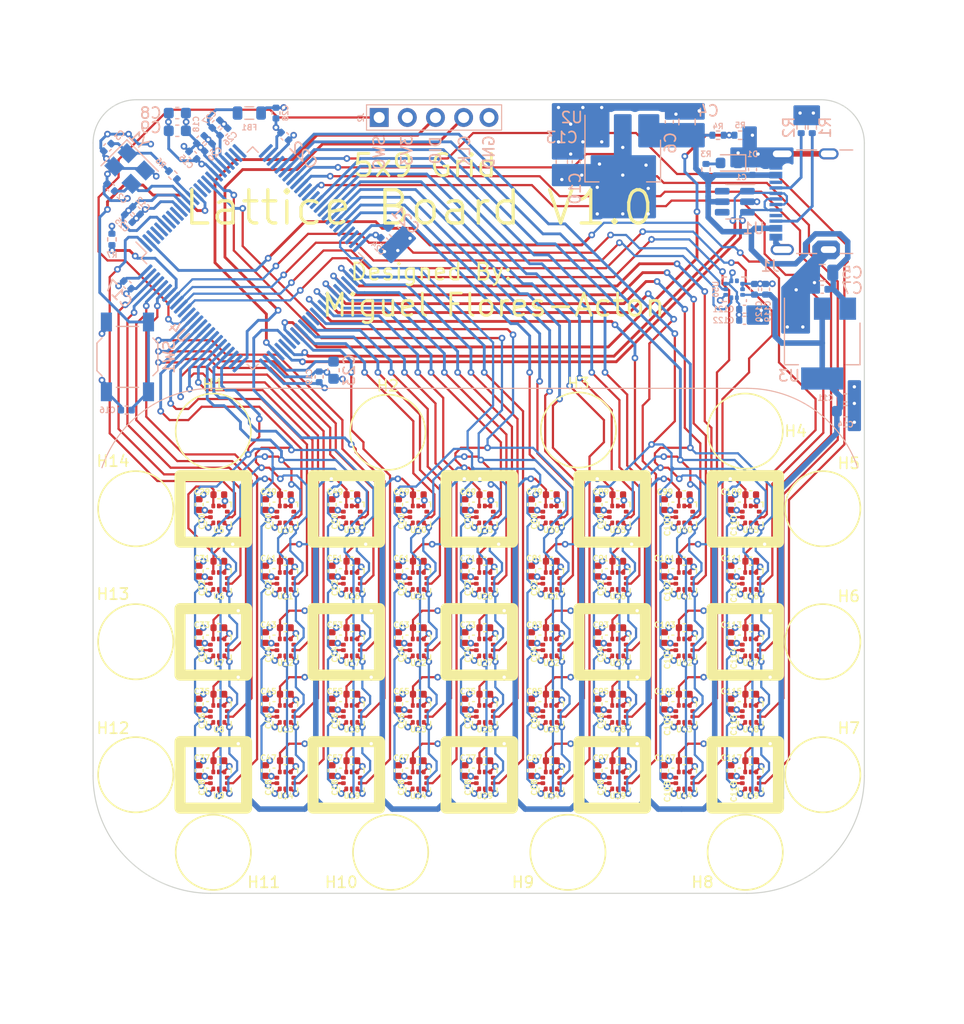
<source format=kicad_pcb>
(kicad_pcb (version 20221018) (generator pcbnew)
  (layers (0 "F.Cu" signal) (1 "In1.Cu" power) (2 "In2.Cu" power) (31 "B.Cu" signal) (34 "B.Paste" user) (35 "F.Paste" user) (36 "B.SilkS" user "B.Silkscreen") (37 "F.SilkS" user "F.Silkscreen") (38 "B.Mask" user) (39 "F.Mask" user) (44 "Edge.Cuts" user))
  (net 0 "")
  (net 1 "VBUS")
  (net 2 "GND")
  (net 3 "VDD")
  (net 4 "/OSCIN")
  (net 5 "/OSCLO")
  (net 6 "VDDA")
  (net 7 "/NRST")
  (net 8 "/VCAP1")
  (net 9 "/VCAP2")
  (net 10 "+3.3VA")
  (net 11 "/VBLED")
  (net 12 "Net-(J1-CC1)")
  (net 13 "/USB_D+")
  (net 14 "/USB_D-")
  (net 16 "Net-(J1-CC2)")
  (net 18 "/SWO")
  (net 19 "/SWDIO")
  (net 20 "/SWCLK")
  (net 21 "/BOOT0")
  (net 22 "/SNSBUS")
  (net 23 "/OSCOUT")
  (net 44 "/EnvSensor1/DRDY")
  (net 45 "/SCKA")
  (net 46 "/SDIA")
  (net 47 "/SDOA")
  (net 48 "/CSnA1")
  (net 50 "/CSnA2")
  (net 52 "/CSnA3")
  (net 54 "/CSnA4")
  (net 56 "/CSnA5")
  (net 58 "/CSnA6")
  (net 60 "/CSnA7")
  (net 62 "/CSnA8")
  (net 64 "/CSnA9")
  (net 66 "/CSnA10")
  (net 68 "/CSnA11")
  (net 70 "/CSnA12")
  (net 72 "/CSnA13")
  (net 74 "/CSnA14")
  (net 76 "/CSnA15")
  (net 78 "/SCKB")
  (net 79 "/SDIB")
  (net 80 "/SDOB")
  (net 81 "/CSnB1")
  (net 83 "/CSnB2")
  (net 85 "/CSnB3")
  (net 87 "/CSnB4")
  (net 89 "/CSnB5")
  (net 91 "/CSnB6")
  (net 93 "/CSnB7")
  (net 95 "/CSnB8")
  (net 97 "/CSnB9")
  (net 99 "/CSnB10")
  (net 101 "/CSnB11")
  (net 103 "/CSnB12")
  (net 105 "/CSnB13")
  (net 107 "/CSnB14")
  (net 109 "/CSnB15")
  (net 111 "/SCKC")
  (net 112 "/SDIC")
  (net 113 "/SDOC")
  (net 114 "/CSnC1")
  (net 116 "/CSnC2")
  (net 118 "/CSnC3")
  (net 120 "/CSnC4")
  (net 122 "/CSnC5")
  (net 124 "/CSnC6")
  (net 126 "/CSnC7")
  (net 128 "/CSnC8")
  (net 130 "/CSnC9")
  (net 132 "/CSnC10")
  (net 134 "/CSnC11")
  (net 136 "/CSnC12")
  (net 138 "/CSnC13")
  (net 140 "/CSnC14")
  (net 142 "/CSnC15")
  (net 144 "/SCL1")
  (net 145 "/SDA1")
  (footprint "Capacitor_SMD:C_0402_1005Metric" (layer "F.Cu") (at 78.972 112.1235 90)
    (fp_text reference "C32")
    (fp_text value "100n")
  )
  (footprint "Capacitor_SMD:C_0402_1005Metric" (layer "F.Cu") (at 128.75 123.2345)
    (fp_text reference "C115")
    (fp_text value "100n")
  )
  (footprint "Capacitor_SMD:C_0402_1005Metric" (layer "F.Cu") (at 102.972 112.1235 90)
    (fp_text reference "C72")
    (fp_text value "100n")
  )
  (footprint "Capacitor_SMD:C_0402_1005Metric" (layer "F.Cu") (at 80.75 105.2345)
    (fp_text reference "C29")
    (fp_text value "100n")
  )
  (footprint "Capacitor_SMD:C_0402_1005Metric" (layer "F.Cu") (at 78.972 130.1235 90)
    (fp_text reference "C38")
    (fp_text value "100n")
  )
  (footprint "Capacitor_SMD:C_0402_1005Metric" (layer "F.Cu") (at 114.972 118.1235 90)
    (fp_text reference "C94")
    (fp_text value "100n")
  )
  (footprint "Capacitor_SMD:C_0402_1005Metric" (layer "F.Cu") (at 110.75 129.2345)
    (fp_text reference "C87")
    (fp_text value "100n")
  )
  (footprint "Capacitor_SMD:C_0402_1005Metric" (layer "F.Cu") (at 92.75 111.2345)
    (fp_text reference "C51")
    (fp_text value "100n")
  )
  (footprint "Package_LGA:ST_HLGA-10_2x2mm_P0.5mm_LayoutBorder3x2y" (layer "F.Cu") (at 128.75 125.0125)
    (fp_text reference "U48")
    (fp_text value "LPS22HB")
  )
  (footprint "Capacitor_SMD:C_0402_1005Metric" (layer "F.Cu") (at 128.75 111.2345)
    (fp_text reference "C111")
    (fp_text value "100n")
  )
  (footprint "Capacitor_SMD:C_0402_1005Metric" (layer "F.Cu") (at 86.75 129.2345)
    (fp_text reference "C47")
    (fp_text value "100n")
  )
  (footprint "Capacitor_SMD:C_0402_1005Metric" (layer "F.Cu") (at 116.75 111.2345)
    (fp_text reference "C91")
    (fp_text value "100n")
  )
  (footprint "MountingHole:MountingHole_3.2mm_M3" (layer "F.Cu") (at 128.25 99.5)
    (fp_text reference "H4")
    (fp_text value "MountingHole")
  )
  (footprint "MountingHole:MountingHole_3.2mm_M3" (layer "F.Cu") (at 113.2 99.4)
    (fp_text reference "H3")
    (fp_text value "MountingHole")
  )
  (footprint "MountingHole:MountingHole_3.2mm_M3" (layer "F.Cu") (at 80.25 137.5)
    (fp_text reference "H11")
    (fp_text value "MountingHole")
  )
  (footprint "Package_LGA:ST_HLGA-10_2x2mm_P0.5mm_LayoutBorder3x2y" (layer "F.Cu") (at 110.75 125.0125)
    (fp_text reference "U33")
    (fp_text value "LPS22HB")
  )
  (footprint "Capacitor_SMD:C_0402_1005Metric" (layer "F.Cu") (at 104.75 105.2345)
    (fp_text reference "C69")
    (fp_text value "100n")
  )
  (footprint "MountingHole:MountingHole_3.2mm_M3" (layer "F.Cu") (at 73.25 118.5)
    (fp_text reference "H13")
    (fp_text value "MountingHole")
  )
  (footprint "MountingHole:MountingHole_3.2mm_M3" (layer "F.Cu") (at 96.25 137.5)
    (fp_text reference "H10")
    (fp_text value "MountingHole")
  )
  (footprint "Capacitor_SMD:C_0402_1005Metric" (layer "F.Cu") (at 86.75 117.2345)
    (fp_text reference "C43")
    (fp_text value "100n")
  )
  (footprint "Capacitor_SMD:C_0402_1005Metric" (layer "F.Cu") (at 122.75 111.2345)
    (fp_text reference "C101")
    (fp_text value "100n")
  )
  (footprint "MountingHole:MountingHole_3.2mm_M3" (layer "F.Cu") (at 128.25 137.5)
    (fp_text reference "H8")
    (fp_text value "MountingHole")
  )
  (footprint "Capacitor_SMD:C_0402_1005Metric" (layer "F.Cu") (at 116.75 129.2345)
    (fp_text reference "C97")
    (fp_text value "100n")
  )
  (footprint "Package_LGA:ST_HLGA-10_2x2mm_P0.5mm_LayoutBorder3x2y" (layer "F.Cu") (at 110.75 107.0125)
    (fp_text reference "U30")
    (fp_text value "LPS22HB")
  )
  (footprint "Package_LGA:ST_HLGA-10_2x2mm_P0.5mm_LayoutBorder3x2y" (layer "F.Cu") (at 104.75 131.0125)
    (fp_text reference "U29")
    (fp_text value "LPS22HB")
  )
  (footprint "Package_LGA:ST_HLGA-10_2x2mm_P0.5mm_LayoutBorder3x2y" (layer "F.Cu") (at 92.75 125.0125)
    (fp_text reference "U18")
    (fp_text value "LPS22HB")
  )
  (footprint "Capacitor_SMD:C_0402_1005Metric" (layer "F.Cu") (at 78.972 118.1235 90)
    (fp_text reference "C34")
    (fp_text value "100n")
  )
  (footprint "Capacitor_SMD:C_0402_1005Metric" (layer "F.Cu") (at 114.972 124.1235 90)
    (fp_text reference "C96")
    (fp_text value "100n")
  )
  (footprint "Capacitor_SMD:C_0402_1005Metric" (layer "F.Cu") (at 116.75 117.2345)
    (fp_text reference "C93")
    (fp_text value "100n")
  )
  (footprint "MountingHole:MountingHole_3.2mm_M3" (layer "F.Cu") (at 135.25 118.5)
    (fp_text reference "H6")
    (fp_text value "MountingHole")
  )
  (footprint "Capacitor_SMD:C_0402_1005Metric" (layer "F.Cu") (at 108.972 118.1235 90)
    (fp_text reference "C84")
    (fp_text value "100n")
  )
  (footprint "Package_LGA:ST_HLGA-10_2x2mm_P0.5mm_LayoutBorder3x2y" (layer "F.Cu") (at 86.75 131.0125)
    (fp_text reference "U14")
    (fp_text value "LPS22HB")
  )
  (footprint "Capacitor_SMD:C_0402_1005Metric" (layer "F.Cu") (at 128.75 129.2345)
    (fp_text reference "C117")
    (fp_text value "100n")
  )
  (footprint "Package_LGA:ST_HLGA-10_2x2mm_P0.5mm_LayoutBorder3x2y" (layer "F.Cu") (at 122.75 107.0125)
    (fp_text reference "U40")
    (fp_text value "LPS22HB")
  )
  (footprint "Capacitor_SMD:C_0402_1005Metric" (layer "F.Cu") (at 92.75 123.2345)
    (fp_text reference "C55")
    (fp_text value "100n")
  )
  (footprint "Capacitor_SMD:C_0402_1005Metric" (layer "F.Cu") (at 90.972 106.1235 90)
    (fp_text reference "C50")
    (fp_text value "100n")
  )
  (footprint "Capacitor_SMD:C_0402_1005Metric" (layer "F.Cu") (at 114.972 106.1235 90)
    (fp_text reference "C90")
    (fp_text value "100n")
  )
  (footprint "Package_LGA:ST_HLGA-10_2x2mm_P0.5mm_LayoutBorder3x2y" (layer "F.Cu") (at 98.75 113.0125)
    (fp_text reference "U21")
    (fp_text value "LPS22HB")
  )
  (footprint "Package_LGA:ST_HLGA-10_2x2mm_P0.5mm_LayoutBorder3x2y" (layer "F.Cu") (at 128.75 131.0125)
    (fp_text reference "U49")
    (fp_text value "LPS22HB")
  )
  (footprint "Capacitor_SMD:C_0402_1005Metric" (layer "F.Cu") (at 114.972 130.1235 90)
    (fp_text reference "C98")
    (fp_text value "100n")
  )
  (footprint "MountingHole:MountingHole_3.2mm_M3" (layer "F.Cu") (at 73.25 106.5)
    (fp_text reference "H14")
    (fp_text value "MountingHole")
  )
  (footprint "Capacitor_SMD:C_0402_1005Metric" (layer "F.Cu") (at 86.75 105.2345)
    (fp_text reference "C39")
    (fp_text value "100n")
  )
  (footprint "Capacitor_SMD:C_0402_1005Metric" (layer "F.Cu") (at 126.972 106.1235 90)
    (fp_text reference "C110")
    (fp_text value "100n")
  )
  (footprint "Capacitor_SMD:C_0402_1005Metric" (layer "F.Cu") (at 128.75 117.2345)
    (fp_text reference "C113")
    (fp_text value "100n")
  )
  (footprint "Capacitor_SMD:C_0402_1005Metric" (layer "F.Cu") (at 80.75 129.2345)
    (fp_text reference "C37")
    (fp_text value "100n")
  )
  (footprint "Capacitor_SMD:C_0402_1005Metric" (layer "F.Cu") (at 122.75 123.2345)
    (fp_text reference "C105")
    (fp_text value "100n")
  )
  (footprint "Capacitor_SMD:C_0402_1005Metric" (layer "F.Cu") (at 84.972 106.1235 90)
    (fp_text reference "C40")
    (fp_text value "100n")
  )
  (footprint "Capacitor_SMD:C_0402_1005Metric" (layer "F.Cu") (at 90.972 124.1235 90)
    (fp_text reference "C56")
    (fp_text value "100n")
  )
  (footprint "Package_LGA:ST_HLGA-10_2x2mm_P0.5mm_LayoutBorder3x2y" (layer "F.Cu") (at 122.75 113.0125)
    (fp_text reference "U41")
    (fp_text value "LPS22HB")
  )
  (footprint "Package_LGA:ST_HLGA-10_2x2mm_P0.5mm_LayoutBorder3x2y" (layer "F.Cu") (at 128.75 113.0125)
    (fp_text reference "U46")
    (fp_text value "LPS22HB")
  )
  (footprint "Capacitor_SMD:C_0402_1005Metric" (layer "F.Cu") (at 96.972 106.1235 90)
    (fp_text reference "C60")
    (fp_text value "100n")
  )
  (footprint "Package_LGA:ST_HLGA-10_2x2mm_P0.5mm_LayoutBorder3x2y" (layer "F.Cu") (at 104.75 125.0125)
    (fp_text reference "U28")
    (fp_text value "LPS22HB")
  )
  (footprint "Capacitor_SMD:C_0402_1005Metric" (layer "F.Cu") (at 98.75 123.2345)
    (fp_text reference "C65")
    (fp_text value "100n")
  )
  (footprint "Capacitor_SMD:C_0402_1005Metric" (layer "F.Cu") (at 92.75 105.2345)
    (fp_text reference "C49")
    (fp_text value "100n")
  )
  (footprint "Capacitor_SMD:C_0402_1005Metric" (layer "F.Cu") (at 116.75 123.2345)
    (fp_text reference "C95")
    (fp_text value "100n")
  )
  (footprint "Capacitor_SMD:C_0402_1005Metric" (layer "F.Cu") (at 84.972 130.1235 90)
    (fp_text reference "C48")
    (fp_text value "100n")
  )
  (footprint "Package_LGA:ST_HLGA-10_2x2mm_P0.5mm_LayoutBorder3x2y" (layer "F.Cu") (at 116.75 107.0125)
    (fp_text reference "U35")
    (fp_text value "LPS22HB")
  )
  (footprint "Package_LGA:ST_HLGA-10_2x2mm_P0.5mm_LayoutBorder3x2y" (layer "F.Cu") (at 80.75 119.0125)
    (fp_text reference "U7")
    (fp_text value "LPS22HB")
  )
  (footprint "Package_LGA:ST_HLGA-10_2x2mm_P0.5mm_LayoutBorder3x2y" (layer "F.Cu") (at 128.75 107.0125)
    (fp_text reference "U45")
    (fp_text value "LPS22HB")
  )
  (footprint "Capacitor_SMD:C_0402_1005Metric" (layer "F.Cu") (at 104.75 123.2345)
    (fp_text reference "C75")
    (fp_text value "100n")
  )
  (footprint "Capacitor_SMD:C_0402_1005Metric" (layer "F.Cu") (at 98.7375 129.2345)
    (fp_text reference "C67")
    (fp_text value "100n")
  )
  (footprint "Capacitor_SMD:C_0402_1005Metric" (layer "F.Cu") (at 126.972 130.1235 90)
    (fp_text reference "C118")
    (fp_text value "100n")
  )
  (footprint "Package_LGA:ST_HLGA-10_2x2mm_P0.5mm_LayoutBorder3x2y" (layer "F.Cu") (at 80.75 113.0125)
    (fp_text reference "U6")
    (fp_text value "LPS22HB")
  )
  (footprint "Package_LGA:ST_HLGA-10_2x2mm_P0.5mm_LayoutBorder3x2y" (layer "F.Cu") (at 92.75 113.0125)
    (fp_text reference "U16")
    (fp_text value "LPS22HB")
  )
  (footprint "Capacitor_SMD:C_0402_1005Metric" (layer "F.Cu") (at 92.75 117.2345)
    (fp_text reference "C53")
    (fp_text value "100n")
  )
  (footprint "Capacitor_SMD:C_0402_1005Metric" (layer "F.Cu") (at 126.972 124.1235 90)
    (fp_text reference "C116")
    (fp_text value "100n")
  )
  (footprint "Capacitor_SMD:C_0402_1005Metric" (layer "F.Cu") (at 92.75 129.2345)
    (fp_text reference "C57")
    (fp_text value "100n")
  )
  (footprint "Package_LGA:ST_HLGA-10_2x2mm_P0.5mm_LayoutBorder3x2y" (layer "F.Cu") (at 92.75 107.0125)
    (fp_text reference "U15")
    (fp_text value "LPS22HB")
  )
  (footprint "Capacitor_SMD:C_0402_1005Metric" (layer "F.Cu") (at 120.972 118.1235 90)
    (fp_text reference "C104")
    (fp_text value "100n")
  )
  (footprint "Capacitor_SMD:C_0402_1005Metric" (layer "F.Cu") (at 90.972 130.1235 90)
    (fp_text reference "C58")
    (fp_text value "100n")
  )
  (footprint "Capacitor_SMD:C_0402_1005Metric" (layer "F.Cu") (at 128.75 105.2345)
    (fp_text reference "C109")
    (fp_text value "100n")
  )
  (footprint "Capacitor_SMD:C_0402_1005Metric" (layer "F.Cu") (at 80.75 123.2345)
    (fp_text reference "C35")
    (fp_text value "100n")
  )
  (footprint "Package_LGA:ST_HLGA-10_2x2mm_P0.5mm_LayoutBorder3x2y" (layer "F.Cu") (at 92.75 119.0125)
    (fp_text reference "U17")
    (fp_text value "LPS22HB")
  )
  (footprint "MountingHole:MountingHole_3.2mm_M3" (layer "F.Cu") (at 135.25 130.5)
    (fp_text reference "H7")
    (fp_text value "MountingHole")
  )
  (footprint "Package_LGA:ST_HLGA-10_2x2mm_P0.5mm_LayoutBorder3x2y" (layer "F.Cu") (at 98.75 125.0125)
    (fp_text reference "U23")
    (fp_text value "LPS22HB")
  )
  (footprint "Capacitor_SMD:C_0402_1005Metric" (layer "F.Cu") (at 102.972 124.1235 90)
    (fp_text reference "C76")
    (fp_text value "100n")
  )
  (footprint "Capacitor_SMD:C_0402_1005Metric" (layer "F.Cu") (at 78.972 106.1235 90)
    (fp_text reference "C30")
    (fp_text value "100n")
  )
  (footprint "Package_LGA:ST_HLGA-10_2x2mm_P0.5mm_LayoutBorder3x2y" (layer "F.Cu") (at 104.75 113.0125)
    (fp_text reference "U26")
    (fp_text value "LPS22HB")
  )
  (footprint "MountingHole:MountingHole_3.2mm_M3" (layer "F.Cu") (at 135.25 106.5)
    (fp_text reference "H5")
    (fp_text value "MountingHole")
  )
  (footprint "Capacitor_SMD:C_0402_1005Metric" (layer "F.Cu") (at 96.972 124.1235 90)
    (fp_text reference "C66")
    (fp_text value "100n")
  )
  (footprint "Capacitor_SMD:C_0402_1005Metric" (layer "F.Cu") (at 102.972 130.1235 90)
    (fp_text reference "C78")
    (fp_text value "100n")
  )
  (footprint "Capacitor_SMD:C_0402_1005Metric" (layer "F.Cu") (at 98.75 111.2345)
    (fp_text reference "C61")
    (fp_text value "100n")
  )
  (footprint "Capacitor_SMD:C_0402_1005Metric" (layer "F.Cu") (at 110.75 117.2345)
    (fp_text reference "C83")
    (fp_text value "100n")
  )
  (footprint "Package_LGA:ST_HLGA-10_2x2mm_P0.5mm_LayoutBorder3x2y" (layer "F.Cu") (at 98.75 119.0125)
    (fp_text reference "U22")
    (fp_text value "LPS22HB")
  )
  (footprint "Package_LGA:ST_HLGA-10_2x2mm_P0.5mm_LayoutBorder3x2y" (layer "F.Cu") (at 116.75 119.0125)
    (fp_text reference "U37")
    (fp_text value "LPS22HB")
  )
  (footprint "Package_LGA:ST_HLGA-10_2x2mm_P0.5mm_LayoutBorder3x2y" (layer "F.Cu") (at 86.75 113.0125)
    (fp_text reference "U11")
    (fp_text value "LPS22HB")
  )
  (footprint "Package_LGA:ST_HLGA-10_2x2mm_P0.5mm_LayoutBorder3x2y" (layer "F.Cu") (at 80.75 125.0125)
    (fp_text reference "U8")
    (fp_text value "LPS22HB")
  )
  (footprint "Package_LGA:ST_HLGA-10_2x2mm_P0.5mm_LayoutBorder3x2y" (layer "F.Cu") (at 122.75 119.0125)
    (fp_text reference "U42")
    (fp_text value "LPS22HB")
  )
  (footprint "Capacitor_SMD:C_0402_1005Metric" (layer "F.Cu") (at 108.972 130.1235 90)
    (fp_text reference "C88")
    (fp_text value "100n")
  )
  (footprint "Capacitor_SMD:C_0402_1005Metric" (layer "F.Cu") (at 84.972 118.1235 90)
    (fp_text reference "C44")
    (fp_text value "100n")
  )
  (footprint "Package_LGA:ST_HLGA-10_2x2mm_P0.5mm_LayoutBorder3x2y" (layer "F.Cu") (at 86.75 107.0125)
    (fp_text reference "U10")
    (fp_text value "LPS22HB")
  )
  (footprint "Capacitor_SMD:C_0402_1005Metric" (layer "F.Cu") (at 120.972 124.1235 90)
    (fp_text reference "C106")
    (fp_text value "100n")
  )
  (footprint "Package_LGA:ST_HLGA-10_2x2mm_P0.5mm_LayoutBorder3x2y" (layer "F.Cu") (at 92.75 131.0125)
    (fp_text reference "U19")
    (fp_text value "LPS22HB")
  )
  (footprint "Package_LGA:ST_HLGA-10_2x2mm_P0.5mm_LayoutBorder3x2y" (layer "F.Cu") (at 98.75 107.0125)
    (fp_text reference "U20")
    (fp_text value "LPS22HB")
  )
  (footprint "Capacitor_SMD:C_0402_1005Metric" (layer "F.Cu") (at 126.972 118.1235 90)
    (fp_text reference "C114")
    (fp_text value "100n")
  )
  (footprint "Capacitor_SMD:C_0402_1005Metric" (layer "F.Cu") (at 122.75 129.2345)
    (fp_text reference "C107")
    (fp_text value "100n")
  )
  (footprint "Package_LGA:ST_HLGA-10_2x2mm_P0.5mm_LayoutBorder3x2y" (layer "F.Cu") (at 80.75 131.0125)
    (fp_text reference "U9")
    (fp_text value "LPS22HB")
  )
  (footprint "Capacitor_SMD:C_0402_1005Metric" (layer "F.Cu") (at 86.75 111.2345)
    (fp_text reference "C41")
    (fp_text value "100n")
  )
  (footprint "Package_LGA:ST_HLGA-10_2x2mm_P0.5mm_LayoutBorder3x2y" (layer "F.Cu") (at 110.75 119.0125)
    (fp_text reference "U32")
    (fp_text value "LPS22HB")
  )
  (footprint "Package_LGA:ST_HLGA-10_2x2mm_P0.5mm_LayoutBorder3x2y" (layer "F.Cu") (at 128.75 119.0125)
    (fp_text reference "U47")
    (fp_text value "LPS22HB")
  )
  (footprint "Capacitor_SMD:C_0402_1005Metric" (layer "F.Cu") (at 98.75 105.2345)
    (fp_text reference "C59")
    (fp_text value "100n")
  )
  (footprint "MountingHole:MountingHole_3.2mm_M3" (layer "F.Cu") (at 112.25 137.5)
    (fp_text reference "H9")
    (fp_text value "MountingHole")
  )
  (footprint "Capacitor_SMD:C_0402_1005Metric" (layer "F.Cu") (at 86.75 123.2345)
    (fp_text reference "C45")
    (fp_text value "100n")
  )
  (footprint "Package_LGA:ST_HLGA-10_2x2mm_P0.5mm_LayoutBorder3x2y" (layer "F.Cu") (at 122.75 125.0125)
    (fp_text reference "U43")
    (fp_text value "LPS22HB")
  )
  (footprint "Capacitor_SMD:C_0402_1005Metric" (layer "F.Cu") (at 90.972 118.1235 90)
    (fp_text reference "C54")
    (fp_text value "100n")
  )
  (footprint "Capacitor_SMD:C_0402_1005Metric" (layer "F.Cu") (at 78.972 124.1235 90)
    (fp_text reference "C36")
    (fp_text value "100n")
  )
  (footprint "Capacitor_SMD:C_0402_1005Metric" (layer "F.Cu") (at 90.972 112.1235 90)
    (fp_text reference "C52")
    (fp_text value "100n")
  )
  (footprint "Package_LGA:ST_HLGA-10_2x2mm_P0.5mm_LayoutBorder3x2y" (layer "F.Cu") (at 98.7375 131.0125)
    (fp_text reference "U24")
    (fp_text value "LPS22HB")
  )
  (footprint "Package_LGA:ST_HLGA-10_2x2mm_P0.5mm_LayoutBorder3x2y" (layer "F.Cu") (at 86.75 119.0125)
    (fp_text reference "U12")
    (fp_text value "LPS22HB")
  )
  (footprint "Package_LGA:ST_HLGA-10_2x2mm_P0.5mm_LayoutBorder3x2y" (layer "F.Cu") (at 86.75 125.0125)
    (fp_text reference "U13")
    (fp_text value "LPS22HB")
  )
  (footprint "Capacitor_SMD:C_0402_1005Metric" (layer "F.Cu") (at 102.972 118.1235 90)
    (fp_text reference "C74")
    (fp_text value "100n")
  )
  (footprint "Capacitor_SMD:C_0402_1005Metric" (layer "F.Cu") (at 104.75 117.2345)
    (fp_text reference "C73")
    (fp_text value "100n")
  )
  (footprint "Capacitor_SMD:C_0402_1005Metric" (layer "F.Cu") (at 80.75 117.2345)
    (fp_text reference "C33")
    (fp_text value "100n")
  )
  (footprint "Capacitor_SMD:C_0402_1005Metric" (layer "F.Cu") (at 96.9595 130.1235 90)
    (fp_text reference "C68")
    (fp_text value "100n")
  )
  (footprint "Capacitor_SMD:C_0402_1005Metric" (layer "F.Cu") (at 96.972 112.1235 90)
    (fp_text reference "C62")
    (fp_text value "100n")
  )
  (footprint "MountingHole:MountingHole_3.2mm_M3" (layer "F.Cu") (at 80.25 99.5)
    (fp_text reference "H1")
    (fp_text value "MountingHole")
  )
  (footprint "Capacitor_SMD:C_0402_1005Metric" (layer "F.Cu") (at 114.972 112.1235 90)
    (fp_text reference "C92")
    (fp_text value "100n")
  )
  (footprint "Capacitor_SMD:C_0402_1005Metric" (layer "F.Cu") (at 122.75 117.2345)
    (fp_text reference "C103")
    (fp_text value "100n")
  )
  (footprint "Capacitor_SMD:C_0402_1005Metric" (layer "F.Cu") (at 110.75 123.2345)
    (fp_text reference "C85")
    (fp_text value "100n")
  )
  (footprint "Capacitor_SMD:C_0402_1005Metric" (layer "F.Cu") (at 110.75 105.2345)
    (fp_text reference "C79")
    (fp_text value "100n")
  )
  (footprint "Capacitor_SMD:C_0402_1005Metric" (layer "F.Cu") (at 104.75 129.2345)
    (fp_text reference "C77")
    (fp_text value "100n")
  )
  (footprint "Capacitor_SMD:C_0402_1005Metric" (layer "F.Cu") (at 104.75 111.2345)
    (fp_text reference "C71")
    (fp_text value "100n")
  )
  (footprint "Package_LGA:ST_HLGA-10_2x2mm_P0.5mm_LayoutBorder3x2y" (layer "F.Cu") (at 116.75 131.0125)
    (fp_text reference "U39")
    (fp_text value "LPS22HB")
  )
  (footprint "Capacitor_SMD:C_0402_1005Metric" (layer "F.Cu") (at 120.972 112.1235 90)
    (fp_text reference "C102")
    (fp_text value "100n")
  )
  (footprint "Package_LGA:ST_HLGA-10_2x2mm_P0.5mm_LayoutBorder3x2y" (layer "F.Cu") (at 104.75 119.0125)
    (fp_text reference "U27")
    (fp_text value "LPS22HB")
  )
  (footprint "Package_LGA:ST_HLGA-10_2x2mm_P0.5mm_LayoutBorder3x2y" (layer "F.Cu") (at 116.75 113.0125)
    (fp_text reference "U36")
    (fp_text value "LPS22HB")
  )
  (footprint "Capacitor_SMD:C_0402_1005Metric" (layer "F.Cu") (at 120.972 130.1235 90)
    (fp_text reference "C108")
    (fp_text value "100n")
  )
  (footprint "Capacitor_SMD:C_0402_1005Metric" (layer "F.Cu") (at 84.972 112.1235 90)
    (fp_text reference "C42")
    (fp_text value "100n")
  )
  (footprint "Capacitor_SMD:C_0402_1005Metric" (layer "F.Cu") (at 108.972 112.1235 90)
    (fp_text reference "C82")
    (fp_text value "100n")
  )
  (footprint "Capacitor_SMD:C_0402_1005Metric" (layer "F.Cu") (at 80.75 111.2345)
    (fp_text reference "C31")
    (fp_text value "100n")
  )
  (footprint "Capacitor_SMD:C_0402_1005Metric" (layer "F.Cu") (at 108.972 106.1235 90)
    (fp_text reference "C80")
    (fp_text value "100n")
  )
  (footprint "MountingHole:MountingHole_3.2mm_M3" (layer "F.Cu") (at 96 99.6)
    (fp_text reference "H2")
    (fp_text value "MountingHole")
  )
  (footprint "Capacitor_SMD:C_0402_1005Metric" (layer "F.Cu") (at 84.972 124.1235 90)
    (fp_text reference "C46")
    (fp_text value "100n")
  )
  (footprint "Capacitor_SMD:C_0402_1005Metric" (layer "F.Cu") (at 102.972 106.1235 90)
    (fp_text reference "C70")
    (fp_text value "100n")
  )
  (footprint "MountingHole:MountingHole_3.2mm_M3" (layer "F.Cu") (at 73.25 130.5)
    (fp_text reference "H12")
    (fp_text value "MountingHole")
  )
  (footprint "Capacitor_SMD:C_0402_1005Metric" (layer "F.Cu") (at 98.75 117.2345)
    (fp_text reference "C63")
    (fp_text value "100n")
  )
  (footprint "Capacitor_SMD:C_0402_1005Metric" (layer "F.Cu") (at 110.75 111.2345)
    (fp_text reference "C81")
    (fp_text value "100n")
  )
  (footprint "Capacitor_SMD:C_0402_1005Metric" (layer "F.Cu") (at 96.972 118.1235 90)
    (fp_text reference "C64")
    (fp_text value "100n")
  )
  (footprint "Capacitor_SMD:C_0402_1005Metric" (layer "F.Cu") (at 116.75 105.2345)
    (fp_text reference "C89")
    (fp_text value "100n")
  )
  (footprint "Package_LGA:ST_HLGA-10_2x2mm_P0.5mm_LayoutBorder3x2y" (layer "F.Cu") (at 116.75 125.0125)
    (fp_text reference "U38")
    (fp_text value "LPS22HB")
  )
  (footprint "Package_LGA:ST_HLGA-10_2x2mm_P0.5mm_LayoutBorder3x2y" (layer "F.Cu") (at 110.75 131.0125)
    (fp_text reference "U34")
    (fp_text value "LPS22HB")
  )
  (footprint "Capacitor_SMD:C_0402_1005Metric" (layer "F.Cu") (at 122.75 105.2345)
    (fp_text reference "C99")
    (fp_text value "100n")
  )
  (footprint "Package_LGA:ST_HLGA-10_2x2mm_P0.5mm_LayoutBorder3x2y" (layer "F.Cu") (at 110.75 113.0125)
    (fp_text reference "U31")
    (fp_text value "LPS22HB")
  )
  (footprint "Package_LGA:ST_HLGA-10_2x2mm_P0.5mm_LayoutBorder3x2y" (layer "F.Cu") (at 80.75 107.0125)
    (fp_text reference "U5")
    (fp_text value "LPS22HB")
  )
  (footprint "Capacitor_SMD:C_0402_1005Metric" (layer "F.Cu") (at 120.972 106.1235 90)
    (fp_text reference "C100")
    (fp_text value "100n")
  )
  (footprint "Package_LGA:ST_HLGA-10_2x2mm_P0.5mm_LayoutBorder3x2y" (layer "F.Cu") (at 104.75 107.0125)
    (fp_text reference "U25")
    (fp_text value "LPS22HB")
  )
  (footprint "Package_LGA:ST_HLGA-10_2x2mm_P0.5mm_LayoutBorder3x2y" (layer "F.Cu") (at 122.75 131.0125)
    (fp_text reference "U44")
    (fp_text value "LPS22HB")
  )
  (footprint "Capacitor_SMD:C_0402_1005Metric" (layer "F.Cu") (at 126.972 112.1235 90)
    (fp_text reference "C112")
    (fp_text value "100n")
  )
  (footprint "Capacitor_SMD:C_0402_1005Metric" (layer "F.Cu") (at 108.972 124.1235 90)
    (fp_text reference "C86")
    (fp_text value "100n")
  )
  (footprint "Capacitor_SMD:C_0402_1005Metric" (layer "B.Cu") (at 137.3 96.5)
    (fp_text reference "C11")
    (fp_text value "100n")
  )
  (footprint "Capacitor_SMD:C_0402_1005Metric" (layer "B.Cu") (at 79.8 73.9 -135)
    (fp_text reference "C20")
    (fp_text value "100n")
  )
  (footprint "Capacitor_SMD:C_0402_1005Metric" (layer "B.Cu") (at 80.5 71.8 45)
    (fp_text reference "C27")
    (fp_text value "1u")
  )
  (footprint "LED_SMD:LED_0603_1608Metric" (layer "B.Cu") (at 126.81 75.3 180)
    (fp_text reference "D1")
    (fp_text value "LED")
  )
  (footprint "Package_TO_SOT_SMD:SOT-223-3_TabPin2" (layer "B.Cu") (at 117.2 75.1 -90)
    (fp_text reference "U2")
    (fp_text value "AMS1117-3.3")
  )
  (footprint "Capacitor_SMD:C_0402_1005Metric" (layer "B.Cu") (at 72.5 86.3 -45)
    (fp_text reference "C17")
    (fp_text value "100n")
  )
  (footprint "MyLibrary:Conn_Header_P5-2.54" (layer "B.Cu") (at 95.22 71.2 -90)
    (fp_text reference "J2")
    (fp_text value "Conn_01x05_Pin")
  )
  (footprint "Capacitor_SMD:C_0603_1608Metric" (layer "B.Cu") (at 77 72.4)
    (fp_text reference "C9")
    (fp_text value "2.2u")
  )
  (footprint "Resistor_SMD:R_0402_1005Metric" (layer "B.Cu") (at 134.3 72.1 90)
    (fp_text reference "R1")
    (fp_text value "5k1")
  )
  (footprint "Capacitor_SMD:C_0402_1005Metric" (layer "B.Cu") (at 121.4 71.6 90)
    (fp_text reference "C6")
    (fp_text value "100n")
  )
  (footprint "Capacitor_SMD:C_0402_1005Metric" (layer "B.Cu") (at 81.2 72.5 45)
    (fp_text reference "C26")
    (fp_text value "100n")
  )
  (footprint "Capacitor_SMD:C_0603_1608Metric" (layer "B.Cu") (at 96.6 81.5 -45)
    (fp_text reference "C21")
    (fp_text value "2.2u")
  )
  (footprint "Capacitor_SMD:C_0402_1005Metric" (layer "B.Cu") (at 130.087501 86.7 90)
    (fp_text reference "C119")
    (fp_text value "4u7")
  )
  (footprint "Capacitor_SMD:C_0402_1005Metric" (layer "B.Cu") (at 89.8 94.6 90)
    (fp_text reference "C19")
    (fp_text value "100n")
  )
  (footprint "Capacitor_SMD:C_0402_1005Metric" (layer "B.Cu") (at 72.4 97.6 180)
    (fp_text reference "C16")
    (fp_text value "100n")
  )
  (footprint "Connector_USB:USB_C_Receptacle_GCT_USB4105-xx-A_16P_TopMnt_Horizontal" (layer "B.Cu") (at 134.7 78.8 -90)
    (fp_text reference "J1")
    (fp_text value "USB_C_Receptacle_USB2.0")
  )
  (footprint "Resistor_SMD:R_0402_1005Metric" (layer "B.Cu") (at 71.1 82.2 90)
    (fp_text reference "R7")
    (fp_text value "10k")
  )
  (footprint "Resistor_SMD:R_0402_1005Metric" (layer "B.Cu") (at 124.71 75.9 90)
    (fp_text reference "R3")
    (fp_text value "510")
  )
  (footprint "Capacitor_SMD:C_0402_1005Metric" (layer "B.Cu") (at 78.4 74.6 135)
    (fp_text reference "C15")
    (fp_text value "100n")
  )
  (footprint "Resistor_SMD:R_0402_1005Metric" (layer "B.Cu") (at 133.3 72.1 90)
    (fp_text reference "R2")
    (fp_text value "5k1")
  )
  (footprint "Capacitor_SMD:C_0603_1608Metric" (layer "B.Cu") (at 91.1 94 -90)
    (fp_text reference "C23")
    (fp_text value "2.2u")
  )
  (footprint "Capacitor_SMD:C_0402_1005Metric" (layer "B.Cu") (at 128.1875 88.5)
    (fp_text reference "C121")
    (fp_text value "100n")
  )
  (footprint "Capacitor_SMD:C_0402_1005Metric" (layer "B.Cu") (at 128.91 75.9 90)
    (fp_text reference "C1")
    (fp_text value "1u")
  )
  (footprint "Button_Switch_SMD:SW_SPST_TL3342" (layer "B.Cu") (at 72.5 92.8 90)
    (fp_text reference "SW1")
    (fp_text value "SW_Push")
  )
  (footprint "Capacitor_SMD:C_0402_1005Metric" (layer "B.Cu") (at 79.1 73.2 -135)
    (fp_text reference "C18")
    (fp_text value "1u")
  )
  (footprint "Capacitor_SMD:C_0402_1005Metric" (layer "B.Cu") (at 128.1875 89.5)
    (fp_text reference "C122")
    (fp_text value "4u7")
  )
  (footprint "Capacitor_SMD:C_0402_1005Metric" (layer "B.Cu") (at 129.0875 86.7 90)
    (fp_text reference "C120")
    (fp_text value "100n")
  )
  (footprint "Package_QFP:LQFP-100_14x14mm_P0.5mm" (layer "B.Cu") (at 83.8 83.9 -45)
    (fp_text reference "U4")
    (fp_text value "STM32F407VETx")
  )
  (footprint "Capacitor_SMD:C_0402_1005Metric" (layer "B.Cu") (at 95.7 82.4 -45)
    (fp_text reference "C24")
    (fp_text value "100n")
  )
  (footprint "Capacitor_SMD:C_0603_1608Metric" (layer "B.Cu") (at 137.3 97.7)
    (fp_text reference "C14")
    (fp_text value "22u")
  )
  (footprint "Resistor_SMD:R_0402_1005Metric" (layer "B.Cu") (at 127.790001 72.8)
    (fp_text reference "R5")
    (fp_text value "10k")
  )
  (footprint "Capacitor_SMD:C_0402_1005Metric" (layer "B.Cu") (at 70.7 73.9 45)
    (fp_text reference "C3")
    (fp_text value "10p")
  )
  (footprint "Capacitor_SMD:C_0402_1005Metric" (layer "B.Cu") (at 86.7 72.9 135)
    (fp_text reference "C22")
    (fp_text value "100n")
  )
  (footprint "Capacitor_SMD:C_0402_1005Metric" (layer "B.Cu") (at 73.3 79.6 -45)
    (fp_text reference "C12")
    (fp_text value "100n")
  )
  (footprint "Crystal:Crystal_SMD_3225-4Pin_3.2x2.5mm" (layer "B.Cu") (at 72.7 75.8 -45)
    (fp_text reference "Y1")
    (fp_text value "16MHz")
  )
  (footprint "Capacitor_SMD:C_0402_1005Metric" (layer "B.Cu") (at 85.904163 70.8 -90)
    (fp_text reference "C28")
    (fp_text value "1u")
  )
  (footprint "Capacitor_SMD:C_0805_2012Metric" (layer "B.Cu") (at 123 71.6 90)
    (fp_text reference "C4")
    (fp_text value "22u")
  )
  (footprint "Capacitor_SMD:C_0402_1005Metric" (layer "B.Cu") (at 113 75.2 90)
    (fp_text reference "C10")
    (fp_text value "100n")
  )
  (footprint "Package_TO_SOT_SMD:SOT-23-6" (layer "B.Cu") (at 127.31 78.8 180)
    (fp_text reference "U1")
    (fp_text value "SRV05-4")
  )
  (footprint "Inductor_SMD:L_0805_2012Metric" (layer "B.Cu") (at 83.5 70.8)
    (fp_text reference "FB1")
    (fp_text value "FerriteBead")
  )
  (footprint "Capacitor_SMD:C_0603_1608Metric" (layer "B.Cu") (at 77 70.8)
    (fp_text reference "C8")
    (fp_text value "2.2u")
  )
  (footprint "Capacitor_SMD:C_0402_1005Metric" (layer "B.Cu") (at 72.6 80.3 -45)
    (fp_text reference "C25")
    (fp_text value "100n")
  )
  (footprint "Capacitor_SMD:C_0805_2012Metric" (layer "B.Cu") (at 135.2 85.2 180)
    (fp_text reference "C5")
    (fp_text value "22u")
  )
  (footprint "Capacitor_SMD:C_0402_1005Metric" (layer "B.Cu") (at 135.2 86.7 180)
    (fp_text reference "C7")
    (fp_text value "100n")
  )
  (footprint "Resistor_SMD:R_0402_1005Metric" (layer "B.Cu") (at 125.8 72.8)
    (fp_text reference "R4")
    (fp_text value "10k")
  )
  (footprint "Resistor_SMD:R_0402_1005Metric" (layer "B.Cu") (at 76.6 76.4 -45)
    (fp_text reference "R6")
    (fp_text value "510")
  )
  (footprint "Package_LGA:ST_HLGA-10_2x2mm_P0.5mm_LayoutBorder3x2y" (layer "B.Cu") (at 127.25 86.7 90)
    (fp_text reference "U50")
    (fp_text value "LPS22HB")
  )
  (footprint "Capacitor_SMD:C_0603_1608Metric" (layer "B.Cu") (at 111.7 75.2 90)
    (fp_text reference "C13")
    (fp_text value "22u")
  )
  (footprint "Capacitor_SMD:C_0402_1005Metric" (layer "B.Cu") (at 71 77.5 -45)
    (fp_text reference "C2")
    (fp_text value "10p")
  )
  (footprint "Package_TO_SOT_SMD:SOT-223-3_TabPin2" (layer "B.Cu") (at 135.2 91.6 -90)
    (fp_text reference "U3")
    (fp_text value "AMS1117-3.3")
  )
  (gr_arc (start 70.2 102.800001) (mid 74.049856 97.613049) (end 80.2 95.637803) (stroke (width 0.1)) (layer "B.SilkS"))
  (gr_arc (start 128.4 95.637802) (mid 134.550144 97.613048) (end 138.4 102.8) (stroke (width 0.1)) (layer "B.SilkS"))
  (gr_line (start 80.2 95.637803) (end 128.4 95.637802) (stroke (width 0.1)) (layer "B.SilkS"))
  (gr_circle (center 73.25 106.5) (end 76.644113 106.5) (stroke (width 0.15)) (fill none) (layer "F.SilkS"))
  (gr_circle (center 73.25 130.5) (end 76.644113 130.5) (stroke (width 0.15)) (fill none) (layer "F.SilkS"))
  (gr_circle (center 128.25 99.5) (end 131.644113 99.5) (stroke (width 0.15)) (fill none) (layer "F.SilkS"))
  (gr_rect (start 113.25 115.5125) (end 119.25 121.5125) (stroke (width 1)) (fill none) (layer "F.SilkS"))
  (gr_rect (start 113.25 103.5125) (end 119.25 109.5125) (stroke (width 1)) (fill none) (layer "F.SilkS"))
  (gr_rect (start 125.25 115.5125) (end 131.25 121.5125) (stroke (width 1)) (fill none) (layer "F.SilkS"))
  (gr_circle (center 80.25 99.5) (end 83.644113 99.5) (stroke (width 0.15)) (fill none) (layer "F.SilkS"))
  (gr_circle (center 96 99.6) (end 99.394113 99.6) (stroke (width 0.15)) (fill none) (layer "F.SilkS"))
  (gr_rect (start 77.25 127.5125) (end 83.25 133.5125) (stroke (width 1)) (fill none) (layer "F.SilkS"))
  (gr_rect (start 125.25 103.5125) (end 131.25 109.5125) (stroke (width 1)) (fill none) (layer "F.SilkS"))
  (gr_rect (start 77.25 115.5125) (end 83.25 121.5125) (stroke (width 1)) (fill none) (layer "F.SilkS"))
  (gr_circle (center 113.2 99.4) (end 116.594113 99.4) (stroke (width 0.15)) (fill none) (layer "F.SilkS"))
  (gr_circle (center 112.25 137.5) (end 115.644113 137.5) (stroke (width 0.15)) (fill none) (layer "F.SilkS"))
  (gr_rect (start 89.25 115.5125) (end 95.25 121.5125) (stroke (width 1)) (fill none) (layer "F.SilkS"))
  (gr_rect (start 89.25 127.5125) (end 95.25 133.5125) (stroke (width 1)) (fill none) (layer "F.SilkS"))
  (gr_circle (center 135.25 106.5) (end 138.644113 106.5) (stroke (width 0.15)) (fill none) (layer "F.SilkS"))
  (gr_circle (center 80.25 137.5) (end 83.644113 137.5) (stroke (width 0.15)) (fill none) (layer "F.SilkS"))
  (gr_rect (start 101.25 103.5125) (end 107.25 109.5125) (stroke (width 1)) (fill none) (layer "F.SilkS"))
  (gr_rect (start 101.25 115.5125) (end 107.25 121.5125) (stroke (width 1)) (fill none) (layer "F.SilkS"))
  (gr_rect (start 89.25 103.5125) (end 95.25 109.5125) (stroke (width 1)) (fill none) (layer "F.SilkS"))
  (gr_rect (start 77.25 103.5125) (end 83.25 109.5125) (stroke (width 1)) (fill none) (layer "F.SilkS"))
  (gr_circle (center 96.25 137.5) (end 99.644113 137.5) (stroke (width 0.15)) (fill none) (layer "F.SilkS"))
  (gr_circle (center 73.25 118.5) (end 76.644113 118.5) (stroke (width 0.15)) (fill none) (layer "F.SilkS"))
  (gr_rect (start 125.25 127.5125) (end 131.25 133.5125) (stroke (width 1)) (fill none) (layer "F.SilkS"))
  (gr_rect (start 113.25 127.5125) (end 119.25 133.5125) (stroke (width 1)) (fill none) (layer "F.SilkS"))
  (gr_rect (start 101.25 127.5125) (end 107.25 133.5125) (stroke (width 1)) (fill none) (layer "F.SilkS"))
  (gr_circle (center 128.25 137.5) (end 131.644113 137.5) (stroke (width 0.15)) (fill none) (layer "F.SilkS"))
  (gr_circle (center 135.25 130.5) (end 138.644113 130.5) (stroke (width 0.15)) (fill none) (layer "F.SilkS"))
  (gr_circle (center 135.25 118.5) (end 138.644113 118.5) (stroke (width 0.15)) (fill none) (layer "F.SilkS"))
  (gr_line (start 69.400001 73.5) (end 69.4 130.6) (stroke (width 0.1)) (layer "Edge.Cuts"))
  (gr_line (start 73.3 69.600001) (end 135.1 69.6) (stroke (width 0.1)) (layer "Edge.Cuts"))
  (gr_arc (start 69.400001 73.5) (mid 70.542285 70.742285) (end 73.3 69.600001) (stroke (width 0.1)) (layer "Edge.Cuts"))
  (gr_line (start 139 73.5) (end 139 130.6) (stroke (width 0.1)) (layer "Edge.Cuts"))
  (gr_line (start 128.4 141.2) (end 80 141.2) (stroke (width 0.1)) (layer "Edge.Cuts"))
  (gr_arc (start 139 130.6) (mid 135.895332 138.095332) (end 128.4 141.2) (stroke (width 0.1)) (layer "Edge.Cuts"))
  (gr_arc (start 135.1 69.6) (mid 137.857716 70.742284) (end 139 73.5) (stroke (width 0.1)) (layer "Edge.Cuts"))
  (gr_arc (start 80 141.2) (mid 72.504668 138.095332) (end 69.4 130.6) (stroke (width 0.1)) (layer "Edge.Cuts"))
  (gr_text "GND" (at 105.7 72.7 90) (layer "B.SilkS") (effects (font (size 1 1)) (justify left bottom mirror)))
  (gr_text "CLK" (at 103.5 72.7 90) (layer "B.SilkS") (effects (font (size 1 1)) (justify left bottom mirror)))
  (gr_text "DIO" (at 100.9 72.8 90) (layer "B.SilkS") (effects (font (size 1 1)) (justify left bottom mirror)))
  (gr_text "SWO" (at 95.8 72.7 90) (layer "B.SilkS") (effects (font (size 1 1)) (justify left bottom mirror)))
  (gr_text "3V3" (at 98.3 72.7 90) (layer "B.SilkS") (effects (font (size 1 1)) (justify left bottom mirror)))
  (gr_text "5x9 Grid" (at 92.7 76.7) (layer "F.SilkS") (effects (font (size 2 2) (thickness 0.25)) (justify left bottom)))
  (gr_text "Designed By:" (at 92.5 86) (layer "F.SilkS") (effects (font (size 1.5 1.5) (thickness 0.2)) (justify left bottom)))
  (gr_text "Miguel Flores-Acton" (at 89.9 89.3) (layer "F.SilkS") (effects (font (size 2 2) (thickness 0.25)) (justify left bottom)))
  (gr_text "Lattice Board V1.0" (at 77.4 81.1) (layer "F.SilkS") (effects (font (size 3 3) (thickness 0.3)) (justify left bottom)))
  (segment (start 128.81 81.5) (end 128.81 83.11) (width 0.5) (layer "B.Cu") (net 1))
  (segment (start 125.11 76.41) (end 125.3 76.6) (width 0.254) (layer "B.Cu") (net 1))
  (segment (start 137.5 82.4) (end 137.5 83.85) (width 0.5) (layer "B.Cu") (net 1))
  (segment (start 136.2 85.25) (end 136.15 85.2) (width 0.5) (layer "B.Cu") (net 1))
  (segment (start 125.5 76.4) (end 125.3 76.6) (width 0.5) (layer "B.Cu") (net 1))
  (segment (start 125.29 72.8) (end 123.25 72.8) (width 0.254) (layer "B.Cu") (net 1))
  (segment (start 123.8 75.8) (end 123.8 73.35) (width 0.5) (layer "B.Cu") (net 1))
  (segment (start 133.7 82.6) (end 134.6 81.7) (width 0.5) (layer "B.Cu") (net 1))
  (segment (start 134.6 81.7) (end 136.8 81.7) (width 0.5) (layer "B.Cu") (net 1))
  (segment (start 123.8 73.35) (end 123 72.55) (width 0.5) (layer "B.Cu") (net 1))
  (segment (start 130.1 84.4) (end 132.8 84.4) (width 0.5) (layer "B.Cu") (net 1))
  (segment (start 124.91 77.4) (end 124.91 78.3) (width 0.5) (layer "B.Cu") (net 1))
  (segment (start 131.02 76.4) (end 125.5 76.4) (width 0.5) (layer "B.Cu") (net 1))
  (segment (start 125.3 76.6) (end 124.91 76.99) (width 0.5) (layer "B.Cu") (net 1))
  (segment (start 132.8 84.4) (end 133.7 83.5) (width 0.5) (layer "B.Cu") (net 1))
  (segment (start 129.11 81.2) (end 128.81 81.5) (width 0.5) (layer "B.Cu") (net 1))
  (segment (start 133.7 83.5) (end 133.7 82.6) (width 0.5) (layer "B.Cu") (net 1))
  (segment (start 124.91 80.21) (end 124.91 78.3) (width 0.5) (layer "B.Cu") (net 1))
  (segment (start 124.71 76.41) (end 125.11 76.41) (width 0.254) (layer "B.Cu") (net 1))
  (segment (start 123.25 72.8) (end 123 72.55) (width 0.254) (layer "B.Cu") (net 1))
  (segment (start 128.81 83.11) (end 130.1 84.4) (width 0.5) (layer "B.Cu") (net 1))
  (segment (start 124.91 78.3) (end 124.91 78.8) (width 0.5) (layer "B.Cu") (net 1))
  (segment (start 137.5 88) (end 136.2 86.7) (width 0.5) (layer "B.Cu") (net 1))
  (segment (start 124.91 77.4) (end 124.91 76.91) (width 0.5) (layer "B.Cu") (net 1))
  (segment (start 126.2 81.5) (end 124.91 80.21) (width 0.5) (layer "B.Cu") (net 1))
  (segment (start 131.02 81.2) (end 129.11 81.2) (width 0.5) (layer "B.Cu") (net 1))
  (segment (start 136.2 86.7) (end 136.2 85.25) (width 0.5) (layer "B.Cu") (net 1))
  (segment (start 136.8 81.7) (end 137.5 82.4) (width 0.5) (layer "B.Cu") (net 1))
  (segment (start 137.5 88.45) (end 137.5 88) (width 0.5) (layer "B.Cu") (net 1))
  (segment (start 124.91 76.91) (end 123.8 75.8) (width 0.5) (layer "B.Cu") (net 1))
  (segment (start 128.81 81.5) (end 126.2 81.5) (width 0.5) (layer "B.Cu") (net 1))
  (segment (start 124.91 78.8) (end 126.1725 78.8) (width 0.5) (layer "B.Cu") (net 1))
  (segment (start 136.2 86.7) (end 135.68 86.7) (width 0.5) (layer "B.Cu") (net 1))
  (segment (start 124.91 76.99) (end 124.91 77.4) (width 0.5) (layer "B.Cu") (net 1))
  (segment (start 137.5 83.85) (end 136.15 85.2) (width 0.5) (layer "B.Cu") (net 1))
  (segment (start 99.25 129.2925) (end 99.25 129.2545) (width 0.2) (layer "F.Cu") (net 2))
  (segment (start 109.8 120.2) (end 109.825 120.2) (width 0.2) (layer "F.Cu") (net 2))
  (segment (start 93.25 111.3925) (end 93.25 111.2545) (width 0.2) (layer "F.Cu") (net 2))
  (segment (start 115.8 126.2) (end 115.836 126.164) (width 0.2) (layer "F.Cu") (net 2))
  (segment (start 111.6 111.7425) (end 111.25 111.3925) (width 0.2) (layer "F.Cu") (net 2))
  (segment (start 121.825 108.2) (end 121.8 108.2) (width 0.2) (layer "F.Cu") (net 2))
  (segment (start 97.8 114.2) (end 97.836 114.164) (width 0.2) (layer "F.Cu") (net 2))
  (segment (start 78.972 123.6155) (end 78.972 123.6435) (width 0.2) (layer "F.Cu") (net 2))
  (segment (start 87.25 111.3925) (end 87.25 111.2545) (width 0.2) (layer "F.Cu") (net 2))
  (segment (start 123.25 112.0925) (end 123.25 112.25) (width 0.2) (layer "F.Cu") (net 2))
  (segment (start 109.8 108.2) (end 109.8 108.225) (width 0.2) (layer "F.Cu") (net 2))
  (segment (start 87.7 123.7425) (end 87.25 124.1925) (width 0.2) (layer "F.Cu") (net 2))
  (segment (start 110.75 106.25) (end 111.25 106.25) (width 0.2) (layer "F.Cu") (net 2))
  (segment (start 99.25 117.2925) (end 99.25 117.2545) (width 0.2) (layer "F.Cu") (net 2))
  (segment (start 135.775 74.48) (end 131.595 74.48) (width 0.5) (layer "F.Cu") (net 2))
  (segment (start 99.25 111.2545) (end 99.23 111.2345) (width 0.2) (layer "F.Cu") (net 2))
  (segment (start 86.75 130.25) (end 87.25 130.25) (width 0.2) (layer "F.Cu") (net 2))
  (segment (start 117.25 117.2925) (end 117.25 117.2545) (width 0.2) (layer "F.Cu") (net 2))
  (segment (start 103.353 123.2345) (end 102.972 123.6155) (width 0.2) (layer "F.Cu") (net 2))
  (segment (start 99.25 123.2545) (end 99.23 123.2345) (width 0.2) (layer "F.Cu") (net 2))
  (segment (start 115.825 114.2) (end 116.25 113.775) (width 0.2) (layer "F.Cu") (net 2))
  (segment (start 98.75 106.25) (end 99.25 106.25) (width 0.2) (layer "F.Cu") (net 2))
  (segment (start 111.25 129.2545) (end 111.23 129.2345) (width 0.2) (layer "F.Cu") (net 2))
  (segment (start 79.353 123.2345) (end 78.972 123.6155) (width 0.2) (layer "F.Cu") (net 2))
  (segment (start 97.8 126.2) (end 97.825 126.2) (width 0.2) (layer "F.Cu") (net 2))
  (segment (start 127.8 126.2) (end 127.836 126.164) (width 0.2) (layer "F.Cu") (net 2))
  (segment (start 129.25 105.75) (end 129.25 105.2545) (width 0.2) (layer "F.Cu") (net 2))
  (segment (start 99.6 111.7425) (end 99.25 111.3925) (width 0.2) (layer "F.Cu") (net 2))
  (segment (start 97.825 120.2) (end 98.25 119.775) (width 0.2) (layer "F.Cu") (net 2))
  (segment (start 91.8 114.2) (end 91.836 114.164) (width 0.2) (layer "F.Cu") (net 2))
  (segment (start 108.972 105.6155) (end 108.972 105.6435) (width 0.2) (layer "F.Cu") (net 2))
  (segment (start 87.25 111.2545) (end 87.23 111.2345) (width 0.2) (layer "F.Cu") (net 2))
  (segment (start 85.353 111.2345) (end 84.972 111.6155) (width 0.2) (layer "F.Cu") (net 2))
  (segment (start 108.972 111.6155) (end 108.972 111.6435) (width 0.2) (layer "F.Cu") (net 2))
  (segment (start 79.825 114.2) (end 80.25 113.775) (width 0.2) (layer "F.Cu") (net 2))
  (segment (start 78.972 117.6155) (end 78.972 117.6435) (width 0.2) (layer "F.Cu") (net 2))
  (segment (start 123.7 129.7425) (end 123.25 129.2925) (width 0.2) (layer "F.Cu") (net 2))
  (segment (start 92.75 106.25) (end 93.25 106.25) (width 0.2) (layer "F.Cu") (net 2))
  (segment (start 86.75 118.25) (end 87.25 118.25) (width 0.2) (layer "F.Cu") (net 2))
  (segment (start 97.353 117.2345) (end 96.972 117.6155) (width 0.2) (layer "F.Cu") (net 2))
  (segment (start 105.25 124.1925) (end 105.25 124.25) (width 0.2) (layer "F.Cu") (net 2))
  (segment (start 79.861 108.164) (end 79.825 108.2) (width 0.2) (layer "F.Cu") (net 2))
  (segment (start 85.353 117.2345) (end 84.972 117.6155) (width 0.2) (layer "F.Cu") (net 2))
  (segment (start 92.75 130.25) (end 93.25 130.25) (width 0.2) (layer "F.Cu") (net 2))
  (segment (start 93.3 105.7425) (end 93.25 105.6925) (width 0.2) (layer "F.Cu") (net 2))
  (segment (start 129.3 105.8) (end 129.25 105.75) (width 0.2) (layer "F.Cu") (net 2))
  (segment (start 99.25 117.2545) (end 99.23 117.2345) (width 0.2) (layer "F.Cu") (net 2))
  (segment (start 123.7 123.7425) (end 123.25 123.2925) (width 0.2) (layer "F.Cu") (net 2))
  (segment (start 91.825 120.2) (end 92.25 119.775) (width 0.2) (layer "F.Cu") (net 2))
  (segment (start 91.825 114.2) (end 92.25 113.775) (width 0.2) (layer "F.Cu") (net 2))
  (segment (start 127.8 126.2) (end 127.825 126.2) (width 0.2) (layer "F.Cu") (net 2))
  (segment (start 79.8 114.2) (end 79.836 114.164) (width 0.2) (layer "F.Cu") (net 2))
  (segment (start 121.353 111.2345) (end 120.972 111.6155) (width 0.2) (layer "F.Cu") (net 2))
  (segment (start 121.825 120.2) (end 121.861 120.164) (width 0.2) (layer "F.Cu") (net 2))
  (segment (start 85.825 114.2) (end 86.25 113.775) (width 0.2) (layer "F.Cu") (net 2))
  (segment (start 115.8 108.225) (end 116.25 107.775) (width 0.2) (layer "F.Cu") (net 2))
  (segment (start 93.25 117.2925) (end 93.25 117.2545) (width 0.2) (layer "F.Cu") (net 2))
  (segment (start 103.825 108.2) (end 103.8 108.2) (width 0.2) (layer "F.Cu") (net 2))
  (segment (start 105.6 111.7425) (end 105.25 111.3925) (width 0.2) (layer "F.Cu") (net 2))
  (segment (start 79.825 108.2) (end 79.8 108.2) (width 0.2) (layer "F.Cu") (net 2))
  (segment (start 117.3 105.7425) (end 117.25 105.7925) (width 0.2) (layer "F.Cu") (net 2))
  (segment (start 103.825 132.2) (end 103.861 132.164) (width 0.2) (layer "F.Cu") (net 2))
  (segment (start 79.825 120.2) (end 79.861 120.164) (width 0.2) (layer "F.Cu") (net 2))
  (segment (start 104.75 124.25) (end 105.25 124.25) (width 0.2) (layer "F.Cu") (net 2))
  (segment (start 99.25 123.2925) (end 99.25 123.2545) (width 0.2) (layer "F.Cu") (net 2))
  (segment (start 93.25 105.7925) (end 93.25 106.25) (width 0.2) (layer "F.Cu") (net 2))
  (segment (start 109.825 132.2) (end 110.25 131.775) (width 0.2) (layer "F.Cu") (net 2))
  (segment (start 129.25 111.3925) (end 129.25 111.2545) (width 0.2) (layer "F.Cu") (net 2))
  (segment (start 84.972 129.6155) (end 84.972 129.6435) (width 0.2) (layer "F.Cu") (net 2))
  (segment (start 121.8 126.2) (end 121.825 126.2) (width 0.2) (layer "F.Cu") (net 2))
  (segment (start 81.25 123.2925) (end 81.25 123.2545) (width 0.2) (layer "F.Cu") (net 2))
  (segment (start 123.7 129.7425) (end 123.25 130.1925) (width 0.2) (layer "F.Cu") (net 2))
  (segment (start 84.972 117.6155) (end 84.972 117.6435) (width 0.2) (layer "F.Cu") (net 2))
  (segment (start 127.8 132.2) (end 127.825 132.2) (width 0.2) (layer "F.Cu") (net 2))
  (segment (start 87.25 129.2545) (end 87.23 129.2345) (width 0.2) (layer "F.Cu") (net 2))
  (segment (start 105.7 129.7425) (end 105.25 130.1925) (width 0.2) (layer "F.Cu") (net 2))
  (segment (start 126.972 123.6155) (end 126.972 123.6435) (width 0.2) (layer "F.Cu") (net 2))
  (segment (start 81.25 105.75) (end 81.25 105.2545) (width 0.2) (layer "F.Cu") (net 2))
  (segment (start 90.972 117.6155) (end 90.972 117.6435) (width 0.2) (layer "F.Cu") (net 2))
  (segment (start 103.825 120.2) (end 103.861 120.164) (width 0.2) (layer "F.Cu") (net 2))
  (segment (start 87.7 129.7425) (end 87.25 129.2925) (width 0.2) (layer "F.Cu") (net 2))
  (segment (start 87.25 117.2545) (end 87.23 117.2345) (width 0.2) (layer "F.Cu") (net 2))
  (segment (start 87.25 123.2925) (end 87.25 123.2545) (width 0.2) (layer "F.Cu") (net 2))
  (segment (start 122.75 118.25) (end 123.25 118.25) (width 0.2) (layer "F.Cu") (net 2))
  (segment (start 80.75 106.25) (end 81.25 106.25) (width 0.2) (layer "F.Cu") (net 2))
  (segment (start 122.75 112.25) (end 123.25 112.25) (width 0.2) (layer "F.Cu") (net 2))
  (segment (start 93.7 117.7425) (end 93.25 117.2925) (width 0.2) (layer "F.Cu") (net 2))
  (segment (start 115.353 117.2345) (end 114.972 117.6155) (width 0.2) (layer "F.Cu") (net 2))
  (segment (start 129.6 111.7425) (end 129.25 111.3925) (width 0.2) (layer "F.Cu") (net 2))
  (segment (start 104.75 112.25) (end 105.25 112.25) (width 0.2) (layer "F.Cu") (net 2))
  (segment (start 109.861 108.164) (end 109.825 108.2) (width 0.2) (layer "F.Cu") (net 2))
  (segment (start 126.972 105.6155) (end 126.972 105.6435) (width 0.2) (layer "F.Cu") (net 2))
  (segment (start 123.6 111.7425) (end 123.25 111.3925) (width 0.2) (layer "F.Cu") (net 2))
  (segment (start 85.836 126.164) (end 85.861 126.164) (width 0.2) (layer "F.Cu") (net 2))
  (segment (start 79.353 117.2345) (end 78.972 117.6155) (width 0.2) (layer "F.Cu") (net 2))
  (segment (start 115.353 105.2345) (end 114.972 105.6155) (width 0.2) (layer "F.Cu") (net 2))
  (segment (start 91.353 117.2345) (end 90.972 117.6155) (width 0.2) (layer "F.Cu") (net 2))
  (segment (start 129.7 123.7425) (end 129.25 124.1925) (width 0.2) (layer "F.Cu") (net 2))
  (segment (start 81.25 118.1925) (end 81.25 118.25) (width 0.2) (layer "F.Cu") (net 2))
  (segment (start 127.8 114.2) (end 127.825 114.2) (width 0.2) (layer "F.Cu") (net 2))
  (segment (start 115.836 126.164) (end 115.861 126.164) (width 0.2) (layer "F.Cu") (net 2))
  (segment (start 103.8 120.2) (end 103.825 120.2) (width 0.2) (layer "F.Cu") (net 2))
  (segment (start 105.25 112.0925) (end 105.25 112.25) (width 0.2) (layer "F.Cu") (net 2))
  (segment (start 121.8 114.2) (end 121.836 114.164) (width 0.2) (layer "F.Cu") (net 2))
  (segment (start 129.7 129.7425) (end 129.25 130.1925) (width 0.2) (layer "F.Cu") (net 2))
  (segment (start 79.8 114.2) (end 79.825 114.2) (width 0.2) (layer "F.Cu") (net 2))
  (segment (start 109.8 126.2) (end 109.825 126.2) (width 0.2) (layer "F.Cu") (net 2))
  (segment (start 105.3 105.7425) (end 105.25 105.6925) (width 0.2) (layer "F.Cu") (net 2))
  (segment (start 85.8 126.2) (end 85.836 126.164) (width 0.2) (layer "F.Cu") (net 2))
  (segment (start 117.6 111.7425) (end 117.25 111.3925) (width 0.2) (layer "F.Cu") (net 2))
  (segment (start 103.8 108.225) (end 104.25 107.775) (width 0.2) (layer "F.Cu") (net 2))
  (segment (start 109.825 120.2) (end 109.861 120.164) (width 0.2) (layer "F.Cu") (net 2))
  (segment (start 123.3 105.7425) (end 123.25 105.6925) (width 0.2) (layer "F.Cu") (net 2))
  (segment (start 111.25 130.1925) (end 111.25 130.25) (width 0.2) (layer "F.Cu") (net 2))
  (segment (start 81.25 123.2545) (end 81.23 123.2345) (width 0.2) (layer "F.Cu") (net 2))
  (segment (start 85.8 132.2) (end 85.825 132.2) (width 0.2) (layer "F.Cu") (net 2))
  (segment (start 126.972 111.6155) (end 126.972 111.6435) (width 0.2) (layer "F.Cu") (net 2))
  (segment (start 111.25 105.6925) (end 111.25 105.2545) (width 0.2) (layer "F.Cu") (net 2))
  (segment (start 105.25 111.3925) (end 105.25 111.2545) (width 0.2) (layer "F.Cu") (net 2))
  (segment (start 109.8 108.225) (end 110.25 107.775) (width 0.2) (layer "F.Cu") (net 2))
  (segment (start 87.25 105.7925) (end 87.25 106.25) (width 0.2) (layer "F.Cu") (net 2))
  (segment (start 78.972 111.6155) (end 78.972 111.6435) (width 0.2) (layer "F.Cu") (net 2))
  (segment (start 114.972 123.6155) (end 114.972 123.6435) (width 0.2) (layer "F.Cu") (net 2))
  (segment (start 105.25 123.2925) (end 105.25 123.2545) (width 0.2) (layer "F.Cu") (net 2))
  (segment (start 105.6 111.7425) (end 105.25 112.0925) (width 0.2) (layer "F.Cu") (net 2))
  (segment (start 129.25 130.1925) (end 129.25 130.25) (width 0.2) (layer "F.Cu") (net 2))
  (segment (start 108.972 117.6155) (end 108.972 117.6435) (width 0.2) (layer "F.Cu") (net 2))
  (segment (start 123.25 123.2925) (end 123.25 123.2545) (width 0.2) (layer "F.Cu") (net 2))
  (segment (start 117.25 118.1925) (end 117.25 118.25) (width 0.2) (layer "F.Cu") (net 2))
  (segment (start 109.825 126.2) (end 110.25 125.775) (width 0.2) (layer "F.Cu") (net 2))
  (segment (start 102.972 117.6155) (end 102.972 117.6435) (width 0.2) (layer "F.Cu") (net 2))
  (segment (start 127.861 108.164) (end 127.825 108.2) (width 0.2) (layer "F.Cu") (net 2))
  (segment (start 123.25 117.2925) (end 123.25 117.2545) (width 0.2) (layer "F.Cu") (net 2))
  (segment (start 115.825 132.2) (end 116.25 131.775) (width 0.2) (layer "F.Cu") (net 2))
  (segment (start 85.861 108.164) (end 85.825 108.2) (width 0.2) (layer "F.Cu") (net 2))
  (segment (start 114.972 117.6155) (end 114.972 117.6435) (width 0.2) (layer "F.Cu") (net 2))
  (segment (start 97.8 108.225) (end 98.25 107.775) (width 0.2) (layer "F.Cu") (net 2))
  (segment (start 111.25 117.2545) (end 111.23 117.2345) (width 0.2) (layer "F.Cu") (net 2))
  (segment (start 91.8 108.2) (end 91.8 108.225) (width 0.2) (layer "F.Cu") (net 2))
  (segment (start 91.8 120.2) (end 91.825 120.2) (width 0.2) (layer "F.Cu") (net 2))
  (segment (start 93.6 111.7425) (end 93.25 112.0925) (width 0.2) (layer "F.Cu") (net 2))
  (segment (start 86.75 124.25) (end 87.25 124.25) (width 0.2) (layer "F.Cu") (net 2))
  (segment (start 103.353 111.2345) (end 102.972 111.6155) (width 0.2) (layer "F.Cu") (net 2))
  (segment (start 87.25 112.0925) (end 87.25 112.25) (width 0.2) (layer "F.Cu") (net 2))
  (segment (start 128.75 118.25) (end 129.25 118.25) (width 0.2) (layer "F.Cu") (net 2))
  (segment (start 117.25 105.6925) (end 117.25 105.2545) (width 0.2) (layer "F.Cu") (net 2))
  (segment (start 92.75 112.25) (end 93.25 112.25) (width 0.2) (layer "F.Cu") (net 2))
  (segment (start 117.7 123.7425) (end 117.25 124.1925) (width 0.2) (layer "F.Cu") (net 2))
  (segment (start 93.25 124.1925) (end 93.25 124.25) (width 0.2) (layer "F.Cu") (net 2))
  (segment (start 116.75 106.25) (end 117.25 106.25) (width 0.2) (layer "F.Cu") (net 2))
  (segment (start 78.972 129.6155) (end 78.972 129.6435) (width 0.2) (layer "F.Cu") (net 2))
  (segment (start 117.7 129.7425) (end 117.25 130.1925) (width 0.2) (layer "F.Cu") (net 2))
  (segment (start 120.972 105.6155) (end 120.972 105.6435) (width 0.2) (layer "F.Cu") (net 2))
  (segment (start 99.7 129.7425) (end 99.25 129.2925) (width 0.2) (layer "F.Cu") (net 2))
  (segment (start 90.972 129.6155) (end 90.972 129.6435) (width 0.2) (layer "F.Cu") (net 2))
  (segment (start 115.8 114.2) (end 115.836 114.164) (width 0.2) (layer "F.Cu") (net 2))
  (segment (start 105.25 105.6925) (end 105.25 105.2545) (width 0.2) (layer "F.Cu") (net 2))
  (segment (start 122.75 124.25) (end 123.25 124.25) (width 0.2) (layer "F.Cu") (net 2))
  (segment (start 105.3 105.7425) (end 105.25 105.7925) (width 0.2) (layer "F.Cu") (net 2))
  (segment (start 97.353 111.2345) (end 96.972 111.6155) (width 0.2) (layer "F.Cu") (net 2))
  (segment (start 91.8 126.2) (end 91.836 126.164) (width 0.2) (layer "F.Cu") (net 2))
  (segment (start 93.6 111.7425) (end 93.25 111.3925) (width 0.2) (layer "F.Cu") (net 2))
  (segment (start 79.8 126.2) (end 79.836 126.164) (width 0.2) (layer "F.Cu") (net 2))
  (segment (start 97.825 108.2) (end 97.8 108.2) (width 0.2) (layer "F.Cu") (net 2))
  (segment (start 120.972 117.6155) (end 120.972 117.6435) (width 0.2) (layer "F.Cu") (net 2))
  (segment (start 99.25 124.1925) (end 99.25 124.25) (width 0.2) (layer "F.Cu") (net 2))
  (segment (start 129.25 105.85) (end 129.25 106.25) (width 0.2) (layer "F.Cu") (net 2))
  (segment (start 93.25 123.2925) (end 93.25 123.2545) (width 0.2) (layer "F.Cu") (net 2))
  (segment (start 115.353 123.2345) (end 114.972 123.6155) (width 0.2) (layer "F.Cu") (net 2))
  (segment (start 93.25 123.2545) (end 93.23 123.2345) (width 0.2) (layer "F.Cu") (net 2))
  (segment (start 123.6 111.7425) (end 123.25 112.0925) (width 0.2) (layer "F.Cu") (net 2))
  (segment (start 91.353 105.2345) (end 90.972 105.6155) (width 0.2) (layer "F.Cu") (net 2))
  (segment (start 109.836 126.164) (end 109.861 126.164) (width 0.2) (layer "F.Cu") (net 2))
  (segment (start 99.25 105.7925) (end 99.25 106.25) (width 0.2) (layer "F.Cu") (net 2))
  (segment (start 123.25 130.1925) (end 123.25 130.25) (width 0.2) (layer "F.Cu") (net 2))
  (segment (start 111.3 105.7425) (end 111.25 105.7925) (width 0.2) (layer "F.Cu") (net 2))
  (segment (start 121.836 114.164) (end 121.861 114.164) (width 0.2) (layer "F.Cu") (net 2))
  (segment (start 123.25 129.2545) (end 123.23 129.2345) (width 0.2) (layer "F.Cu") (net 2))
  (segment (start 105.25 129.2925) (end 105.25 129.2545) (width 0.2) (layer "F.Cu") (net 2))
  (segment (start 117.25 112.0925) (end 117.25 112.25) (width 0.2) (layer "F.Cu") (net 2))
  (segment (start 122.75 130.25) (end 123.25 130.25) (width 0.2) (layer "F.Cu") (net 2))
  (segment (start 81.7 123.7425) (end 81.25 123.2925) (width 0.2) (layer "F.Cu") (net 2))
  (segment (start 97.8 108.2) (end 97.8 108.225) (width 0.2) (layer "F.Cu") (net 2))
  (segment (start 109.353 123.2345) (end 108.972 123.6155) (width 0.2) (layer "F.Cu") (net 2))
  (segment (start 91.825 132.2) (end 91.861 132.164) (width 0.2) (layer "F.Cu") (net 2))
  (segment (start 123.25 105.2545) (end 123.23 105.2345) (width 0.2) (layer "F.Cu") (net 2))
  (segment (start 128.75 130.25) (end 129.25 130.25) (width 0.2) (layer "F.Cu") (net 2))
  (segment (start 111.25 112.0925) (end 111.25 112.25) (width 0.2) (layer "F.Cu") (net 2))
  (segment (start 81.25 111.2545) (end 81.23 111.2345) (width 0.2) (layer "F.Cu") (net 2))
  (segment (start 91.8 114.2) (end 91.825 114.2) (width 0.2) (layer "F.Cu") (net 2))
  (segment (start 115.825 120.2) (end 116.25 119.775) (width 0.2) (layer "F.Cu") (net 2))
  (segment (start 91.836 114.164) (end 91.861 114.164) (width 0.2) (layer "F.Cu") (net 2))
  (segment (start 96.972 123.6155) (end 96.972 123.6435) (width 0.2) (layer "F.Cu") (net 2))
  (segment (start 85.8 108.225) (end 86.25 107.775) (width 0.2) (layer "F.Cu") (net 2))
  (segment (start 103.8 108.2) (end 103.8 108.225) (width 0.2) (layer "F.Cu") (net 2))
  (segment (start 99.6 111.7425) (end 99.25 112.0925) (width 0.2) (layer "F.Cu") (net 2))
  (segment (start 81.25 130.1925) (end 81.25 130.25) (width 0.2) (layer "F.Cu") (net 2))
  (segment (start 111.7 123.7425) (end 111.25 124.1925) (width 0.2) (layer "F.Cu") (net 2))
  (segment (start 87.25 105.2545) (end 87.23 105.2345) (width 0.2) (layer "F.Cu") (net 2))
  (segment (start 123.25 105.7925) (end 123.25 106.25) (width 0.2) (layer "F.Cu") (net 2))
  (segment (start 108.972 129.6155) (end 108.972 129.6435) (width 0.2) (layer "F.Cu") (net 2))
  (segment (start 99.7 129.7425) (end 99.25 130.1925) (width 0.2) (layer "F.Cu") (net 2))
  (segment (start 127.8 108.2) (end 127.8 108.225) (width 0.2) (layer "F.Cu") (net 2))
  (segment (start 111.3 105.7425) (end 111.25 105.6925) (width 0.2) (layer "F.Cu") (net 2))
  (segment (start 97.825 114.2) (end 98.25 113.775) (width 0.2) (layer "F.Cu") (net 2))
  (segment (start 111.7 129.7425) (end 111.25 129.2925) (width 0.2) (layer "F.Cu") (net 2))
  (segment (start 115.861 108.164) (end 115.825 108.2) (width 0.2) (layer "F.Cu") (net 2))
  (segment (start 85.825 126.2) (end 86.25 125.775) (width 0.2) (layer "F.Cu") (net 2))
  (segment (start 120.972 129.6155) (end 120.972 129.6435) (width 0.2) (layer "F.Cu") (net 2))
  (segment (start 116.75 124.25) (end 117.25 124.25) (width 0.2) (layer "F.Cu") (net 2))
  (segment (start 98.75 124.25) (end 99.25 124.25) (width 0.2) (layer "F.Cu") (net 2))
  (segment (start 91.825 108.2) (end 91.8 108.2) (width 0.2) (layer "F.Cu") (net 2))
  (segment (start 115.353 129.2345) (end 114.972 129.6155) (width 0.2) (layer "F.Cu") (net 2))
  (segment (start 79.8 126.2) (end 79.825 126.2) (width 0.2) (layer "F.Cu") (net 2))
  (segment (start 110.75 124.25) (end 111.25 124.25) (width 0.2) (layer "F.Cu") (net 2))
  (segment (start 85.8 120.2) (end 85.825 120.2) (width 0.2) (layer "F.Cu") (net 2))
  (segment (start 109.8 132.2) (end 109.825 132.2) (width 0.2) (layer "F.Cu") (net 2))
  (segment (start 104.75 130.25) (end 105.25 130.25) (width 0.2) (layer "F.Cu") (net 2))
  (segment (start 103.8 132.2) (end 103.825 132.2) (width 0.2) (layer "F.Cu") (net 2))
  (segment (start 129.25 123.2925) (end 129.25 123.2545) (width 0.2) (layer "F.Cu") (net 2))
  (segment (start 121.836 126.164) (end 121.861 126.164) (width 0.2) (layer "F.Cu") (net 2))
  (segment (start 79.353 105.2345) (end 78.972 105.6155) (width 0.2) (layer "F.Cu") (net 2))
  (segment (start 85.836 114.164) (end 85.861 114.164) (width 0.2) (layer "F.Cu") (net 2))
  (segment (start 92.75 124.25) (end 93.25 124.25) (width 0.2) (layer "F.Cu") (net 2))
  (segment (start 79.825 126.2) (end 80.25 125.775) (width 0.2) (layer "F.Cu") (net 2))
  (segment (start 84.972 111.6155) (end 84.972 111.6435) (width 0.2) (layer "F.Cu") (net 2))
  (segment (start 126.972 129.6155) (end 126.972 129.6435) (width 0.2) (layer "F.Cu") (net 2))
  (segment (start 102.972 105.6155) (end 102.972 105.6435) (width 0.2) (layer "F.Cu") (net 2))
  (segment (start 92.75 118.25) (end 93.25 118.25) (width 0.2) (layer "F.Cu") (net 2))
  (segment (start 117.6 111.7425) (end 117.25 112.0925) (width 0.2) (layer "F.Cu") (net 2))
  (segment (start 93.25 117.2545) (end 93.23 117.2345) (width 0.2) (layer "F.Cu") (net 2))
  (segment (start 85.825 108.2) (end 85.8 108.2) (width 0.2) (layer "F.Cu") (net 2))
  (segment (start 79.836 126.164) (end 79.861 126.164) (width 0.2) (layer "F.Cu") (net 2))
  (segment (start 117.25 129.2925) (end 117.25 129.2545) (width 0.2) (layer "F.Cu") (net 2))
  (segment (start 128.75 124.25) (end 129.25 124.25) (width 0.2) (layer "F.Cu") (net 2))
  (segment (start 87.25 129.2925) (end 87.25 129.2545) (width 0.2) (layer "F.Cu") (net 2))
  (segment (start 129.7 129.7425) (end 129.25 129.2925) (width 0.2) (layer "F.Cu") (net 2))
  (segment (start 97.836 114.164) (end 97.861 114.164) (width 0.2) (layer "F.Cu") (net 2))
  (segment (start 93.25 112.0925) (end 93.25 112.25) (width 0.2) (layer "F.Cu") (net 2))
  (segment (start 129.25 118.1925) (end 129.25 118.25) (width 0.2) (layer "F.Cu") (net 2))
  (segment (start 117.25 129.2545) (end 117.23 129.2345) (width 0.2) (layer "F.Cu") (net 2))
  (segment (start 111.25 105.2545) (end 111.23 105.2345) (width 0.2) (layer "F.Cu") (net 2))
  (segment (start 96.972 105.6155) (end 96.972 105.6435) (width 0.2) (layer "F.Cu") (net 2))
  (segment (start 111.25 124.1925) (end 111.25 124.25) (width 0.2) (layer "F.Cu") (net 2))
  (segment (start 99.7 123.7425) (end 99.25 123.2925) (width 0.2) (layer "F.Cu") (net 2))
  (segment (start 103.836 126.164) (end 103.861 126.164) (width 0.2) (layer "F.Cu") (net 2))
  (segment (start 117.25 117.2545) (end 117.23 117.2345) (width 0.2) (layer "F.Cu") (net 2))
  (segment (start 87.25 123.2545) (end 87.23 123.2345) (width 0.2) (layer "F.Cu") (net 2))
  (segment (start 98.75 130.25) (end 99.25 130.25) (width 0.2) (layer "F.Cu") (net 2))
  (segment (start 91.825 132.2) (end 92.25 131.775) (width 0.2) (layer "F.Cu") (net 2))
  (segment (start 97.353 123.2345) (end 96.972 123.6155) (width 0.2) (layer "F.Cu") (net 2))
  (segment (start 111.7 129.7425) (end 111.25 130.1925) (width 0.2) (layer "F.Cu") (net 2))
  (segment (start 127.353 123.2345) (end 126.972 123.6155) (width 0.2) (layer "F.Cu") (net 2))
  (segment (start 93.7 117.7425) (end 93.25 118.1925) (width 0.2) (layer "F.Cu") (net 2))
  (segment (start 123.25 123.2545) (end 123.23 123.2345) (width 0.2) (layer "F.Cu") (net 2))
  (segment (start 115.836 114.164) (end 115.861 114.164) (width 0.2) (layer "F.Cu") (net 2))
  (segment (start 115.8 132.2) (end 115.825 132.2) (width 0.2) (layer "F.Cu") (net 2))
  (segment (start 126.972 117.6155) (end 126.972 117.6435) (width 0.2) (layer "F.Cu") (net 2))
  (segment (start 109.8 114.2) (end 109.825 114.2) (width 0.2) (layer "F.Cu") (net 2))
  (segment (start 117.25 130.1925) (end 117.25 130.25) (width 0.2) (layer "F.Cu") (net 2))
  (segment (start 91.836 126.164) (end 91.861 126.164) (width 0.2) (layer "F.Cu") (net 2))
  (segment (start 111.25 111.3925) (end 111.25 111.2545) (width 0.2) (layer "F.Cu") (net 2))
  (segment (start 87.25 118.1925) (end 87.25 118.25) (width 0.2) (layer "F.Cu") (net 2))
  (segment (start 91.825 120.2) (end 91.861 120.164) (width 0.2) (layer "F.Cu") (net 2))
  (segment (start 129.3 105.8) (end 129.25 105.85) (width 0.2) (layer "F.Cu") (net 2))
  (segment (start 85.8 114.2) (end 85.836 114.164) (width 0.2) (layer "F.Cu") (net 2))
  (segment (start 97.825 132.2) (end 97.861 132.164) (width 0.2) (layer "F.Cu") (net 2))
  (segment (start 129.25 117.2545) (end 129.23 117.2345) (width 0.2) (layer "F.Cu") (net 2))
  (segment (start 90.972 105.6155) (end 90.972 105.6435) (width 0.2) (layer "F.Cu") (net 2))
  (segment (start 105.25 105.7925) (end 105.25 106.25) (width 0.2) (layer "F.Cu") (net 2))
  (segment (start 85.353 123.2345) (end 84.972 123.6155) (width 0.2) (layer "F.Cu") (net 2))
  (segment (start 99.3 105.7425) (end 99.25 105.7925) (width 0.2) (layer "F.Cu") (net 2))
  (segment (start 123.7 123.7425) (end 123.25 124.1925) (width 0.2) (layer "F.Cu") (net 2))
  (segment (start 102.972 129.6155) (end 102.972 129.6435) (width 0.2) (layer "F.Cu") (net 2))
  (segment (start 116.75 118.25) (end 117.25 118.25) (width 0.2) (layer "F.Cu") (net 2))
  (segment (start 123.25 124.1925) (end 123.25 124.25) (width 0.2) (layer "F.Cu") (net 2))
  (segment (start 87.25 124.1925) (end 87.25 124.25) (width 0.2) (layer "F.Cu") (net 2))
  (segment (start 81.6 111.7425) (end 81.25 112.0925) (width 0.2) (layer "F.Cu") (net 2))
  (segment (start 123.25 118.1925) (end 123.25 118.25) (width 0.2) (layer "F.Cu") (net 2))
  (segment (start 111.6 111.7425) (end 111.25 112.0925) (width 0.2) (layer "F.Cu") (net 2))
  (segment (start 117.25 123.2545) (end 117.23 123.2345) (width 0.2) (layer "F.Cu") (net 2))
  (segment (start 97.8 132.2) (end 97.825 132.2) (width 0.2) (layer "F.Cu") (net 2))
  (segment (start 79.8 108.225) (end 80.25 107.775) (width 0.2) (layer "F.Cu") (net 2))
  (segment (start 115.825 132.2) (end 115.861 132.164) (width 0.2) (layer "F.Cu") (net 2))
  (segment (start 109.836 114.164) (end 109.861 114.164) (width 0.2) (layer "F.Cu") (net 2))
  (segment (start 99.7 123.7425) (end 99.25 124.1925) (width 0.2) (layer "F.Cu") (net 2))
  (segment (start 99.25 118.1925) (end 99.25 118.25) (width 0.2) (layer "F.Cu") (net 2))
  (segment (start 123.7 117.7425) (end 123.25 118.1925) (width 0.2) (layer "F.Cu") (net 2))
  (segment (start 91.353 123.2345) (end 90.972 123.6155) (width 0.2) (layer "F.Cu") (net 2))
  (segment (start 105.25 117.2925) (end 105.25 117.2545) (width 0.2) (layer "F.Cu") (net 2))
  (segment (start 81.7 129.7425) (end 81.25 129.2925) (width 0.2) (layer "F.Cu") (net 2))
  (segment (start 103.353 129.2345) (end 102.972 129.6155) (width 0.2) (layer "F.Cu") (net 2))
  (segment (start 93.3 105.7425) (end 93.25 105.7925) (width 0.2) (layer "F.Cu") (net 2))
  (segment (start 91.8 108.225) (end 92.25 107.775) (width 0.2) (layer "F.Cu") (net 2))
  (segment (start 103.353 117.2345) (end 102.972 117.6155) (width 0.2) (layer "F.Cu") (net 2))
  (segment (start 105.7 123.7425) (end 105.25 123.2925) (width 0.2) (layer "F.Cu") (net 2))
  (segment (start 97.8 126.2) (end 97.836 126.164) (width 0.2) (layer "F.Cu") (net 2))
  (segment (start 103.825 114.2) (end 104.25 113.775) (width 0.2) (layer "F.Cu") (net 2))
  (segment (start 123.25 111.3925) (end 123.25 111.2545) (width 0.2) (layer "F.Cu") (net 2))
  (segment (start 114.972 111.6155) (end 114.972 111.6435) (width 0.2) (layer "F.Cu") (net 2))
  (segment (start 115.8 108.2) (end 115.8 108.225) (width 0.2) (layer "F.Cu") (net 2))
  (segment (start 129.25 112.0925) (end 129.25 112.25) (width 0.2) (layer "F.Cu") (net 2))
  (segment (start 127.836 114.164) (end 127.861 114.164) (width 0.2) (layer "F.Cu") (net 2))
  (segment (start 111.25 123.2925) (end 111.25 123.2545) (width 0.2) (layer "F.Cu") (net 2))
  (segment (start 109.353 117.2345) (end 108.972 117.6155) (width 0.2) (layer "F.Cu") (net 2))
  (segment (start 105.25 123.2545) (end 105.23 123.2345) (width 0.2) (layer "F.Cu") (net 2))
  (segment (start 115.825 120.2) (end 115.861 120.164) (width 0.2) (layer "F.Cu") (net 2))
  (segment (start 117.25 111.2545) (end 117.23 111.2345) (width 0.2) (layer "F.Cu") (net 2))
  (segment (start 109.825 132.2) (end 109.861 132.164) (width 0.2) (layer "F.Cu") (net 2))
  (segment (start 99.25 112.0925) (end 99.25 112.25) (width 0.2) (layer "F.Cu") (net 2))
  (segment (start 115.825 126.2) (end 116.25 125.775) (width 0.2) (layer "F.Cu") (net 2))
  (segment (start 121.861 108.164) (end 121.825 108.2) (width 0.2) (layer "F.Cu") (net 2))
  (segment (start 127.825 108.2) (end 127.8 108.2) (width 0.2) (layer "F.Cu") (net 2))
  (segment (start 97.836 126.164) (end 97.861 126.164) (width 0.2) (layer "F.Cu") (net 2))
  (segment (start 97.825 132.2) (end 98.25 131.775) (width 0.2) (layer "F.Cu") (net 2))
  (segment (start 114.972 129.6155) (end 114.972 129.6435) (width 0.2) (layer "F.Cu") (net 2))
  (segment (start 85.353 105.2345) (end 84.972 105.6155) (width 0.2) (layer "F.Cu") (net 2))
  (segment (start 109.8 126.2) (end 109.836 126.164) (width 0.2) (layer "F.Cu") (net 2))
  (segment (start 127.825 120.2) (end 127.861 120.164) (width 0.2) (layer "F.Cu") (net 2))
  (segment (start 111.7 123.7425) (end 111.25 123.2925) (width 0.2) (layer "F.Cu") (net 2))
  (segment (start 115.825 108.2) (end 115.8 108.2) (width 0.2) (layer "F.Cu") (net 2))
  (segment (start 85.825 132.2) (end 86.25 131.775) (width 0.2) (layer "F.Cu") (net 2))
  (segment (start 93.25 111.2545) (end 93.23 111.2345) (width 0.2) (layer "F.Cu") (net 2))
  (segment (start 121.8 120.2) (end 121.825 120.2) (width 0.2) (layer "F.Cu") (net 2))
  (segment (start 93.25 105.2545) (end 93.23 105.2345) (width 0.2) (layer "F.Cu") (net 2))
  (segment (start 96.972 111.6155) (end 96.972 111.6435) (width 0.2) (layer "F.Cu") (net 2))
  (segment (start 127.353 111.2345) (end 126.972 111.6155) (width 0.2) (layer "F.Cu") (net 2))
  (segment (start 117.25 105.2545) (end 117.23 105.2345) (width 0.2) (layer "F.Cu") (net 2))
  (segment (start 109.353 105.2345) (end 108.972 105.6155) (width 0.2) (layer "F.Cu") (net 2))
  (segment (start 127.825 120.2) (end 128.25 119.775) (width 0.2) (layer "F.Cu") (net 2))
  (segment (start 91.8 126.2) (end 91.825 126.2) (width 0.2) (layer "F.Cu") (net 2))
  (segment (start 110.75 118.25) (end 111.25 118.25) (width 0.2) (layer "F.Cu") (net 2))
  (segment (start 104.75 106.25) (end 105.25 106.25) (width 0.2) (layer "F.Cu") (net 2))
  (segment (start 85.353 129.2345) (end 84.972 129.6155) (width 0.2) (layer "F.Cu") (net 2))
  (segment (start 103.836 114.164) (end 103.861 114.164) (width 0.2) (layer "F.Cu") (net 2))
  (segment (start 115.8 120.2) (end 115.825 120.2) (width 0.2) (layer "F.Cu") (net 2))
  (segment (start 122.75 106.25) (end 123.25 106.25) (width 0.2) (layer "F.Cu") (net 2))
  (segment (start 129.7 117.7425) (end 129.25 118.1925) (width 0.2) (layer "F.Cu") (net 2))
  (segment (start 123.25 111.2545) (end 123.23 111.2345) (width 0.2) (layer "F.Cu") (net 2))
  (segment (start 117.25 105.7925) (end 117.25 106.25) (width 0.2) (layer "F.Cu") (net 2))
  (segment (start 123.25 129.2925) (end 123.25 129.2545) (width 0.2) (layer "F.Cu") (net 2))
  (segment (start 116.75 130.25) (end 117.25 130.25) (width 0.2) (layer "F.Cu") (net 2))
  (segment (start 93.7 123.7425) (end 93.25 123.2925) (width 0.2) (layer "F.Cu") (net 2))
  (segment (start 86.75 106.25) (end 87.25 106.25) (width 0.2) (layer "F.Cu") (net 2))
  (segment (start 103.861 108.164) (end 103.825 108.2) (width 0.2) (layer "F.Cu") (net 2))
  (segment (start 90.972 111.6155) (end 90.972 111.6435) (width 0.2) (layer "F.Cu") (net 2))
  (segment (start 97.353 129.2345) (end 96.972 129.6155) (width 0.2) (layer "F.Cu") (net 2))
  (segment (start 104.75 118.25) (end 105.25 118.25) (width 0.2) (layer "F.Cu") (net 2))
  (segment (start 93.25 105.6925) (end 93.25 105.2545) (width 0.2) (layer "F.Cu") (net 2))
  (segment (start 80.75 112.25) (end 81.25 112.25) (width 0.2) (layer "F.Cu") (net 2))
  (segment (start 105.25 111.2545) (end 105.23 111.2345) (width 0.2) (layer "F.Cu") (net 2))
  (segment (start 121.825 126.2) (end 122.25 125.775) (width 0.2) (layer "F.Cu") (net 2))
  (segment (start 127.825 132.2) (end 128.25 131.775) (width 0.2) (layer "F.Cu") (net 2))
  (segment (start 121.825 120.2) (end 122.25 119.775) (width 0.2) (layer "F.Cu") (net 2))
  (segment (start 79.825 132.2) (end 79.861 132.164) (width 0.2) (layer "F.Cu") (net 2))
  (segment (start 109.825 108.2) (end 109.8 108.2) (width 0.2) (layer "F.Cu") (net 2))
  (segment (start 116.75 112.25) (end 117.25 112.25) (width 0.2) (layer "F.Cu") (net 2))
  (segment (start 103.825 126.2) (end 104.25 125.775) (width 0.2) (layer "F.Cu") (net 2))
  (segment (start 129.7 123.7425) (end 129.25 123.2925) (width 0.2) (layer "F.Cu") (net 2))
  (segment (start 111.25 117.2925) (end 111.25 117.2545) (width 0.2) (layer "F.Cu") (net 2))
  (segment (start 111.25 129.2925) (end 111.25 129.2545) (width 0.2) (layer "F.Cu") (net 2))
  (segment (start 121.353 117.2345) (end 120.972 117.6155) (width 0.2) (layer "F.Cu") (net 2))
  (segment (start 99.7 117.7425) (end 99.25 118.1925) (width 0.2) (layer "F.Cu") (net 2))
  (segment (start 97.825 126.2) (end 98.25 125.775) (width 0.2) (layer "F.Cu") (net 2))
  (segment (start 81.25 105.2545) (end 81.23 105.2345) (width 0.2) (layer "F.Cu") (net 2))
  (segment (start 121.8 108.2) (end 121.8 108.225) (width 0.2) (layer "F.Cu") (net 2))
  (segment (start 121.8 132.2) (end 121.825 132.2) (width 0.2) (layer "F.Cu") (net 2))
  (segment (start 81.7 117.7425) (end 81.25 118.1925) (width 0.2) (layer "F.Cu") (net 2))
  (segment (start 79.825 132.2) (end 80.25 131.775) (width 0.2) (layer "F.Cu") (net 2))
  (segment (start 111.7 117.7425) (end 111.25 118.1925) (width 0.2) (layer "F.Cu") (net 2))
  (segment (start 99.25 129.2545) (end 99.23 129.2345) (width 0.2) (layer "F.Cu") (net 2))
  (segment (start 109.825 114.2) (end 110.25 113.775) (width 0.2) (layer "F.Cu") (net 2))
  (segment (start 97.825 120.2) (end 97.861 120.164) (width 0.2) (layer "F.Cu") (net 2))
  (segment (start 93.25 118.1925) (end 93.25 118.25) (width 0.2) (layer "F.Cu") (net 2))
  (segment (start 81.6 111.7425) (end 81.25 111.3925) (width 0.2) (layer "F.Cu") (net 2))
  (segment (start 81.25 129.2545) (end 81.23 129.2345) (width 0.2) (layer "F.Cu") (net 2))
  (segment (start 98.75 118.25) (end 99.25 118.25) (width 0.2) (layer "F.Cu") (net 2))
  (segment (start 120.972 111.6155) (end 120.972 111.6435) (width 0.2) (layer "F.Cu") (net 2))
  (segment (start 117.3 105.7425) (end 117.25 105.6925) (width 0.2) (layer "F.Cu") (net 2))
  (segment (start 87.7 117.7425) (end 87.25 118.1925) (width 0.2) (layer "F.Cu") (net 2))
  (segment (start 121.8 126.2) (end 121.836 126.164) (width 0.2) (layer "F.Cu") (net 2))
  (segment (start 87.25 130.1925) (end 87.25 130.25) (width 0.2) (layer "F.Cu") (net 2))
  (segment (start 81.7 117.7425) (end 81.25 117.2925) (width 0.2) (layer "F.Cu") (net 2))
  (segment (start 103.8 114.2) (end 103.836 114.164) (width 0.2) (layer "F.Cu") (net 2))
  (segment (start 93.7 129.7425) (end 93.25 130.1925) (width 0.2) (layer "F.Cu") (net 2))
  (segment (start 84.972 123.6155) (end 84.972 123.6435) (width 0.2) (layer "F.Cu") (net 2))
  (segment (start 90.972 123.6155) (end 90.972 123.6435) (width 0.2) (layer "F.Cu") (net 2))
  (segment (start 127.353 117.2345) (end 126.972 117.6155) (width 0.2) (layer "F.Cu") (net 2))
  (segment (start 103.8 126.2) (end 103.825 126.2) (width 0.2) (layer "F.Cu") (net 2))
  (segment (start 81.25 112.0925) (end 81.25 112.25) (width 0.2) (layer "F.Cu") (net 2))
  (segment (start 93.7 123.7425) (end 93.25 124.1925) (width 0.2) (layer "F.Cu") (net 2))
  (segment (start 115.8 114.2) (end 115.825 114.2) (width 0.2) (layer "F.Cu") (net 2))
  (segment (start 81.25 117.2545) (end 81.23 117.2345) (width 0.2) (layer "F.Cu") (net 2))
  (segment (start 127.825 132.2) (end 127.861 132.164) (width 0.2) (layer "F.Cu") (net 2))
  (segment (start 121.353 123.2345) (end 120.972 123.6155) (width 0.2) (layer "F.Cu") (net 2))
  (segment (start 121.825 132.2) (end 121.861 132.164) (width 0.2) (layer "F.Cu") (net 2))
  (segment (start 79.353 129.2345) (end 78.972 129.6155) (width 0.2) (layer "F.Cu") (net 2))
  (segment (start 129.25 124.1925) (end 129.25 124.25) (width 0.2) (layer "F.Cu") (net 2))
  (segment (start 105.25 130.1925) (end 105.25 130.25) (width 0.2) (layer "F.Cu") (net 2))
  (segment (start 99.25 105.2545) (end 99.23 105.2345) (width 0.2) (layer "F.Cu") (net 2))
  (segment (start 121.8 108.225) (end 122.25 107.775) (width 0.2) (layer "F.Cu") (net 2))
  (segment (start 117.7 117.7425) (end 117.25 118.1925) (width 0.2) (layer "F.Cu") (net 2))
  (segment (start 93.25 130.1925) (end 93.25 130.25) (width 0.2) (layer "F.Cu") (net 2))
  (segment (start 93.25 129.2925) (end 93.25 129.2545) (width 0.2) (layer "F.Cu") (net 2))
  (segment (start 97.8 114.2) (end 97.825 114.2) (width 0.2) (layer "F.Cu") (net 2))
  (segment (start 81.7 123.7425) (end 81.25 124.1925) (width 0.2) (layer "F.Cu") (net 2))
  (segment (start 97.861 108.164) (end 97.825 108.2) (width 0.2) (layer "F.Cu") (net 2))
  (segment (start 114.972 105.6155) (end 114.972 105.6435) (width 0.2) (layer "F.Cu") (net 2))
  (segment (start 105.25 118.1925) (end 105.25 118.25) (width 0.2) (layer "F.Cu") (net 2))
  (segment (start 99.3 105.7425) (end 99.25 105.6925) (width 0.2) (layer "F.Cu") (net 2))
  (segment (start 96.972 117.6155) (end 96.972 117.6435) (width 0.2) (layer "F.Cu") (net 2))
  (segment (start 117.25 124.1925) (end 117.25 124.25) (width 0.2) (layer "F.Cu") (net 2))
  (segment (start 109.353 111.2345) (end 108.972 111.6155) (width 0.2) (layer "F.Cu") (net 2))
  (segment (start 87.7 123.7425) (end 87.25 123.2925) (width 0.2) (layer "F.Cu") (net 2))
  (segment (start 120.972 123.6155) (end 120.972 123.6435) (width 0.2) (layer "F.Cu") (net 2))
  (segment (start 81.25 117.2925) (end 81.25 117.2545) (width 0.2) (layer "F.Cu") (net 2))
  (segment (start 129.25 129.2545) (end 129.23 129.2345) (width 0.2) (layer "F.Cu") (net 2))
  (segment (start 129.25 123.2545) (end 129.23 123.2345) (width 0.2) (layer "F.Cu") (net 2))
  (segment (start 87.25 117.2925) (end 87.25 117.2545) (width 0.2) (layer "F.Cu") (net 2))
  (segment (start 91.8 132.2) (end 91.825 132.2) (width 0.2) (layer "F.Cu") (net 2))
  (segment (start 115.8 126.2) (end 115.825 126.2) (width 0.2) (layer "F.Cu") (net 2))
  (segment (start 81.7 129.7425) (end 81.25 130.1925) (width 0.2) (layer "F.Cu") (net 2))
  (segment (start 117.25 111.3925) (end 117.25 111.2545) (width 0.2) (layer "F.Cu") (net 2))
  (segment (start 121.825 132.2) (end 122.25 131.775) (width 0.2) (layer "F.Cu") (net 2))
  (segment (start 81.25 124.1925) (end 81.25 124.25) (width 0.2) (layer "F.Cu") (net 2))
  (segment (start 111.25 111.2545) (end 111.23 111.2345) (width 0.2) (layer "F.Cu") (net 2))
  (segment (start 127.8 108.225) (end 128.25 107.775) (width 0.2) (layer "F.Cu") (net 2))
  (segment (start 123.25 117.2545) (end 123.23 117.2345) (width 0.2) (layer "F.Cu") (net 2))
  (segment (start 91.353 111.2345) (end 90.972 111.6155) (width 0.2) (layer "F.Cu") (net 2))
  (segment (start 79.8 132.2) (end 79.825 132.2) (width 0.2) (layer "F.Cu") (net 2))
  (segment (start 79.825 120.2) (end 80.25 119.775) (width 0.2) (layer "F.Cu") (net 2))
  (segment (start 123.7 117.7425) (end 123.25 117.2925) (width 0.2) (layer "F.Cu") (net 2))
  (segment (start 81.25 105.85) (end 81.25 106.25) (width 0.2) (layer "F.Cu") (net 2))
  (segment (start 87.25 105.6925) (end 87.25 105.2545) (width 0.2) (layer "F.Cu") (net 2))
  (segment (start 97.353 105.2345) (end 96.972 105.6155) (width 0.2) (layer "F.Cu") (net 2))
  (segment (start 79.8 108.2) (end 79.8 108.225) (width 0.2) (layer "F.Cu") (net 2))
  (segment (start 79.353 111.2345) (end 78.972 111.6155) (width 0.2) (layer "F.Cu") (net 2))
  (segment (start 105.25 105.2545) (end 105.23 105.2345) (width 0.2) (layer "F.Cu") (net 2))
  (segment (start 85.825 132.2) (end 85.861 132.164) (width 0.2) (layer "F.Cu") (net 2))
  (segment (start 123.25 105.6925) (end 123.25 105.2545) (width 0.2) (layer "F.Cu") (net 2))
  (segment (start 121.353 129.2345) (end 120.972 129.6155) (width 0.2) (layer "F.Cu") (net 2))
  (segment (start 98.75 112.25) (end 99.25 112.25) (width 0.2) (layer "F.Cu") (net 2))
  (segment (start 127.353 105.2345) (end 126.972 105.6155) (width 0.2) (layer "F.Cu") (net 2))
  (segment (start 111.7 117.7425) (end 111.25 117.2925) (width 0.2) (layer "F.Cu") (net 2))
  (segment (start 105.7 117.7425) (end 105.25 118.1925) (width 0.2) (layer "F.Cu") (net 2))
  (segment (start 87.7 129.7425) (end 87.25 130.1925) (width 0.2) (layer "F.Cu") (net 2))
  (segment (start 99.7 117.7425) (end 99.25 117.2925) (width 0.2) (layer "F.Cu") (net 2))
  (segment (start 129.25 105.2545) (end 129.23 105.2345) (width 0.2) (layer "F.Cu") (net 2))
  (segment (start 103.353 105.2345) (end 102.972 105.6155) (width 0.2) (layer "F.Cu") (net 2))
  (segment (start 121.353 105.2345) (end 120.972 105.6155) (width 0.2) (layer "F.Cu") (net 2))
  (segment (start 129.25 129.2925) (end 129.25 129.2545) (width 0.2) (layer "F.Cu") (net 2))
  (segment (start 91.825 126.2) (end 92.25 125.775) (width 0.2) (layer "F.Cu") (net 2))
  (segment (start 128.75 106.25) (end 129.25 106.25) (width 0.2) (layer "F.Cu") (net 2))
  (segment (start 129.6 111.7425) (end 129.25 112.0925) (width 0.2) (layer "F.Cu") (net 2))
  (segment (start 96.972 129.6155) (end 96.972 129.6435) (width 0.2) (layer "F.Cu") (net 2))
  (segment (start 127.836 126.164) (end 127.861 126.164) (width 0.2) (layer "F.Cu") (net 2))
  (segment (start 123.3 105.7425) (end 123.25 105.7925) (width 0.2) (layer "F.Cu") (net 2))
  (segment (start 102.972 123.6155) (end 102.972 123.6435) (width 0.2) (layer "F.Cu") (net 2))
  (segment (start 86.75 112.25) (end 87.25 112.25) (width 0.2) (layer "F.Cu") (net 2))
  (segment (start 91.861 108.164) (end 91.825 108.2) (width 0.2) (layer "F.Cu") (net 2))
  (segment (start 109.8 114.2) (end 109.836 114.164) (width 0.2) (layer "F.Cu") (net 2))
  (segment (start 111.25 105.7925) (end 111.25 106.25) (width 0.2) (layer "F.Cu") (net 2))
  (segment (start 129.25 111.2545) (end 129.23 111.2345) (width 0.2) (layer "F.Cu") (net 2))
  (segment (start 108.972 123.6155) (end 108.972 123.6435) (width 0.2) (layer "F.Cu") (net 2))
  (segment (start 91.353 129.2345) (end 90.972 129.6155) (width 0.2) (layer "F.Cu") (net 2))
  (segment (start 105.7 117.7425) (end 105.25 117.2925) (width 0.2) (layer "F.Cu") (net 2))
  (segment (start 79.8 120.2) (end 79.825 120.2) (width 0.2) (layer "F.Cu") (net 2))
  (segment (start 99.25 105.6925) (end 99.25 105.2545) (width 0.2) (layer "F.Cu") (net 2))
  (segment (start 127.8 114.2) (end 127.836 114.164) (width 0.2) (layer "F.Cu") (net 2))
  (segment (start 99.25 130.1925) (end 99.25 130.25) (width 0.2) (layer "F.Cu") (net 2))
  (segment (start 81.3 105.8) (end 81.25 105.75) (width 0.2) (layer "F.Cu") (net 2))
  (segment (start 117.7 129.7425) (end 117.25 129.2925) (width 0.2) (layer "F.Cu") (net 2))
  (segment (start 103.825 120.2) (end 104.25 119.775) (width 0.2) (layer "F.Cu") (net 2))
  (segment (start 87.6 111.7425) (end 87.25 111.3925) (width 0.2) (layer "F.Cu") (net 2))
  (segment (start 80.75 130.25) (end 81.25 130.25) (width 0.2) (layer "F.Cu") (net 2))
  (segment (start 109.825 120.2) (end 110.25 119.775) (width 0.2) (layer "F.Cu") (net 2))
  (segment (start 105.25 129.2545) (end 105.23 129.2345) (width 0.2) (layer "F.Cu") (net 2))
  (segment (start 85.825 120.2) (end 85.861 120.164) (width 0.2) (layer "F.Cu") (net 2))
  (segment (start 111.25 123.2545) (end 111.23 123.2345) (width 0.2) (layer "F.Cu") (net 2))
  (segment (start 93.7 129.7425) (end 93.25 129.2925) (width 0.2) (layer "F.Cu") (net 2))
  (segment (start 115.353 111.2345) (end 114.972 111.6155) (width 0.2) (layer "F.Cu") (net 2))
  (segment (start 80.75 118.25) (end 81.25 118.25) (width 0.2) (layer "F.Cu") (net 2))
  (segment (start 109.353 129.2345) (end 108.972 129.6155) (width 0.2) (layer "F.Cu") (net 2))
  (segment (start 105.25 117.2545) (end 105.23 117.2345) (width 0.2) (layer "F.Cu") (net 2))
  (segment (start 87.6 111.7425) (end 87.25 112.0925) (width 0.2) (layer "F.Cu") (net 2))
  (segment (start 117.25 123.2925) (end 117.25 123.2545) (width 0.2) (layer "F.Cu") (net 2))
  (segment (start 127.353 129.2345) (end 126.972 129.6155) (width 0.2) (layer "F.Cu") (net 2))
  (segment (start 103.825 132.2) (end 104.25 131.775) (width 0.2) (layer "F.Cu") (net 2))
  (segment (start 79.836 114.164) (end 79.861 114.164) (width 0.2) (layer "F.Cu") (net 2))
  (segment (start 84.972 105.6155) (end 84.972 105.6435) (width 0.2) (layer "F.Cu") (net 2))
  (segment (start 127.8 120.2) (end 127.825 120.2) (width 0.2) (layer "F.Cu") (net 2))
  (segment (start 103.8 126.2) (end 103.836 126.164) (width 0.2) (layer "F.Cu") (net 2))
  (segment (start 105.7 129.7425) (end 105.25 129.2925) (width 0.2) (layer "F.Cu") (net 2))
  (segment (start 97.8 120.2) (end 97.825 120.2) (width 0.2) (layer "F.Cu") (net 2))
  (segment (start 121.8 114.2) (end 121.825 114.2) (width 0.2) (layer "F.Cu") (net 2))
  (segment (start 87.3 105.7425) (end 87.25 105.6925) (width 0.2) (layer "F.Cu") (net 2))
  (segment (start 81.25 129.2925) (end 81.25 129.2545) (width 0.2) (layer "F.Cu") (net 2))
  (segment (start 85.8 126.2) (end 85.825 126.2) (width 0.2) (layer "F.Cu") (net 2))
  (segment (start 128.75 112.25) (end 129.25 112.25) (width 0.2) (layer "F.Cu") (net 2))
  (segment (start 78.972 105.6155) (end 78.972 105.6435) (width 0.2) (layer "F.Cu") (net 2))
  (segment (start 117.7 117.7425) (end 117.25 117.2925) (width 0.2) (layer "F.Cu") (net 2))
  (segment (start 93.25 129.2545) (end 93.23 129.2345) (width 0.2) (layer "F.Cu") (net 2))
  (segment (start 110.75 112.25) (end 111.25 112.25) (width 0.2) (layer "F.Cu") (net 2))
  (segment (start 85.8 108.2) (end 85.8 108.225) (width 0.2) (layer "F.Cu") (net 2))
  (segment (start 87.7 117.7425) (end 87.25 117.2925) (width 0.2) (layer "F.Cu") (net 2))
  (segment (start 129.25 117.2925) (end 129.25 117.2545) (width 0.2) (layer "F.Cu") (net 2))
  (segment (start 121.825 114.2) (end 122.25 113.775) (width 0.2) (layer "F.Cu") (net 2))
  (segment (start 103.8 114.2) (end 103.825 114.2) (width 0.2) (layer "F.Cu") (net 2))
  (segment (start 85.825 120.2) (end 86.25 119.775) (width 0.2) (layer "F.Cu") (net 2))
  (segment (start 81.25 111.3925) (end 81.25 111.2545) (width 0.2) (layer "F.Cu") (net 2))
  (segment (start 80.75 124.25) (end 81.25 124.25) (width 0.2) (layer "F.Cu") (net 2))
  (segment (start 102.972 111.6155) (end 102.972 111.6435) (width 0.2) (layer "F.Cu") (net 2))
  (segment (start 129.7 117.7425) (end 129.25 117.2925) (width 0.2) (layer "F.Cu") (net 2))
  (segment (start 81.3 105.8) (end 81.25 105.85) (width 0.2) (layer "F.Cu") (net 2))
  (segment (start 117.7 123.7425) (end 117.25 123.2925) (width 0.2) (layer "F.Cu") (net 2))
  (segment (start 111.25 118.1925) (end 111.25 118.25) (width 0.2) (layer "F.Cu") (net 2))
  (segment (start 127.825 114.2) (end 128.25 113.775) (width 0.2) (layer "F.Cu") (net 2))
  (segment (start 85.8 114.2) (end 85.825 114.2) (width 0.2) (layer "F.Cu") (net 2))
  (segment (start 105.7 123.7425) (end 105.25 124.1925) (width 0.2) (layer "F.Cu") (net 2))
  (segment (start 127.825 126.2) (end 128.25 125.775) (width 0.2) (layer "F.Cu") (net 2))
  (segment (start 99.25 111.3925) (end 99.25 111.2545) (width 0.2) (layer "F.Cu") (net 2))
  (segment (start 87.3 105.7425) (end 87.25 105.7925) (width 0.2) (layer "F.Cu") (net 2))
  (segment (start 110.75 130.25) (end 111.25 130.25) (width 0.2) (layer "F.Cu") (net 2))
  (via (at 127.8 114.2) (size 0.6) (drill 0.3) (layers "F.Cu" "B.Cu") (net 2))
  (via (at 121.8 120.2) (size 0.6) (drill 0.3) (layers "F.Cu" "B.Cu") (net 2))
  (via (at 103.8 126.2) (size 0.6) (drill 0.3) (layers "F.Cu" "B.Cu") (net 2))
  (via (at 103.353 111.2345) (size 0.6) (drill 0.3) (layers "F.Cu" "B.Cu") (net 2))
  (via (at 105.6 111.7425) (size 0.6) (drill 0.3) (layers "F.Cu" "B.Cu") (net 2))
  (via (at 93.6 111.7425) (size 0.6) (drill 0.3) (layers "F.Cu" "B.Cu") (net 2))
  (via (at 93.7 117.7425) (size 0.6) (drill 0.3) (layers "F.Cu" "B.Cu") (net 2))
  (via (at 105.7 123.7425) (size 0.6) (drill 0.3) (layers "F.Cu" "B.Cu") (net 2))
  (via (at 87.7 117.7425) (size 0.6) (drill 0.3) (layers "F.Cu" "B.Cu") (net 2))
  (via (at 79.353 105.2345) (size 0.6) (drill 0.3) (layers "F.Cu" "B.Cu") (net 2))
  (via (at 115.353 111.2345) (size 0.6) (drill 0.3) (layers "F.Cu" "B.Cu") (net 2))
  (via (at 97.353 123.2345) (size 0.6) (drill 0.3) (layers "F.Cu" "B.Cu") (net 2))
  (via (at 70.7 72.7) (size 0.6) (drill 0.3) (layers "F.Cu" "B.Cu") (net 2))
  (via (at 111.7 129.7425) (size 0.6) (drill 0.3) (layers "F.Cu" "B.Cu") (net 2))
  (via (at 81.2 71.8) (size 0.6) (drill 0.3) (layers "F.Cu" "B.Cu") (net 2))
  (via (at 91.353 117.2345) (size 0.6) (drill 0.3) (layers "F.Cu" "B.Cu") (net 2))
  (via (at 122 70.9) (size 0.6) (drill 0.3) (layers "F.Cu" "B.Cu") (net 2))
  (via (at 97.8 114.2) (size 0.6) (drill 0.3) (layers "F.Cu" "B.Cu") (net 2))
  (via (at 79.8 132.2) (size 0.6) (drill 0.3) (layers "F.Cu" "B.Cu") (net 2))
  (via (at 96.9 83.2) (size 0.6) (drill 0.3) (layers "F.Cu" "B.Cu") (net 2))
  (via (at 115.3 70.3) (size 0.6) (drill 0.3) (layers "F.Cu" "B.Cu") (net 2))
  (via (at 98 82.1) (size 0.6) (drill 0.3) (layers "F.Cu" "B.Cu") (net 2))
  (via (at 91.9 94.8) (size 0.6) (drill 0.3) (layers "F.Cu" "B.Cu") (net 2))
  (via (at 79.353 111.2345) (size 0.6) (drill 0.3) (layers "F.Cu" "B.Cu") (net 2))
  (via (at 91.8 132.2) (size 0.6) (drill 0.3) (layers "F.Cu" "B.Cu") (net 2))
  (via (at 129.7 89.5) (size 0.6) (drill 0.3) (layers "F.Cu" "B.Cu") (net 2))
  (via (at 127.8 126.2) (size 0.6) (drill 0.3) (layers "F.Cu" "B.Cu") (net 2))
  (via (at 134.5 86.1) (size 0.6) (drill 0.3) (layers "F.Cu" "B.Cu") (net 2))
  (via (at 74.6 73.6) (size 0.6) (drill 0.3) (layers "F.Cu" "B.Cu") (net 2))
  (via (at 97.353 129.2345) (size 0.6) (drill 0.3) (layers "F.Cu" "B.Cu") (net 2))
  (via (at 70.2 90.7) (size 0.6) (drill 0.3) (layers "F.Cu" "B.Cu") (net 2))
  (via (at 70.2 94.9) (size 0.6) (drill 0.3) (layers "F.Cu" "B.Cu") (net 2))
  (via (at 91.353 111.2345) (size 0.6) (drill 0.3) (layers "F.Cu" "B.Cu") (net 2))
  (via (at 91.8 108.2) (size 0.6) (drill 0.3) (layers "F.Cu" "B.Cu") (net 2))
  (via (at 109.8 132.2) (size 0.6) (drill 0.3) (layers "F.Cu" "B.Cu") (net 2))
  (via (at 112.5 71.8) (size 0.6) (drill 0.3) (layers "F.Cu" "B.Cu") (net 2))
  (via (at 105.3 105.7425) (size 0.6) (drill 0.3) (layers "F.Cu" "B.Cu") (net 2))
  (via (at 130.7 86.2) (size 0.6) (drill 0.3) (layers "F.Cu" "B.Cu") (net 2))
  (via (at 123.6 111.7425) (size 0.6) (drill 0.3) (layers "F.Cu" "B.Cu") (net 2))
  (via (at 72.4 87.1) (size 0.6) (drill 0.3) (layers "F.Cu" "B.Cu") (net 2))
  (via (at 117.7 129.7425) (size 0.6) (drill 0.3) (layers "F.Cu" "B.Cu") (net 2))
  (via (at 103.8 108.2) (size 0.6) (drill 0.3) (layers "F.Cu" "B.Cu") (net 2))
  (via (at 97.8 120.2) (size 0.6) (drill 0.3) (layers "F.Cu" "B.Cu") (net 2))
  (via (at 115.8 126.2) (size 0.6) (drill 0.3) (layers "F.Cu" "B.Cu") (net 2))
  (via (at 129.6 86.2) (size 0.6) (drill 0.3) (layers "F.Cu" "B.Cu") (net 2))
  (via (at 127.353 123.2345) (size 0.6) (drill 0.3) (layers "F.Cu" "B.Cu") (net 2))
  (via (at 109.8 108.2) (size 0.6) (drill 0.3) (layers "F.Cu" "B.Cu") (net 2))
  (via (at 127.353 105.2345) (size 0.6) (drill 0.3) (layers "F.Cu" "B.Cu") (net 2))
  (via (at 113.6 73.4) (size 0.6) (drill 0.3) (layers "F.Cu" "B.Cu") (net 2))
  (via (at 70.6 74.9) (size 0.6) (drill 0.3) (layers "F.Cu" "B.Cu") (net 2))
  (via (at 115.8 114.2) (size 0.6) (drill 0.3) (layers "F.Cu" "B.Cu") (net 2))
  (via (at 117.6 111.7425) (size 0.6) (drill 0.3) (layers "F.Cu" "B.Cu") (net 2))
  (via (at 97.353 111.2345) (size 0.6) (drill 0.3) (layers "F.Cu" "B.Cu") (net 2))
  (via (at 85.353 111.2345) (size 0.6) (drill 0.3) (layers "F.Cu" "B.Cu") (net 2))
  (via (at 87.7 123.7425) (size 0.6) (drill 0.3) (layers "F.Cu" "B.Cu") (net 2))
  (via (at 115.353 123.2345) (size 0.6) (drill 0.3) (layers "F.Cu" "B.Cu") (net 2))
  (via (at 112.5 74.5) (size 0.6) (drill 0.3) (layers "F.Cu" "B.Cu") (net 2))
  (via (at 115.8 132.2) (size 0.6) (drill 0.3) (layers "F.Cu" "B.Cu") (net 2))
  (via (at 85.353 129.2345) (size 0.6) (drill 0.3) (layers "F.Cu" "B.Cu") (net 2))
  (via (at 129.31 78.8) (size 0.6) (drill 0.3) (layers "F.Cu" "B.Cu") (net 2))
  (via (at 75.1 76.5) (size 0.6) (drill 0.3) (layers "F.Cu" "B.Cu") (net 2))
  (via (at 129.7 129.7425) (size 0.6) (drill 0.3) (layers "F.Cu" "B.Cu") (net 2))
  (via (at 138.1 98.7) (size 0.6) (drill 0.3) (layers "F.Cu" "B.Cu") (net 2))
  (via (at 111.6 111.7425) (size 0.6) (drill 0.3) (layers "F.Cu" "B.Cu") (net 2))
  (via (at 72.6 72.7) (size 0.6) (drill 0.3) (layers "F.Cu" "B.Cu") (net 2))
  (via (at 121.8 132.2) (size 0.6) (drill 0.3) (layers "F.Cu" "B.Cu") (net 2))
  (via (at 128.9 72.8) (size 0.6) (drill 0.3) (layers "F.Cu" "B.Cu") (net 2))
  (via (at 99.7 117.7425) (size 0.6) (drill 0.3) (layers "F.Cu" "B.Cu") (net 2))
  (via (at 111.7 117.7425) (size 0.6) (drill 0.3) (layers "F.Cu" "B.Cu") (net 2))
  (via (at 127.61 74.4) (size 0.6) (drill 0.3) (layers "F.Cu" "B.Cu") (net 2))
  (via (at 93.7 129.7425) (size 0.6) (drill 0.3) (layers "F.Cu" "B.Cu") (net 2))
  (via (at 121.353 111.2345) (size 0.6) (drill 0.3) (layers "F.Cu" "B.Cu") (net 2))
  (via (at 74.1 79.5) (size 0.6) (drill 0.3) (layers "F.Cu" "B.Cu") (net 2))
  (via (at 85.8 126.2) (size 0.6) (drill 0.3) (layers "F.Cu" "B.Cu") (net 2))
  (via (at 87.7 129.7425) (size 0.6) (drill 0.3) (layers "F.Cu" "B.Cu") (net 2))
  (via (at 133.2 70.8) (size 0.6) (drill 0.3) (layers "F.Cu" "B.Cu") (net 2))
  (via (at 129.7 88.6) (size 0.6) (drill 0.3) (layers "F.Cu" "B.Cu") (net 2))
  (via (at 109.8 126.2) (size 0.6) (drill 0.3) (layers "F.Cu" "B.Cu") (net 2))
  (via (at 103.353 123.2345) (size 0.6) (drill 0.3) (layers "F.Cu" "B.Cu") (net 2))
  (via (at 123.7 123.7425) (size 0.6) (drill 0.3) (layers "F.Cu" "B.Cu") (net 2))
  (via (at 91.353 123.2345) (size 0.6) (drill 0.3) (layers "F.Cu" "B.Cu") (net 2))
  (via (at 73.3 80.3) (size 0.6) (drill 0.3) (layers "F.Cu" "B.Cu") (net 2))
  (via (at 129.41 74.5) (size 0.6) (drill 0.3) (layers "F.Cu" "B.Cu") (net 2))
  (via (at 99.7 123.7425) (size 0.6) (drill 0.3) (layers "F.Cu" "B.Cu") (net 2))
  (via (at 81.7 117.7425) (size 0.6) (drill 0.3) (layers "F.Cu" "B.Cu") (net 2))
  (via (at 115.353 129.2345) (size 0.6) (drill 0.3) (layers "F.Cu" "B.Cu") (net 2))
  (via (at 97.8 126.2) (size 0.6) (drill 0.3) (layers "F.Cu" "B.Cu") (net 2))
  (via (at 81.7 123.7425) (size 0.6) (drill 0.3) (layers "F.Cu" "B.Cu") (net 2))
  (via (at 111.4 70.3) (size 0.6) (drill 0.3) (layers "F.Cu" "B.Cu") (net 2))
  (via (at 113.6 70.3) (size 0.6) (drill 0.3) (layers "F.Cu" "B.Cu") (net 2))
  (via (at 93.7 123.7425) (size 0.6) (drill 0.3) (layers "F.Cu" "B.Cu") (net 2))
  (via (at 105.7 129.7425) (size 0.6) (drill 0.3) (layers "F.Cu" "B.Cu") (net 2))
  (via (at 123.3 105.7425) (size 0.6) (drill 0.3) (layers "F.Cu" "B.Cu") (net 2))
  (via (at 125.9875 87.7) (size 0.6) (drill 0.3) (layers "F.Cu" "B.Cu") (net 2))
  (via (at 81.6 111.7425) (size 0.6) (drill 0.3) (layers "F.Cu" "B.Cu") (net 2))
  (via (at 121.8 108.2) (size 0.6) (drill 0.3) (layers "F.Cu" "B.Cu") (net 2))
  (via (at 121.353 105.2345) (size 0.6) (drill 0.3) (layers "F.Cu" "B.Cu") (net 2))
  (via (at 91.353 105.2345) (size 0.6) (drill 0.3) (layers "F.Cu" "B.Cu") (net 2))
  (via (at 127.8 108.2) (size 0.6) (drill 0.3) (layers "F.Cu" "B.Cu") (net 2))
  (via (at 121.353 129.2345) (size 0.6) (drill 0.3) (layers "F.Cu" "B.Cu") (net 2))
  (via (at 97.8 132.2) (size 0.6) (drill 0.3) (layers "F.Cu" "B.Cu") (net 2))
  (via (at 91.8 114.2) (size 0.6) (drill 0.3) (layers "F.Cu" "B.Cu") (net 2))
  (via (at 103.353 129.2345) (size 0.6) (drill 0.3) (layers "F.Cu" "B.Cu") (net 2))
  (via (at 77.8 71.6) (size 0.6) (drill 0.3) (layers "F.Cu" "B.Cu") (net 2))
  (via (at 71.1 81) (size 0.6) (drill 0.3) (layers "F.Cu" "B.Cu") (net 2))
  (via (at 97.353 117.2345) (size 0.6) (drill 0.3) (layers "F.Cu" "B.Cu") (net 2))
  (via (at 138.1 97) (size 0.6) (drill 0.3) (layers "F.Cu" "B.Cu") (net 2))
  (via (at 115.353 117.2345) (size 0.6) (drill 0.3) (layers "F.Cu" "B.Cu") (net 2))
  (via (at 127.353 129.2345) (size 0.6) (drill 0.3) (layers "F.Cu" "B.Cu") (net 2))
  (via (at 72.5 78.5) (size 0.6) (drill 0.3) (layers "F.Cu" "B.Cu") (net 2))
  (via (at 111.4 73.4) (size 0.6) (drill 0.3) (layers "F.Cu" "B.Cu") (net 2))
  (via (at 129.3 105.8) (size 0.6) (drill 0.3) (layers "F.Cu" "B.Cu") (net 2))
  (via (at 105.7 117.7425) (size 0.6) (drill 0.3) (layers "F.Cu" "B.Cu") (net 2))
  (via (at 85.353 117.2345) (size 0.6) (drill 0.3) (layers "F.Cu" "B.Cu") (net 2))
  (via (at 127.8 120.2) (size 0.6) (drill 0.3) (layers "F.Cu" "B.Cu") (net 2))
  (via (at 109.8 114.2) (size 0.6) (drill 0.3) (layers "F.Cu" "B.Cu") (net 2))
  (via (at 115.8 120.2) (size 0.6) (drill 0.3) (layers "F.Cu" "B.Cu") (net 2))
  (via (at 117.7 123.7425) (size 0.6) (drill 0.3) (layers "F.Cu" "B.Cu") (net 2))
  (via (at 87.3 105.7425) (size 0.6) (drill 0.3) (layers "F.Cu" "B.Cu") (net 2))
  (via (at 103.8 120.2) (size 0.6) (drill 0.3) (layers "F.Cu" "B.Cu") (net 2))
  (via (at 134.4 70.8) (size 0.6) (drill 0.3) (layers "F.Cu" "B.Cu") (net 2))
  (via (at 77.6 73.8) (size 0.6) (drill 0.3) (layers "F.Cu" "B.Cu") (net 2))
  (via (at 85.8 120.2) (size 0.6) (drill 0.3) (layers "F.Cu" "B.Cu") (net 2))
  (via (at 111.3 105.7425) (size 0.6) (drill 0.3) (layers "F.Cu" "B.Cu") (net 2))
  (via (at 103.353 105.2345) (size 0.6) (drill 0.3) (layers "F.Cu" "B.Cu") (net 2))
  (via (at 91.8 120.2) (size 0.6) (drill 0.3) (layers "F.Cu" "B.Cu") (net 2))
  (via (at 132.05 90.1) (size 0.6) (drill 0.3) (layers "F.Cu" "B.Cu") (net 2))
  (via (at 115.3 73.4) (size 0.6) (drill 0.3) (layers "F.Cu" "B.Cu") (net 2))
  (via (at 129.6 111.7425) (size 0.6) (drill 0.3) (layers "F.Cu" "B.Cu") (net 2))
  (via (at 127.353 111.2345) (size 0.6) (drill 0.3) (layers "F.Cu" "B.Cu") (net 2))
  (via (at 97.8 108.2) (size 0.6) (drill 0.3) (layers "F.Cu" "B.Cu") (net 2))
  (via (at 121.353 123.2345) (size 0.6) (drill 0.3) (layers "F.Cu" "B.Cu") (net 2))
  (via (at 109.8 120.2) (size 0.6) (drill 0.3) (layers "F.Cu" "B.Cu") (net 2))
  (via (at 117.7 117.7425) (size 0.6) (drill 0.3) (layers "F.Cu" "B.Cu") (net 2))
  (via (at 91.353 129.2345) (size 0.6) (drill 0.3) (layers "F.Cu" "B.Cu") (net 2))
  (via (at 81.7 129.7425) (size 0.6) (drill 0.3) (layers "F.Cu" "B.Cu") (net 2))
  (via (at 124.1 70.6) (size 0.6) (drill 0.3) (layers "F.Cu" "B.Cu") (net 2))
  (via (at 115.8 108.2) (size 0.6) (drill 0.3) (layers "F.Cu" "B.Cu") (net 2))
  (via (at 123.7 129.7425) (size 0.6) (drill 0.3) (layers "F.Cu" "B.Cu") (net 2))
  (via (at 79.8 108.2) (size 0.6) (drill 0.3) (layers "F.Cu" "B.Cu") (net 2))
  (via (at 79.8 114.2) (size 0.6) (drill 0.3) (layers "F.Cu" "B.Cu") (net 2))
  (via (at 85.353 123.2345) (size 0.6) (drill 0.3) (layers "F.Cu" "B.Cu") (net 2))
  (via (at 85.904163 72.104163) (size 0.6) (drill 0.3) (layers "F.Cu" "B.Cu") (net 2))
  (via (at 79.353 117.2345) (size 0.6) (drill 0.3) (layers "F.Cu" "B.Cu") (net 2))
  (via (at 99.7 129.7425) (size 0.6) (drill 0.3) (layers "F.Cu" "B.Cu") (net 2))
  (via (at 111.7 123.7425) (size 0.6) (drill 0.3) (layers "F.Cu" "B.Cu") (net 2))
  (via (at 85.8 132.2) (size 0.6) (drill 0.3) (layers "F.Cu" "B.Cu") (net 2))
  (via (at 109.353 117.2345) (size 0.6) (drill 0.3) (layers "F.Cu" "B.Cu") (net 2))
  (via (at 127.8 132.2) (size 0.6) (drill 0.3) (layers "F.Cu" "B.Cu") (net 2))
  (via (at 87.6 111.7425) (size 0.6) (drill 0.3) (layers "F.Cu" "B.Cu") (net 2))
  (via (at 93.3 105.7425) (size 0.6) (drill 0.3) (layers "F.Cu" "B.Cu") (net 2))
  (via (at 97.353 105.2345) (size 0.6) (drill 0.3) (layers "F.Cu" "B.Cu") (net 2))
  (via (at 121.8 126.2) (size 0.6) (drill 0.3) (layers "F.Cu" "B.Cu") (net 2))
  (via (at 129.7 117.7425) (size 0.6) (drill 0.3) (layers "F.Cu" "B.Cu") (net 2))
  (via (at 117.3 105.7425) (size 0.6) (drill 0.3) (layers "F.Cu" "B.Cu") (net 2))
  (via (at 109.353 111.2345) (size 0.6) (drill 0.3) (layers "F.Cu" "B.Cu") (net 2))
  (via (at 121.353 117.2345) (size 0.6) (drill 0.3) (layers "F.Cu" "B.Cu") (net 2))
  (via (at 109.353 123.2345) (size 0.6) (drill 0.3) (layers "F.Cu" "B.Cu") (net 2))
  (via (at 99.3 105.7425) (size 0.6) (drill 0.3) (layers "F.Cu" "B.Cu") (net 2))
  (via (at 103.8 114.2) (size 0.6) (drill 0.3) (layers "F.Cu" "B.Cu") (net 2))
  (via (at 103.8 132.2) (size 0.6) (drill 0.3) (layers "F.Cu" "B.Cu") (net 2))
  (via (at 138.1 95.5) (size 0.6) (drill 0.3) (layers "F.Cu" "B.Cu") (net 2))
  (via (at 79.8 120.2) (size 0.6) (drill 0.3) (layers "F.Cu" "B.Cu") (net 2))
  (via (at 70.7 76.3) (size 0.6) (drill 0.3) (layers "F.Cu" "B.Cu") (net 2))
  (via (at 115.353 105.2345) (size 0.6) (drill 0.3) (layers "F.Cu" "B.Cu") (net 2))
  (via (at 99.6 111.7425) (size 0.6) (drill 0.3) (layers "F.Cu" "B.Cu") (net 2))
  (via (at 85.8 108.2) (size 0.6) (drill 0.3) (layers "F.Cu" "B.Cu") (net 2))
  (via (at 79.353 123.2345) (size 0.6) (drill 0.3) (layers "F.Cu" "B.Cu") (net 2))
  (via (at 127.353 117.2345) (size 0.6) (drill 0.3) (layers "F.Cu" "B.Cu") (net 2))
  (via (at 85.353 105.2345) (size 0.6) (drill 0.3) (layers "F.Cu" "B.Cu") (net 2))
  (via (at 90.5 94.2) (size 0.6) (drill 0.3) (layers "F.Cu" "B.Cu") (net 2))
  (via (at 79.1 73.9) (size 0.6) (drill 0.3) (layers "F.Cu" "B.Cu") (net 2))
  (via (at 81.3 105.8) (size 0.6) (drill 0.3) (layers "F.Cu" "B.Cu") (net 2))
  (via (at 79.8 126.2) (size 0.6) (drill 0.3) (layers "F.Cu" "B.Cu") (net 2))
  (via (at 109.353 105.2345) (size 0.6) (drill 0.3) (layers "F.Cu" "B.Cu") (net 2))
  (via (at 129.7 123.7425) (size 0.6) (drill 0.3) (layers "F.Cu" "B.Cu") (net 2))
  (via (at 79.353 129.2345) (size 0.6) (drill 0.3) (layers "F.Cu" "B.Cu") (net 2))
  (via (at 132.85 86.75) (size 0.6) (drill 0.3) (layers "F.Cu" "B.Cu") (net 2))
  (via (at 85.8 114.2) (size 0.6) (drill 0.3) (layers "F.Cu" "B.Cu") (net 2))
  (via (at 133.45 90.1) (size 0.6) (drill 0.3) (layers "F.Cu" "B.Cu") (net 2))
  (via (at 103.353 117.2345) (size 0.6) (drill 0.3) (layers "F.Cu" "B.Cu") (net 2))
  (via (at 123.7 117.7425) (size 0.6) (drill 0.3) (layers "F.Cu" "B.Cu") (net 2))
  (via (at 109.353 129.2345) (size 0.6) (drill 0.3) (layers "F.Cu" "B.Cu") (net 2))
  (via (at 121.8 114.2) (size 0.6) (drill 0.3) (layers "F.Cu" "B.Cu") (net 2))
  (via (at 91.8 126.2) (size 0.6) (drill 0.3) (layers "F.Cu" "B.Cu") (net 2))
  (via (at 95.7 83.3) (size 0.6) (drill 0.3) (layers "F.Cu" "B.Cu") (net 2))
  (segment (start 70.7 76.244365) (end 71.321142 75.623223) (width 0.254) (layer "B.Cu") (net 2))
  (segment (start 85.97955 73.942275) (end 85.97955 72.941628) (width 0.254) (layer "B.Cu") (net 2))
  (segment (start 78.760589 73.560589) (end 78.060589 74.260589) (width 0.254) (layer "B.Cu") (net 2))
  (segment (start 131.02 75.6) (end 131.02 75.055) (width 0.5) (layer "B.Cu") (net 2))
  (segment (start 89.8 94.12) (end 90.445 94.12) (width 0.254) (layer "B.Cu") (net 2))
  (segment (start 129.5675 88.6) (end 128.6675 89.5) (width 0.254) (layer "B.Cu") (net 2))
  (segment (start 73.278822 80.3) (end 73.3 80.3) (width 0.254) (layer "B.Cu") (net 2))
  (segment (start 70.660589 76.283776) (end 70.644365 76.3) (width 0.254) (layer "B.Cu") (net 2))
  (segment (start 90.445 94.12) (end 90.5 94.175) (width 0.254) (layer "B.Cu") (net 2))
  (segment (start 89 94.6) (end 89.48 94.12) (width 0.254) (layer "B.Cu") (net 2))
  (segment (start 128.7675 88.6) (end 128.6675 88.5) (width 0.254) (layer "B.Cu") (net 2))
  (segment (start 72.3 78.7) (end 71 78.7) (width 0.254) (layer "B.Cu") (net 2))
  (segment (start 77.8 71.6) (end 77.775 71.575) (width 0.254) (layer "B.Cu") (net 2))
  (segment (start 73.902081 75.8) (end 71.497919 75.8) (width 0.254) (layer "B.Cu") (net 2))
  (segment (start 70.4 77.421178) (end 70.660589 77.160589) (width 0.254) (layer "B.Cu") (net 2))
  (segment (start 70.4 78.1) (end 70.4 77.421178) (width 0.254) (layer "B.Cu") (net 2))
  (segment (start 70.1 73.978822) (end 70.360589 74.239411) (width 0.254) (layer "B.Cu") (net 2))
  (segment (start 70.7 72.7) (end 70.1 73.3) (width 0.254) (layer "B.Cu") (net 2))
  (segment (start 70.6 74.9) (end 70.6 74.902081) (width 0.254) (layer "B.Cu") (net 2))
  (segment (start 74.078858 75.976777) (end 73.902081 75.8) (width 0.254) (layer "B.Cu") (net 2))
  (segment (start 129.7 88.6) (end 128.7675 88.6) (width 0.254) (layer "B.Cu") (net 2))
  (segment (start 78.760589 73.539411) (end 78.760589 73.385589) (width 0.254) (layer "B.Cu") (net 2))
  (segment (start 70.6 74.902081) (end 71.321142 75.623223) (width 0.254) (layer "B.Cu") (net 2))
  (segment (start 74.9 79.4) (end 74.178822 79.4) (width 0.254) (layer "B.Cu") (net 2))
  (segment (start 70.6 90.3) (end 70.2 90.7) (width 0.254) (layer "B.Cu") (net 2))
  (segment (start 77.312295 79.533616) (end 76.578679 78.8) (width 0.254) (layer "B.Cu") (net 2))
  (segment (start 78.760589 73.539411) (end 78.760589 73.560589) (width 0.254) (layer "B.Cu") (net 2))
  (segment (start 130.087501 86.22) (end 130.68 86.22) (width 0.254) (layer "B.Cu") (net 2))
  (segment (start 74.1 79.478822) (end 74.1 79.5) (width 0.254) (layer "B.Cu") (net 2))
  (segment (start 71.92 97.6) (end 71.92 97.27) (width 0.254) (layer "B.Cu") (net 2))
  (segment (start 128.0125 86.200001) (end 129.0675 86.2) (width 0.2) (layer "B.Cu") (net 2))
  (segment (start 80.839411 71.460589) (end 81.178822 71.8) (width 0.254) (layer "B.Cu") (net 2))
  (segment (start 86.721825 94.6) (end 89 94.6) (width 0.254) (layer "B.Cu") (net 2))
  (segment (start 72.5 78.5) (end 72.3 78.7) (width 0.254) (layer "B.Cu") (net 2))
  (segment (start 90.5 94.175) (end 90.5 94.2) (width 0.254) (layer "B.Cu") (net 2))
  (segment (start 70.6 89.65) (end 70.6 90.3) (width 0.254) (layer "B.Cu") (net 2))
  (segment (start 79.1 73.9) (end 79.1 73.878822) (width 0.254) (layer "B.Cu") (net 2))
  (segment (start 73.282414 86.639411) (end 74.483868 85.437957) (width 0.254) (layer "B.Cu") (net 2))
  (segment (start 74.6 73.6) (end 73.5 73.6) (width 0.254) (layer "B.Cu") (net 2))
  (segment (start 129.0675 86.2) (end 129.0875 86.22) (width 0.2) (layer "B.Cu") (net 2))
  (segment (start 70.644365 76.3) (end 70.7 76.3) (width 0.254) (layer "B.Cu") (net 2))
  (segment (start 130.0875 86.22) (end 129.62 86.22) (width 0.254) (layer "B.Cu") (net 2))
  (segment (start 75.5 78.8) (end 74.9 79.4) (width 0.254) (layer "B.Cu") (net 2))
  (segment (start 74.576777 75.976777) (end 75.1 76.5) (width 0.254) (layer "B.Cu") (net 2))
  (segment (start 129.62 86.22) (end 129.6 86.2) (width 0.254) (layer "B.Cu") (net 2))
  (segment (start 129.7 88.6) (end 129.5675 88.6) (width 0.254) (layer "B.Cu") (net 2))
  (segment (start 77.775 72.4) (end 77.775 71.625) (width 0.254) (layer "B.Cu") (net 2))
  (segment (start 70.7 76.3) (end 70.7 76.244365) (width 0.254) (layer "B.Cu") (net 2))
  (segment (start 85.904163 72.104163) (end 86.360589 72.560589) (width 0.254) (layer "B.Cu") (net 2))
  (segment (start 77.775 71.575) (end 77.775 70.8) (width 0.254) (layer "B.Cu") (net 2))
  (segment (start 85.337957 93.216132) (end 86.721825 94.6) (width 0.254) (layer "B.Cu") (net 2))
  (segment (start 72.6 72.7) (end 70.7 72.7) (width 0.254) (layer "B.Cu") (net 2))
  (segment (start 85.904163 71.28) (end 85.904163 72.104163) (width 0.254) (layer "B.Cu") (net 2))
  (segment (start 85.97955 72.941628) (end 86.360589 72.560589) (width 0.254) (layer "B.Cu") (net 2))
  (segment (start 74.178822 79.4) (end 74.1 79.478822) (width 0.254) (layer "B.Cu") (net 2))
  (segment (start 71.497919 75.8) (end 71.321142 75.623223) (width 0.254) (layer "B.Cu") (net 2))
  (segment (start 89.48 94.12) (end 89.8 94.12) (width 0.254) (layer "B.Cu") (net 2))
  (segment (start 72.839411 86.639411) (end 72.839411 86.660589) (width 0.254) (layer "B.Cu") (net 2))
  (segment (start 131.02 82.545) (end 131.02 82) (width 0.5) (layer "B.Cu") (net 2))
  (segment (start 71.1 81.69) (end 71.1 81) (width 0.254) (layer "B.Cu") (net 2))
  (segment (start 77.775 71.625) (end 77.8 71.6) (width 0.254) (layer "B.Cu") (net 2))
  (segment (start 81.178822 71.8) (end 81.2 71.8) (width 0.254) (layer "B.Cu") (net 2))
  (segment (start 90.5 94.2) (end 90.525 94.2) (width 0.254) (layer "B.Cu") (net 2))
  (segment (start 70.660589 77.160589) (end 70.660589 76.283776) (width 0.254) (layer "B.Cu") (net 2))
  (segment (start 126.4875 87.2) (end 125.9875 87.7) (width 0.2) (layer "B.Cu") (net 2))
  (segment (start 81.2 71.8) (end 81.2 71.821178) (width 0.254) (layer "B.Cu") (net 2))
  (segment (start 129.58 86.22) (end 129.0875 86.22) (width 0.254) (layer "B.Cu") (net 2))
  (segment (start 70.360589 74.66267) (end 70.597919 74.9) (width 0.254) (layer "B.Cu") (net 2))
  (segment (start 74.1 79.5) (end 74.078822 79.5) (width 0.254) (layer "B.Cu") (net 2))
  (segment (start 79.121178 73.9) (end 79.1 73.9) (width 0.254) (layer "B.Cu") (net 2))
  (segment (start 131.595 83.12) (end 131.02 82.545) (width 0.5) (layer "B.Cu") (net 2))
  (segment (start 70.1 73.3) (end 70.1 73.978822) (width 0.254) (layer "B.Cu") (net 2))
  (segment (start 128.4475 78.8) (end 129.31 78.8) (width 0.2) (layer "B.Cu") (net 2))
  (segment (start 72.939411 80.639411) (end 73.278822 80.3) (width 0.254) (layer "B.Cu") (net 2))
  (segment (start 73.5 73.6) (end 72.6 72.7) (width 0.254) (layer "B.Cu") (net 2))
  (segment (start 79.460589 74.610842) (end 80.847829 75.998082) (width 0.254) (layer "B.Cu") (net 2))
  (segment (start 74.078858 75.976777) (end 74.576777 75.976777) (width 0.254) (layer "B.Cu") (net 2))
  (segment (start 76.578679 78.8) (end 75.5 78.8) (width 0.254) (layer "B.Cu") (net 2))
  (segment (start 85.337957 74.583868) (end 85.97955 73.942275) (width 0.254) (layer "B.Cu") (net 2))
  (segment (start 72.839411 86.660589) (end 72.4 87.1) (width 0.254) (layer "B.Cu") (net 2))
  (segment (start 78.060589 74.260589) (end 77.6 73.8) (width 0.254) (layer "B.Cu") (net 2))
  (segment (start 72.839411 86.639411) (end 73.282414 86.639411) (width 0.254) (layer "B.Cu") (net 2))
  (segment (start 131.02 75.055) (end 131.595 74.48) (width 0.5) (layer "B.Cu") (net 2))
  (segment (start 73.3 80.3) (end 73.3 80.278822) (width 0.254) (layer "B.Cu") (net 2))
  (segment (start 74.078822 79.5) (end 73.639411 79.939411) (width 0.254) (layer "B.Cu") (net 2))
  (segment (start 70.360589 74.239411) (end 70.360589 74.66267) (width 0.254) (layer "B.Cu") (net 2))
  (segment (start 73.3 80.278822) (end 73.639411 79.939411) (width 0.254) (layer "B.Cu") (net 2))
  (segment (start 71.92 97.27) (end 70.6 95.95) (width 0.254) (layer "B.Cu") (net 2))
  (segment (start 81.2 71.821178) (end 81.539411 72.160589) (width 0.254) (layer "B.Cu") (net 2))
  (segment (start 70.2 94.9) (end 70.6 95.3) (width 0.254) (layer "B.Cu") (net 2))
  (segment (start 70.597919 74.9) (end 70.6 74.9) (width 0.254) (layer "B.Cu") (net 2))
  (segment (start 129.6 86.2) (end 129.58 86.22) (width 0.254) (layer "B.Cu") (net 2))
  (segment (start 79.460589 74.239411) (end 79.460589 74.610842) (width 0.254) (layer "B.Cu") (net 2))
  (segment (start 70.6 95.3) (end 70.6 95.95) (width 0.254) (layer "B.Cu") (net 2))
  (segment (start 90.525 94.2) (end 91.1 94.775) (width 0.254) (layer "B.Cu") (net 2))
  (segment (start 91.875 94.775) (end 91.9 94.8) (width 0.254) (layer "B.Cu") (net 2))
  (segment (start 130.68 86.22) (end 130.7 86.2) (width 0.254) (layer "B.Cu") (net 2))
  (segment (start 128.0125 86.7) (end 128.0125 86.200001) (width 0.2) (layer "B.Cu") (net 2))
  (segment (start 78.760589 73.385589) (end 77.775 72.4) (width 0.254) (layer "B.Cu") (net 2))
  (segment (start 79.460589 74.239411) (end 79.121178 73.9) (width 0.254) (layer "B.Cu") (net 2))
  (segment (start 79.1 73.878822) (end 78.760589 73.539411) (width 0.254) (layer "B.Cu") (net 2))
  (segment (start 91.1 94.775) (end 91.875 94.775) (width 0.254) (layer "B.Cu") (net 2))
  (segment (start 71 78.7) (end 70.4 78.1) (width 0.254) (layer "B.Cu") (net 2))
  (segment (start 103.611 106.7625) (end 103.48 106.6315) (width 0.2) (layer "F.Cu") (net 3))
  (segment (start 91.9875 124.7625) (end 91.611 124.7625) (width 0.2) (layer "F.Cu") (net 3))
  (segment (start 121.611 118.7625) (end 121.48 118.6315) (width 0.2) (layer "F.Cu") (net 3))
  (segment (start 108.972 124.6035) (end 109.452 124.6035) (width 0.2) (layer "F.Cu") (net 3))
  (segment (start 79.452 124.6035) (end 79.48 124.6315) (width 0.2) (layer "F.Cu") (net 3))
  (segment (start 121.611 106.7625) (end 121.48 106.6315) (width 0.2) (layer "F.Cu") (net 3))
  (segment (start 115.452 112.6035) (end 115.48 112.6315) (width 0.2) (layer "F.Cu") (net 3))
  (segment (start 79.9875 130.7625) (end 79.611 130.7625) (width 0.2) (layer "F.Cu") (net 3))
  (segment (start 114.972 112.6035) (end 115.452 112.6035) (width 0.2) (layer "F.Cu") (net 3))
  (segment (start 103.611 118.7625) (end 103.48 118.6315) (width 0.2) (layer "F.Cu") (net 3))
  (segment (start 79.611 106.7625) (end 79.48 106.6315) (width 0.2) (layer "F.Cu") (net 3))
  (segment (start 97.452 106.6035) (end 97.48 106.6315) (width 0.2) (layer "F.Cu") (net 3))
  (segment (start 121.9875 130.7625) (end 121.611 130.7625) (width 0.2) (layer "F.Cu") (net 3))
  (segment (start 126.972 130.6035) (end 127.452 130.6035) (width 0.2) (layer "F.Cu") (net 3))
  (segment (start 85.611 106.7625) (end 85.48 106.6315) (width 0.2) (layer "F.Cu") (net 3))
  (segment (start 79.452 112.6035) (end 79.48 112.6315) (width 0.2) (layer "F.Cu") (net 3))
  (segment (start 85.9875 124.7625) (end 85.611 124.7625) (width 0.2) (layer "F.Cu") (net 3))
  (segment (start 91.611 124.7625) (end 91.48 124.6315) (width 0.2) (layer "F.Cu") (net 3))
  (segment (start 91.452 112.6035) (end 91.48 112.6315) (width 0.2) (layer "F.Cu") (net 3))
  (segment (start 126.972 106.6035) (end 127.452 106.6035) (width 0.2) (layer "F.Cu") (net 3))
  (segment (start 103.452 118.6035) (end 103.48 118.6315) (width 0.2) (layer "F.Cu") (net 3))
  (segment (start 79.9875 118.7625) (end 79.611 118.7625) (width 0.2) (layer "F.Cu") (net 3))
  (segment (start 78.972 106.6035) (end 79.452 106.6035) (width 0.2) (layer "F.Cu") (net 3))
  (segment (start 127.9875 124.7625) (end 127.611 124.7625) (width 0.2) (layer "F.Cu") (net 3))
  (segment (start 120.972 112.6035) (end 121.452 112.6035) (width 0.2) (layer "F.Cu") (net 3))
  (segment (start 109.9875 124.7625) (end 109.611 124.7625) (width 0.2) (layer "F.Cu") (net 3))
  (segment (start 91.9875 118.7625) (end 91.611 118.7625) (width 0.2) (layer "F.Cu") (net 3))
  (segment (start 85.9875 112.7625) (end 85.611 112.7625) (width 0.2) (layer "F.Cu") (net 3))
  (segment (start 91.452 118.6035) (end 91.48 118.6315) (width 0.2) (layer "F.Cu") (net 3))
  (segment (start 84.972 118.6035) (end 85.452 118.6035) (width 0.2) (layer "F.Cu") (net 3))
  (segment (start 127.452 118.6035) (end 127.48 118.6315) (width 0.2) (layer "F.Cu") (net 3))
  (segment (start 102.972 112.6035) (end 103.452 112.6035) (width 0.2) (layer "F.Cu") (net 3))
  (segment (start 127.452 106.6035) (end 127.48 106.6315) (width 0.2) (layer "F.Cu") (net 3))
  (segment (start 127.452 130.6035) (end 127.48 130.6315) (width 0.2) (layer "F.Cu") (net 3))
  (segment (start 120.972 124.6035) (end 121.452 124.6035) (width 0.2) (layer "F.Cu") (net 3))
  (segment (start 84.972 124.6035) (end 85.452 124.6035) (width 0.2) (layer "F.Cu") (net 3))
  (segment (start 97.452 130.6035) (end 97.48 130.6315) (width 0.2) (layer "F.Cu") (net 3))
  (segment (start 115.611 118.7625) (end 115.48 118.6315) (width 0.2) (layer "F.Cu") (net 3))
  (segment (start 79.9875 124.7625) (end 79.611 124.7625) (width 0.2) (layer "F.Cu") (net 3))
  (segment (start 97.611 106.7625) (end 97.48 106.6315) (width 0.2) (layer "F.Cu") (net 3))
  (segment (start 85.611 124.7625) (end 85.48 124.6315) (width 0.2) (layer "F.Cu") (net 3))
  (segment (start 108.972 106.6035) (end 109.452 106.6035) (width 0.2) (layer "F.Cu") (net 3))
  (segment (start 97.611 124.7625) (end 97.48 124.6315) (width 0.2) (layer "F.Cu") (net 3))
  (segment (start 97.9875 124.7625) (end 97.611 124.7625) (width 0.2) (layer "F.Cu") (net 3))
  (segment (start 84.972 112.6035) (end 85.452 112.6035) (width 0.2) (layer "F.Cu") (net 3))
  (segment (start 121.9875 124.7625) (end 121.611 124.7625) (width 0.2) (layer "F.Cu") (net 3))
  (segment (start 109.611 124.7625) (end 109.48 124.6315) (width 0.2) (layer "F.Cu") (net 3))
  (segment (start 103.452 130.6035) (end 103.48 130.6315) (width 0.2) (layer "F.Cu") (net 3))
  (segment (start 115.611 106.7625) (end 115.48 106.6315) (width 0.2) (layer "F.Cu") (net 3))
  (segment (start 109.9875 130.7625) (end 109.611 130.7625) (width 0.2) (layer "F.Cu") (net 3))
  (segment (start 121.452 106.6035) (end 121.48 106.6315) (width 0.2) (layer "F.Cu") (net 3))
  (segment (start 96.972 130.6035) (end 97.452 130.6035) (width 0.2) (layer "F.Cu") (net 3))
  (segment (start 85.452 130.6035) (end 85.48 130.6315) (width 0.2) (layer "F.Cu") (net 3))
  (segment (start 85.611 118.7625) (end 85.48 118.6315) (width 0.2) (layer "F.Cu") (net 3))
  (segment (start 115.9875 118.7625) (end 115.611 118.7625) (width 0.2) (layer "F.Cu") (net 3))
  (segment (start 103.452 106.6035) (end 103.48 106.6315) (width 0.2) (layer "F.Cu") (net 3))
  (segment (start 109.611 106.7625) (end 109.48 106.6315) (width 0.2) (layer "F.Cu") (net 3))
  (segment (start 97.9875 130.7625) (end 97.611 130.7625) (width 0.2) (layer "F.Cu") (net 3))
  (segment (start 91.9875 112.7625) (end 91.611 112.7625) (width 0.2) (layer "F.Cu") (net 3))
  (segment (start 97.9875 106.7625) (end 97.611 106.7625) (width 0.2) (layer "F.Cu") (net 3))
  (segment (start 90.972 124.6035) (end 91.452 124.6035) (width 0.2) (layer "F.Cu") (net 3))
  (segment (start 127.611 124.7625) (end 127.48 124.6315) (width 0.2) (layer "F.Cu") (net 3))
  (segment (start 103.611 124.7625) (end 103.48 124.6315) (width 0.2) (layer "F.Cu") (net 3))
  (segment (start 109.611 130.7625) (end 109.48 130.6315) (width 0.2) (layer "F.Cu") (net 3))
  (segment (start 115.452 130.6035) (end 115.48 130.6315) (width 0.2) (layer "F.Cu") (net 3))
  (segment (start 115.452 118.6035) (end 115.48 118.6315) (width 0.2) (layer "F.Cu") (net 3))
  (segment (start 103.611 130.7625) (end 103.48 130.6315) (width 0.2) (layer "F.Cu") (net 3))
  (segment (start 109.452 106.6035) (end 109.48 106.6315) (width 0.2) (layer "F.Cu") (net 3))
  (segment (start 85.452 118.6035) (end 85.48 118.6315) (width 0.2) (layer "F.Cu") (net 3))
  (segment (start 109.9875 118.7625) (end 109.611 118.7625) (width 0.2) (layer "F.Cu") (net 3))
  (segment (start 127.611 130.7625) (end 127.48 130.6315) (width 0.2) (layer "F.Cu") (net 3))
  (segment (start 127.9875 118.7625) (end 127.611 118.7625) (width 0.2) (layer "F.Cu") (net 3))
  (segment (start 97.611 112.7625) (end 97.48 112.6315) (width 0.2) (layer "F.Cu") (net 3))
  (segment (start 126.972 118.6035) (end 127.452 118.6035) (width 0.2) (layer "F.Cu") (net 3))
  (segment (start 127.9875 106.7625) (end 127.611 106.7625) (width 0.2) (layer "F.Cu") (net 3))
  (segment (start 126.972 112.6035) (end 127.452 112.6035) (width 0.2) (layer "F.Cu") (net 3))
  (segment (start 96.972 106.6035) (end 97.452 106.6035) (width 0.2) (layer "F.Cu") (net 3))
  (segment (start 121.9875 118.7625) (end 121.611 118.7625) (width 0.2) (layer "F.Cu") (net 3))
  (segment (start 114.972 106.6035) (end 115.452 106.6035) (width 0.2) (layer "F.Cu") (net 3))
  (segment (start 121.452 118.6035) (end 121.48 118.6315) (width 0.2) (layer "F.Cu") (net 3))
  (segment (start 115.611 130.7625) (end 115.48 130.6315) (width 0.2) (layer "F.Cu") (net 3))
  (segment (start 85.611 130.7625) (end 85.48 130.6315) (width 0.2) (layer "F.Cu") (net 3))
  (segment (start 120.972 106.6035) (end 121.452 106.6035) (width 0.2) (layer "F.Cu") (net 3))
  (segment (start 90.972 106.6035) (end 91.452 106.6035) (width 0.2) (layer "F.Cu") (net 3))
  (segment (start 121.611 112.7625) (end 121.48 112.6315) (width 0.2) (layer "F.Cu") (net 3))
  (segment (start 91.611 106.7625) (end 91.48 106.6315) (width 0.2) (layer "F.Cu") (net 3))
  (segment (start 91.611 118.7625) (end 91.48 118.6315) (width 0.2) (layer "F.Cu") (net 3))
  (segment (start 109.9875 112.7625) (end 109.611 112.7625) (width 0.2) (layer "F.Cu") (net 3))
  (segment (start 97.9875 118.7625) (end 97.611 118.7625) (width 0.2) (layer "F.Cu") (net 3))
  (segment (start 91.9875 106.7625) (end 91.611 106.7625) (width 0.2) (layer "F.Cu") (net 3))
  (segment (start 114.972 130.6035) (end 115.452 130.6035) (width 0.2) (layer "F.Cu") (net 3))
  (segment (start 109.452 130.6035) (end 109.48 130.6315) (width 0.2) (layer "F.Cu") (net 3))
  (segment (start 79.611 112.7625) (end 79.48 112.6315) (width 0.2) (layer "F.Cu") (net 3))
  (segment (start 121.452 124.6035) (end 121.48 124.6315) (width 0.2) (layer "F.Cu") (net 3))
  (segment (start 121.611 124.7625) (end 121.48 124.6315) (width 0.2) (layer "F.Cu") (net 3))
  (segment (start 97.611 118.7625) (end 97.48 118.6315) (width 0.2) (layer "F.Cu") (net 3))
  (segment (start 121.611 130.7625) (end 121.48 130.6315) (width 0.2) (layer "F.Cu") (net 3))
  (segment (start 102.972 124.6035) (end 103.452 124.6035) (width 0.2) (layer "F.Cu") (net 3))
  (segment (start 84.972 106.6035) (end 85.452 106.6035) (width 0.2) (layer "F.Cu") (net 3))
  (segment (start 115.9875 124.7625) (end 115.611 124.7625) (width 0.2) (layer "F.Cu") (net 3))
  (segment (start 96.972 112.6035) (end 97.452 112.6035) (width 0.2) (layer "F.Cu") (net 3))
  (segment (start 127.9875 112.7625) (end 127.611 112.7625) (width 0.2) (layer "F.Cu") (net 3))
  (segment (start 115.452 106.6035) (end 115.48 106.6315) (width 0.2) (layer "F.Cu") (net 3))
  (segment (start 79.452 118.6035) (end 79.48 118.6315) (width 0.2) (layer "F.Cu") (net 3))
  (segment (start 109.452 124.6035) (end 109.48 124.6315) (width 0.2) (layer "F.Cu") (net 3))
  (segment (start 91.452 106.6035) (end 91.48 106.6315) (width 0.2) (layer "F.Cu") (net 3))
  (segment (start 78.972 118.6035) (end 79.452 118.6035) (width 0.2) (layer "F.Cu") (net 3))
  (segment (start 103.452 124.6035) (end 103.48 124.6315) (width 0.2) (layer "F.Cu") (net 3))
  (segment (start 102.972 118.6035) (end 103.452 118.6035) (width 0.2) (layer "F.Cu") (net 3))
  (segment (start 115.9875 106.7625) (end 115.611 106.7625) (width 0.2) (layer "F.Cu") (net 3))
  (segment (start 85.452 124.6035) (end 85.48 124.6315) (width 0.2) (layer "F.Cu") (net 3))
  (segment (start 97.452 118.6035) (end 97.48 118.6315) (width 0.2) (layer "F.Cu") (net 3))
  (segment (start 120.972 118.6035) (end 121.452 118.6035) (width 0.2) (layer "F.Cu") (net 3))
  (segment (start 127.611 106.7625) (end 127.48 106.6315) (width 0.2) (layer "F.Cu") (net 3))
  (segment (start 103.9875 118.7625) (end 103.611 118.7625) (width 0.2) (layer "F.Cu") (net 3))
  (segment (start 109.452 118.6035) (end 109.48 118.6315) (width 0.2) (layer "F.Cu") (net 3))
  (segment (start 115.9875 130.7625) (end 115.611 130.7625) (width 0.2) (layer "F.Cu") (net 3))
  (segment (start 103.9875 130.7625) (end 103.611 130.7625) (width 0.2) (layer "F.Cu") (net 3))
  (segment (start 78.972 124.6035) (end 79.452 124.6035) (width 0.2) (layer "F.Cu") (net 3))
  (segment (start 127.9875 130.7625) (end 127.611 130.7625) (width 0.2) (layer "F.Cu") (net 3))
  (segment (start 127.452 112.6035) (end 127.48 112.6315) (width 0.2) (layer "F.Cu") (net 3))
  (segment (start 121.452 130.6035) (end 121.48 130.6315) (width 0.2) (layer "F.Cu") (net 3))
  (segment (start 84.972 130.6035) (end 85.452 130.6035) (width 0.2) (layer "F.Cu") (net 3))
  (segment (start 79.611 124.7625) (end 79.48 124.6315) (width 0.2) (layer "F.Cu") (net 3))
  (segment (start 97.9875 112.7625) (end 97.611 112.7625) (width 0.2) (layer "F.Cu") (net 3))
  (segment (start 103.611 112.7625) (end 103.48 112.6315) (width 0.2) (layer "F.Cu") (net 3))
  (segment (start 121.452 112.6035) (end 121.48 112.6315) (width 0.2) (layer "F.Cu") (net 3))
  (segment (start 79.9875 112.7625) (end 79.611 112.7625) (width 0.2) (layer "F.Cu") (net 3))
  (segment (start 85.452 106.6035) (end 85.48 106.6315) (width 0.2) (layer "F.Cu") (net 3))
  (segment (start 90.972 112.6035) (end 91.452 112.6035) (width 0.2) (layer "F.Cu") (net 3))
  (segment (start 97.452 124.6035) (end 97.48 124.6315) (width 0.2) (layer "F.Cu") (net 3))
  (segment (start 79.452 106.6035) (end 79.48 106.6315) (width 0.2) (layer "F.Cu") (net 3))
  (segment (start 121.9875 106.7625) (end 121.611 106.7625) (width 0.2) (layer "F.Cu") (net 3))
  (segment (start 127.611 112.7625) (end 127.48 112.6315) (width 0.2) (layer "F.Cu") (net 3))
  (segment (start 79.611 130.7625) (end 79.48 130.6315) (width 0.2) (layer "F.Cu") (net 3))
  (segment (start 79.611 118.7625) (end 79.48 118.6315) (width 0.2) (layer "F.Cu") (net 3))
  (segment (start 102.972 106.6035) (end 103.452 106.6035) (width 0.2) (layer "F.Cu") (net 3))
  (segment (start 90.972 130.6035) (end 91.452 130.6035) (width 0.2) (layer "F.Cu") (net 3))
  (segment (start 91.9875 130.7625) (end 91.611 130.7625) (width 0.2) (layer "F.Cu") (net 3))
  (segment (start 115.452 124.6035) (end 115.48 124.6315) (width 0.2) (layer "F.Cu") (net 3))
  (segment (start 127.611 118.7625) (end 127.48 118.6315) (width 0.2) (layer "F.Cu") (net 3))
  (segment (start 127.452 124.6035) (end 127.48 124.6315) (width 0.2) (layer "F.Cu") (net 3))
  (segment (start 85.611 112.7625) (end 85.48 112.6315) (width 0.2) (layer "F.Cu") (net 3))
  (segment (start 114.972 118.6035) (end 115.452 118.6035) (width 0.2) (layer "F.Cu") (net 3))
  (segment (start 115.9875 112.7625) (end 115.611 112.7625) (width 0.2) (layer "F.Cu") (net 3))
  (segment (start 78.972 130.6035) (end 79.452 130.6035) (width 0.2) (layer "F.Cu") (net 3))
  (segment (start 126.972 124.6035) (end 127.452 124.6035) (width 0.2) (layer "F.Cu") (net 3))
  (segment (start 79.452 130.6035) (end 79.48 130.6315) (width 0.2) (layer "F.Cu") (net 3))
  (segment (start 85.9875 106.7625) (end 85.611 106.7625) (width 0.2) (layer "F.Cu") (net 3))
  (segment (start 103.452 112.6035) (end 103.48 112.6315) (width 0.2) (layer "F.Cu") (net 3))
  (segment (start 91.611 112.7625) (end 91.48 112.6315) (width 0.2) (layer "F.Cu") (net 3))
  (segment (start 91.452 124.6035) (end 91.48 124.6315) (width 0.2) (layer "F.Cu") (net 3))
  (segment (start 96.972 124.6035) (end 97.452 124.6035) (width 0.2) (layer "F.Cu") (net 3))
  (segment (start 78.972 112.6035) (end 79.452 112.6035) (width 0.2) (layer "F.Cu") (net 3))
  (segment (start 85.452 112.6035) (end 85.48 112.6315) (width 0.2) (layer "F.Cu") (net 3))
  (segment (start 115.611 112.7625) (end 115.48 112.6315) (width 0.2) (layer "F.Cu") (net 3))
  (segment (start 109.611 112.7625) (end 109.48 112.6315) (width 0.2) (layer "F.Cu") (net 3))
  (segment (start 103.9875 106.7625) (end 103.611 106.7625) (width 0.2) (layer "F.Cu") (net 3))
  (segment (start 90.972 118.6035) (end 91.452 118.6035) (width 0.2) (layer "F.Cu") (net 3))
  (segment (start 96.972 118.6035) (end 97.452 118.6035) (width 0.2) (layer "F.Cu") (net 3))
  (segment (start 91.611 130.7625) (end 91.48 130.6315) (width 0.2) (layer "F.Cu") (net 3))
  (segment (start 109.9875 106.7625) (end 109.611 106.7625) (width 0.2) (layer "F.Cu") (net 3))
  (segment (start 97.452 112.6035) (end 97.48 112.6315) (width 0.2) (layer "F.Cu") (net 3))
  (segment (start 120.972 130.6035) (end 121.452 130.6035) (width 0.2) (layer "F.Cu") (net 3))
  (segment (start 79.9875 106.7625) (end 79.611 106.7625) (width 0.2) (layer "F.Cu") (net 3))
  (segment (start 85.9875 130.7625) (end 85.611 130.7625) (width 0.2) (layer "F.Cu") (net 3))
  (segment (start 121.9875 112.7625) (end 121.611 112.7625) (width 0.2) (layer "F.Cu") (net 3))
  (segment (start 103.9875 124.7625) (end 103.611 124.7625) (width 0.2) (layer "F.Cu") (net 3))
  (segment (start 91.452 130.6035) (end 91.48 130.6315) (width 0.2) (layer "F.Cu") (net 3))
  (segment (start 114.972 124.6035) (end 115.452 124.6035) (width 0.2) (layer "F.Cu") (net 3))
  (segment (start 102.972 130.6035) (end 103.452 130.6035) (width 0.2) (layer "F.Cu") (net 3))
  (segment (start 109.452 112.6035) (end 109.48 112.6315) (width 0.2) (layer "F.Cu") (net 3))
  (segment (start 115.611 124.7625) (end 115.48 124.6315) (width 0.2) (layer "F.Cu") (net 3))
  (segment (start 108.972 130.6035) (end 109.452 130.6035) (width 0.2) (layer "F.Cu") (net 3))
  (segment (start 103.9875 112.7625) (end 103.611 112.7625) (width 0.2) (layer "F.Cu") (net 3))
  (segment (start 85.9875 118.7625) (end 85.611 118.7625) (width 0.2) (layer "F.Cu") (net 3))
  (segment (start 97.611 130.7625) (end 97.48 130.6315) (width 0.2) (layer "F.Cu") (net 3))
  (segment (start 108.972 112.6035) (end 109.452 112.6035) (width 0.2) (layer "F.Cu") (net 3))
  (segment (start 109.611 118.7625) (end 109.48 118.6315) (width 0.2) (layer "F.Cu") (net 3))
  (segment (start 108.972 118.6035) (end 109.452 118.6035) (width 0.2) (layer "F.Cu") (net 3))
  (via (at 109.48 106.6315) (size 0.6) (drill 0.3) (layers "F.Cu" "B.Cu") (net 3))
  (via (at 85.48 130.6315) (size 0.6) (drill 0.3) (layers "F.Cu" "B.Cu") (net 3))
  (via (at 85.48 118.6315) (size 0.6) (drill 0.3) (layers "F.Cu" "B.Cu") (net 3))
  (via (at 79.2 75.4) (size 0.6) (drill 0.3) (layers "F.Cu" "B.Cu") (net 3))
  (via (at 91.48 106.6315) (size 0.6) (drill 0.3) (layers "F.Cu" "B.Cu") (net 3))
  (via (at 119.5 77.6) (size 0.6) (drill 0.3) (layers "F.Cu" "B.Cu") (net 3))
  (via (at 127.48 130.6315) (size 0.6) (drill 0.3) (layers "F.Cu" "B.Cu") (net 3))
  (via (at 121.48 112.6315) (size 0.6) (drill 0.3) (layers "F.Cu" "B.Cu") (net 3))
  (via (at 121.48 124.6315) (size 0.6) (drill 0.3) (layers "F.Cu" "B.Cu") (net 3))
  (via (at 90.3 95.6) (size 0.6) (drill 0.3) (layers "F.Cu" "B.Cu") (net 3))
  (via (at 91.48 124.6315) (size 0.6) (drill 0.3) (layers "F.Cu" "B.Cu") (net 3))
  (via (at 117.2 79.9) (size 0.6) (drill 0.3) (layers "F.Cu" "B.Cu") (net 3))
  (via (at 97.48 118.6315) (size 0.6) (drill 0.3) (layers "F.Cu" "B.Cu") (net 3))
  (via (at 115.48 130.6315) (size 0.6) (drill 0.3) (layers "F.Cu" "B.Cu") (net 3))
  (via (at 85.48 124.6315) (size 0.6) (drill 0.3) (layers "F.Cu" "B.Cu") (net 3))
  (via (at 109.48 112.6315) (size 0.6) (drill 0.3) (layers "F.Cu" "B.Cu") (net 3))
  (via (at 115.48 118.6315) (size 0.6) (drill 0.3) (layers "F.Cu" "B.Cu") (net 3))
  (via (at 72.6 79.6) (size 0.6) (drill 0.3) (layers "F.Cu" "B.Cu") (net 3))
  (via (at 113.5 76.4) (size 0.6) (drill 0.3) (layers "F.Cu" "B.Cu") (net 3))
  (via (at 103.48 118.6315) (size 0.6) (drill 0.3) (layers "F.Cu" "B.Cu") (net 3))
  (via (at 91.48 112.6315) (size 0.6) (drill 0.3) (layers "F.Cu" "B.Cu") (net 3))
  (via (at 127.48 112.6315) (size 0.6) (drill 0.3) (layers "F.Cu" "B.Cu") (net 3))
  (via (at 109.48 130.6315) (size 0.6) (drill 0.3) (layers "F.Cu" "B.Cu") (net 3))
  (via (at 119.3 75.5) (size 0.6) (drill 0.3) (layers "F.Cu" "B.Cu") (net 3))
  (via (at 79.48 118.6315) (size 0.6) (drill 0.3) (layers "F.Cu" "B.Cu") (net 3))
  (via (at 79.48 112.6315) (size 0.6) (drill 0.3) (layers "F.Cu" "B.Cu") (net 3))
  (via (at 85.48 112.6315) (size 0.6) (drill 0.3) (layers "F.Cu" "B.Cu") (net 3))
  (via (at 117.2 76.4) (size 0.6) (drill 0.3) (layers "F.Cu" "B.Cu") (net 3))
  (via (at 103.48 112.6315) (size 0.6) (drill 0.3) (layers "F.Cu" "B.Cu") (net 3))
  (via (at 76.2 71.6) (size 0.6) (drill 0.3) (layers "F.Cu" "B.Cu") (net 3))
  (via (at 103.48 124.6315) (size 0.6) (drill 0.3) (layers "F.Cu" "B.Cu") (net 3))
  (via (at 103.48 106.6315) (size 0.6) (drill 0.3) (layers "F.Cu" "B.Cu") (net 3))
  (via (at 97.48 106.6315) (size 0.6) (drill 0.3) (layers "F.Cu" "B.Cu") (net 3))
  (via (at 117.2 73.9) (size 0.6) (drill 0.3) (layers "F.Cu" "B.Cu") (net 3))
  (via (at 127.48 124.6315) (size 0.6) (drill 0.3) (layers "F.Cu" "B.Cu") (net 3))
  (via (at 86.6 70.3) (size 0.6) (drill 0.3) (layers "F.Cu" "B.Cu") (net 3))
  (via (at 103.48 130.6315) (size 0.6) (drill 0.3) (layers "F.Cu" "B.Cu") (net 3))
  (via (at 111.7 76.8) (size 0.6) (drill 0.3) (layers "F.Cu" "B.Cu") (net 3))
  (via (at 127.48 118.6315) (size 0.6) (drill 0.3) (layers "F.Cu" "B.Cu") (net 3))
  (via (at 127.7 89) (size 0.6) (drill 0.3) (layers "F.Cu" "B.Cu") (net 3))
  (via (at 87.5 72.8) (size 0.6) (drill 0.3) (layers "F.Cu" "B.Cu") (net 3))
  (via (at 94.9 81.8) (size 0.6) (drill 0.3) (layers "F.Cu" "B.Cu") (net 3))
  (via (at 79.48 124.6315) (size 0.6) (drill 0.3) (layers "F.Cu" "B.Cu") (net 3))
  (via (at 121.48 106.6315) (size 0.6) (drill 0.3) (layers "F.Cu" "B.Cu") (net 3))
  (via (at 79.48 130.6315) (size 0.6) (drill 0.3) (layers "F.Cu" "B.Cu") (net 3))
  (via (at 109.48 118.6315) (size 0.6) (drill 0.3) (layers "F.Cu" "B.Cu") (net 3))
  (via (at 115.48 124.6315) (size 0.6) (drill 0.3) (layers "F.Cu" "B.Cu") (net 3))
  (via (at 109.48 124.6315) (size 0.6) (drill 0.3) (layers "F.Cu" "B.Cu") (net 3))
  (via (at 85.48 106.6315) (size 0.6) (drill 0.3) (layers "F.Cu" "B.Cu") (net 3))
  (via (at 121.48 118.6315) (size 0.6) (drill 0.3) (layers "F.Cu" "B.Cu") (net 3))
  (via (at 97.48 130.6315) (size 0.6) (drill 0.3) (layers "F.Cu" "B.Cu") (net 3))
  (via (at 79.78845 73.194817) (size 0.6) (drill 0.3) (layers "F.Cu" "B.Cu") (net 3))
  (via (at 97.48 112.6315) (size 0.6) (drill 0.3) (layers "F.Cu" "B.Cu") (net 3))
  (via (at 115.48 112.6315) (size 0.6) (drill 0.3) (layers "F.Cu" "B.Cu") (net 3))
  (via (at 91.48 118.6315) (size 0.6) (drill 0.3) (layers "F.Cu" "B.Cu") (net 3))
  (via (at 115.1 75.4) (size 0.6) (drill 0.3) (layers "F.Cu" "B.Cu") (net 3))
  (via (at 114.9 79.9) (size 0.6) (drill 0.3) (layers "F.Cu" "B.Cu") (net 3))
  (via (at 79.48 106.6315) (size 0.6) (drill 0.3) (layers "F.Cu" "B.Cu") (net 3))
  (via (at 114.9 77.5) (size 0.6) (drill 0.3) (layers "F.Cu" "B.Cu") (net 3))
  (via (at 127.48 106.6315) (size 0.6) (drill 0.3) (layers "F.Cu" "B.Cu") (net 3))
  (via (at 115.48 106.6315) (size 0.6) (drill 0.3) (layers "F.Cu" "B.Cu") (net 3))
  (via (at 121.48 130.6315) (size 0.6) (drill 0.3) (layers "F.Cu" "B.Cu") (net 3))
  (via (at 97.48 124.6315) (size 0.6) (drill 0.3) (layers "F.Cu" "B.Cu") (net 3))
  (via (at 119.5 79.9) (size 0.6) (drill 0.3) (layers "F.Cu" "B.Cu") (net 3))
  (via (at 127.1 85.2) (size 0.6) (drill 0.3) (layers "F.Cu" "B.Cu") (net 3))
  (via (at 91.48 130.6315) (size 0.6) (drill 0.3) (layers "F.Cu" "B.Cu") (net 3))
  (via (at 71.7 86.4) (size 0.6) (drill 0.3) (layers "F.Cu" "B.Cu") (net 3))
  (segment (start 73.514719 85.7) (end 72.421178 85.7) (width 0.254) (layer "B.Cu") (net 3))
  (segment (start 76.225 72.4) (end 76.225 74.025) (width 0.254) (layer "B.Cu") (net 3))
  (segment (start 76.225 71.575) (end 76.2 71.6) (width 0.254) (layer "B.Cu") (net 3))
  (segment (start 127.5 87.8125) (end 127.5875 87.900001) (width 0.2) (layer "B.Cu") (net 3))
  (segment (start 95.1 81.8) (end 94.9 81.8) (width 0.254) (layer "B.Cu") (net 3))
  (segment (start 80.3 74.743145) (end 81.201383 75.644528) (width 0.254) (layer "B.Cu") (net 3))
  (segment (start 127.707499 89.5) (end 127.7 89) (width 0.254) (layer "B.Cu") (net 3))
  (segment (start 127.5 86.951992) (end 126.748009 86.2) (width 0.2) (layer "B.Cu") (net 3))
  (segment (start 74.7 78.7) (end 73.521178 78.7) (width 0.254) (layer "B.Cu") (net 3))
  (segment (start 72.6 79.6) (end 72.6 79.621178) (width 0.254) (layer "B.Cu") (net 3))
  (segment (start 95.360589 82.060589) (end 95.1 81.8) (width 0.254) (layer "B.Cu") (net 3))
  (segment (start 85.904163 70.32) (end 86.58 70.32) (width 0.254) (layer "B.Cu") (net 3))
  (segment (start 126.737499 86.2) (end 126.999999 85.9375) (width 0.2) (layer "B.Cu") (net 3))
  (segment (start 73.521178 78.7) (end 72.960589 79.260589) (width 0.254) (layer "B.Cu") (net 3))
  (segment (start 72.7 81.4) (end 72.1 80.8) (width 0.254) (layer "B.Cu") (net 3))
  (segment (start 89.8 95.08) (end 89.68 95.2) (width 0.254) (layer "B.Cu") (net 3))
  (segment (start 78.739411 74.939411) (end 79.2 75.4) (width 0.254) (layer "B.Cu") (net 3))
  (segment (start 77.665849 79.180062) (end 76.685787 78.2) (width 0.254) (layer "B.Cu") (net 3))
  (segment (start 75.898082 80.947829) (end 75.150253 80.2) (width 0.254) (layer "B.Cu") (net 3))
  (segment (start 86.614719 95.2) (end 84.984404 93.569685) (width 0.254) (layer "B.Cu") (net 3))
  (segment (start 72.1 80.121178) (end 72.260589 79.960589) (width 0.254) (layer "B.Cu") (net 3))
  (segment (start 94.9 81.8) (end 94.385281 81.8) (width 0.254) (layer "B.Cu") (net 3))
  (segment (start 72.960589 79.260589) (end 72.621178 79.6) (width 0.254) (layer "B.Cu") (net 3))
  (segment (start 74.130315 85.084404) (end 73.514719 85.7) (width 0.254) (layer "B.Cu") (net 3))
  (segment (start 127.5 87.4625) (end 127.5 87.8125) (width 0.2) (layer "B.Cu") (net 3))
  (segment (start 76.225 70.8) (end 76.225 71.575) (width 0.254) (layer "B.Cu") (net 3))
  (segment (start 127.707499 88.02) (end 127.5875 87.900001) (width 0.2) (layer "B.Cu") (net 3))
  (segment (start 85.0425 70.32) (end 84.5625 70.8) (width 0.254) (layer "B.Cu") (net 3))
  (segment (start 87.039411 73.589522) (end 87.039411 73.239411) (width 0.254) (layer "B.Cu") (net 3))
  (segment (start 80.3 73.721178) (end 80.3 74.743145) (width 0.254) (layer "B.Cu") (net 3))
  (segment (start 75.2 78.2) (end 74.7 78.7) (width 0.254) (layer "B.Cu") (net 3))
  (segment (start 127 85.3) (end 127 85.9375) (width 0.2) (layer "B.Cu") (net 3))
  (segment (start 87.039411 73.239411) (end 87.060589 73.239411) (width 0.254) (layer "B.Cu") (net 3))
  (segment (start 73.35 81.4) (end 72.7 81.4) (width 0.254) (layer "B.Cu") (net 3))
  (segment (start 72.421178 85.7) (end 72.160589 85.960589) (width 0.254) (layer "B.Cu") (net 3))
  (segment (start 75.150253 80.2) (end 74.55 80.2) (width 0.254) (layer "B.Cu") (net 3))
  (segment (start 76.225 71.625) (end 76.225 72.4) (width 0.254) (layer "B.Cu") (net 3))
  (segment (start 127.1 85.2) (end 127 85.3) (width 0.2) (layer "B.Cu") (net 3))
  (segment (start 72.160589 85.960589) (end 72.139411 85.960589) (width 0.254) (layer "B.Cu") (net 3))
  (segment (start 126.748009 86.2) (end 126.737499 86.2) (width 0.2) (layer "B.Cu") (net 3))
  (segment (start 74.55 80.2) (end 73.35 81.4) (width 0.254) (layer "B.Cu") (net 3))
  (segment (start 126.4875 86.2) (end 126.737499 86.2) (width 0.2) (layer "B.Cu") (net 3))
  (segment (start 80.139411 73.560589) (end 79.439411 72.860589) (width 0.254) (layer "B.Cu") (net 3))
  (segment (start 72.139411 85.960589) (end 71.7 86.4) (width 0.254) (layer "B.Cu") (net 3))
  (segment (start 87.060589 73.239411) (end 87.5 72.8) (width 0.254) (layer "B.Cu") (net 3))
  (segment (start 76.685787 78.2) (end 75.2 78.2) (width 0.254) (layer "B.Cu") (net 3))
  (segment (start 72.6 79.621178) (end 72.260589 79.960589) (width 0.254) (layer "B.Cu") (net 3))
  (segment (start 90.3 95.6) (end 89.8 95.1) (width 0.254) (layer "B.Cu") (net 3))
  (segment (start 85.691511 74.937422) (end 87.039411 73.589522) (width 0.254) (layer "B.Cu") (net 3))
  (segment (start 89.8 95.1) (end 89.8 95.08) (width 0.254) (layer "B.Cu") (net 3))
  (segment (start 127.5 87.4625) (end 127.5 86.951992) (width 0.2) (layer "B.Cu") (net 3))
  (segment (start 86.58 70.32) (end 86.6 70.3) (width 0.254) (layer "B.Cu") (net 3))
  (segment (start 76.225 74.025) (end 77.3 75.1) (width 0.254) (layer "B.Cu") (net 3))
  (segment (start 72.1 80.8) (end 72.1 80.121178) (width 0.254) (layer "B.Cu") (net 3))
  (segment (start 127.7075 88.5) (end 127.707499 88.02) (width 0.2) (layer "B.Cu") (net 3))
  (segment (start 77.3 75.1) (end 78.578822 75.1) (width 0.254) (layer "B.Cu") (net 3))
  (segment (start 94.385281 81.8) (end 93.469685 82.715596) (width 0.254) (layer "B.Cu") (net 3))
  (segment (start 85.904163 70.32) (end 85.0425 70.32) (width 0.254) (layer "B.Cu") (net 3))
  (segment (start 80.139411 73.560589) (end 80.3 73.721178) (width 0.254) (layer "B.Cu") (net 3))
  (segment (start 127.7 89) (end 127.7075 88.5) (width 0.254) (layer "B.Cu") (net 3))
  (segment (start 89.68 95.2) (end 86.614719 95.2) (width 0.254) (layer "B.Cu") (net 3))
  (segment (start 79.542641 75.4) (end 80.494276 76.351635) (width 0.254) (layer "B.Cu") (net 3))
  (segment (start 79.2 75.4) (end 79.542641 75.4) (width 0.254) (layer "B.Cu") (net 3))
  (segment (start 76.2 71.6) (end 76.225 71.625) (width 0.254) (layer "B.Cu") (net 3))
  (segment (start 72.621178 79.6) (end 72.6 79.6) (width 0.254) (layer "B.Cu") (net 3))
  (segment (start 78.578822 75.1) (end 78.739411 74.939411) (width 0.254) (layer "B.Cu") (net 3))
  (segment (start 74.7 77.4) (end 76.592893 77.4) (width 0.254) (layer "B.Cu") (net 4))
  (segment (start 73.497919 77.8) (end 74.3 77.8) (width 0.254) (layer "B.Cu") (net 4))
  (segment (start 71.339411 77.839411) (end 72.216224 77.839411) (width 0.254) (layer "B.Cu") (net 4))
  (segment (start 72.216224 77.839411) (end 72.876777 77.178858) (width 0.254) (layer "B.Cu") (net 4))
  (segment (start 72.876777 77.178858) (end 73.497919 77.8) (width 0.254) (layer "B.Cu") (net 4))
  (segment (start 74.3 77.8) (end 74.7 77.4) (width 0.254) (layer "B.Cu") (net 4))
  (segment (start 76.592893 77.4) (end 78.019402 78.826509) (width 0.254) (layer "B.Cu") (net 4))
  (segment (start 71.039411 73.560589) (end 71.66267 73.560589) (width 0.254) (layer "B.Cu") (net 5))
  (segment (start 71.66267 73.560589) (end 72.523223 74.421142) (width 0.254) (layer "B.Cu") (net 5))
  (segment (start 74.621142 74.421142) (end 72.523223 74.421142) (width 0.254) (layer "B.Cu") (net 5))
  (segment (start 76.239376 76.039376) (end 74.621142 74.421142) (width 0.254) (layer "B.Cu") (net 5))
  (segment (start 80.25 118.25) (end 80.25 117.2545) (width 0.2) (layer "F.Cu") (net 6))
  (segment (start 92.25 124.25) (end 92.25 123.2545) (width 0.2) (layer "F.Cu") (net 6))
  (segment (start 98.25 118.25) (end 98.25 117.2545) (width 0.2) (layer "F.Cu") (net 6))
  (segment (start 92.25 130.25) (end 92.25 129.2545) (width 0.2) (layer "F.Cu") (net 6))
  (segment (start 116.25 105.2545) (end 116.27 105.2345) (width 0.2) (layer "F.Cu") (net 6))
  (segment (start 98.25 124.25) (end 98.25 123.2545) (width 0.2) (layer "F.Cu") (net 6))
  (segment (start 80.27 110.53) (end 78 108.26) (width 0.2) (layer "F.Cu") (net 6))
  (segment (start 104.27 104.77) (end 103.3 103.8) (width 0.2) (layer "F.Cu") (net 6))
  (segment (start 109.3 103.8) (end 108.9 103.8) (width 0.2) (layer "F.Cu") (net 6))
  (segment (start 98.25 130.25) (end 98.25 129.2545) (width 0.2) (layer "F.Cu") (net 6))
  (segment (start 78.7 104.5) (end 80 104.5) (width 0.2) (layer "F.Cu") (net 6))
  (segment (start 86.25 124.25) (end 86.25 123.2545) (width 0.2) (layer "F.Cu") (net 6))
  (segment (start 104.25 129.2545) (end 104.27 129.2345) (width 0.2) (layer "F.Cu") (net 6))
  (segment (start 128.25 111.2545) (end 128.27 111.2345) (width 0.2) (layer "F.Cu") (net 6))
  (segment (start 129.1 115.7) (end 128.27 116.53) (width 0.2) (layer "F.Cu") (net 6))
  (segment (start 98.25 106.25) (end 98.25 105.2545) (width 0.2) (layer "F.Cu") (net 6))
  (segment (start 92.27 128.53) (end 92.27 129.2345) (width 0.2) (layer "F.Cu") (net 6))
  (segment (start 104.25 111.2545) (end 104.27 111.2345) (width 0.2) (layer "F.Cu") (net 6))
  (segment (start 116.25 118.25) (end 116.25 117.2545) (width 0.2) (layer "F.Cu") (net 6))
  (segment (start 111.1 115.7) (end 110.27 116.53) (width 0.2) (layer "F.Cu") (net 6))
  (segment (start 110.25 130.25) (end 110.25 129.2545) (width 0.2) (layer "F.Cu") (net 6))
  (segment (start 86.25 117.2545) (end 86.27 117.2345) (width 0.2) (layer "F.Cu") (net 6))
  (segment (start 110.25 118.25) (end 110.25 117.2545) (width 0.2) (layer "F.Cu") (net 6))
  (segment (start 80.27 116.53) (end 80.27 117.2345) (width 0.2) (layer "F.Cu") (net 6))
  (segment (start 116.27 104.77) (end 115.3 103.8) (width 0.2) (layer "F.Cu") (net 6))
  (segment (start 99.1 121.7) (end 98.27 122.53) (width 0.2) (layer "F.Cu") (net 6))
  (segment (start 98.25 112.25) (end 98.25 111.2545) (width 0.2) (layer "F.Cu") (net 6))
  (segment (start 80.25 105.2545) (end 80.27 105.2345) (width 0.2) (layer "F.Cu") (net 6))
  (segment (start 124 109.7) (end 123.1 109.7) (width 0.2) (layer "F.Cu") (net 6))
  (segment (start 111.1 127.7) (end 110.27 128.53) (width 0.2) (layer "F.Cu") (net 6))
  (segment (start 122.25 117.2545) (end 122.27 117.2345) (width 0.2) (layer "F.Cu") (net 6))
  (segment (start 110.25 123.2545) (end 110.27 123.2345) (width 0.2) (layer "F.Cu") (net 6))
  (segment (start 116.25 130.25) (end 116.25 129.2545) (width 0.2) (layer "F.Cu") (net 6))
  (segment (start 97.3 103.8) (end 96.9 103.8) (width 0.2) (layer "F.Cu") (net 6))
  (segment (start 86.27 128.53) (end 86.27 129.2345) (width 0.2) (layer "F.Cu") (net 6))
  (segment (start 116.25 123.2545) (end 116.27 123.2345) (width 0.2) (layer "F.Cu") (net 6))
  (segment (start 86.25 112.25) (end 86.25 111.2545) (width 0.2) (layer "F.Cu") (net 6))
  (segment (start 80.27 128.53) (end 80.27 129.2345) (width 0.2) (layer "F.Cu") (net 6))
  (segment (start 118 109.7) (end 117.1 109.7) (width 0.2) (layer "F.Cu") (net 6))
  (segment (start 122.25 124.25) (end 122.25 123.2545) (width 0.2) (layer "F.Cu") (net 6))
  (segment (start 92.27 116.53) (end 92.27 117.2345) (width 0.2) (layer "F.Cu") (net 6))
  (segment (start 98.27 128.53) (end 99.1 127.7) (width 0.2) (layer "F.Cu") (net 6))
  (segment (start 80.25 106.25) (end 80.25 105.2545) (width 0.2) (layer "F.Cu") (net 6))
  (segment (start 122.25 111.2545) (end 122.27 111.2345) (width 0.2) (layer "F.Cu") (net 6))
  (segment (start 104.25 124.25) (end 104.25 123.2545) (width 0.2) (layer "F.Cu") (net 6))
  (segment (start 118.5 127.7) (end 117.1 127.7) (width 0.2) (layer "F.Cu") (net 6))
  (segment (start 112 109.7) (end 111.1 109.7) (width 0.2) (layer "F.Cu") (net 6))
  (segment (start 91.3 103.8) (end 92.27 104.77) (width 0.2) (layer "F.Cu") (net 6))
  (segment (start 128.27 110.53) (end 128.27 111.2345) (width 0.2) (layer "F.Cu") (net 6))
  (segment (start 104.25 105.2545) (end 104.27 105.2345) (width 0.2) (layer "F.Cu") (net 6))
  (segment (start 92.27 110.53) (end 92.27 111.2345) (width 0.2) (layer "F.Cu") (net 6))
  (segment (start 130.5 115.7) (end 129.1 115.7) (width 0.2) (layer "F.Cu") (net 6))
  (segment (start 128.25 118.25) (end 128.25 117.2545) (width 0.2) (layer "F.Cu") (net 6))
  (segment (start 85.3 103.8) (end 84.9 103.8) (width 0.2) (layer "F.Cu") (net 6))
  (segment (start 92.25 118.25) (end 92.25 117.2545) (width 0.2) (layer "F.Cu") (net 6))
  (segment (start 98.27 129.2345) (end 98.27 128.53) (width 0.2) (layer "F.Cu") (net 6))
  (segment (start 92.25 112.25) (end 92.25 111.2545) (width 0.2) (layer "F.Cu") (net 6))
  (segment (start 118.5 115.7) (end 117.1 115.7) (width 0.2) (layer "F.Cu") (net 6))
  (segment (start 122.27 106.23) (end 122.27 105.2345) (width 0.2) (layer "F.Cu") (net 6))
  (segment (start 127.3 103.8) (end 126.9 103.8) (width 0.2) (layer "F.Cu") (net 6))
  (segment (start 86.27 105.2345) (end 86.27 104.77) (width 0.2) (layer "F.Cu") (net 6))
  (segment (start 128.27 105.2345) (end 128.27 104.77) (width 0.2) (layer "F.Cu") (net 6))
  (segment (start 93.1 121.7) (end 92.27 122.53) (width 0.2) (layer "F.Cu") (net 6))
  (segment (start 122.25 123.2545) (end 122.27 123.2345) (width 0.2) (layer "F.Cu") (net 6))
  (segment (start 92.25 117.2545) (end 92.27 117.2345) (width 0.2) (layer "F.Cu") (net 6))
  (segment (start 110.25 105.2545) (end 110.27 105.2345) (width 0.2) (layer "F.Cu") (net 6))
  (segment (start 100 109.7) (end 99.1 109.7) (width 0.2) (layer "F.Cu") (net 6))
  (segment (start 116.25 129.2545) (end 116.27 129.2345) (width 0.2) (layer "F.Cu") (net 6))
  (segment (start 93.1 127.7) (end 92.27 128.53) (width 0.2) (layer "F.Cu") (net 6))
  (segment (start 94.5 115.7) (end 93.1 115.7) (width 0.2) (layer "F.Cu") (net 6))
  (segment (start 123.1 127.7) (end 122.27 128.53) (width 0.2) (layer "F.Cu") (net 6))
  (segment (start 87.1 121.7) (end 86.27 122.53) (width 0.2) (layer "F.Cu") (net 6))
  (segment (start 117.1 115.7) (end 116.27 116.53) (width 0.2) (layer "F.Cu") (net 6))
  (segment (start 128.25 129.2545) (end 128.27 129.2345) (width 0.2) (layer "F.Cu") (net 6))
  (segment (start 80.25 123.2545) (end 80.27 123.2345) (width 0.2) (layer "F.Cu") (net 6))
  (segment (start 110.27 122.53) (end 110.27 123.2345) (width 0.2) (layer "F.Cu") (net 6))
  (segment (start 130.5 121.7) (end 129.1 121.7) (width 0.2) (layer "F.Cu") (net 6))
  (segment (start 116.27 116.53) (end 116.27 117.2345) (width 0.2) (layer "F.Cu") (net 6))
  (segment (start 110.25 112.25) (end 110.25 111.2545) (width 0.2) (layer "F.Cu") (net 6))
  (segment (start 81.1 109.7) (end 80.27 110.53) (width 0.2) (layer "F.Cu") (net 6))
  (segment (start 94 109.7) (end 93.1 109.7) (width 0.2) (layer "F.Cu") (net 6))
  (segment (start 128.25 105.2545) (end 128.27 105.2345) (width 0.2) (layer "F.Cu") (net 6))
  (segment (start 123.1 115.7) (end 122.27 116.53) (width 0.2) (layer "F.Cu") (net 6))
  (segment (start 106.5 127.7) (end 105.1 127.7) (width 0.2) (layer "F.Cu") (net 6))
  (segment (start 116.27 122.53) (end 116.27 123.2345) (width 0.2) (layer "F.Cu") (net 6))
  (segment (start 81.1 121.7) (end 80.27 122.53) (width 0.2) (layer "F.Cu") (net 6))
  (segment (start 128.25 130.25) (end 128.25 129.2545) (width 0.2) (layer "F.Cu") (net 6))
  (segment (start 110.25 124.25) (end 110.25 123.2545) (width 0.2) (layer "F.Cu") (net 6))
  (segment (start 104.25 112.25) (end 104.25 111.2545) (width 0.2) (layer "F.Cu") (net 6))
  (segment (start 100.5 121.7) (end 99.1 121.7) (width 0.2) (layer "F.Cu") (net 6))
  (segment (start 117.1 121.7) (end 116.27 122.53) (width 0.2) (layer "F.Cu") (net 6))
  (segment (start 122.27 122.53) (end 122.27 123.2345) (width 0.2) (layer "F.Cu") (net 6))
  (segment (start 122.25 112.25) (end 122.275 112.225) (width 0.2) (layer "F.Cu") (net 6))
  (segment (start 116.25 106.25) (end 116.25 105.2545) (width 0.2) (layer "F.Cu") (net 6))
  (segment (start 86.27 110.53) (end 86.27 111.2345) (width 0.2) (layer "F.Cu") (net 6))
  (segment (start 98.25 105.2545) (end 98.27 105.2345) (width 0.2) (layer "F.Cu") (net 6))
  (segment (start 94.5 121.7) (end 93.1 121.7) (width 0.2) (layer "F.Cu") (net 6))
  (segment (start 88 109.7) (end 87.1 109.7) (width 0.2) (layer "F.Cu") (net 6))
  (segment (start 106 109.7) (end 105.1 109.7) (width 0.2) (layer "F.Cu") (net 6))
  (segment (start 88.5 115.7) (end 87.1 115.7) (width 0.2) (layer "F.Cu") (net 6))
  (segment (start 92.27 122.53) (end 92.27 123.2345) (width 0.2) (layer "F.Cu") (net 6))
  (segment (start 128.27 104.77) (end 127.3 103.8) (width 0.2) (layer "F.Cu") (net 6))
  (segment (start 111.1 109.7) (end 110.27 110.53) (width 0.2) (layer "F.Cu") (net 6))
  (segment (start 130.5 127.7) (end 129.1 127.7) (width 0.2) (layer "F.Cu") (net 6))
  (segment (start 106.5 115.7) (end 105.1 115.7) (width 0.2) (layer "F.Cu") (net 6))
  (segment (start 98.27 105.2345) (end 98.27 104.77) (width 0.2) (layer "F.Cu") (net 6))
  (segment (start 82 109.7) (end 81.1 109.7) (width 0.2) (layer "F.Cu") (net 6))
  (segment (start 100.5 115.7) (end 99.1 115.7) (width 0.2) (layer "F.Cu") (net 6))
  (segment (start 129.1 127.7) (end 128.27 128.53) (width 0.2) (layer "F.Cu") (net 6))
  (segment (start 112.5 127.7) (end 111.1 127.7) (width 0.2) (layer "F.Cu") (net 6))
  (segment (start 116.27 105.2345) (end 116.27 104.77) (width 0.2) (layer "F.Cu") (net 6))
  (segment (start 124.5 121.7) (end 123.1 121.7) (width 0.2) (layer "F.Cu") (net 6))
  (segment (start 82.5 121.7) (end 81.1 121.7) (width 0.2) (layer "F.Cu") (net 6))
  (segment (start 130 109.7) (end 129.1 109.7) (width 0.2) (layer "F.Cu") (net 6))
  (segment (start 98.27 116.53) (end 98.27 117.2345) (width 0.2) (layer "F.Cu") (net 6))
  (segment (start 122.25 130.25) (end 122.25 129.2545) (width 0.2) (layer "F.Cu") (net 6))
  (segment (start 92.25 111.2545) (end 92.27 111.2345) (width 0.2) (layer "F.Cu") (net 6))
  (segment (start 99.1 115.7) (end 98.27 116.53) (width 0.2) (layer "F.Cu") (net 6))
  (segment (start 104.27 110.53) (end 104.27 111.2345) (width 0.2) (layer "F.Cu") (net 6))
  (segment (start 80.25 117.2545) (end 80.27 117.2345) (width 0.2) (layer "F.Cu") (net 6))
  (segment (start 117.1 109.7) (end 116.27 110.53) (width 0.2) (layer "F.Cu") (net 6))
  (segment (start 80.25 111.2545) (end 80.27 111.2345) (width 0.2) (layer "F.Cu") (net 6))
  (segment (start 110.27 128.53) (end 110.27 129.2345) (width 0.2) (layer "F.Cu") (net 6))
  (segment (start 86.27 122.53) (end 86.27 123.2345) (width 0.2) (layer "F.Cu") (net 6))
  (segment (start 78 105.2) (end 78.7 104.5) (width 0.2) (layer "F.Cu") (net 6))
  (segment (start 122.25 105.2545) (end 122.27 105.2345) (width 0.2) (layer "F.Cu") (net 6))
  (segment (start 98.25 123.2545) (end 98.27 123.2345) (width 0.2) (layer "F.Cu") (net 6))
  (segment (start 104.25 106.25) (end 104.25 105.2545) (width 0.2) (layer "F.Cu") (net 6))
  (segment (start 112.5 121.7) (end 111.1 121.7) (width 0.2) (layer "F.Cu") (net 6))
  (segment (start 128.27 116.53) (end 128.27 117.2345) (width 0.2) (layer "F.Cu") (net 6))
  (segment (start 129.1 109.7) (end 128.27 110.53) (width 0.2) (layer "F.Cu") (net 6))
  (segment (start 86.27 116.53) (end 86.27 117.2345) (width 0.2) (layer "F.Cu") (net 6))
  (segment (start 87.1 127.7) (end 86.27 128.53) (width 0.2) (layer "F.Cu") (net 6))
  (segment (start 116.25 117.2545) (end 116.27 117.2345) (width 0.2) (layer "F.Cu") (net 6))
  (segment (start 110.27 105.2345) (end 110.27 104.77) (width 0.2) (layer "F.Cu") (net 6))
  (segment (start 98.25 129.2545) (end 98.27 129.2345) (width 0.2) (layer "F.Cu") (net 6))
  (segment (start 110.27 104.77) (end 109.3 103.8) (width 0.2) (layer "F.Cu") (net 6))
  (segment (start 93.1 109.7) (end 92.27 110.53) (width 0.2) (layer "F.Cu") (net 6))
  (segment (start 86.25 111.2545) (end 86.27 111.2345) (width 0.2) (layer "F.Cu") (net 6))
  (segment (start 81.1 115.7) (end 80.27 116.53) (width 0.2) (layer "F.Cu") (net 6))
  (segment (start 123.1 109.7) (end 122.27 110.53) (width 0.2) (layer "F.Cu") (net 6))
  (segment (start 87.1 109.7) (end 86.27 110.53) (width 0.2) (layer "F.Cu") (net 6))
  (segment (start 122.27 110.53) (end 122.27 111.2345) (width 0.2) (layer "F.Cu") (net 6))
  (segment (start 128.25 117.2545) (end 128.27 117.2345) (width 0.2) (layer "F.Cu") (net 6))
  (segment (start 80.25 130.25) (end 80.25 129.2545) (width 0.2) (layer "F.Cu") (net 6))
  (segment (start 116.25 124.25) (end 116.25 123.2545) (width 0.2) (layer "F.Cu") (net 6))
  (segment (start 103.3 103.8) (end 102.9 103.8) (width 0.2) (layer "F.Cu") (net 6))
  (segment (start 92.25 106.25) (end 92.25 105.2545) (width 0.2) (layer "F.Cu") (net 6))
  (segment (start 90.9 103.8) (end 91.3 103.8) (width 0.2) (layer "F.Cu") (net 6))
  (segment (start 81.1 127.7) (end 80.27 128.53) (width 0.2) (layer "F.Cu") (net 6))
  (segment (start 104.27 122.53) (end 104.27 123.2345) (width 0.2) (layer "F.Cu") (net 6))
  (segment (start 118.5 121.7) (end 117.1 121.7) (width 0.2) (layer "F.Cu") (net 6))
  (segment (start 122.27 128.53) (end 122.27 129.2345) (width 0.2) (layer "F.Cu") (net 6))
  (segment (start 112.5 115.7) (end 111.1 115.7) (width 0.2) (layer "F.Cu") (net 6))
  (segment (start 80.25 124.25) (end 80.25 123.2545) (width 0.2) (layer "F.Cu") (net 6))
  (segment (start 87.1 115.7) (end 86.27 116.53) (width 0.2) (layer "F.Cu") (net 6))
  (segment (start 122.25 118.25) (end 122.25 117.2545) (width 0.2) (layer "F.Cu") (net 6))
  (segment (start 82.5 115.7) (end 81.1 115.7) (width 0.2) (layer "F.Cu") (net 6))
  (segment (start 80.27 110.53) (end 80.27 111.2345) (width 0.2) (layer "F.Cu") (net 6))
  (segment (start 124.5 115.7) (end 123.1 115.7) (width 0.2) (layer "F.Cu") (net 6))
  (segment (start 104.25 118.25) (end 104.25 117.2545) (width 0.2) (layer "F.Cu") (net 6))
  (segment (start 80.25 129.2545) (end 80.27 129.2345) (width 0.2) (layer "F.Cu") (net 6))
  (segment (start 104.25 123.2545) (end 104.27 123.2345) (width 0.2) (layer "F.Cu") (net 6))
  (segment (start 122.25 112.25) (end 122.25 111.2545) (width 0.2) (layer "F.Cu") (net 6))
  (segment (start 121.3 103.8) (end 120.9 103.8) (width 0.2) (layer "F.Cu") (net 6))
  (segment (start 82.5 127.7) (end 81.1 127.7) (width 0.2) (layer "F.Cu") (net 6))
  (segment (start 98.25 111.2545) (end 98.27 111.2345) (width 0.2) (layer "F.Cu") (net 6))
  (segment (start 99.1 109.7) (end 98.27 110.53) (width 0.2) (layer "F.Cu") (net 6))
  (segment (start 105.1 121.7) (end 104.27 122.53) (width 0.2) (layer "F.Cu") (net 6))
  (segment (start 86.27 104.77) (end 85.3 103.8) (width 0.2) (layer "F.Cu") (net 6))
  (segment (start 98.27 122.53) (end 98.27 123.2345) (width 0.2) (layer "F.Cu") (net 6))
  (segment (start 128.25 123.2545) (end 128.27 123.2345) (width 0.2) (layer "F.Cu") (net 6))
  (segment (start 122.27 105.2345) (end 122.27 104.77) (width 0.2) (layer "F.Cu") (net 6))
  (segment (start 86.25 129.2545) (end 86.27 129.2345) (width 0.2) (layer "F.Cu") (net 6))
  (segment (start 92.27 104.77) (end 92.27 105.2345) (width 0.2) (layer "F.Cu") (net 6))
  (segment (start 98.25 117.2545) (end 98.27 117.2345) (width 0.2) (layer "F.Cu") (net 6))
  (segment (start 92.25 129.2545) (end 92.27 129.2345) (width 0.2) (layer "F.Cu") (net 6))
  (segment (start 86.25 123.2545) (end 86.27 123.2345) (width 0.2) (layer "F.Cu") (net 6))
  (segment (start 128.25 124.25) (end 128.25 123.2545) (width 0.2) (layer "F.Cu") (net 6))
  (segment (start 88.5 127.7) (end 87.1 127.7) (width 0.2) (layer "F.Cu") (net 6))
  (segment (start 80.27 104.77) (end 80.27 105.2345) (width 0.2) (layer "F.Cu") (net 6))
  (segment (start 115.3 103.8) (end 114.9 103.8) (width 0.2) (layer "F.Cu") (net 6))
  (segment (start 106.5 121.7) (end 105.1 121.7) (width 0.2) (layer "F.Cu") (net 6))
  (segment (start 80.27 122.53) (end 80.27 123.2345) (width 0.2) (layer "F.Cu") (net 6))
  (segment (start 124.5 127.7) (end 123.1 127.7) (width 0.2) (layer "F.Cu") (net 6))
  (segment (start 128.27 128.53) (end 128.27 129.2345) (width 0.2) (layer "F.Cu") (net 6))
  (segment (start 110.25 111.2545) (end 110.27 111.2345) (width 0.2) (layer "F.Cu") (net 6))
  (segment (start 128.25 106.25) (end 128.25 105.2545) (width 0.2) (layer "F.Cu") (net 6))
  (segment (start 105.1 115.7) (end 104.27 116.53) (width 0.2) (layer "F.Cu") (net 6))
  (segment (start 104.27 116.53) (end 104.27 117.2345) (width 0.2) (layer "F.Cu") (net 6))
  (segment (start 104.27 128.53) (end 104.27 129.2345) (width 0.2) (layer "F.Cu") (net 6))
  (segment (start 116.27 110.53) (end 116.27 111.2345) (width 0.2) (layer "F.Cu") (net 6))
  (segment (start 86.25 130.25) (end 86.25 129.2545) (width 0.2) (layer "F.Cu") (net 6))
  (segment (start 86.25 106.25) (end 86.25 105.2545) (width 0.2) (layer "F.Cu") (net 6))
  (segment (start 122.27 104.77) (end 121.3 103.8) (width 0.2) (layer "F.Cu") (net 6))
  (segment (start 80.25 112.25) (end 80.25 111.2545) (width 0.2) (layer "F.Cu") (net 6))
  (segment (start 122.25 129.2545) (end 122.27 129.2345) (width 0.2) (layer "F.Cu") (net 6))
  (segment (start 94.5 127.7) (end 93.1 127.7) (width 0.2) (layer "F.Cu") (net 6))
  (segment (start 117.1 127.7) (end 116.27 128.53) (width 0.2) (layer "F.Cu") (net 6))
  (segment (start 99.1 127.7) (end 100.5 127.7) (width 0.2) (layer "F.Cu") (net 6))
  (segment (start 88.5 121.7) (end 87.1 121.7) (width 0.2) (layer "F.Cu") (net 6))
  (segment (start 105.1 127.7) (end 104.27 128.53) (width 0.2) (layer "F.Cu") (net 6))
  (segment (start 110.25 117.2545) (end 110.27 117.2345) (width 0.2) (layer "F.Cu") (net 6))
  (segment (start 123.1 121.7) (end 122.27 122.53) (width 0.2) (layer "F.Cu") (net 6))
  (segment (start 110.25 106.25) (end 110.25 105.2545) (width 0.2) (layer "F.Cu") (net 6))
  (segment (start 111.1 121.7) (end 110.27 122.53) (width 0.2) (layer "F.Cu") (net 6))
  (segment (start 116.27 128.53) (end 116.27 129.2345) (width 0.2) (layer "F.Cu") (net 6))
  (segment (start 86.25 118.25) (end 86.25 117.2545) (width 0.2) (layer "F.Cu") (net 6))
  (segment (start 122.25 106.25) (end 122.27 106.23) (width 0.2) (layer "F.Cu") (net 6))
  (segment (start 128.27 122.53) (end 128.27 123.2345) (width 0.2) (layer "F.Cu") (net 6))
  (segment (start 80 104.5) (end 80.27 104.77) (width 0.2) (layer "F.Cu") (net 6))
  (segment (start 78 108.26) (end 78 105.2) (width 0.2) (layer "F.Cu") (net 6))
  (segment (start 98.27 104.77) (end 97.3 103.8) (width 0.2) (layer "F.Cu") (net 6))
  (segment (start 116.25 111.2545) (end 116.27 111.2345) (width 0.2) (layer "F.Cu") (net 6))
  (segment (start 105.1 109.7) (end 104.27 110.53) (width 0.2) (layer "F.Cu") (net 6))
  (segment (start 98.27 110.53) (end 98.27 111.2345) (width 0.2) (layer "F.Cu") (net 6))
  (segment (start 110.27 110.53) (end 110.27 111.2345) (width 0.2) (layer "F.Cu") (net 6))
  (segment (start 92.25 105.2545) (end 92.27 105.2345) (width 0.2) (layer "F.Cu") (net 6))
  (segment (start 104.25 130.25) (end 104.25 129.2545) (width 0.2) (layer "F.Cu") (net 6))
  (segment (start 92.25 123.2545) (end 92.27 123.2345) (width 0.2) (layer "F.Cu") (net 6))
  (segment (start 86.25 105.2545) (end 86.27 105.2345) (width 0.2) (layer "F.Cu") (net 6))
  (segment (start 110.25 129.2545) (end 110.27 129.2345) (width 0.2) (layer "F.Cu") (net 6))
  (segment (start 104.25 117.2545) (end 104.27 117.2345) (width 0.2) (layer "F.Cu") (net 6))
  (segment (start 122.27 116.53) (end 122.27 117.2345) (width 0.2) (layer "F.Cu") (net 6))
  (segment (start 128.25 112.25) (end 128.25 111.2545) (width 0.2) (layer "F.Cu") (net 6))
  (segment (start 116.25 112.25) (end 116.25 111.2545) (width 0.2) (layer "F.Cu") (net 6))
  (segment (start 129.1 121.7) (end 128.27 122.53) (width 0.2) (layer "F.Cu") (net 6))
  (segment (start 110.27 116.53) (end 110.27 117.2345) (width 0.2) (layer "F.Cu") (net 6))
  (segment (start 104.27 105.2345) (end 104.27 104.77) (width 0.2) (layer "F.Cu") (net 6))
  (segment (start 93.1 115.7) (end 92.27 116.53) (width 0.2) (layer "F.Cu") (net 6))
  (via (at 124.5 115.7) (size 0.6) (drill 0.3) (layers "F.Cu" "B.Cu") (net 6))
  (via (at 94.5 121.7) (size 0.6) (drill 0.3) (layers "F.Cu" "B.Cu") (net 6))
  (via (at 102.9 103.8) (size 0.6) (drill 0.3) (layers "F.Cu" "B.Cu") (net 6))
  (via (at 108.9 103.8) (size 0.6) (drill 0.3) (layers "F.Cu" "B.Cu") (net 6))
  (via (at 106 109.7) (size 0.6) (drill 0.3) (layers "F.Cu" "B.Cu") (net 6))
  (via (at 100 109.7) (size 0.6) (drill 0.3) (layers "F.Cu" "B.Cu") (net 6))
  (via (at 130.5 121.7) (size 0.6) (drill 0.3) (layers "F.Cu" "B.Cu") (net 6))
  (via (at 88 109.7) (size 0.6) (drill 0.3) (layers "F.Cu" "B.Cu") (net 6))
  (via (at 96.9 103.8) (size 0.6) (drill 0.3) (layers "F.Cu" "B.Cu") (net 6))
  (via (at 118.5 121.7) (size 0.6) (drill 0.3) (layers "F.Cu" "B.Cu") (net 6))
  (via (at 106.5 121.7) (size 0.6) (drill 0.3) (layers "F.Cu" "B.Cu") (net 6))
  (via (at 130.5 115.7) (size 0.6) (drill 0.3) (layers "F.Cu" "B.Cu") (net 6))
  (via (at 100.5 121.7) (size 0.6) (drill 0.3) (layers "F.Cu" "B.Cu") (net 6))
  (via (at 100.5 127.7) (size 0.6) (drill 0.3) (layers "F.Cu" "B.Cu") (net 6))
  (via (at 130 109.7) (size 0.6) (drill 0.3) (layers "F.Cu" "B.Cu") (net 6))
  (via (at 124 109.7) (size 0.6) (drill 0.3) (layers "F.Cu" "B.Cu") (net 6))
  (via (at 88.5 115.7) (size 0.6) (drill 0.3) (layers "F.Cu" "B.Cu") (net 6))
  (via (at 124.5 127.7) (size 0.6) (drill 0.3) (layers "F.Cu" "B.Cu") (net 6))
  (via (at 100.5 115.7) (size 0.6) (drill 0.3) (layers "F.Cu" "B.Cu") (net 6))
  (via (at 106.5 127.7) (size 0.6) (drill 0.3) (layers "F.Cu" "B.Cu") (net 6))
  (via (at 82.5 115.7) (size 0.6) (drill 0.3) (layers "F.Cu" "B.Cu") (net 6))
  (via (at 82.5 127.7) (size 0.6) (drill 0.3) (layers "F.Cu" "B.Cu") (net 6))
  (via (at 106.5 115.7) (size 0.6) (drill 0.3) (layers "F.Cu" "B.Cu") (net 6))
  (via (at 118 109.7) (size 0.6) (drill 0.3) (layers "F.Cu" "B.Cu") (net 6))
  (via (at 88.5 121.7) (size 0.6) (drill 0.3) (layers "F.Cu" "B.Cu") (net 6))
  (via (at 112.5 127.7) (size 0.6) (drill 0.3) (layers "F.Cu" "B.Cu") (net 6))
  (via (at 88.5 127.7) (size 0.6) (drill 0.3) (layers "F.Cu" "B.Cu") (net 6))
  (via (at 118.5 127.7) (size 0.6) (drill 0.3) (layers "F.Cu" "B.Cu") (net 6))
  (via (at 114.9 103.8) (size 0.6) (drill 0.3) (layers "F.Cu" "B.Cu") (net 6))
  (via (at 82 109.7) (size 0.6) (drill 0.3) (layers "F.Cu" "B.Cu") (net 6))
  (via (at 82.5 121.7) (size 0.6) (drill 0.3) (layers "F.Cu" "B.Cu") (net 6))
  (via (at 112.5 121.7) (size 0.6) (drill 0.3) (layers "F.Cu" "B.Cu") (net 6))
  (via (at 94 109.7) (size 0.6) (drill 0.3) (layers "F.Cu" "B.Cu") (net 6))
  (via (at 124.5 121.7) (size 0.6) (drill 0.3) (layers "F.Cu" "B.Cu") (net 6))
  (via (at 84.9 103.8) (size 0.6) (drill 0.3) (layers "F.Cu" "B.Cu") (net 6))
  (via (at 126.9 103.8) (size 0.6) (drill 0.3) (layers "F.Cu" "B.Cu") (net 6))
  (via (at 94.5 115.7) (size 0.6) (drill 0.3) (layers "F.Cu" "B.Cu") (net 6))
  (via (at 130.5 127.7) (size 0.6) (drill 0.3) (layers "F.Cu" "B.Cu") (net 6))
  (via (at 112.5 115.7) (size 0.6) (drill 0.3) (layers "F.Cu" "B.Cu") (net 6))
  (via (at 112 109.7) (size 0.6) (drill 0.3) (layers "F.Cu" "B.Cu") (net 6))
  (via (at 90.9 103.8) (size 0.6) (drill 0.3) (layers "F.Cu" "B.Cu") (net 6))
  (via (at 120.9 103.8) (size 0.6) (drill 0.3) (layers "F.Cu" "B.Cu") (net 6))
  (via (at 118.5 115.7) (size 0.6) (drill 0.3) (layers "F.Cu" "B.Cu") (net 6))
  (via (at 94.5 127.7) (size 0.6) (drill 0.3) (layers "F.Cu" "B.Cu") (net 6))
  (segment (start 126.9 103.8) (end 126.4 103.8) (width 0.25) (layer "B.Cu") (net 6))
  (segment (start 124.5 127.7) (end 125.4 127.7) (width 0.2) (layer "B.Cu") (net 6))
  (segment (start 101.4 132.6) (end 102.4 133.6) (width 0.5) (layer "B.Cu") (net 6))
  (segment (start 100.5 127.7) (end 101.4 127.7) (width 0.2) (layer "B.Cu") (net 6))
  (segment (start 102.4 133.6) (end 106.5 133.6) (width 0.5) (layer "B.Cu") (net 6))
  (segment (start 112 109.7) (end 113.4 109.7) (width 0.2) (layer "B.Cu") (net 6))
  (segment (start 83.4 132.7) (end 83.4 116) (width 0.5) (layer "B.Cu") (net 6))
  (segment (start 83.4 115.7) (end 83.5 115.6) (width 0.5) (layer "B.Cu") (net 6))
  (segment (start 94.5 121.7) (end 95.4 121.7) (width 0.2) (layer "B.Cu") (net 6))
  (segment (start 118 109.7) (end 119.4 109.7) (width 0.2) (layer "B.Cu") (net 6))
  (segment (start 119.5 132.4) (end 119.5 104.7) (width 0.5) (layer "B.Cu") (net 6))
  (segment (start 88.5 121.7) (end 89.4 121.7) (width 0.2) (layer "B.Cu") (net 6))
  (segment (start 100 109.7) (end 101.4 109.7) (width 0.2) (layer "B.Cu") (net 6))
  (segment (start 130.5 115.7) (end 131.4 115.7) (width 0.2) (layer "B.Cu") (net 6))
  (segment (start 130.5 127.7) (end 131.4 127.7) (width 0.2) (layer "B.Cu") (net 6))
  (segment (start 128.0125 87.199999) (end 129.0675 87.2) (width 0.2) (layer "B.Cu") (net 6))
  (segment (start 88 109.7) (end 89.4 109.7) (width 0.2) (layer "B.Cu") (net 6))
  (segment (start 114.4 133.6) (end 118.4 133.6) (width 0.5) (layer "B.Cu") (net 6))
  (segment (start 83.4 116) (end 83.4 115.7) (width 0.5) (layer "B.Cu") (net 6))
  (segment (start 94.5 133.6) (end 95.5 132.6) (width 0.5) (layer "B.Cu") (net 6))
  (segment (start 83.4 132.6) (end 84.4 133.6) (width 0.5) (layer "B.Cu") (net 6))
  (segment (start 89.4 132.6) (end 90.4 133.6) (width 0.5) (layer "B.Cu") (net 6))
  (segment (start 130.95 90.95) (end 130.95 87.65) (width 0.5) (layer "B.Cu") (net 6))
  (segment (start 107.5 132.6) (end 107.5 104.7) (width 0.5) (layer "B.Cu") (net 6))
  (segment (start 130.5 133.6) (end 131.5 132.6) (width 0.5) (layer "B.Cu") (net 6))
  (segment (start 136.525 99.675) (end 131.5 104.7) (width 0.5) (layer "B.Cu") (net 6))
  (segment (start 136.525 97.7) (end 136.525 99.675) (width 0.5) (layer "B.Cu") (net 6))
  (segment (start 135.2 94.75) (end 135.2 91.55) (width 0.5) (layer "B.Cu") (net 6))
  (segment (start 96.4 103.8) (end 95.5 104.7) (width 0.25) (layer "B.Cu") (net 6))
  (segment (start 94 109.7) (end 95.4 109.7) (width 0.2) (layer "B.Cu") (net 6))
  (segment (start 88.5 115.7) (end 89.4 115.7) (width 0.2) (layer "B.Cu") (net 6))
  (segment (start 96.9 103.8) (end 96.4 103.8) (width 0.25) (layer "B.Cu") (net 6))
  (segment (start 84.9 103.8) (end 84.4 103.8) (width 0.25) (layer "B.Cu") (net 6))
  (segment (start 126.4 133.6) (end 130.5 133.6) (width 0.5) (layer "B.Cu") (net 6))
  (segment (start 130 109.7) (end 131.4 109.7) (width 0.2) (layer "B.Cu") (net 6))
  (segment (start 120.9 103.8) (end 120.4 103.8) (width 0.25) (layer "B.Cu") (net 6))
  (segment (start 102.4 103.8) (end 101.5 104.7) (width 0.25) (layer "B.Cu") (net 6))
  (segment (start 136.82 96.5) (end 136.82 97.405) (width 0.5) (layer "B.Cu") (net 6))
  (segment (start 90.9 103.8) (end 90.4 103.8) (width 0.25) (layer "B.Cu") (net 6))
  (segment (start 125.5 104.7) (end 125.5 132.7) (width 0.5) (layer "B.Cu") (net 6))
  (segment (start 130.0875 87.18) (end 129.0875 87.18) (width 0.254) (layer "B.Cu") (net 6))
  (segment (start 90.4 103.8) (end 89.5 104.7) (width 0.25) (layer "B.Cu") (net 6))
  (segment (start 136.82 97.405) (end 136.525 97.7) (width 0.5) (layer "B.Cu") (net 6))
  (segment (start 124 109.7) (end 125.4 109.7) (width 0.2) (layer "B.Cu") (net 6))
  (segment (start 112.5 127.7) (end 113.4 127.7) (width 0.2) (layer "B.Cu") (net 6))
  (segment (start 130.95 87.65) (end 130.48 87.18) (width 0.5) (layer "B.Cu") (net 6))
  (segment (start 113.4 132.6) (end 114.4 133.6) (width 0.5) (layer "B.Cu") (net 6))
  (segment (start 102.9 103.8) (end 102.4 103.8) (width 0.25) (layer "B.Cu") (net 6))
  (segment (start 83.5 115.6) (end 83.5 104.7) (width 0.5) (layer "B.Cu") (net 6))
  (segment (start 136.82 96.5) (end 136.82 96.37) (width 0.5) (layer "B.Cu") (net 6))
  (segment (start 112.5 133.6) (end 113.5 132.6) (width 0.5) (layer "B.Cu") (net 6))
  (segment (start 126.4 103.8) (end 125.5 104.7) (width 0.25) (layer "B.Cu") (net 6))
  (segment (start 119.4 132.6) (end 120.4 133.6) (width 0.5) (layer "B.Cu") (net 6))
  (segment (start 135.2 91.55) (end 135.2 88.45) (width 0.5) (layer "B.Cu") (net 6))
  (segment (start 131.55 91.55) (end 130.95 90.95) (width 0.5) (layer "B.Cu") (net 6))
  (segment (start 136.82 96.37) (end 135.2 94.75) (width 0.5) (layer "B.Cu") (net 6))
  (segment (start 94.5 115.7) (end 95.4 115.7) (width 0.2) (layer "B.Cu") (net 6))
  (segment (start 118.5 115.7) (end 119.4 115.7) (width 0.2) (layer "B.Cu") (net 6))
  (segment (start 122.5 133.6) (end 124.5 133.6) (width 0.5) (layer "B.Cu") (net 6))
  (segment (start 118.5 121.7) (end 119.4 121.7) (width 0.2) (layer "B.Cu") (net 6))
  (segment (start 100.5 121.7) (end 101.4 121.7) (width 0.2) (layer "B.Cu") (net 6))
  (segment (start 108.4 133.6) (end 112.5 133.6) (width 0.5) (layer "B.Cu") (net 6))
  (segment (start 95.5 132.6) (end 95.5 104.7) (width 0.5) (layer "B.Cu") (net 6))
  (segment (start 106.5 133.6) (end 107.5 132.6) (width 0.5) (layer "B.Cu") (net 6))
  (segment (start 95.4 132.6) (end 96.4 133.6) (width 0.5) (layer "B.Cu") (net 6))
  (segment (start 94.5 127.7) (end 95.4 127.7) (width 0.2) (layer "B.Cu") (net 6))
  (segment (start 84.4 103.8) (end 83.5 104.7) (width 0.25) (layer "B.Cu") (net 6))
  (segment (start 129.0675 87.2) (end 129.0875 87.18) (width 0.2) (layer "B.Cu") (net 6))
  (segment (start 100.5 115.7) (end 101.4 115.7) (width 0.2) (layer "B.Cu") (net 6))
  (segment (start 112.5 121.7) (end 113.4 121.7) (width 0.2) (layer "B.Cu") (net 6))
  (segment (start 130.48 87.18) (end 130.087501 87.18) (width 0.5) (layer "B.Cu") (net 6))
  (segment (start 108.9 103.8) (end 108.4 103.8) (width 0.25) (layer "B.Cu") (net 6))
  (segment (start 89.5 132.6) (end 89.5 104.7) (width 0.5) (layer "B.Cu") (net 6))
  (segment (start 119.4 132.5) (end 119.5 132.4) (width 0.5) (layer "B.Cu") (net 6))
  (segment (start 124.5 115.7) (end 125.4 115.7) (width 0.2) (layer "B.Cu") (net 6))
  (segment (start 107.4 132.6) (end 108.4 133.6) (width 0.5) (layer "B.Cu") (net 6))
  (segment (start 88.5 127.7) (end 89.4 127.7) (width 0.2) (layer "B.Cu") (net 6))
  (segment (start 120.4 133.6) (end 122.5 133.6) (width 0.5) (layer "B.Cu") (net 6))
  (segment (start 106 109.7) (end 107.4 109.7) (width 0.2) (layer "B.Cu") (net 6))
  (segment (start 118.5 127.7) (end 119.4 127.7) (width 0.2) (layer "B.Cu") (net 6))
  (segment (start 125.5 132.7) (end 126.4 133.6) (width 0.5) (layer "B.Cu") (net 6))
  (segment (start 106.5 121.7) (end 107.4 121.7) (width 0.2) (layer "B.Cu") (net 6))
  (segment (start 100.5 133.6) (end 101.5 132.6) (width 0.5) (layer "B.Cu") (net 6))
  (segment (start 131.5 132.6) (end 131.5 104.7) (width 0.5) (layer "B.Cu") (net 6))
  (segment (start 82.5 121.7) (end 83.4 121.7) (width 0.2) (layer "B.Cu") (net 6))
  (segment (start 88.5 133.6) (end 89.5 132.6) (width 0.5) (layer "B.Cu") (net 6))
  (segment (start 114.4 103.8) (end 113.5 104.7) (width 0.25) (layer "B.Cu") (net 6))
  (segment (start 130.5 121.7) (end 131.4 121.7) (width 0.2) (layer "B.Cu") (net 6))
  (segment (start 108.4 103.8) (end 107.5 104.7) (width 0.25) (layer "B.Cu") (net 6))
  (segment (start 90.4 133.6) (end 94.5 133.6) (width 0.5) (layer "B.Cu") (net 6))
  (segment (start 96.4 133.6) (end 100.5 133.6) (width 0.5) (layer "B.Cu") (net 6))
  (segment (start 84.4 133.6) (end 88.5 133.6) (width 0.5) (layer "B.Cu") (net 6))
  (segment (start 124.5 121.7) (end 125.4 121.7) (width 0.2) (layer "B.Cu") (net 6))
  (segment (start 106.5 127.7) (end 107.4 127.7) (width 0.2) (layer "B.Cu") (net 6))
  (segment (start 114.9 103.8) (end 114.4 103.8) (width 0.25) (layer "B.Cu") (net 6))
  (segment (start 101.5 132.6) (end 101.5 104.7) (width 0.5) (layer "B.Cu") (net 6))
  (segment (start 112.5 115.7) (end 113.4 115.7) (width 0.2) (layer "B.Cu") (net 6))
  (segment (start 124.5 133.6) (end 125.4 132.7) (width 0.5) (layer "B.Cu") (net 6))
  (segment (start 118.4 133.6) (end 119.4 132.6) (width 0.5) (layer "B.Cu") (net 6))
  (segment (start 120.4 103.8) (end 119.5 104.7) (width 0.25) (layer "B.Cu") (net 6))
  (segment (start 82.5 127.7) (end 83.4 127.7) (width 0.2) (layer "B.Cu") (net 6))
  (segment (start 82.5 115.7) (end 83.4 115.7) (width 0.2) (layer "B.Cu") (net 6))
  (segment (start 82 109.7) (end 83.4 109.7) (width 0.2) (layer "B.Cu") (net 6))
  (segment (start 135.2 91.55) (end 131.55 91.55) (width 0.5) (layer "B.Cu") (net 6))
  (segment (start 113.5 132.6) (end 113.5 104.7) (width 0.5) (layer "B.Cu") (net 6))
  (segment (start 106.5 115.7) (end 107.4 115.7) (width 0.2) (layer "B.Cu") (net 6))
  (segment (start 70.7 79.5) (end 70.7 78.8) (width 0.254) (layer "F.Cu") (net 7))
  (segment (start 77.4 78.2) (end 78.8 79.6) (width 0.254) (layer "F.Cu") (net 7))
  (segment (start 72.2 77.3) (end 73.9 77.3) (width 0.254) (layer "F.Cu") (net 7))
  (segment (start 78.8 79.6) (end 79.5 79.6) (width 0.254) (layer "F.Cu") (net 7))
  (segment (start 70.7 78.8) (end 72.2 77.3) (width 0.254) (layer "F.Cu") (net 7))
  (segment (start 73.9 77.3) (end 74.8 78.2) (width 0.254) (layer "F.Cu") (net 7))
  (segment (start 74.8 78.2) (end 77.4 78.2) (width 0.254) (layer "F.Cu") (net 7))
  (via (at 79.5 79.6) (size 0.6) (drill 0.3) (layers "F.Cu" "B.Cu") (net 7))
  (via (at 70.7 79.5) (size 0.6) (drill 0.3) (layers "F.Cu" "B.Cu") (net 7))
  (segment (start 70.7 79.5) (end 70 80.2) (width 0.254) (layer "B.Cu") (net 7))
  (segment (start 70 87) (end 72.65 89.65) (width 0.254) (layer "B.Cu") (net 7))
  (segment (start 72.88 97.47) (end 74.4 95.95) (width 0.254) (layer "B.Cu") (net 7))
  (segment (start 74.4 89.65) (end 74.4 90.9) (width 0.254) (layer "B.Cu") (net 7))
  (segment (start 72.65 89.65) (end 74.4 89.65) (width 0.254) (layer "B.Cu") (net 7))
  (segment (start 72.88 97.6) (end 72.88 97.47) (width 0.254) (layer "B.Cu") (net 7))
  (segment (start 70 80.2) (end 70 87) (width 0.254) (layer "B.Cu") (net 7))
  (segment (start 79.5 79.6) (end 79.5 78.892893) (width 0.254) (layer "B.Cu") (net 7))
  (segment (start 74.4 90.9) (end 74.4 95.95) (width 0.254) (layer "B.Cu") (net 7))
  (segment (start 79.5 78.892893) (end 78.726509 78.119402) (width 0.254) (layer "B.Cu") (net 7))
  (segment (start 93.116132 82.362043) (end 94.526183 80.951992) (width 0.254) (layer "B.Cu") (net 8))
  (segment (start 94.526183 80.951992) (end 96.051992 80.951992) (width 0.254) (layer "B.Cu") (net 8))
  (segment (start 85.691511 92.862578) (end 86.828933 94) (width 0.254) (layer "B.Cu") (net 9))
  (segment (start 86.828933 94) (end 88.7 94) (width 0.254) (layer "B.Cu") (net 9))
  (segment (start 89.475 93.225) (end 91.1 93.225) (width 0.254) (layer "B.Cu") (net 9))
  (segment (start 88.7 94) (end 89.475 93.225) (width 0.254) (layer "B.Cu") (net 9))
  (segment (start 80.860589 72.839411) (end 80.160589 72.139411) (width 0.254) (layer "B.Cu") (net 10))
  (segment (start 79.8 71.2) (end 79.8 71.778822) (width 0.254) (layer "B.Cu") (net 10))
  (segment (start 82.4375 70.8) (end 82.1375 70.5) (width 0.254) (layer "B.Cu") (net 10))
  (segment (start 79.8 71.778822) (end 80.160589 72.139411) (width 0.254) (layer "B.Cu") (net 10))
  (segment (start 80.860589 74.596628) (end 80.860589 72.839411) (width 0.254) (layer "B.Cu") (net 10))
  (segment (start 80.5 70.5) (end 79.8 71.2) (width 0.254) (layer "B.Cu") (net 10))
  (segment (start 81.554936 75.290975) (end 80.860589 74.596628) (width 0.254) (layer "B.Cu") (net 10))
  (segment (start 82.1375 70.5) (end 80.5 70.5) (width 0.254) (layer "B.Cu") (net 10))
  (segment (start 125.9325 75.39) (end 126.0225 75.3) (width 0.254) (layer "B.Cu") (net 11))
  (segment (start 124.71 75.39) (end 125.9325 75.39) (width 0.254) (layer "B.Cu") (net 11))
  (segment (start 132.35 77.55) (end 131.02 77.55) (width 0.254) (layer "B.Cu") (net 12))
  (segment (start 133.3 76.6) (end 132.35 77.55) (width 0.254) (layer "B.Cu") (net 12))
  (segment (start 133.3 72.61) (end 133.3 76.6) (width 0.254) (layer "B.Cu") (net 12))
  (segment (start 127.8245 82.031882) (end 127.8245 80.6855) (width 0.254) (layer "F.Cu") (net 13))
  (segment (start 127.8245 80.6855) (end 128.01 80.5) (width 0.254) (layer "F.Cu") (net 13))
  (segment (start 116.617516 93.238866) (end 127.8245 82.031882) (width 0.254) (layer "F.Cu") (net 13))
  (segment (start 88.3 93.238866) (end 116.617516 93.238866) (width 0.254) (layer "F.Cu") (net 13))
  (via (at 88.3 93.238866) (size 0.6) (drill 0.3) (layers "F.Cu" "B.Cu") (net 13))
  (via (at 128.01 80.5) (size 0.6) (drill 0.3) (layers "F.Cu" "B.Cu") (net 13))
  (segment (start 127.81 80.3) (end 127.81 80.1) (width 0.2) (layer "B.Cu") (net 13))
  (segment (start 87.343145 93.1) (end 86.398617 92.155472) (width 0.254) (layer "B.Cu") (net 13))
  (segment (start 128.6475 79.55) (end 128.4475 79.75) (width 0.2) (layer "B.Cu") (net 13))
  (segment (start 88.3 93.238866) (end 88.161134 93.1) (width 0.254) (layer "B.Cu") (net 13))
  (segment (start 88.3 93.238866) (end 88.261134 93.2) (width 0.254) (layer "B.Cu") (net 13))
  (segment (start 131.02 79.55) (end 128.6475 79.55) (width 0.2) (layer "B.Cu") (net 13))
  (segment (start 130.26 78.55) (end 130.01 78.8) (width 0.2) (layer "B.Cu") (net 13))
  (segment (start 130.01 78.8) (end 130.01 79.3) (width 0.2) (layer "B.Cu") (net 13))
  (segment (start 131.02 78.55) (end 130.26 78.55) (width 0.2) (layer "B.Cu") (net 13))
  (segment (start 130.01 79.3) (end 130.26 79.55) (width 0.2) (layer "B.Cu") (net 13))
  (segment (start 88.261134 93.2) (end 88.1 93.2) (width 0.254) (layer "B.Cu") (net 13))
  (segment (start 88.161134 93.1) (end 87.343145 93.1) (width 0.254) (layer "B.Cu") (net 13))
  (segment (start 130.26 79.55) (end 130.31 79.55) (width 0.2) (layer "B.Cu") (net 13))
  (segment (start 128.01 80.5) (end 127.81 80.3) (width 0.2) (layer "B.Cu") (net 13))
  (segment (start 127.81 80.1) (end 128.16 79.75) (width 0.2) (layer "B.Cu") (net 13))
  (segment (start 128.16 79.75) (end 128.4475 79.75) (width 0.2) (layer "B.Cu") (net 13))
  (segment (start 128.4475 79.75) (end 127.9975 79.75) (width 0.2) (layer "B.Cu") (net 13))
  (segment (start 116.408752 92.734866) (end 127.3205 81.823118) (width 0.254) (layer "F.Cu") (net 14))
  (segment (start 127.3205 81.823118) (end 127.3205 80.6855) (width 0.254) (layer "F.Cu") (net 14))
  (segment (start 88.5 92.4) (end 88.834866 92.734866) (width 0.254) (layer "F.Cu") (net 14))
  (segment (start 88.834866 92.734866) (end 116.408752 92.734866) (width 0.254) (layer "F.Cu") (net 14))
  (segment (start 127.3205 80.6855) (end 127.135 80.5) (width 0.254) (layer "F.Cu") (net 14))
  (via (at 88.5 92.4) (size 0.6) (drill 0.3) (layers "F.Cu" "B.Cu") (net 14))
  (via (at 127.135 80.5) (size 0.6) (drill 0.3) (layers "F.Cu" "B.Cu") (net 14))
  (segment (start 131.02 78.05) (end 130.97 78) (width 0.2) (layer "B.Cu") (net 14))
  (segment (start 87.550253 92.6) (end 88.3 92.6) (width 0.254) (layer "B.Cu") (net 14))
  (segment (start 132.01 78.8) (end 132.01 78.3) (width 0.2) (layer "B.Cu") (net 14))
  (segment (start 131.76 78.05) (end 131.02 78.05) (width 0.2) (layer "B.Cu") (net 14))
  (segment (start 127.31 78.5) (end 127.96 77.85) (width 0.2) (layer "B.Cu") (net 14))
  (segment (start 127.135 80.5) (end 127.31 80.325) (width 0.2) (layer "B.Cu") (net 14))
  (segment (start 131.76 79.05) (end 132.01 78.8) (width 0.2) (layer "B.Cu") (net 14))
  (segment (start 130.97 78) (end 128.5975 78) (width 0.2) (layer "B.Cu") (net 14))
  (segment (start 132.01 78.3) (end 131.76 78.05) (width 0.2) (layer "B.Cu") (net 14))
  (segment (start 88.3 92.6) (end 88.5 92.4) (width 0.254) (layer "B.Cu") (net 14))
  (segment (start 88.5 92.4) (end 88.443618 92.5) (width 0.254) (layer "B.Cu") (net 14))
  (segment (start 128.5975 78) (end 128.4475 77.85) (width 0.2) (layer "B.Cu") (net 14))
  (segment (start 131.02 79.05) (end 131.76 79.05) (width 0.2) (layer "B.Cu") (net 14))
  (segment (start 127.31 80.325) (end 127.31 78.5) (width 0.2) (layer "B.Cu") (net 14))
  (segment (start 86.752171 91.801918) (end 87.550253 92.6) (width 0.254) (layer "B.Cu") (net 14))
  (segment (start 127.96 77.85) (end 128.4475 77.85) (width 0.2) (layer "B.Cu") (net 14))
  (segment (start 134.3 79.2) (end 132.95 80.55) (width 0.254) (layer "B.Cu") (net 16))
  (segment (start 134.3 72.61) (end 134.3 79.2) (width 0.254) (layer "B.Cu") (net 16))
  (segment (start 132.95 80.55) (end 131.02 80.55) (width 0.254) (layer "B.Cu") (net 16))
  (segment (start 76.2 88) (end 72.3 84.1) (width 0.2) (layer "F.Cu") (net 18))
  (segment (start 76.2 89.4) (end 76.2 88) (width 0.2) (layer "F.Cu") (net 18))
  (segment (start 69.9 83.3) (end 69.9 78.4) (width 0.2) (layer "F.Cu") (net 18))
  (segment (start 70.7 84.1) (end 69.9 83.3) (width 0.2) (layer "F.Cu") (net 18))
  (segment (start 69.9 78.4) (end 71.7 76.6) (width 0.2) (layer "F.Cu") (net 18))
  (segment (start 85.375735 70.5) (end 86.075735 71.2) (width 0.2) (layer "F.Cu") (net 18))
  (segment (start 71.7 75) (end 76.2 70.5) (width 0.2) (layer "F.Cu") (net 18))
  (segment (start 86.075735 71.2) (end 95.22 71.2) (width 0.2) (layer "F.Cu") (net 18))
  (segment (start 72.3 84.1) (end 70.7 84.1) (width 0.2) (layer "F.Cu") (net 18))
  (segment (start 76.2 70.5) (end 85.375735 70.5) (width 0.2) (layer "F.Cu") (net 18))
  (segment (start 71.7 76.6) (end 71.7 75) (width 0.2) (layer "F.Cu") (net 18))
  (via (at 76.2 89.4) (size 0.6) (drill 0.3) (layers "F.Cu" "B.Cu") (net 18))
  (segment (start 76.6 89.8) (end 77.192893 89.8) (width 0.2) (layer "B.Cu") (net 18))
  (segment (start 77.192893 89.8) (end 78.019402 88.973491) (width 0.2) (layer "B.Cu") (net 18))
  (segment (start 76.2 89.4) (end 76.6 89.8) (width 0.2) (layer "B.Cu") (net 18))
  (segment (start 85.036039 91.5) (end 85.036039 88.936039) (width 0.254) (layer "F.Cu") (net 19))
  (segment (start 82.3 75) (end 87.4 75) (width 0.254) (layer "F.Cu") (net 19))
  (segment (start 98.7 72.8) (end 100.3 71.2) (width 0.254) (layer "F.Cu") (net 19))
  (segment (start 89.6 72.8) (end 98.7 72.8) (width 0.254) (layer "F.Cu") (net 19))
  (segment (start 80.4 84.3) (end 80.4 76.9) (width 0.254) (layer "F.Cu") (net 19))
  (segment (start 80.4 76.9) (end 82.3 75) (width 0.254) (layer "F.Cu") (net 19))
  (segment (start 85.036039 88.936039) (end 80.4 84.3) (width 0.254) (layer "F.Cu") (net 19))
  (segment (start 87.4 75) (end 89.6 72.8) (width 0.254) (layer "F.Cu") (net 19))
  (via (at 85.036039 91.5) (size 0.6) (drill 0.3) (layers "F.Cu" "B.Cu") (net 19))
  (segment (start 85.036039 91.5) (end 86.045064 92.509025) (width 0.254) (layer "B.Cu") (net 19))
  (segment (start 87.8 75.9) (end 90.1 73.6) (width 0.254) (layer "F.Cu") (net 20))
  (segment (start 86.1 88.6) (end 81.3 83.8) (width 0.254) (layer "F.Cu") (net 20))
  (segment (start 82.9 75.9) (end 87.8 75.9) (width 0.254) (layer "F.Cu") (net 20))
  (segment (start 81.3 83.8) (end 81.3 77.5) (width 0.254) (layer "F.Cu") (net 20))
  (segment (start 90.1 73.6) (end 100.44 73.6) (width 0.254) (layer "F.Cu") (net 20))
  (segment (start 81.3 77.5) (end 82.9 75.9) (width 0.254) (layer "F.Cu") (net 20))
  (segment (start 100.44 73.6) (end 102.84 71.2) (width 0.254) (layer "F.Cu") (net 20))
  (via (at 86.1 88.6) (size 0.6) (drill 0.3) (layers "F.Cu" "B.Cu") (net 20))
  (segment (start 84.3 89.5) (end 85.2 89.5) (width 0.254) (layer "B.Cu") (net 20))
  (segment (start 83.3 90.5) (end 84.3 89.5) (width 0.254) (layer "B.Cu") (net 20))
  (segment (start 85.2 89.5) (end 86.1 88.6) (width 0.254) (layer "B.Cu") (net 20))
  (segment (start 83.3 92.885281) (end 83.3 90.5) (width 0.254) (layer "B.Cu") (net 20))
  (segment (start 82.615596 93.569685) (end 83.3 92.885281) (width 0.254) (layer "B.Cu") (net 20))
  (segment (start 72.7005 83.2005) (end 73.2 83.7) (width 0.254) (layer "F.Cu") (net 21))
  (segment (start 71.123911 83.2005) (end 72.7005 83.2005) (width 0.254) (layer "F.Cu") (net 21))
  (via (at 71.123911 83.2005) (size 0.6) (drill 0.3) (layers "F.Cu" "B.Cu") (net 21))
  (via (at 73.2 83.7) (size 0.6) (drill 0.3) (layers "F.Cu" "B.Cu") (net 21))
  (segment (start 71.1 83.176589) (end 71.123911 83.2005) (width 0.254) (layer "B.Cu") (net 21))
  (segment (start 75 83.9) (end 74 83.9) (width 0.254) (layer "B.Cu") (net 21))
  (segment (start 71.1 82.71) (end 71.1 83.176589) (width 0.254) (layer "B.Cu") (net 21))
  (segment (start 76.9 86.557359) (end 76.251635 87.205724) (width 0.254) (layer "B.Cu") (net 21))
  (segment (start 73.4 83.9) (end 73.2 83.7) (width 0.254) (layer "B.Cu") (net 21))
  (segment (start 76.9 85.8) (end 76.9 86.557359) (width 0.254) (layer "B.Cu") (net 21))
  (segment (start 76.4 85.3) (end 76.9 85.8) (width 0.254) (layer "B.Cu") (net 21))
  (segment (start 76.4 85.3) (end 75 83.9) (width 0.254) (layer "B.Cu") (net 21))
  (segment (start 74 83.9) (end 73.4 83.9) (width 0.254) (layer "B.Cu") (net 21))
  (segment (start 115.9 91.9) (end 89.6 91.9) (width 0.254) (layer "F.Cu") (net 22))
  (segment (start 123.9 79.7) (end 123.9 83.9) (width 0.254) (layer "F.Cu") (net 22))
  (segment (start 124.7 72.8) (end 126.8 72.8) (width 0.254) (layer "F.Cu") (net 22))
  (segment (start 89.6 91.9) (end 87.4 89.7) (width 0.254) (layer "F.Cu") (net 22))
  (segment (start 87.4 89.7) (end 86.7 89.7) (width 0.254) (layer "F.Cu") (net 22))
  (segment (start 123.9 83.9) (end 115.9 91.9) (width 0.254) (layer "F.Cu") (net 22))
  (segment (start 122.8 74.7) (end 124.7 72.8) (width 0.254) (layer "F.Cu") (net 22))
  (via (at 126.8 72.8) (size 0.6) (drill 0.3) (layers "F.Cu" "B.Cu") (net 22))
  (via (at 122.8 74.7) (size 0.6) (drill 0.3) (layers "F.Cu" "B.Cu") (net 22))
  (via (at 86.7 89.7) (size 0.6) (drill 0.3) (layers "F.Cu" "B.Cu") (net 22))
  (via (at 123.9 79.7) (size 0.6) (drill 0.3) (layers "F.Cu" "B.Cu") (net 22))
  (segment (start 122.8 76.1) (end 123.9 77.2) (width 0.254) (layer "B.Cu") (net 22))
  (segment (start 126.8 72.8) (end 126.31 72.8) (width 0.254) (layer "B.Cu") (net 22))
  (segment (start 86.7 89.7) (end 86.7 90.335533) (width 0.254) (layer "B.Cu") (net 22))
  (segment (start 122.8 74.7) (end 122.8 76.1) (width 0.254) (layer "B.Cu") (net 22))
  (segment (start 123.9 77.2) (end 123.9 79.7) (width 0.254) (layer "B.Cu") (net 22))
  (segment (start 86.7 90.335533) (end 87.459278 91.094811) (width 0.254) (layer "B.Cu") (net 22))
  (segment (start 127.280001 72.8) (end 126.8 72.8) (width 0.254) (layer "B.Cu") (net 22))
  (segment (start 76.960624 77.060624) (end 78.372955 78.472955) (width 0.254) (layer "B.Cu") (net 23))
  (segment (start 76.960624 76.760624) (end 76.960624 77.060624) (width 0.254) (layer "B.Cu") (net 23))
  (segment (start 85.42125 113.2625) (end 85.9875 113.2625) (width 0.2) (layer "F.Cu") (net 45))
  (segment (start 79.2 107.5) (end 79.4375 107.2625) (width 0.2) (layer "F.Cu") (net 45))
  (segment (start 85.4375 131.2625) (end 85.9875 131.2625) (width 0.2) (layer "F.Cu") (net 45))
  (segment (start 85.2 113.48375) (end 85.42125 113.2625) (width 0.2) (layer "F.Cu") (net 45))
  (segment (start 85.2 107.5) (end 85.4375 107.2625) (width 0.2) (layer "F.Cu") (net 45))
  (segment (start 91.4375 125.2625) (end 91.9875 125.2625) (width 0.2) (layer "F.Cu") (net 45))
  (segment (start 79.4375 119.2625) (end 79.9875 119.2625) (width 0.2) (layer "F.Cu") (net 45))
  (segment (start 79.2 131.5) (end 79.4375 131.2625) (width 0.2) (layer "F.Cu") (net 45))
  (segment (start 91.2 107.5) (end 91.4375 107.2625) (width 0.2) (layer "F.Cu") (net 45))
  (segment (start 91.2 113.48375) (end 91.42125 113.2625) (width 0.2) (layer "F.Cu") (net 45))
  (segment (start 79.2 125.5) (end 79.4375 125.2625) (width 0.2) (layer "F.Cu") (net 45))
  (segment (start 91.4375 107.2625) (end 91.9875 107.2625) (width 0.2) (layer "F.Cu") (net 45))
  (segment (start 79.4375 125.2625) (end 79.9875 125.2625) (width 0.2) (layer "F.Cu") (net 45))
  (segment (start 85.4375 125.2625) (end 85.9875 125.2625) (width 0.2) (layer "F.Cu") (net 45))
  (segment (start 85.2 131.5) (end 85.4375 131.2625) (width 0.2) (layer "F.Cu") (net 45))
  (segment (start 85.2 125.5) (end 85.4375 125.2625) (width 0.2) (layer "F.Cu") (net 45))
  (segment (start 79.42125 113.2625) (end 79.9875 113.2625) (width 0.2) (layer "F.Cu") (net 45))
  (segment (start 84.4 98.4) (end 84.4 100) (width 0.2) (layer "F.Cu") (net 45))
  (segment (start 91.4375 119.2625) (end 91.9875 119.2625) (width 0.2) (layer "F.Cu") (net 45))
  (segment (start 79.4375 107.2625) (end 79.9875 107.2625) (width 0.2) (layer "F.Cu") (net 45))
  (segment (start 85.2 119.5) (end 85.4375 119.2625) (width 0.2) (layer "F.Cu") (net 45))
  (segment (start 79.4375 131.2625) (end 79.9875 131.2625) (width 0.2) (layer "F.Cu") (net 45))
  (segment (start 79.2 119.5) (end 79.4375 119.2625) (width 0.2) (layer "F.Cu") (net 45))
  (segment (start 91.2 131.5) (end 91.4375 131.2625) (width 0.2) (layer "F.Cu") (net 45))
  (segment (start 83.4 101) (end 83.4 101.6) (width 0.2) (layer "F.Cu") (net 45))
  (segment (start 85.4375 107.2625) (end 85.9875 107.2625) (width 0.2) (layer "F.Cu") (net 45))
  (segment (start 91.42125 113.2625) (end 91.9875 113.2625) (width 0.2) (layer "F.Cu") (net 45))
  (segment (start 91.4375 131.2625) (end 91.9875 131.2625) (width 0.2) (layer "F.Cu") (net 45))
  (segment (start 85.4375 119.2625) (end 85.9875 119.2625) (width 0.2) (layer "F.Cu") (net 45))
  (segment (start 79.2 113.48375) (end 79.42125 113.2625) (width 0.2) (layer "F.Cu") (net 45))
  (segment (start 84.4 100) (end 83.4 101) (width 0.2) (layer "F.Cu") (net 45))
  (segment (start 91.2 119.5) (end 91.4375 119.2625) (width 0.2) (layer "F.Cu") (net 45))
  (segment (start 91.2 125.5) (end 91.4375 125.2625) (width 0.2) (layer "F.Cu") (net 45))
  (via (at 91.2 131.5) (size 0.6) (drill 0.3) (layers "F.Cu" "B.Cu") (net 45))
  (via (at 79.2 113.48375) (size 0.6) (drill 0.3) (layers "F.Cu" "B.Cu") (net 45))
  (via (at 84.4 98.4) (size 0.6) (drill 0.3) (layers "F.Cu" "B.Cu") (net 45))
  (via (at 91.2 107.5) (size 0.6) (drill 0.3) (layers "F.Cu" "B.Cu") (net 45))
  (via (at 91.2 125.5) (size 0.6) (drill 0.3) (layers "F.Cu" "B.Cu") (net 45))
  (via (at 79.2 107.5) (size 0.6) (drill 0.3) (layers "F.Cu" "B.Cu") (net 45))
  (via (at 85.2 119.5) (size 0.6) (drill 0.3) (layers "F.Cu" "B.Cu") (net 45))
  (via (at 79.2 125.5) (size 0.6) (drill 0.3) (layers "F.Cu" "B.Cu") (net 45))
  (via (at 85.2 113.48375) (size 0.6) (drill 0.3) (layers "F.Cu" "B.Cu") (net 45))
  (via (at 79.2 131.5) (size 0.6) (drill 0.3) (layers "F.Cu" "B.Cu") (net 45))
  (via (at 91.2 113.48375) (size 0.6) (drill 0.3) (layers "F.Cu" "B.Cu") (net 45))
  (via (at 85.2 131.5) (size 0.6) (drill 0.3) (layers "F.Cu" "B.Cu") (net 45))
  (via (at 91.2 119.5) (size 0.6) (drill 0.3) (layers "F.Cu" "B.Cu") (net 45))
  (via (at 79.2 119.5) (size 0.6) (drill 0.3) (layers "F.Cu" "B.Cu") (net 45))
  (via (at 85.2 125.5) (size 0.6) (drill 0.3) (layers "F.Cu" "B.Cu") (net 45))
  (via (at 85.2 107.5) (size 0.6) (drill 0.3) (layers "F.Cu" "B.Cu") (net 45))
  (via (at 83.4 101.6) (size 0.6) (drill 0.3) (layers "F.Cu" "B.Cu") (net 45))
  (segment (start 90.6 124.9) (end 91.2 125.5) (width 0.2) (layer "B.Cu") (net 45))
  (segment (start 84.6 112.88375) (end 85.2 113.48375) (width 0.2) (layer "B.Cu") (net 45))
  (segment (start 90.6 108.1) (end 90.6 112.88375) (width 0.2) (layer "B.Cu") (net 45))
  (segment (start 85.2 125.5) (end 84.6 126.1) (width 0.2) (layer "B.Cu") (net 45))
  (segment (start 81.294358 93.476709) (end 81.908489 92.862578) (width 0.254) (layer "B.Cu") (net 45))
  (segment (start 81 93.8) (end 81.294358 93.505642) (width 0.254) (layer "B.Cu") (net 45))
  (segment (start 78.6 108.1) (end 78.6 112.88375) (width 0.2) (layer "B.Cu") (net 45))
  (segment (start 91.2 102.9) (end 85.8 102.9) (width 0.2) (layer "B.Cu") (net 45))
  (segment (start 83.95 101.1) (end 85.2 101.1) (width 0.2) (layer "B.Cu") (net 45))
  (segment (start 78.6 105) (end 79.1 104.5) (width 0.2) (layer "B.Cu") (net 45))
  (segment (start 85.2 119.5) (end 84.6 120.1) (width 0.2) (layer "B.Cu") (net 45))
  (segment (start 90.6 106.9) (end 90.6 105) (width 0.2) (layer "B.Cu") (net 45))
  (segment (start 85.8 102.9) (end 85.6 103.1) (width 0.2) (layer "B.Cu") (net 45))
  (segment (start 91.2 107.5) (end 90.6 108.1) (width 0.2) (layer "B.Cu") (net 45))
  (segment (start 79.2 119.5) (end 78.6 120.1) (width 0.2) (layer "B.Cu") (net 45))
  (segment (start 91.1 104.5) (end 91.45 104.5) (width 0.2) (layer "B.Cu") (net 45))
  (segment (start 91.75 104.2) (end 91.75 103.45) (width 0.2) (layer "B.Cu") (net 45))
  (segment (start 79.1 104.5) (end 80.55 104.5) (width 0.2) (layer "B.Cu") (net 45))
  (segment (start 84.6 114.08375) (end 85.2 113.48375) (width 0.2) (layer "B.Cu") (net 45))
  (segment (start 90.6 105) (end 91.1 104.5) (width 0.2) (layer "B.Cu") (net 45))
  (segment (start 84.6 126.1) (end 84.6 130.9) (width 0.2) (layer "B.Cu") (net 45))
  (segment (start 82.2 95.8) (end 81.4 95.8) (width 0.254) (layer "B.Cu") (net 45))
  (segment (start 84.4 98) (end 82.2 95.8) (width 0.254) (layer "B.Cu") (net 45))
  (segment (start 91.2 107.5) (end 90.6 106.9) (width 0.2) (layer "B.Cu") (net 45))
  (segment (start 84.4 98.4) (end 84.4 98) (width 0.254) (layer "B.Cu") (net 45))
  (segment (start 85.2 119.5) (end 84.6 118.9) (width 0.2) (layer "B.Cu") (net 45))
  (segment (start 83.4 101.6) (end 83.45 101.6) (width 0.2) (layer "B.Cu") (net 45))
  (segment (start 84.6 120.1) (end 84.6 124.9) (width 0.2) (layer "B.Cu") (net 45))
  (segment (start 78.6 120.1) (end 78.6 124.9) (width 0.2) (layer "B.Cu") (net 45))
  (segment (start 85.6 101.5) (end 85.6 102.9) (width 0.2) (layer "B.Cu") (net 45))
  (segment (start 79.2 107.5) (end 78.6 108.1) (width 0.2) (layer "B.Cu") (net 45))
  (segment (start 78.6 114.08375) (end 79.2 113.48375) (width 0.2) (layer "B.Cu") (net 45))
  (segment (start 91.2 125.5) (end 90.6 126.1) (width 0.2) (layer "B.Cu") (net 45))
  (segment (start 90.6 120.1) (end 90.6 124.9) (width 0.2) (layer "B.Cu") (net 45))
  (segment (start 85.2 107.5) (end 84.6 108.1) (width 0.2) (layer "B.Cu") (net 45))
  (segment (start 81.4 95.8) (end 81 95.4) (width 0.254) (layer "B.Cu") (net 45))
  (segment (start 81 95.4) (end 81 93.8) (width 0.254) (layer "B.Cu") (net 45))
  (segment (start 79.2 107.5) (end 78.6 106.9) (width 0.2) (layer "B.Cu") (net 45))
  (segment (start 79.2 125.5) (end 78.6 126.1) (width 0.2) (layer "B.Cu") (net 45))
  (segment (start 84.6 118.9) (end 84.6 114.08375) (width 0.2) (layer "B.Cu") (net 45))
  (segment (start 90.6 130.9) (end 91.2 131.5) (width 0.2) (layer "B.Cu") (net 45))
  (segment (start 90.6 126.1) (end 90.6 130.9) (width 0.2) (layer "B.Cu") (net 45))
  (segment (start 79.2 119.5) (end 78.6 118.9) (width 0.2) (layer "B.Cu") (net 45))
  (segment (start 78.6 106.9) (end 78.6 105) (width 0.2) (layer "B.Cu") (net 45))
  (segment (start 85.8 102.9) (end 85.6 102.7) (width 0.2) (layer "B.Cu") (net 45))
  (segment (start 90.6 112.88375) (end 91.2 113.48375) (width 0.2) (layer "B.Cu") (net 45))
  (segment (start 91.75 103.45) (end 91.2 102.9) (width 0.2) (layer "B.Cu") (net 45))
  (segment (start 91.45 104.5) (end 91.75 104.2) (width 0.2) (layer "B.Cu") (net 45))
  (segment (start 90.6 114.08375) (end 91.2 113.48375) (width 0.2) (layer "B.Cu") (net 45))
  (segment (start 83.45 101.6) (end 83.95 101.1) (width 0.2) (layer "B.Cu") (net 45))
  (segment (start 78.6 124.9) (end 79.2 125.5) (width 0.2) (layer "B.Cu") (net 45))
  (segment (start 85.6 104.057829) (end 84.6 105.057829) (width 0.2) (layer "B.Cu") (net 45))
  (segment (start 78.6 126.1) (end 78.6 130.9) (width 0.2) (layer "B.Cu") (net 45))
  (segment (start 85.6 102.9) (end 85.6 103.1) (width 0.2) (layer "B.Cu") (net 45))
  (segment (start 85.2 101.1) (end 85.6 101.5) (width 0.2) (layer "B.Cu") (net 45))
  (segment (start 80.55 104.5) (end 83.4 101.65) (width 0.2) (layer "B.Cu") (net 45))
  (segment (start 84.6 105.057829) (end 84.6 106.9) (width 0.2) (layer "B.Cu") (net 45))
  (segment (start 84.6 124.9) (end 85.2 125.5) (width 0.2) (layer "B.Cu") (net 45))
  (segment (start 81.294358 93.505642) (end 81.294358 93.476709) (width 0.254) (layer "B.Cu") (net 45))
  (segment (start 91.2 119.5) (end 90.6 118.9) (width 0.2) (layer "B.Cu") (net 45))
  (segment (start 78.6 130.9) (end 79.2 131.5) (width 0.2) (layer "B.Cu") (net 45))
  (segment (start 84.6 108.1) (end 84.6 112.88375) (width 0.2) (layer "B.Cu") (net 45))
  (segment (start 90.6 118.9) (end 90.6 114.08375) (width 0.2) (layer "B.Cu") (net 45))
  (segment (start 83.4 101.65) (end 83.4 101.6) (width 0.2) (layer "B.Cu") (net 45))
  (segment (start 91.2 119.5) (end 90.6 120.1) (width 0.2) (layer "B.Cu") (net 45))
  (segment (start 85.6 103.1) (end 85.6 104.057829) (width 0.2) (layer "B.Cu") (net 45))
  (segment (start 78.6 118.9) (end 78.6 114.08375) (width 0.2) (layer "B.Cu") (net 45))
  (segment (start 78.6 112.88375) (end 79.2 113.48375) (width 0.2) (layer "B.Cu") (net 45))
  (segment (start 84.6 130.9) (end 85.2 131.5) (width 0.2) (layer "B.Cu") (net 45))
  (segment (start 84.6 106.9) (end 85.2 107.5) (width 0.2) (layer "B.Cu") (net 45))
  (segment (start 92.75 108.499681) (end 92.75 107.775) (width 0.2) (layer "F.Cu") (net 46))
  (segment (start 86.1 101.8) (end 87.3 103) (width 0.2) (layer "F.Cu") (net 46))
  (segment (start 86.75 126.399942) (end 86.75 125.775) (width 0.2) (layer "F.Cu") (net 46))
  (segment (start 86.75 132.399901) (end 86.75 131.775) (width 0.2) (layer "F.Cu") (net 46))
  (segment (start 80.749991 114.4) (end 80.75 114.399991) (width 0.2) (layer "F.Cu") (net 46))
  (segment (start 86.75 108.499681) (end 86.75 107.775) (width 0.2) (layer "F.Cu") (net 46))
  (segment (start 86.75 120.499978) (end 86.75 119.775) (width 0.2) (layer "F.Cu") (net 46))
  (segment (start 80.75 114.399991) (end 80.75 113.775) (width 0.2) (layer "F.Cu") (net 46))
  (segment (start 86.749991 114.4) (end 86.75 114.399991) (width 0.2) (layer "F.Cu") (net 46))
  (segment (start 86.749901 132.4) (end 86.75 132.399901) (width 0.2) (layer "F.Cu") (net 46))
  (segment (start 80.749942 126.4) (end 80.75 126.399942) (width 0.2) (layer "F.Cu") (net 46))
  (segment (start 92.749978 120.5) (end 92.75 120.499978) (width 0.2) (layer "F.Cu") (net 46))
  (segment (start 92.75 114.399991) (end 92.75 113.775) (width 0.2) (layer "F.Cu") (net 46))
  (segment (start 92.75 120.499978) (end 92.75 119.775) (width 0.2) (layer "F.Cu") (net 46))
  (segment (start 92.749681 108.5) (end 92.75 108.499681) (width 0.2) (layer "F.Cu") (net 46))
  (segment (start 86.749942 126.4) (end 86.75 126.399942) (width 0.2) (layer "F.Cu") (net 46))
  (segment (start 86.749681 108.5) (end 86.75 108.499681) (width 0.2) (layer "F.Cu") (net 46))
  (segment (start 92.749901 132.4) (end 92.75 132.399901) (width 0.2) (layer "F.Cu") (net 46))
  (segment (start 80.749978 120.5) (end 80.75 120.499978) (width 0.2) (layer "F.Cu") (net 46))
  (segment (start 80.749901 132.4) (end 80.75 132.399901) (width 0.2) (layer "F.Cu") (net 46))
  (segment (start 92.75 126.399942) (end 92.75 125.775) (width 0.2) (layer "F.Cu") (net 46))
  (segment (start 80.75 132.399901) (end 80.75 131.775) (width 0.2) (layer "F.Cu") (net 46))
  (segment (start 86.749978 120.5) (end 86.75 120.499978) (width 0.2) (layer "F.Cu") (net 46))
  (segment (start 92.749942 126.4) (end 92.75 126.399942) (width 0.2) (layer "F.Cu") (net 46))
  (segment (start 92.749991 114.4) (end 92.75 114.399991) (width 0.2) (layer "F.Cu") (net 46))
  (segment (start 92.75 132.399901) (end 92.75 131.775) (width 0.2) (layer "F.Cu") (net 46))
  (segment (start 84.9 101.8) (end 86.1 101.8) (width 0.2) (layer "F.Cu") (net 46))
  (segment (start 80.749681 108.5) (end 80.75 108.499681) (width 0.2) (layer "F.Cu") (net 46))
  (segment (start 87.3 103) (end 87.3 104.3) (width 0.2) (layer "F.Cu") (net 46))
  (segment (start 86.75 114.399991) (end 86.75 113.775) (width 0.2) (layer "F.Cu") (net 46))
  (segment (start 80.75 126.399942) (end 80.75 125.775) (width 0.2) (layer "F.Cu") (net 46))
  (segment (start 80.75 120.499978) (end 80.75 119.775) (width 0.2) (layer "F.Cu") (net 46))
  (segment (start 80.75 108.499681) (end 80.75 107.775) (width 0.2) (layer "F.Cu") (net 46))
  (via (at 80.749942 126.4) (size 0.6) (drill 0.3) (layers "F.Cu" "B.Cu") (net 46))
  (via (at 92.749991 114.4) (size 0.6) (drill 0.3) (layers "F.Cu" "B.Cu") (net 46))
  (via (at 80.749901 132.4) (size 0.6) (drill 0.3) (layers "F.Cu" "B.Cu") (net 46))
  (via (at 86.749978 120.5) (size 0.6) (drill 0.3) (layers "F.Cu" "B.Cu") (net 46))
  (via (at 86.749901 132.4) (size 0.6) (drill 0.3) (layers "F.Cu" "B.Cu") (net 46))
  (via (at 80.749991 114.4) (size 0.6) (drill 0.3) (layers "F.Cu" "B.Cu") (net 46))
  (via (at 86.749942 126.4) (size 0.6) (drill 0.3) (layers "F.Cu" "B.Cu") (net 46))
  (via (at 84.9 101.8) (size 0.6) (drill 0.3) (layers "F.Cu" "B.Cu") (net 46))
  (via (at 92.749681 108.5) (size 0.6) (drill 0.3) (layers "F.Cu" "B.Cu") (net 46))
  (via (at 92.749942 126.4) (size 0.6) (drill 0.3) (layers "F.Cu" "B.Cu") (net 46))
  (via (at 92.749901 132.4) (size 0.6) (drill 0.3) (layers "F.Cu" "B.Cu") (net 46))
  (via (at 86.4 102.1) (size 0.6) (drill 0.3) (layers "F.Cu" "B.Cu") (net 46))
  (via (at 80.749681 108.5) (size 0.6) (drill 0.3) (layers "F.Cu" "B.Cu") (net 46))
  (via (at 80.749978 120.5) (size 0.6) (drill 0.3) (layers "F.Cu" "B.Cu") (net 46))
  (via (at 86.749681 108.5) (size 0.6) (drill 0.3) (layers "F.Cu" "B.Cu") (net 46))
  (via (at 92.749978 120.5) (size 0.6) (drill 0.3) (layers "F.Cu" "B.Cu") (net 46))
  (via (at 86.749991 114.4) (size 0.6) (drill 0.3) (layers "F.Cu" "B.Cu") (net 46))
  (via (at 87.3 104.3) (size 0.6) (drill 0.3) (layers "F.Cu" "B.Cu") (net 46))
  (segment (start 92.9 132.249901) (end 92.749901 132.4) (width 0.2) (layer "B.Cu") (net 46))
  (segment (start 87.6 104.3) (end 87.3 104.3) (width 0.2) (layer "B.Cu") (net 46))
  (segment (start 92.9 120.650022) (end 92.9 126.249942) (width 0.2) (layer "B.Cu") (net 46))
  (segment (start 80.9 132.249901) (end 80.749901 132.4) (width 0.2) (layer "B.Cu") (net 46))
  (segment (start 86.1 109.149681) (end 86.1 110.4) (width 0.2) (layer "B.Cu") (net 46))
  (segment (start 80.9 111.2) (end 80.9 114.249991) (width 0.2) (layer "B.Cu") (net 46))
  (segment (start 92.749681 108.5) (end 92.9 108.650319) (width 0.2) (layer "B.Cu") (net 46))
  (segment (start 94.1 106.6) (end 92.749681 107.950319) (width 0.2) (layer "B.Cu") (net 46))
  (segment (start 86.4 101.3) (end 86.4 102.1) (width 0.254) (layer "B.Cu") (net 46))
  (segment (start 92.9 114.249991) (end 92.749991 114.4) (width 0.2) (layer "B.Cu") (net 46))
  (segment (start 92.749681 108.5) (end 92.1 109.149681) (width 0.2) (layer "B.Cu") (net 46))
  (segment (start 86.9 126.550058) (end 86.9 132.249901) (width 0.2) (layer "B.Cu") (net 46))
  (segment (start 86.9 114.249991) (end 86.749991 114.4) (width 0.2) (layer "B.Cu") (net 46))
  (segment (start 82.1 103.9) (end 82.1 106.6) (width 0.2) (layer "B.Cu") (net 46))
  (segment (start 88.1 104.8) (end 88.1 106.6) (width 0.2) (layer "B.Cu") (net 46))
  (segment (start 80.9 114.249991) (end 80.749991 114.4) (width 0.2) (layer "B.Cu") (net 46))
  (segment (start 80.9 114.550009) (end 80.9 120.349978) (width 0.2) (layer "B.Cu") (net 46))
  (segment (start 86.749681 108.5) (end 86.1 109.149681) (width 0.2) (layer "B.Cu") (net 46))
  (segment (start 92.1 109.149681) (end 92.1 110.4) (width 0.2) (layer "B.Cu") (net 46))
  (segment (start 80.749978 120.5) (end 80.9 120.650022) (width 0.2) (layer "B.Cu") (net 46))
  (segment (start 86.9 132.249901) (end 86.749901 132.4) (width 0.2) (layer "B.Cu") (net 46))
  (segment (start 86.9 126.249942) (end 86.749942 126.4) (width 0.2) (layer "B.Cu") (net 46))
  (segment (start 86.9 114.249991) (end 86.749991 114.4) (width 0.2) (layer "B.Cu") (net 46))
  (segment (start 88.1 106.6) (end 86.749681 107.950319) (width 0.2) (layer "B.Cu") (net 46))
  (segment (start 80.9 120.349978) (end 80.749978 120.5) (width 0.2) (layer "B.Cu") (net 46))
  (segment (start 81.22295 97.2) (end 82.7 98.67705) (width 0.254) (layer "B.Cu") (net 46))
  (segment (start 92.749978 120.5) (end 92.9 120.650022) (width 0.2) (layer "B.Cu") (net 46))
  (segment (start 92.9 114.249991) (end 92.749991 114.4) (width 0.2) (layer "B.Cu") (net 46))
  (segment (start 91.3 102.1) (end 86.4 102.1) (width 0.2) (layer "B.Cu") (net 46))
  (segment (start 79.7 93.656855) (end 79.7 96.6) (width 0.254) (layer "B.Cu") (net 46))
  (segment (start 80.1 109.149681) (end 80.1 110.4) (width 0.2) (layer "B.Cu") (net 46))
  (segment (start 85.4 100.3) (end 86.4 101.3) (width 0.254) (layer "B.Cu") (net 46))
  (segment (start 92.9 120.349978) (end 92.749978 120.5) (width 0.2) (layer "B.Cu") (net 46))
  (segment (start 86.749942 126.4) (end 86.9 126.550058) (width 0.2) (layer "B.Cu") (net 46))
  (segment (start 86.9 120.349978) (end 86.749978 120.5) (width 0.2) (layer "B.Cu") (net 46))
  (segment (start 82.1 106.6) (end 80.749681 107.950319) (width 0.2) (layer "B.Cu") (net 46))
  (segment (start 80.749942 126.4) (end 80.9 126.550058) (width 0.2) (layer "B.Cu") (net 46))
  (segment (start 82.7 99.3) (end 83.7 100.3) (width 0.254) (layer "B.Cu") (net 46))
  (segment (start 88.1 104.8) (end 87.6 104.3) (width 0.2) (layer "B.Cu") (net 46))
  (segment (start 86.9 120.650022) (end 86.9 126.249942) (width 0.2) (layer "B.Cu") (net 46))
  (segment (start 92.9 114.550009) (end 92.9 120.349978) (width 0.2) (layer "B.Cu") (net 46))
  (segment (start 80.749681 108.5) (end 80.1 109.149681) (width 0.2) (layer "B.Cu") (net 46))
  (segment (start 92.9 126.550058) (end 92.9 132.249901) (width 0.2) (layer "B.Cu") (net 46))
  (segment (start 86.749991 114.4) (end 86.9 114.550009) (width 0.2) (layer "B.Cu") (net 46))
  (segment (start 86.9 111.2) (end 86.9 114.249991) (width 0.2) (layer "B.Cu") (net 46))
  (segment (start 92.9 111.2) (end 92.9 114.249991) (width 0.2) (layer "B.Cu") (net 46))
  (segment (start 84.9 101.8) (end 84.2 101.8) (width 0.2) (layer "B.Cu") (net 46))
  (segment (start 86.9 114.550009) (end 86.9 120.349978) (width 0.2) (layer "B.Cu") (net 46))
  (segment (start 86.749978 120.5) (end 86.9 120.650022) (width 0.2) (layer "B.Cu") (net 46))
  (segment (start 91.7 102.5) (end 94.1 104.9) (width 0.2) (layer "B.Cu") (net 46))
  (segment (start 79.7 96.6) (end 80.3 97.2) (width 0.254) (layer "B.Cu") (net 46))
  (segment (start 84.2 101.8) (end 82.1 103.9) (width 0.2) (layer "B.Cu") (net 46))
  (segment (start 80.749991 114.4) (end 80.9 114.550009) (width 0.2) (layer "B.Cu") (net 46))
  (segment (start 86.1 110.4) (end 86.9 111.2) (width 0.2) (layer "B.Cu") (net 46))
  (segment (start 80.1 110.4) (end 80.9 111.2) (width 0.2) (layer "B.Cu") (net 46))
  (segment (start 92.9 126.249942) (end 92.749942 126.4) (width 0.2) (layer "B.Cu") (net 46))
  (segment (start 80.9 120.650022) (end 80.9 126.249942) (width 0.2) (layer "B.Cu") (net 46))
  (segment (start 80.3 97.2) (end 81.22295 97.2) (width 0.254) (layer "B.Cu") (net 46))
  (segment (start 92.1 110.4) (end 92.9 111.2) (width 0.2) (layer "B.Cu") (net 46))
  (segment (start 80.9 126.550058) (end 80.9 132.249901) (width 0.2) (layer "B.Cu") (net 46))
  (segment (start 91.7 102.5) (end 91.3 102.1) (width 0.2) (layer "B.Cu") (net 46))
  (segment (start 80.9 126.249942) (end 80.749942 126.4) (width 0.2) (layer "B.Cu") (net 46))
  (segment (start 92.749681 107.950319) (end 92.749681 108.5) (width 0.2) (layer "B.Cu") (net 46))
  (segment (start 82.7 98.67705) (end 82.7 99.3) (width 0.254) (layer "B.Cu") (net 46))
  (segment (start 81.201383 92.155472) (end 79.7 93.656855) (width 0.254) (layer "B.Cu") (net 46))
  (segment (start 86.749681 107.950319) (end 86.749681 108.5) (width 0.2) (layer "B.Cu") (net 46))
  (segment (start 83.7 100.3) (end 85.4 100.3) (width 0.254) (layer "B.Cu") (net 46))
  (segment (start 94.1 104.9) (end 94.1 106.6) (width 0.2) (layer "B.Cu") (net 46))
  (segment (start 86.749681 108.5) (end 86.9 108.650319) (width 0.2) (layer "B.Cu") (net 46))
  (segment (start 80.749681 107.950319) (end 80.749681 108.5) (width 0.2) (layer "B.Cu") (net 46))
  (segment (start 92.749942 126.4) (end 92.9 126.550058) (width 0.2) (layer "B.Cu") (net 46))
  (segment (start 92.749991 114.4) (end 92.9 114.550009) (width 0.2) (layer "B.Cu") (net 46))
  (segment (start 81.7 120.225) (end 81.25 119.775) (width 0.2) (layer "F.Cu") (net 47))
  (segment (start 93.2585 131.775) (end 93.25 131.775) (width 0.2) (layer "F.Cu") (net 47))
  (segment (start 93.6835 126.2) (end 93.2585 125.775) (width 0.2) (layer "F.Cu") (net 47))
  (segment (start 87.2585 107.775) (end 87.25 107.775) (width 0.2) (layer "F.Cu") (net 47))
  (segment (start 87.6835 132.2) (end 87.2585 131.775) (width 0.2) (layer "F.Cu") (net 47))
  (segment (start 87.7 120.3) (end 87.7 120.225) (width 0.2) (layer "F.Cu") (net 47))
  (segment (start 93.7 120.3) (end 93.7 120.225) (width 0.2) (layer "F.Cu") (net 47))
  (segment (start 87.2585 125.775) (end 87.25 125.775) (width 0.2) (layer "F.Cu") (net 47))
  (segment (start 85.3 102.8) (end 84.6 102.8) (width 0.2) (layer "F.Cu") (net 47))
  (segment (start 81.7 132.2) (end 81.6835 132.2) (width 0.2) (layer "F.Cu") (net 47))
  (segment (start 87.6835 108.2) (end 87.639 108.1555) (width 0.2) (layer "F.Cu") (net 47))
  (segment (start 84.6 101) (end 84.1 101.5) (width 0.2) (layer "F.Cu") (net 47))
  (segment (start 93.7 132.2) (end 93.6835 132.2) (width 0.2) (layer "F.Cu") (net 47))
  (segment (start 81.7 126.2) (end 81.6555 126.1555) (width 0.2) (layer "F.Cu") (net 47))
  (segment (start 93.6835 108.2) (end 93.2585 107.775) (width 0.2) (layer "F.Cu") (net 47))
  (segment (start 81.2585 125.775) (end 81.25 125.775) (width 0.2) (layer "F.Cu") (net 47))
  (segment (start 93.6555 114.1555) (end 93.639 114.1555) (width 0.2) (layer "F.Cu") (net 47))
  (segment (start 93.7 126.2) (end 93.6835 126.2) (width 0.2) (layer "F.Cu") (net 47))
  (segment (start 93.6835 132.2) (end 93.639 132.1555) (width 0.2) (layer "F.Cu") (net 47))
  (segment (start 87.3 101.2) (end 87.1 101) (width 0.2) (layer "F.Cu") (net 47))
  (segment (start 87.2585 131.775) (end 87.25 131.775) (width 0.2) (layer "F.Cu") (net 47))
  (segment (start 93.7 114.2) (end 93.6555 114.1555) (width 0.2) (layer "F.Cu") (net 47))
  (segment (start 81.6835 132.2) (end 81.2585 131.775) (width 0.2) (layer "F.Cu") (net 47))
  (segment (start 93.6835 114.2) (end 93.2585 113.775) (width 0.2) (layer "F.Cu") (net 47))
  (segment (start 93.2585 113.775) (end 93.25 113.775) (width 0.2) (layer "F.Cu") (net 47))
  (segment (start 81.7 114.2) (end 81.6835 114.2) (width 0.2) (layer "F.Cu") (net 47))
  (segment (start 81.7 126.2) (end 81.6835 126.2) (width 0.2) (layer "F.Cu") (net 47))
  (segment (start 93.7 120.225) (end 93.25 119.775) (width 0.2) (layer "F.Cu") (net 47))
  (segment (start 93.6555 126.1555) (end 93.639 126.1555) (width 0.2) (layer "F.Cu") (net 47))
  (segment (start 81.7 120.3) (end 81.7 120.225) (width 0.2) (layer "F.Cu") (net 47))
  (segment (start 87.6835 126.2) (end 87.2585 125.775) (width 0.2) (layer "F.Cu") (net 47))
  (segment (start 87.7 132.2) (end 87.6835 132.2) (width 0.2) (layer "F.Cu") (net 47))
  (segment (start 93.6835 108.2) (end 93.639 108.1555) (width 0.2) (layer "F.Cu") (net 47))
  (segment (start 87.7 126.2) (end 87.6835 126.2) (width 0.2) (layer "F.Cu") (net 47))
  (segment (start 87.7 114.2) (end 87.6555 114.1555) (width 0.2) (layer "F.Cu") (net 47))
  (segment (start 86.3 103.8) (end 85.3 102.8) (width 0.2) (layer "F.Cu") (net 47))
  (segment (start 93.6835 132.2) (end 93.2585 131.775) (width 0.2) (layer "F.Cu") (net 47))
  (segment (start 81.2585 131.775) (end 81.25 131.775) (width 0.2) (layer "F.Cu") (net 47))
  (segment (start 81.2585 107.775) (end 81.25 107.775) (width 0.2) (layer "F.Cu") (net 47))
  (segment (start 87.1 101) (end 84.6 101) (width 0.2) (layer "F.Cu") (net 47))
  (segment (start 87.7 126.2) (end 87.6555 126.1555) (width 0.2) (layer "F.Cu") (net 47))
  (segment (start 81.6835 108.2) (end 81.639 108.1555) (width 0.2) (layer "F.Cu") (net 47))
  (segment (start 87.6835 132.2) (end 87.639 132.1555) (width 0.2) (layer "F.Cu") (net 47))
  (segment (start 93.2585 107.775) (end 93.25 107.775) (width 0.2) (layer "F.Cu") (net 47))
  (segment (start 87.6835 108.2) (end 87.2585 107.775) (width 0.2) (layer "F.Cu") (net 47))
  (segment (start 81.6835 132.2) (end 81.639 132.1555) (width 0.2) (layer "F.Cu") (net 47))
  (segment (start 81.6555 114.1555) (end 81.639 114.1555) (width 0.2) (layer "F.Cu") (net 47))
  (segment (start 84.1 102.3) (end 84.6 102.8) (width 0.2) (layer "F.Cu") (net 47))
  (segment (start 93.2585 125.775) (end 93.25 125.775) (width 0.2) (layer "F.Cu") (net 47))
  (segment (start 81.6835 108.2) (end 81.2585 107.775) (width 0.2) (layer "F.Cu") (net 47))
  (segment (start 87.6555 126.1555) (end 87.639 126.1555) (width 0.2) (layer "F.Cu") (net 47))
  (segment (start 81.6555 126.1555) (end 81.639 126.1555) (width 0.2) (layer "F.Cu") (net 47))
  (segment (start 87.6835 114.2) (end 87.2585 113.775) (width 0.2) (layer "F.Cu") (net 47))
  (segment (start 81.2585 113.775) (end 81.25 113.775) (width 0.2) (layer "F.Cu") (net 47))
  (segment (start 93.7 126.2) (end 93.6555 126.1555) (width 0.2) (layer "F.Cu") (net 47))
  (segment (start 81.6835 126.2) (end 81.2585 125.775) (width 0.2) (layer "F.Cu") (net 47))
  (segment (start 87.7 114.2) (end 87.6835 114.2) (width 0.2) (layer "F.Cu") (net 47))
  (segment (start 81.7 114.2) (end 81.6555 114.1555) (width 0.2) (layer "F.Cu") (net 47))
  (segment (start 87.6555 114.1555) (end 87.639 114.1555) (width 0.2) (layer "F.Cu") (net 47))
  (segment (start 87.2585 113.775) (end 87.25 113.775) (width 0.2) (layer "F.Cu") (net 47))
  (segment (start 87.7 120.225) (end 87.25 119.775) (width 0.2) (layer "F.Cu") (net 47))
  (segment (start 84.1 101.5) (end 84.1 102.3) (width 0.2) (layer "F.Cu") (net 47))
  (segment (start 93.7 114.2) (end 93.6835 114.2) (width 0.2) (layer "F.Cu") (net 47))
  (segment (start 81.6835 114.2) (end 81.2585 113.775) (width 0.2) (layer "F.Cu") (net 47))
  (via (at 87.3 101.2) (size 0.6) (drill 0.3) (layers "F.Cu" "B.Cu") (net 47))
  (via (at 81.6835 108.2) (size 0.6) (drill 0.3) (layers "F.Cu" "B.Cu") (net 47))
  (via (at 87.6835 108.2) (size 0.6) (drill 0.3) (layers "F.Cu" "B.Cu") (net 47))
  (via (at 81.7 120.3) (size 0.6) (drill 0.3) (layers "F.Cu" "B.Cu") (net 47))
  (via (at 87.7 126.2) (size 0.6) (drill 0.3) (layers "F.Cu" "B.Cu") (net 47))
  (via (at 87.7 114.2) (size 0.6) (drill 0.3) (layers "F.Cu" "B.Cu") (net 47))
  (via (at 87.7 132.2) (size 0.6) (drill 0.3) (layers "F.Cu" "B.Cu") (net 47))
  (via (at 93.7 114.2) (size 0.6) (drill 0.3) (layers "F.Cu" "B.Cu") (net 47))
  (via (at 93.7 126.2) (size 0.6) (drill 0.3) (layers "F.Cu" "B.Cu") (net 47))
  (via (at 86.3 103.8) (size 0.6) (drill 0.3) (layers "F.Cu" "B.Cu") (net 47))
  (via (at 93.6835 108.2) (size 0.6) (drill 0.3) (layers "F.Cu" "B.Cu") (net 47))
  (via (at 87.7 120.3) (size 0.6) (drill 0.3) (layers "F.Cu" "B.Cu") (net 47))
  (via (at 93.7 132.2) (size 0.6) (drill 0.3) (layers "F.Cu" "B.Cu") (net 47))
  (via (at 81.7 126.2) (size 0.6) (drill 0.3) (layers "F.Cu" "B.Cu") (net 47))
  (via (at 84.6 102.8) (size 0.6) (drill 0.3) (layers "F.Cu" "B.Cu") (net 47))
  (via (at 81.7 114.2) (size 0.6) (drill 0.3) (layers "F.Cu" "B.Cu") (net 47))
  (via (at 81.7 132.2) (size 0.6) (drill 0.3) (layers "F.Cu" "B.Cu") (net 47))
  (via (at 93.7 120.3) (size 0.6) (drill 0.3) (layers "F.Cu" "B.Cu") (net 47))
  (segment (start 94.4 118.1) (end 94.4 117.3) (width 0.2) (layer "B.Cu") (net 47))
  (segment (start 81.6 130.9) (end 82.4 130.1) (width 0.2) (layer "B.Cu") (net 47))
  (segment (start 93.6 130.9) (end 94.4 130.1) (width 0.2) (layer "B.Cu") (net 47))
  (segment (start 87.2 110.3) (end 88.3 111.4) (width 0.2) (layer "B.Cu") (net 47))
  (segment (start 91.3 101.2) (end 94.7 104.6) (width 0.2) (layer "B.Cu") (net 47))
  (segment (start 87.6 124.9) (end 88.4 124.1) (width 0.2) (layer "B.Cu") (net 47))
  (segment (start 81.7 120.3) (end 81.6 120.2) (width 0.2) (layer "B.Cu") (net 47))
  (segment (start 93.7 108.7) (end 93.2 109.2) (width 0.2) (layer "B.Cu") (net 47))
  (segment (start 93.7 120.3) (end 93.6 120.2) (width 0.2) (layer "B.Cu") (net 47))
  (segment (start 93.2 110.3) (end 94.3 111.4) (width 0.2) (layer "B.Cu") (net 47))
  (segment (start 87.7 108.7) (end 87.2 109.2) (width 0.2) (layer "B.Cu") (net 47))
  (segment (start 84.6 102.8) (end 84.3 102.8) (width 0.2) (layer "B.Cu") (net 47))
  (segment (start 82.4 124.1) (end 82.4 123.2) (width 0.2) (layer "B.Cu") (net 47))
  (segment (start 88.4 129.4) (end 87.7 128.7) (width 0.2) (layer "B.Cu") (net 47))
  (segment (start 87.3 100.9) (end 87.3 101.2) (width 0.254) (layer "B.Cu") (net 47))
  (segment (start 93.6 124.9) (end 94.4 124.1) (width 0.2) (layer "B.Cu") (net 47))
  (segment (start 93.6 118.9) (end 94.4 118.1) (width 0.2) (layer "B.Cu") (net 47))
  (segment (start 87.6 114.1) (end 87.7 114.2) (width 0.2) (layer "B.Cu") (net 47))
  (segment (start 82.3 112.1) (end 81.6 112.8) (width 0.2) (layer "B.Cu") (net 47))
  (segment (start 81.7 122.5) (end 81.7 120.3) (width 0.2) (layer "B.Cu") (net 47))
  (segment (start 81.6 96.5) (end 83.5 98.4) (width 0.254) (layer "B.Cu") (net 47))
  (segment (start 87.6 112.8) (end 87.6 114.1) (width 0.2) (layer "B.Cu") (net 47))
  (segment (start 87.3 101.2) (end 91.3 101.2) (width 0.2) (layer "B.Cu") (net 47))
  (segment (start 88.4 117.3) (end 87.7 116.6) (width 0.2) (layer "B.Cu") (net 47))
  (segment (start 93.6 112.8) (end 93.6 114.1) (width 0.2) (layer "B.Cu") (net 47))
  (segment (start 93.2 109.2) (end 93.2 110.3) (width 0.2) (layer "B.Cu") (net 47))
  (segment (start 81.6 120.2) (end 81.6 118.9) (width 0.2) (layer "B.Cu") (net 47))
  (segment (start 81.2 109.2) (end 81.2 110.3) (width 0.2) (layer "B.Cu") (net 47))
  (segment (start 87.6 132.1) (end 87.6 130.9) (width 0.2) (layer "B.Cu") (net 47))
  (segment (start 83.5 98.8) (end 84.2 99.5) (width 0.254) (layer "B.Cu") (net 47))
  (segment (start 93.6 126.1) (end 93.6 124.9) (width 0.2) (layer "B.Cu") (net 47))
  (segment (start 86.6 103.5) (end 86.3 103.8) (width 0.2) (layer "B.Cu") (net 47))
  (segment (start 87.7 126.2) (end 87.6 126.1) (width 0.2) (layer "B.Cu") (net 47))
  (segment (start 87.6835 108.2) (end 88.7 107.1835) (width 0.2) (layer "B.Cu") (net 47))
  (segment (start 88.4 124.1) (end 88.4 123.3) (width 0.2) (layer "B.Cu") (net 47))
  (segment (start 94.7 107.1835) (end 93.6835 108.2) (width 0.2) (layer "B.Cu") (net 47))
  (segment (start 87.7 108.2165) (end 87.7 108.7) (width 0.2) (layer "B.Cu") (net 47))
  (segment (start 81.7 132.2) (end 81.6 132.1) (width 0.2) (layer "B.Cu") (net 47))
  (segment (start 87.7 122.6) (end 87.7 120.3) (width 0.2) (layer "B.Cu") (net 47))
  (segment (start 81.6835 108.2) (end 81.7 108.2165) (width 0.2) (layer "B.Cu") (net 47))
  (segment (start 93.7 122.7) (end 93.7 120.3) (width 0.2) (layer "B.Cu") (net 47))
  (segment (start 81.7 128.6) (end 81.7 126.2) (width 0.2) (layer "B.Cu") (net 47))
  (segment (start 81.6 114.1) (end 81.7 114.2) (width 0.2) (layer "B.Cu") (net 47))
  (segment (start 87.7 128.7) (end 87.7 126.2) (width 0.2) (layer "B.Cu") (net 47))
  (segment (start 93.7 116.6) (end 93.7 114.2) (width 0.2) (layer "B.Cu") (net 47))
  (segment (start 94.4 123.4) (end 93.7 122.7) (width 0.2) (layer "B.Cu") (net 47))
  (segment (start 84.3 102.8) (end 82.7 104.4) (width 0.2) (layer "B.Cu") (net 47))
  (segment (start 82.4 123.2) (end 81.7 122.5) (width 0.2) (layer "B.Cu") (net 47))
  (segment (start 81.6 124.9) (end 82.4 124.1) (width 0.2) (layer "B.Cu") (net 47))
  (segment (start 81.2 110.3) (end 82.3 111.4) (width 0.2) (layer "B.Cu") (net 47))
  (segment (start 88.3 111.4) (end 88.3 112.1) (width 0.2) (layer "B.Cu") (net 47))
  (segment (start 81.7 116.2) (end 81.7 114.2) (width 0.2) (layer "B.Cu") (net 47))
  (segment (start 94.3 112.1) (end 93.6 112.8) (width 0.2) (layer "B.Cu") (net 47))
  (segment (start 81.554936 92.509025) (end 80.3 93.763961) (width 0.254) (layer "B.Cu") (net 47))
  (segment (start 81.7 126.2) (end 81.6 126.1) (width 0.2) (layer "B.Cu") (net 47))
  (segment (start 93.7 108.2165) (end 93.7 108.7) (width 0.2) (layer "B.Cu") (net 47))
  (segment (start 82.3 111.4) (end 82.3 112.1) (width 0.2) (layer "B.Cu") (net 47))
  (segment (start 87.7 120.3) (end 87.6 120.2) (width 0.2) (layer "B.Cu") (net 47))
  (segment (start 94.4 129.25) (end 93.7 128.55) (width 0.2) (layer "B.Cu") (net 47))
  (segment (start 94.4 130.1) (end 94.4 129.25) (width 0.2) (layer "B.Cu") (net 47))
  (segment (start 87.6 130.9) (end 88.4 130.1) (width 0.2) (layer "B.Cu") (net 47))
  (segment (start 88.4 123.3) (end 87.7 122.6) (width 0.2) (layer "B.Cu") (net 47))
  (segment (start 87.6 126.1) (end 87.6 124.9) (width 0.2) (layer "B.Cu") (net 47))
  (segment (start 87.6 120.2) (end 87.6 118.9) (width 0.2) (layer "B.Cu") (net 47))
  (segment (start 94.7 104.6) (end 94.7 107.1835) (width 0.2) (layer "B.Cu") (net 47))
  (segment (start 93.6 120.2) (end 93.6 118.9) (width 0.2) (layer "B.Cu") (net 47))
  (segment (start 87.2 109.2) (end 87.2 110.3) (width 0.2) (layer "B.Cu") (net 47))
  (segment (start 81.6 126.1) (end 81.6 124.9) (width 0.2) (layer "B.Cu") (net 47))
  (segment (start 82.4 130.1) (end 82.4 129.3) (width 0.2) (layer "B.Cu") (net 47))
  (segment (start 81.6 132.1) (end 81.6 130.9) (width 0.2) (layer "B.Cu") (net 47))
  (segment (start 81.7 108.7) (end 81.2 109.2) (width 0.2) (layer "B.Cu") (net 47))
  (segment (start 94.4 117.3) (end 93.7 116.6) (width 0.2) (layer "B.Cu") (net 47))
  (segment (start 80.3 93.763961) (end 80.3 96) (width 0.254) (layer "B.Cu") (net 47))
  (segment (start 88.4 130.1) (end 88.4 129.4) (width 0.2) (layer "B.Cu") (net 47))
  (segment (start 82.4 116.9) (end 81.7 116.2) (width 0.2) (layer "B.Cu") (net 47))
  (segment (start 82.7 107.1835) (end 81.6835 108.2) (width 0.2) (layer "B.Cu") (net 47))
  (segment (start 83.5 98.4) (end 83.5 98.8) (width 0.254) (layer "B.Cu") (net 47))
  (segment (start 87.7 132.2) (end 87.6 132.1) (width 0.2) (layer "B.Cu") (net 47))
  (segment (start 87.7 116.6) (end 87.7 114.2) (width 0.2) (layer "B.Cu") (net 47))
  (segment (start 93.6 132.1) (end 93.6 130.9) (width 0.2) (layer "B.Cu") (net 47))
  (segment (start 81.7 108.2165) (end 81.7 108.7) (width 0.2) (layer "B.Cu") (net 47))
  (segment (start 93.7 126.2) (end 93.6 126.1) (width 0.2) (layer "B.Cu") (net 47))
  (segment (start 82.4 129.3) (end 81.7 128.6) (width 0.2) (layer "B.Cu") (net 47))
  (segment (start 93.6 114.1) (end 93.7 114.2) (width 0.2) (layer "B.Cu") (net 47))
  (segment (start 93.7 132.2) (end 93.6 132.1) (width 0.2) (layer "B.Cu") (net 47))
  (segment (start 88.4 118.1) (end 88.4 117.3) (width 0.2) (layer "B.Cu") (net 47))
  (segment (start 82.4 118.1) (end 82.4 116.9) (width 0.2) (layer "B.Cu") (net 47))
  (segment (start 87.6 118.9) (end 88.4 118.1) (width 0.2) (layer "B.Cu") (net 47))
  (segment (start 80.8 96.5) (end 81.6 96.5) (width 0.254) (layer "B.Cu") (net 47))
  (segment (start 82.7 104.4) (end 82.7 107.1835) (width 0.2) (layer "B.Cu") (net 47))
  (segment (start 81.6 112.8) (end 81.6 114.1) (width 0.2) (layer "B.Cu") (net 47))
  (segment (start 87.6 114.1) (end 87.7 114.2) (width 0.2) (layer "B.Cu") (net 47))
  (segment (start 88.3 112.1) (end 87.6 112.8) (width 0.2) (layer "B.Cu") (net 47))
  (segment (start 93.7 128.55) (end 93.7 126.2) (width 0.2) (layer "B.Cu") (net 47))
  (segment (start 84.2 99.5) (end 85.9 99.5) (width 0.254) (layer "B.Cu") (net 47))
  (segment (start 93.6 114.1) (end 93.7 114.2) (width 0.2) (layer "B.Cu") (net 47))
  (segment (start 85.9 99.5) (end 87.3 100.9) (width 0.254) (layer "B.Cu") (net 47))
  (segment (start 94.4 124.1) (end 94.4 123.4) (width 0.2) (layer "B.Cu") (net 47))
  (segment (start 88.7 104.4) (end 87.8 103.5) (width 0.2) (layer "B.Cu") (net 47))
  (segment (start 81.6 118.9) (end 82.4 118.1) (width 0.2) (layer "B.Cu") (net 47))
  (segment (start 94.3 111.4) (end 94.3 112.1) (width 0.2) (layer "B.Cu") (net 47))
  (segment (start 80.3 96) (end 80.8 96.5) (width 0.254) (layer "B.Cu") (net 47))
  (segment (start 87.8 103.5) (end 86.6 103.5) (width 0.2) (layer "B.Cu") (net 47))
  (segment (start 88.7 107.1835) (end 88.7 104.4) (width 0.2) (layer "B.Cu") (net 47))
  (segment (start 70.9 99.7) (end 70.9 85.6) (width 0.2) (layer "F.Cu") (net 48))
  (segment (start 70.9 85.6) (end 71.6 84.9) (width 0.2) (layer "F.Cu") (net 48))
  (segment (start 82.2 107) (end 82.2 105.1) (width 0.2) (layer "F.Cu") (net 48))
  (segment (start 81.9375 107.2625) (end 82.2 107) (width 0.2) (layer "F.Cu") (net 48))
  (segment (start 81.1 104) (end 75.2 104) (width 0.2) (layer "F.Cu") (net 48))
  (segment (start 81.5125 107.2625) (end 81.9375 107.2625) (width 0.2) (layer "F.Cu") (net 48))
  (segment (start 82.2 105.1) (end 81.1 104) (width 0.2) (layer "F.Cu") (net 48))
  (segment (start 75.2 104) (end 70.9 99.7) (width 0.2) (layer "F.Cu") (net 48))
  (via (at 71.6 84.9) (size 0.6) (drill 0.3) (layers "F.Cu" "B.Cu") (net 48))
  (segment (start 72.3 82.3) (end 72.6 82) (width 0.254) (layer "B.Cu") (net 48))
  (segment (start 72.3 84.2) (end 72.3 82.3) (width 0.254) (layer "B.Cu") (net 48))
  (segment (start 72.6 82) (end 73.4 82) (width 0.254) (layer "B.Cu") (net 48))
  (segment (start 73.4 82) (end 74.115596 82.715596) (width 0.254) (layer "B.Cu") (net 48))
  (segment (start 71.6 84.9) (end 72.3 84.2) (width 0.254) (layer "B.Cu") (net 48))
  (segment (start 74.115596 82.715596) (end 74.130315 82.715596) (width 0.254) (layer "B.Cu") (net 48))
  (segment (start 81.5125 113.2625) (end 81.9375 113.2625) (width 0.2) (layer "F.Cu") (net 50))
  (segment (start 71.7 99.3) (end 71.7 88.7) (width 0.2) (layer "F.Cu") (net 50))
  (segment (start 82.7 112.5) (end 82.7 104.7) (width 0.2) (layer "F.Cu") (net 50))
  (segment (start 81.9375 113.2625) (end 82.7 112.5) (width 0.2) (layer "F.Cu") (net 50))
  (segment (start 75.8 103.4) (end 71.7 99.3) (width 0.2) (layer "F.Cu") (net 50))
  (segment (start 82.7 104.7) (end 81.4 103.4) (width 0.2) (layer "F.Cu") (net 50))
  (segment (start 81.4 103.4) (end 75.8 103.4) (width 0.2) (layer "F.Cu") (net 50))
  (segment (start 71.7 88.7) (end 72.3 88.1) (width 0.2) (layer "F.Cu") (net 50))
  (via (at 72.3 88.1) (size 0.6) (drill 0.3) (layers "F.Cu" "B.Cu") (net 50))
  (segment (start 72.528933 88.1) (end 72.3 88.1) (width 0.254) (layer "B.Cu") (net 50))
  (segment (start 74.837422 85.791511) (end 72.528933 88.1) (width 0.254) (layer "B.Cu") (net 50))
  (segment (start 76.4 102.8) (end 72.5 98.9) (width 0.2) (layer "F.Cu") (net 52))
  (segment (start 82.0375 119.2625) (end 83.2 118.1) (width 0.2) (layer "F.Cu") (net 52))
  (segment (start 72.5 98.9) (end 72.5 89.4) (width 0.2) (layer "F.Cu") (net 52))
  (segment (start 81.7 102.8) (end 76.4 102.8) (width 0.2) (layer "F.Cu") (net 52))
  (segment (start 83.2 118.1) (end 83.2 104.3) (width 0.2) (layer "F.Cu") (net 52))
  (segment (start 72.5 89.4) (end 73.1 88.8) (width 0.2) (layer "F.Cu") (net 52))
  (segment (start 81.5125 119.2625) (end 82.0375 119.2625) (width 0.2) (layer "F.Cu") (net 52))
  (segment (start 83.2 104.3) (end 81.7 102.8) (width 0.2) (layer "F.Cu") (net 52))
  (segment (start 81.5165 119.2665) (end 81.5125 119.2625) (width 0.2) (layer "F.Cu") (net 52))
  (via (at 73.1 88.8) (size 0.6) (drill 0.3) (layers "F.Cu" "B.Cu") (net 52))
  (segment (start 73.1 88.236039) (end 75.190975 86.145064) (width 0.254) (layer "B.Cu") (net 52))
  (segment (start 73.1 88.8) (end 73.1 88.236039) (width 0.254) (layer "B.Cu") (net 52))
  (segment (start 81.5125 125.2625) (end 82.0375 125.2625) (width 0.2) (layer "F.Cu") (net 54))
  (segment (start 82.0375 125.2625) (end 83.7 123.6) (width 0.2) (layer "F.Cu") (net 54))
  (segment (start 83.7 123.6) (end 83.7 103.95) (width 0.2) (layer "F.Cu") (net 54))
  (segment (start 73.3 98.5) (end 73.3 89.8) (width 0.2) (layer "F.Cu") (net 54))
  (segment (start 73.3 89.8) (end 74.2 88.9) (width 0.2) (layer "F.Cu") (net 54))
  (segment (start 83.7 103.95) (end 81.95 102.2) (width 0.2) (layer "F.Cu") (net 54))
  (segment (start 77 102.2) (end 73.3 98.5) (width 0.2) (layer "F.Cu") (net 54))
  (segment (start 74.2 88.9) (end 74.2 88.2) (width 0.2) (layer "F.Cu") (net 54))
  (segment (start 81.95 102.2) (end 77 102.2) (width 0.2) (layer "F.Cu") (net 54))
  (via (at 74.2 88.2) (size 0.6) (drill 0.3) (layers "F.Cu" "B.Cu") (net 54))
  (segment (start 75.544528 86.498617) (end 74.2 87.843145) (width 0.254) (layer "B.Cu") (net 54))
  (segment (start 74.2 87.843145) (end 74.2 88.2) (width 0.254) (layer "B.Cu") (net 54))
  (segment (start 75.2 89.2) (end 75.2 88.2) (width 0.2) (layer "F.Cu") (net 56))
  (segment (start 82.0375 131.2625) (end 84.2 129.1) (width 0.2) (layer "F.Cu") (net 56))
  (segment (start 82.2 101.6) (end 77.6 101.6) (width 0.2) (layer "F.Cu") (net 56))
  (segment (start 84.2 129.1) (end 84.2 103.6) (width 0.2) (layer "F.Cu") (net 56))
  (segment (start 74.2 98.2) (end 74.2 90.2) (width 0.2) (layer "F.Cu") (net 56))
  (segment (start 77.6 101.6) (end 74.2 98.2) (width 0.2) (layer "F.Cu") (net 56))
  (segment (start 74.2 90.2) (end 75.2 89.2) (width 0.2) (layer "F.Cu") (net 56))
  (segment (start 84.2 103.6) (end 82.2 101.6) (width 0.2) (layer "F.Cu") (net 56))
  (segment (start 81.5125 131.2625) (end 82.0375 131.2625) (width 0.2) (layer "F.Cu") (net 56))
  (via (at 75.2 88.2) (size 0.6) (drill 0.3) (layers "F.Cu" "B.Cu") (net 56))
  (segment (start 75.2 87.550253) (end 75.2 88.2) (width 0.254) (layer "B.Cu") (net 56))
  (segment (start 75.898082 86.852171) (end 75.2 87.550253) (width 0.254) (layer "B.Cu") (net 56))
  (segment (start 88.2 107) (end 88.2 101.1) (width 0.2) (layer "F.Cu") (net 58))
  (segment (start 87.5125 107.2625) (end 87.9375 107.2625) (width 0.2) (layer "F.Cu") (net 58))
  (segment (start 84.4 97.3) (end 79.2 97.3) (width 0.2) (layer "F.Cu") (net 58))
  (segment (start 76.3 98.5) (end 75.5 97.7) (width 0.2) (layer "F.Cu") (net 58))
  (segment (start 78 98.5) (end 76.3 98.5) (width 0.2) (layer "F.Cu") (net 58))
  (segment (start 88.2 101.1) (end 84.4 97.3) (width 0.2) (layer "F.Cu") (net 58))
  (segment (start 79.2 97.3) (end 78 98.5) (width 0.2) (layer "F.Cu") (net 58))
  (segment (start 87.9375 107.2625) (end 88.2 107) (width 0.2) (layer "F.Cu") (net 58))
  (via (at 75.5 97.7) (size 0.6) (drill 0.3) (layers "F.Cu" "B.Cu") (net 58))
  (segment (start 75.5 94.321321) (end 75.5 97.7) (width 0.254) (layer "B.Cu") (net 58))
  (segment (start 79.433616 90.387705) (end 75.5 94.321321) (width 0.254) (layer "B.Cu") (net 58))
  (segment (start 88.7 100.7) (end 88.7 112.5) (width 0.2) (layer "F.Cu") (net 60))
  (segment (start 84.6 96.6) (end 88.7 100.7) (width 0.2) (layer "F.Cu") (net 60))
  (segment (start 87.9375 113.2625) (end 87.5125 113.2625) (width 0.2) (layer "F.Cu") (net 60))
  (segment (start 78.9 96.6) (end 84.6 96.6) (width 0.2) (layer "F.Cu") (net 60))
  (segment (start 76.9 97.5) (end 78 97.5) (width 0.2) (layer "F.Cu") (net 60))
  (segment (start 88.7 112.5) (end 87.9375 113.2625) (width 0.2) (layer "F.Cu") (net 60))
  (segment (start 76.4 97) (end 76.9 97.5) (width 0.2) (layer "F.Cu") (net 60))
  (segment (start 78 97.5) (end 78.9 96.6) (width 0.2) (layer "F.Cu") (net 60))
  (via (at 76.4 97) (size 0.6) (drill 0.3) (layers "F.Cu" "B.Cu") (net 60))
  (segment (start 79.787169 90.741258) (end 76.4 94.128427) (width 0.254) (layer "B.Cu") (net 60))
  (segment (start 76.4 94.128427) (end 76.4 97) (width 0.254) (layer "B.Cu") (net 60))
  (segment (start 84.7 95.8) (end 89.2 100.3) (width 0.2) (layer "F.Cu") (net 62))
  (segment (start 89.2 100.3) (end 89.2 118.1) (width 0.2) (layer "F.Cu") (net 62))
  (segment (start 79.6 95.8) (end 84.7 95.8) (width 0.2) (layer "F.Cu") (net 62))
  (segment (start 88.0375 119.2625) (end 87.5125 119.2625) (width 0.2) (layer "F.Cu") (net 62))
  (segment (start 78.9 95.1) (end 79.6 95.8) (width 0.2) (layer "F.Cu") (net 62))
  (segment (start 89.2 118.1) (end 88.0375 119.2625) (width 0.2) (layer "F.Cu") (net 62))
  (via (at 78.9 95.1) (size 0.6) (drill 0.3) (layers "F.Cu" "B.Cu") (net 62))
  (segment (start 80.847829 91.801918) (end 78.9 93.749747) (width 0.254) (layer "B.Cu") (net 62))
  (segment (start 78.9 93.749747) (end 78.9 95.1) (width 0.254) (layer "B.Cu") (net 62))
  (segment (start 78.5 94.3) (end 78.1 94.7) (width 0.2) (layer "F.Cu") (net 64))
  (segment (start 78.1 94.7) (end 78.1 95.7) (width 0.2) (layer "F.Cu") (net 64))
  (segment (start 79.3 94.3) (end 78.5 94.3) (width 0.2) (layer "F.Cu") (net 64))
  (segment (start 89.7 99.9) (end 84.9 95.1) (width 0.2) (layer "F.Cu") (net 64))
  (segment (start 89.7 123.6) (end 89.7 99.9) (width 0.2) (layer "F.Cu") (net 64))
  (segment (start 80.1 95.1) (end 79.3 94.3) (width 0.2) (layer "F.Cu") (net 64))
  (segment (start 87.5125 125.2625) (end 88.0375 125.2625) (width 0.2) (layer "F.Cu") (net 64))
  (segment (start 84.9 95.1) (end 80.1 95.1) (width 0.2) (layer "F.Cu") (net 64))
  (segment (start 88.0375 125.2625) (end 89.7 123.6) (width 0.2) (layer "F.Cu") (net 64))
  (via (at 78.1 95.7) (size 0.6) (drill 0.3) (layers "F.Cu" "B.Cu") (net 64))
  (segment (start 78.1 93.842641) (end 80.494276 91.448365) (width 0.254) (layer "B.Cu") (net 64))
  (segment (start 78.1 95.7) (end 78.1 93.842641) (width 0.254) (layer "B.Cu") (net 64))
  (segment (start 90.2 99.5) (end 85.1 94.4) (width 0.2) (layer "F.Cu") (net 66))
  (segment (start 88.0375 131.2625) (end 90.2 129.1) (width 0.2) (layer "F.Cu") (net 66))
  (segment (start 77.3 94.6) (end 77.3 96.4) (width 0.2) (layer "F.Cu") (net 66))
  (segment (start 79.7 93.7) (end 78.2 93.7) (width 0.2) (layer "F.Cu") (net 66))
  (segment (start 78.2 93.7) (end 77.3 94.6) (width 0.2) (layer "F.Cu") (net 66))
  (segment (start 85.1 94.4) (end 80.4 94.4) (width 0.2) (layer "F.Cu") (net 66))
  (segment (start 90.2 129.1) (end 90.2 99.5) (width 0.2) (layer "F.Cu") (net 66))
  (segment (start 80.4 94.4) (end 79.7 93.7) (width 0.2) (layer "F.Cu") (net 66))
  (segment (start 87.5125 131.2625) (end 88.0375 131.2625) (width 0.2) (layer "F.Cu") (net 66))
  (via (at 77.3 96.4) (size 0.6) (drill 0.3) (layers "F.Cu" "B.Cu") (net 66))
  (segment (start 80.140722 91.094811) (end 77.3 93.935533) (width 0.254) (layer "B.Cu") (net 66))
  (segment (start 77.3 93.935533) (end 77.3 96.4) (width 0.254) (layer "B.Cu") (net 66))
  (segment (start 90.8 101.6) (end 90.8 99.2) (width 0.2) (layer "F.Cu") (net 68))
  (segment (start 93.5125 107.2625) (end 93.9375 107.2625) (width 0.2) (layer "F.Cu") (net 68))
  (segment (start 77.3 93.3) (end 75.3 93.3) (width 0.2) (layer "F.Cu") (net 68))
  (segment (start 93.9375 107.2625) (end 94.2 107) (width 0.2) (layer "F.Cu") (net 68))
  (segment (start 94.2 107) (end 94.2 105) (width 0.2) (layer "F.Cu") (net 68))
  (segment (start 80.7 93.8) (end 79.9 93) (width 0.2) (layer "F.Cu") (net 68))
  (segment (start 94.2 105) (end 90.8 101.6) (width 0.2) (layer "F.Cu") (net 68))
  (segment (start 79.9 93) (end 77.6 93) (width 0.2) (layer "F.Cu") (net 68))
  (segment (start 85.4 93.8) (end 80.7 93.8) (width 0.2) (layer "F.Cu") (net 68))
  (segment (start 77.6 93) (end 77.3 93.3) (width 0.2) (layer "F.Cu") (net 68))
  (segment (start 90.8 99.2) (end 85.4 93.8) (width 0.2) (layer "F.Cu") (net 68))
  (via (at 75.3 93.3) (size 0.6) (drill 0.3) (layers "F.Cu" "B.Cu") (net 68))
  (segment (start 75.814213 93.3) (end 75.3 93.3) (width 0.254) (layer "B.Cu") (net 68))
  (segment (start 79.080062 90.034151) (end 75.814213 93.3) (width 0.254) (layer "B.Cu") (net 68))
  (segment (start 91.3 101.3) (end 91.3 98.8) (width 0.2) (layer "F.Cu") (net 70))
  (segment (start 80 92.3) (end 75.3 92.3) (width 0.2) (layer "F.Cu") (net 70))
  (segment (start 85.7 93.2) (end 80.9 93.2) (width 0.2) (layer "F.Cu") (net 70))
  (segment (start 94.7 112.5) (end 94.7 104.7) (width 0.2) (layer "F.Cu") (net 70))
  (segment (start 93.5125 113.2625) (end 93.9375 113.2625) (width 0.2) (layer "F.Cu") (net 70))
  (segment (start 80.9 93.2) (end 80 92.3) (width 0.2) (layer "F.Cu") (net 70))
  (segment (start 91.3 98.8) (end 85.7 93.2) (width 0.2) (layer "F.Cu") (net 70))
  (segment (start 94.7 104.7) (end 91.3 101.3) (width 0.2) (layer "F.Cu") (net 70))
  (segment (start 93.9375 113.2625) (end 94.7 112.5) (width 0.2) (layer "F.Cu") (net 70))
  (via (at 75.3 92.3) (size 0.6) (drill 0.3) (layers "F.Cu" "B.Cu") (net 70))
  (segment (start 78.726509 89.680598) (end 76.107107 92.3) (width 0.254) (layer "B.Cu") (net 70))
  (segment (start 76.107107 92.3) (end 75.3 92.3) (width 0.254) (layer "B.Cu") (net 70))
  (segment (start 94.0375 119.2625) (end 95.2 118.1) (width 0.2) (layer "F.Cu") (net 72))
  (segment (start 86 92.6) (end 81.4 92.6) (width 0.2) (layer "F.Cu") (net 72))
  (segment (start 81.4 92.6) (end 80.1 91.3) (width 0.2) (layer "F.Cu") (net 72))
  (segment (start 91.9 101.1) (end 91.9 98.5) (width 0.2) (layer "F.Cu") (net 72))
  (segment (start 93.5125 119.2625) (end 94.0375 119.2625) (width 0.2) (layer "F.Cu") (net 72))
  (segment (start 80.1 91.3) (end 75.3 91.3) (width 0.2) (layer "F.Cu") (net 72))
  (segment (start 95.2 104.4) (end 91.9 101.1) (width 0.2) (layer "F.Cu") (net 72))
  (segment (start 95.2 118.1) (end 95.2 104.4) (width 0.2) (layer "F.Cu") (net 72))
  (segment (start 91.9 98.5) (end 86 92.6) (width 0.2) (layer "F.Cu") (net 72))
  (via (at 75.3 91.3) (size 0.6) (drill 0.3) (layers "F.Cu" "B.Cu") (net 72))
  (segment (start 76.4 91.3) (end 75.3 91.3) (width 0.254) (layer "B.Cu") (net 72))
  (segment (start 78.372955 89.327045) (end 76.4 91.3) (width 0.254) (layer "B.Cu") (net 72))
  (segment (start 94.0375 125.2625) (end 93.5125 125.2625) (width 0.2) (layer "F.Cu") (net 74))
  (segment (start 92.7 100.7) (end 93.1 101.1) (width 0.2) (layer "F.Cu") (net 74))
  (segment (start 95.7 104) (end 95.7 123.6) (width 0.2) (layer "F.Cu") (net 74))
  (segment (start 93.1 101.4) (end 95.7 104) (width 0.2) (layer "F.Cu") (net 74))
  (segment (start 95.7 123.6) (end 94.0375 125.2625) (width 0.2) (layer "F.Cu") (net 74))
  (segment (start 93.1 101.1) (end 93.1 101.4) (width 0.2) (layer "F.Cu") (net 74))
  (via (at 92.7 100.7) (size 0.6) (drill 0.3) (layers "F.Cu" "B.Cu") (net 74))
  (segment (start 92.1 100.1) (end 88.2 100.1) (width 0.254) (layer "B.Cu") (net 74))
  (segment (start 84.6 90.4) (end 86.057359 90.4) (width 0.254) (layer "B.Cu") (net 74))
  (segment (start 83.9 95.8) (end 83.9 91.1) (width 0.254) (layer "B.Cu") (net 74))
  (segment (start 92.7 100.7) (end 92.1 100.1) (width 0.254) (layer "B.Cu") (net 74))
  (segment (start 86.057359 90.4) (end 87.105724 91.448365) (width 0.254) (layer "B.Cu") (net 74))
  (segment (start 88.2 100.1) (end 83.9 95.8) (width 0.254) (layer "B.Cu") (net 74))
  (segment (start 83.9 91.1) (end 84.6 90.4) (width 0.254) (layer "B.Cu") (net 74))
  (segment (start 94.0375 131.2625) (end 93.5125 131.2625) (width 0.2) (layer "F.Cu") (net 76))
  (segment (start 96.2 129.1) (end 94.0375 131.2625) (width 0.2) (layer "F.Cu") (net 76))
  (segment (start 92.7 99.4) (end 93.8 100.5) (width 0.2) (layer "F.Cu") (net 76))
  (segment (start 92.7 94.2) (end 92.7 99.4) (width 0.2) (layer "F.Cu") (net 76))
  (segment (start 93.8 101.1) (end 96.2 103.5) (width 0.2) (layer "F.Cu") (net 76))
  (segment (start 96.2 103.5) (end 96.2 129.1) (width 0.2) (layer "F.Cu") (net 76))
  (segment (start 93.8 100.5) (end 93.8 101.1) (width 0.2) (layer "F.Cu") (net 76))
  (via (at 92.7 94.2) (size 0.6) (drill 0.3) (layers "F.Cu" "B.Cu") (net 76))
  (segment (start 92.7 94.2) (end 92.7 93.2) (width 0.254) (layer "B.Cu") (net 76))
  (segment (start 92.7 93.2) (end 91.7 92.2) (width 0.254) (layer "B.Cu") (net 76))
  (segment (start 89.271573 92.2) (end 87.812831 90.741258) (width 0.254) (layer "B.Cu") (net 76))
  (segment (start 91.7 92.2) (end 89.271573 92.2) (width 0.254) (layer "B.Cu") (net 76))
  (segment (start 103.42125 113.2625) (end 103.9875 113.2625) (width 0.2) (layer "F.Cu") (net 78))
  (segment (start 109.4375 125.2625) (end 109.9875 125.2625) (width 0.2) (layer "F.Cu") (net 78))
  (segment (start 103.4375 119.2625) (end 103.9875 119.2625) (width 0.2) (layer "F.Cu") (net 78))
  (segment (start 109.4375 131.2625) (end 109.9875 131.2625) (width 0.2) (layer "F.Cu") (net 78))
  (segment (start 97.2 107.5) (end 97.4375 107.2625) (width 0.2) (layer "F.Cu") (net 78))
  (segment (start 109.2 107.5) (end 109.4375 107.2625) (width 0.2) (layer "F.Cu") (net 78))
  (segment (start 103.2 125.5) (end 103.4375 125.2625) (width 0.2) (layer "F.Cu") (net 78))
  (segment (start 103.4375 131.2625) (end 103.9875 131.2625) (width 0.2) (layer "F.Cu") (net 78))
  (segment (start 97.2 131.5) (end 97.4375 131.2625) (width 0.2) (layer "F.Cu") (net 78))
  (segment (start 97.2 125.5) (end 97.4375 125.2625) (width 0.2) (layer "F.Cu") (net 78))
  (segment (start 109.2 113.48375) (end 109.42125 113.2625) (width 0.2) (layer "F.Cu") (net 78))
  (segment (start 109.4375 107.2625) (end 109.9875 107.2625) (width 0.2) (layer "F.Cu") (net 78))
  (segment (start 97.4375 125.2625) (end 97.9875 125.2625) (width 0.2) (layer "F.Cu") (net 78))
  (segment (start 109.2 119.5) (end 109.4375 119.2625) (width 0.2) (layer "F.Cu") (net 78))
  (segment (start 97.42125 113.2625) (end 97.9875 113.2625) (width 0.2) (layer "F.Cu") (net 78))
  (segment (start 103.2 107.5) (end 103.4375 107.2625) (width 0.2) (layer "F.Cu") (net 78))
  (segment (start 109.2 125.5) (end 109.4375 125.2625) (width 0.2) (layer "F.Cu") (net 78))
  (segment (start 103.2 119.5) (end 103.4375 119.2625) (width 0.2) (layer "F.Cu") (net 78))
  (segment (start 97.2 119.5) (end 97.4375 119.2625) (width 0.2) (layer "F.Cu") (net 78))
  (segment (start 109.2 131.5) (end 109.4375 131.2625) (width 0.2) (layer "F.Cu") (net 78))
  (segment (start 103.2 113.48375) (end 103.42125 113.2625) (width 0.2) (layer "F.Cu") (net 78))
  (segment (start 103.4375 125.2625) (end 103.9875 125.2625) (width 0.2) (layer "F.Cu") (net 78))
  (segment (start 103.4375 107.2625) (end 103.9875 107.2625) (width 0.2) (layer "F.Cu") (net 78))
  (segment (start 97.4375 119.2625) (end 97.9875 119.2625) (width 0.2) (layer "F.Cu") (net 78))
  (segment (start 97.4375 107.2625) (end 97.9875 107.2625) (width 0.2) (layer "F.Cu") (net 78))
  (segment (start 97.4375 131.2625) (end 97.9875 131.2625) (width 0.2) (layer "F.Cu") (net 78))
  (segment (start 109.4375 119.2625) (end 109.9875 119.2625) (width 0.2) (layer "F.Cu") (net 78))
  (segment (start 109.42125 113.2625) (end 109.9875 113.2625) (width 0.2) (layer "F.Cu") (net 78))
  (segment (start 97.2 113.48375) (end 97.42125 113.2625) (width 0.2) (layer "F.Cu") (net 78))
  (segment (start 103.2 131.5) (end 103.4375 131.2625) (width 0.2) (layer "F.Cu") (net 78))
  (via (at 109.2 113.48375) (size 0.6) (drill 0.3) (layers "F.Cu" "B.Cu") (net 78))
  (via (at 103.2 119.5) (size 0.6) (drill 0.3) (layers "F.Cu" "B.Cu") (net 78))
  (via (at 109.2 131.5) (size 0.6) (drill 0.3) (layers "F.Cu" "B.Cu") (net 78))
  (via (at 109.2 107.5) (size 0.6) (drill 0.3) (layers "F.Cu" "B.Cu") (net 78))
  (via (at 97.2 113.48375) (size 0.6) (drill 0.3) (layers "F.Cu" "B.Cu") (net 78))
  (via (at 97.2 131.5) (size 0.6) (drill 0.3) (layers "F.Cu" "B.Cu") (net 78))
  (via (at 103.2 131.5) (size 0.6) (drill 0.3) (layers "F.Cu" "B.Cu") (net 78))
  (via (at 103.2 113.48375) (size 0.6) (drill 0.3) (layers "F.Cu" "B.Cu") (net 78))
  (via (at 109.2 119.5) (size 0.6) (drill 0.3) (layers "F.Cu" "B.Cu") (net 78))
  (via (at 103.2 107.5) (size 0.6) (drill 0.3) (layers "F.Cu" "B.Cu") (net 78))
  (via (at 97.2 107.5) (size 0.6) (drill 0.3) (layers "F.Cu" "B.Cu") (net 78))
  (via (at 109.2 125.5) (size 0.6) (drill 0.3) (layers "F.Cu" "B.Cu") (net 78))
  (via (at 97.2 119.5) (size 0.6) (drill 0.3) (layers "F.Cu" "B.Cu") (net 78))
  (via (at 97.2 125.5) (size 0.6) (drill 0.3) (layers "F.Cu" "B.Cu") (net 78))
  (via (at 103.2 125.5) (size 0.6) (drill 0.3) (layers "F.Cu" "B.Cu") (net 78))
  (segment (start 109.2 107.5) (end 108.6 106.9) (width 0.2) (layer "B.Cu") (net 78))
  (segment (start 92.7 83.9) (end 91.7 82.9) (width 0.2) (layer "B.Cu") (net 78))
  (segment (start 103.2 125.5) (end 102.6 126.1) (width 0.2) (layer "B.Cu") (net 78))
  (segment (start 103.8 102.9) (end 103.6 103.1) (width 0.2) (layer "B.Cu") (net 78))
  (segment (start 96.6 108.1) (end 96.6 112.88375) (width 0.2) (layer "B.Cu") (net 78))
  (segment (start 108.6 126.1) (end 108.6 130.9) (width 0.2) (layer "B.Cu") (net 78))
  (segment (start 93.7 83.9) (end 92.7 83.9) (width 0.2) (layer "B.Cu") (net 78))
  (segment (start 96.6 114.08375) (end 97.2 113.48375) (width 0.2) (layer "B.Cu") (net 78))
  (segment (start 102.6 108.1) (end 102.6 112.88375) (width 0.2) (layer "B.Cu") (net 78))
  (segment (start 97.1 104.5) (end 96.6 105) (width 0.2) (layer "B.Cu") (net 78))
  (segment (start 96.6 126.1) (end 96.6 130.9) (width 0.2) (layer "B.Cu") (net 78))
  (segment (start 103.592171 104.057829) (end 103.6 104.057829) (width 0.2) (layer "B.Cu") (net 78))
  (segment (start 109.2 119.5) (end 108.6 120.1) (width 0.2) (layer "B.Cu") (net 78))
  (segment (start 98.55 104.5) (end 97.1 104.5) (width 0.2) (layer "B.Cu") (net 78))
  (segment (start 108.6 124.9) (end 109.2 125.5) (width 0.2) (layer "B.Cu") (net 78))
  (segment (start 103.8 102.9) (end 103.6 102.7) (width 0.2) (layer "B.Cu") (net 78))
  (segment (start 103.2 107.5) (end 102.6 106.9) (width 0.2) (layer "B.Cu") (net 78))
  (segment (start 103.6 103.1) (end 103.6 101.5) (width 0.2) (layer "B.Cu") (net 78))
  (segment (start 102.6 124.9) (end 103.2 125.5) (width 0.2) (layer "B.Cu") (net 78))
  (segment (start 102.6 126.1) (end 102.6 130.9) (width 0.2) (layer "B.Cu") (net 78))
  (segment (start 109.2 107.5) (end 108.6 108.1) (width 0.2) (layer "B.Cu") (net 78))
  (segment (start 103.2 107.5) (end 102.6 108.1) (width 0.2) (layer "B.Cu") (net 78))
  (segment (start 109.75 103.45) (end 109.2 102.9) (width 0.2) (layer "B.Cu") (net 78))
  (segment (start 97.2 119.5) (end 96.6 120.1) (width 0.2) (layer "B.Cu") (net 78))
  (segment (start 105.5 91.5) (end 98.8 84.8) (width 0.2) (layer "B.Cu") (net 78))
  (segment (start 102.6 105.05) (end 103.592171 104.057829) (width 0.2) (layer "B.Cu") (net 78))
  (segment (start 108.6 108.1) (end 108.6 112.88375) (width 0.2) (layer "B.Cu") (net 78))
  (segment (start 91.7 82.363961) (end 92.409025 81.654936) (width 0.2) (layer "B.Cu") (net 78))
  (segment (start 109.75 104.2) (end 109.75 103.45) (width 0.2) (layer "B.Cu") (net 78))
  (segment (start 96.6 118.9) (end 96.6 114.08375) (width 0.2) (layer "B.Cu") (net 78))
  (segment (start 91.7 82.9) (end 91.7 82.363961) (width 0.2) (layer "B.Cu") (net 78))
  (segment (start 103.2 99.5) (end 105.5 97.2) (width 0.2) (layer "B.Cu") (net 78))
  (segment (start 109.1 104.5) (end 109.45 104.5) (width 0.2) (layer "B.Cu") (net 78))
  (segment (start 102.6 130.9) (end 103.2 131.5) (width 0.2) (layer "B.Cu") (net 78))
  (segment (start 96.6 124.9) (end 97.2 125.5) (width 0.2) (layer "B.Cu") (net 78))
  (segment (start 96.6 105) (end 96.6 106.9) (width 0.2) (layer "B.Cu") (net 78))
  (segment (start 101.95 101.1) (end 98.55 104.5) (width 0.2) (layer "B.Cu") (net 78))
  (segment (start 109.2 119.5) (end 108.6 118.9) (width 0.2) (layer "B.Cu") (net 78))
  (segment (start 103.6 103.1) (end 103.6 104.057829) (width 0.2) (layer "B.Cu") (net 78))
  (segment (start 108.6 118.9) (end 108.6 114.08375) (width 0.2) (layer "B.Cu") (net 78))
  (segment (start 103.2 119.5) (end 102.6 118.9) (width 0.2) (layer "B.Cu") (net 78))
  (segment (start 109.2 102.9) (end 103.8 102.9) (width 0.2) (layer "B.Cu") (net 78))
  (segment (start 97.2 107.5) (end 96.6 108.1) (width 0.2) (layer "B.Cu") (net 78))
  (segment (start 102.6 118.9) (end 102.6 114.08375) (width 0.2) (layer "B.Cu") (net 78))
  (segment (start 108.6 106.9) (end 108.6 105) (width 0.2) (layer "B.Cu") (net 78))
  (segment (start 103.2 101.1) (end 103.2 99.5) (width 0.2) (layer "B.Cu") (net 78))
  (segment (start 108.6 114.08375) (end 109.2 113.48375) (width 0.2) (layer "B.Cu") (net 78))
  (segment (start 105.5 97.2) (end 105.5 91.5) (width 0.2) (layer "B.Cu") (net 78))
  (segment (start 94.6 84.8) (end 93.7 83.9) (width 0.2) (layer "B.Cu") (net 78))
  (segment (start 102.6 120.1) (end 102.6 124.9) (width 0.2) (layer "B.Cu") (net 78))
  (segment (start 97.2 125.5) (end 96.6 126.1) (width 0.2) (layer "B.Cu") (net 78))
  (segment (start 109.2 125.5) (end 108.6 126.1) (width 0.2) (layer "B.Cu") (net 78))
  (segment (start 102.6 114.08375) (end 103.2 113.48375) (width 0.2) (layer "B.Cu") (net 78))
  (segment (start 108.6 105) (end 109.1 104.5) (width 0.2) (layer "B.Cu") (net 78))
  (segment (start 108.6 130.9) (end 109.2 131.5) (width 0.2) (layer "B.Cu") (net 78))
  (segment (start 96.6 130.9) (end 97.2 131.5) (width 0.2) (layer "B.Cu") (net 78))
  (segment (start 102.6 112.88375) (end 103.2 113.48375) (width 0.2) (layer "B.Cu") (net 78))
  (segment (start 103.2 119.5) (end 102.6 120.1) (width 0.2) (layer "B.Cu") (net 78))
  (segment (start 103.2 101.1) (end 101.95 101.1) (width 0.2) (layer "B.Cu") (net 78))
  (segment (start 96.6 120.1) (end 96.6 124.9) (width 0.2) (layer "B.Cu") (net 78))
  (segment (start 96.6 112.88375) (end 97.2 113.48375) (width 0.2) (layer "B.Cu") (net 78))
  (segment (start 108.6 120.1) (end 108.6 124.9) (width 0.2) (layer "B.Cu") (net 78))
  (segment (start 109.45 104.5) (end 109.75 104.2) (width 0.2) (layer "B.Cu") (net 78))
  (segment (start 98.8 84.8) (end 94.6 84.8) (width 0.2) (layer "B.Cu") (net 78))
  (segment (start 102.6 106.9) (end 102.6 105.05) (width 0.2) (layer "B.Cu") (net 78))
  (segment (start 103.6 101.5) (end 103.2 101.1) (width 0.2) (layer "B.Cu") (net 78))
  (segment (start 96.6 106.9) (end 97.2 107.5) (width 0.2) (layer "B.Cu") (net 78))
  (segment (start 108.6 112.88375) (end 109.2 113.48375) (width 0.2) (layer "B.Cu") (net 78))
  (segment (start 97.2 119.5) (end 96.6 118.9) (width 0.2) (layer "B.Cu") (net 78))
  (segment (start 110.75 126.399942) (end 110.75 125.775) (width 0.2) (layer "F.Cu") (net 79))
  (segment (start 110.75 120.499978) (end 110.75 119.775) (width 0.2) (layer "F.Cu") (net 79))
  (segment (start 98.749901 132.4) (end 98.75 132.399901) (width 0.2) (layer "F.Cu") (net 79))
  (segment (start 98.75 126.399942) (end 98.75 125.775) (width 0.2) (layer "F.Cu") (net 79))
  (segment (start 110.749978 120.5) (end 110.75 120.499978) (width 0.2) (layer "F.Cu") (net 79))
  (segment (start 98.749681 108.5) (end 98.75 108.499681) (width 0.2) (layer "F.Cu") (net 79))
  (segment (start 104.749942 126.4) (end 104.75 126.399942) (width 0.2) (layer "F.Cu") (net 79))
  (segment (start 110.749942 126.4) (end 110.75 126.399942) (width 0.2) (layer "F.Cu") (net 79))
  (segment (start 110.75 108.499681) (end 110.75 107.775) (width 0.2) (layer "F.Cu") (net 79))
  (segment (start 104.749991 114.4) (end 104.75 114.399991) (width 0.2) (layer "F.Cu") (net 79))
  (segment (start 104.75 132.399901) (end 104.75 131.775) (width 0.2) (layer "F.Cu") (net 79))
  (segment (start 104.75 126.399942) (end 104.75 125.775) (width 0.2) (layer "F.Cu") (net 79))
  (segment (start 104.75 120.499978) (end 104.75 119.775) (width 0.2) (layer "F.Cu") (net 79))
  (segment (start 105.3 103) (end 105.3 104.3) (width 0.2) (layer "F.Cu") (net 79))
  (segment (start 110.75 132.399901) (end 110.75 131.775) (width 0.2) (layer "F.Cu") (net 79))
  (segment (start 104.75 108.499681) (end 104.75 107.775) (width 0.2) (layer "F.Cu") (net 79))
  (segment (start 104.1 101.8) (end 105.3 103) (width 0.2) (layer "F.Cu") (net 79))
  (segment (start 110.749681 108.5) (end 110.75 108.499681) (width 0.2) (layer "F.Cu") (net 79))
  (segment (start 98.75 114.399991) (end 98.75 113.775) (width 0.2) (layer "F.Cu") (net 79))
  (segment (start 98.75 132.399901) (end 98.75 131.775) (width 0.2) (layer "F.Cu") (net 79))
  (segment (start 98.75 120.499978) (end 98.75 119.775) (width 0.2) (layer "F.Cu") (net 79))
  (segment (start 104.749978 120.5) (end 104.75 120.499978) (width 0.2) (layer "F.Cu") (net 79))
  (segment (start 98.75 108.499681) (end 98.75 107.775) (width 0.2) (layer "F.Cu") (net 79))
  (segment (start 90 91.1) (end 106.3 91.1) (width 0.2) (layer "F.Cu") (net 79))
  (segment (start 98.749942 126.4) (end 98.75 126.399942) (width 0.2) (layer "F.Cu") (net 79))
  (segment (start 104.749681 108.5) (end 104.75 108.499681) (width 0.2) (layer "F.Cu") (net 79))
  (segment (start 104.75 114.399991) (end 104.75 113.775) (width 0.2) (layer "F.Cu") (net 79))
  (segment (start 102.9 101.8) (end 104.1 101.8) (width 0.2) (layer "F.Cu") (net 79))
  (segment (start 98.749978 120.5) (end 98.75 120.499978) (width 0.2) (layer "F.Cu") (net 79))
  (segment (start 104.749901 132.4) (end 104.75 132.399901) (width 0.2) (layer "F.Cu") (net 79))
  (segment (start 82.1 78.2) (end 82.1 83.2) (width 0.2) (layer "F.Cu") (net 79))
  (segment (start 98.749991 114.4) (end 98.75 114.399991) (width 0.2) (layer "F.Cu") (net 79))
  (segment (start 110.75 114.399991) (end 110.75 113.775) (width 0.2) (layer "F.Cu") (net 79))
  (segment (start 110.749901 132.4) (end 110.75 132.399901) (width 0.2) (layer "F.Cu") (net 79))
  (segment (start 82.1 83.2) (end 90 91.1) (width 0.2) (layer "F.Cu") (net 79))
  (segment (start 110.749991 114.4) (end 110.75 114.399991) (width 0.2) (layer "F.Cu") (net 79))
  (via (at 98.749942 126.4) (size 0.6) (drill 0.3) (layers "F.Cu" "B.Cu") (net 79))
  (via (at 104.749901 132.4) (size 0.6) (drill 0.3) (layers "F.Cu" "B.Cu") (net 79))
  (via (at 104.749991 114.4) (size 0.6) (drill 0.3) (layers "F.Cu" "B.Cu") (net 79))
  (via (at 104.749978 120.5) (size 0.6) (drill 0.3) (layers "F.Cu" "B.Cu") (net 79))
  (via (at 98.749681 108.5) (size 0.6) (drill 0.3) (layers "F.Cu" "B.Cu") (net 79))
  (via (at 98.749991 114.4) (size 0.6) (drill 0.3) (layers "F.Cu" "B.Cu") (net 79))
  (via (at 82.1 78.2) (size 0.6) (drill 0.3) (layers "F.Cu" "B.Cu") (net 79))
  (via (at 110.749901 132.4) (size 0.6) (drill 0.3) (layers "F.Cu" "B.Cu") (net 79))
  (via (at 105.3 104.3) (size 0.6) (drill 0.3) (layers "F.Cu" "B.Cu") (net 79))
  (via (at 98.749901 132.4) (size 0.6) (drill 0.3) (layers "F.Cu" "B.Cu") (net 79))
  (via (at 102.9 101.8) (size 0.6) (drill 0.3) (layers "F.Cu" "B.Cu") (net 79))
  (via (at 110.749991 114.4) (size 0.6) (drill 0.3) (layers "F.Cu" "B.Cu") (net 79))
  (via (at 110.749681 108.5) (size 0.6) (drill 0.3) (layers "F.Cu" "B.Cu") (net 79))
  (via (at 104.749942 126.4) (size 0.6) (drill 0.3) (layers "F.Cu" "B.Cu") (net 79))
  (via (at 104.4 102.1) (size 0.6) (drill 0.3) (layers "F.Cu" "B.Cu") (net 79))
  (via (at 104.749681 108.5) (size 0.6) (drill 0.3) (layers "F.Cu" "B.Cu") (net 79))
  (via (at 110.749978 120.5) (size 0.6) (drill 0.3) (layers "F.Cu" "B.Cu") (net 79))
  (via (at 98.749978 120.5) (size 0.6) (drill 0.3) (layers "F.Cu" "B.Cu") (net 79))
  (via (at 110.749942 126.4) (size 0.6) (drill 0.3) (layers "F.Cu" "B.Cu") (net 79))
  (via (at 106.3 91.1) (size 0.6) (drill 0.3) (layers "F.Cu" "B.Cu") (net 79))
  (segment (start 98.9 126.249942) (end 98.749942 126.4) (width 0.2) (layer "B.Cu") (net 79))
  (segment (start 110.749978 120.5) (end 110.9 120.650022) (width 0.2) (layer "B.Cu") (net 79))
  (segment (start 98.749681 108.5) (end 98.749681 107.950319) (width 0.2) (layer "B.Cu") (net 79))
  (segment (start 106.1 104.8) (end 106.1 106.6) (width 0.2) (layer "B.Cu") (net 79))
  (segment (start 98.749681 107.950319) (end 100.1 106.6) (width 0.2) (layer "B.Cu") (net 79))
  (segment (start 110.749991 114.4) (end 110.9 114.550009) (width 0.2) (layer "B.Cu") (net 79))
  (segment (start 110.9 114.249991) (end 110.749991 114.4) (width 0.2) (layer "B.Cu") (net 79))
  (segment (start 98.9 120.650022) (end 98.9 126.249942) (width 0.2) (layer "B.Cu") (net 79))
  (segment (start 98.749681 108.5) (end 98.9 108.650319) (width 0.2) (layer "B.Cu") (net 79))
  (segment (start 98.9 114.249991) (end 98.749991 114.4) (width 0.2) (layer "B.Cu") (net 79))
  (segment (start 110.9 132.249901) (end 110.749901 132.4) (width 0.2) (layer "B.Cu") (net 79))
  (segment (start 105.6 104.3) (end 106.1 104.8) (width 0.2) (layer "B.Cu") (net 79))
  (segment (start 98.9 114.550009) (end 98.9 120.349978) (width 0.2) (layer "B.Cu") (net 79))
  (segment (start 110.749942 126.4) (end 110.9 126.550058) (width 0.2) (layer "B.Cu") (net 79))
  (segment (start 82.1 78.2) (end 81.7 77.8) (width 0.254) (layer "B.Cu") (net 79))
  (segment (start 104.9 132.249901) (end 104.749901 132.4) (width 0.2) (layer "B.Cu") (net 79))
  (segment (start 102.9 101.8) (end 102.2 101.8) (width 0.2) (layer "B.Cu") (net 79))
  (segment (start 104.2 99.7) (end 104.2 101.9) (width 0.2) (layer "B.Cu") (net 79))
  (segment (start 110.9 114.249991) (end 110.749991 114.4) (width 0.2) (layer "B.Cu") (net 79))
  (segment (start 81.7 77.8) (end 81.235533 77.8) (width 0.254) (layer "B.Cu") (net 79))
  (segment (start 98.1 109.149681) (end 98.1 110.4) (width 0.2) (layer "B.Cu") (net 79))
  (segment (start 98.1 110.4) (end 98.9 111.2) (width 0.2) (layer "B.Cu") (net 79))
  (segment (start 110.749681 108.5) (end 110.1 109.149681) (width 0.2) (layer "B.Cu") (net 79))
  (segment (start 104.1 109.149681) (end 104.1 110.4) (width 0.2) (layer "B.Cu") (net 79))
  (segment (start 104.4 102.1) (end 109.3 102.1) (width 0.2) (layer "B.Cu") (net 79))
  (segment (start 104.749978 120.5) (end 104.9 120.650022) (width 0.2) (layer "B.Cu") (net 79))
  (segment (start 110.749681 108.5) (end 110.9 108.650319) (width 0.2) (layer "B.Cu") (net 79))
  (segment (start 106.3 97.6) (end 104.2 99.7) (width 0.2) (layer "B.Cu") (net 79))
  (segment (start 110.1 110.4) (end 110.9 111.2) (width 0.2) (layer "B.Cu") (net 79))
  (segment (start 98.749942 126.4) (end 98.9 126.550058) (width 0.2) (layer "B.Cu") (net 79))
  (segment (start 98.749978 120.5) (end 98.9 120.650022) (width 0.2) (layer "B.Cu") (net 79))
  (segment (start 98.749991 114.4) (end 98.9 114.550009) (width 0.2) (layer "B.Cu") (net 79))
  (segment (start 104.749681 108.5) (end 104.9 108.650319) (width 0.2) (layer "B.Cu") (net 79))
  (segment (start 104.9 120.650022) (end 104.9 126.249942) (width 0.2) (layer "B.Cu") (net 79))
  (segment (start 110.9 111.2) (end 110.9 114.249991) (width 0.2) (layer "B.Cu") (net 79))
  (segment (start 104.749681 107.950319) (end 104.749681 108.5) (width 0.2) (layer "B.Cu") (net 79))
  (segment (start 104.9 114.550009) (end 104.9 120.349978) (width 0.2) (layer "B.Cu") (net 79))
  (segment (start 104.749942 126.4) (end 104.9 126.550058) (width 0.2) (layer "B.Cu") (net 79))
  (segment (start 98.9 132.249901) (end 98.749901 132.4) (width 0.2) (layer "B.Cu") (net 79))
  (segment (start 104.9 114.249991) (end 104.749991 114.4) (width 0.2) (layer "B.Cu") (net 79))
  (segment (start 110.9 120.650022) (end 110.9 126.249942) (width 0.2) (layer "B.Cu") (net 79))
  (segment (start 104.2 101.9) (end 104.4 102.1) (width 0.2) (layer "B.Cu") (net 79))
  (segment (start 109.3 102.1) (end 112.1 104.9) (width 0.2) (layer "B.Cu") (net 79))
  (segment (start 98.749681 108.5) (end 98.1 109.149681) (width 0.2) (layer "B.Cu") (net 79))
  (segment (start 98.9 126.550058) (end 98.9 132.249901) (width 0.2) (layer "B.Cu") (net 79))
  (segment (start 105.3 104.3) (end 105.6 104.3) (width 0.2) (layer "B.Cu") (net 79))
  (segment (start 110.9 120.349978) (end 110.749978 120.5) (width 0.2) (layer "B.Cu") (net 79))
  (segment (start 100.1 103.9) (end 100.1 106.6) (width 0.2) (layer "B.Cu") (net 79))
  (segment (start 112.1 104.9) (end 112.1 106.6) (width 0.2) (layer "B.Cu") (net 79))
  (segment (start 110.749681 107.950319) (end 110.749681 108.5) (width 0.2) (layer "B.Cu") (net 79))
  (segment (start 110.9 114.550009) (end 110.9 120.349978) (width 0.2) (layer "B.Cu") (net 79))
  (segment (start 104.749991 114.4) (end 104.9 114.550009) (width 0.2) (layer "B.Cu") (net 79))
  (segment (start 98.9 114.249991) (end 98.749991 114.4) (width 0.2) (layer "B.Cu") (net 79))
  (segment (start 104.9 114.249991) (end 104.749991 114.4) (width 0.2) (layer "B.Cu") (net 79))
  (segment (start 81.235533 77.8) (end 80.140722 76.705189) (width 0.254) (layer "B.Cu") (net 79))
  (segment (start 104.9 126.249942) (end 104.749942 126.4) (width 0.2) (layer "B.Cu") (net 79))
  (segment (start 98.9 120.349978) (end 98.749978 120.5) (width 0.2) (layer "B.Cu") (net 79))
  (segment (start 110.1 109.149681) (end 110.1 110.4) (width 0.2) (layer "B.Cu") (net 79))
  (segment (start 104.749681 108.5) (end 104.1 109.149681) (width 0.2) (layer "B.Cu") (net 79))
  (segment (start 106.1 106.6) (end 104.749681 107.950319) (width 0.2) (layer "B.Cu") (net 79))
  (segment (start 110.9 126.249942) (end 110.749942 126.4) (width 0.2) (layer "B.Cu") (net 79))
  (segment (start 104.9 111.2) (end 104.9 114.249991) (width 0.2) (layer "B.Cu") (net 79))
  (segment (start 102.2 101.8) (end 100.1 103.9) (width 0.2) (layer "B.Cu") (net 79))
  (segment (start 104.1 110.4) (end 104.9 111.2) (width 0.2) (layer "B.Cu") (net 79))
  (segment (start 104.9 126.550058) (end 104.9 132.249901) (width 0.2) (layer "B.Cu") (net 79))
  (segment (start 98.9 111.2) (end 98.9 114.249991) (width 0.2) (layer "B.Cu") (net 79))
  (segment (start 106.3 91.1) (end 106.3 97.6) (width 0.2) (layer "B.Cu") (net 79))
  (segment (start 110.9 126.550058) (end 110.9 132.249901) (width 0.2) (layer "B.Cu") (net 79))
  (segment (start 112.1 106.6) (end 110.749681 107.950319) (width 0.2) (layer "B.Cu") (net 79))
  (segment (start 104.9 120.349978) (end 104.749978 120.5) (width 0.2) (layer "B.Cu") (net 79))
  (segment (start 111.6835 114.2) (end 111.2585 113.775) (width 0.2) (layer "F.Cu") (net 80))
  (segment (start 99.7 126.2) (end 99.6835 126.2) (width 0.2) (layer "F.Cu") (net 80))
  (segment (start 99.6835 108.2) (end 99.2585 107.775) (width 0.2) (layer "F.Cu") (net 80))
  (segment (start 105.7 126.2) (end 105.6835 126.2) (width 0.2) (layer "F.Cu") (net 80))
  (segment (start 102.9 102.8) (end 103.3 102.8) (width 0.2) (layer "F.Cu") (net 80))
  (segment (start 99.6835 132.2) (end 99.2585 131.775) (width 0.2) (layer "F.Cu") (net 80))
  (segment (start 105.6555 114.1555) (end 105.639 114.1555) (width 0.2) (layer "F.Cu") (net 80))
  (segment (start 106.8 90.3) (end 107.3 90.8) (width 0.2) (layer "F.Cu") (net 80))
  (segment (start 105.7 120.225) (end 105.25 119.775) (width 0.2) (layer "F.Cu") (net 80))
  (segment (start 105.2585 131.775) (end 105.25 131.775) (width 0.2) (layer "F.Cu") (net 80))
  (segment (start 105.6835 126.2) (end 105.2585 125.775) (width 0.2) (layer "F.Cu") (net 80))
  (segment (start 99.7 132.2) (end 99.6835 132.2) (width 0.2) (layer "F.Cu") (net 80))
  (segment (start 111.6555 114.1555) (end 111.639 114.1555) (width 0.2) (layer "F.Cu") (net 80))
  (segment (start 105.6835 108.2) (end 105.2585 107.775) (width 0.2) (layer "F.Cu") (net 80))
  (segment (start 111.2585 131.775) (end 111.25 131.775) (width 0.2) (layer "F.Cu") (net 80))
  (segment (start 99.7 120.3) (end 99.7 120.225) (width 0.2) (layer "F.Cu") (net 80))
  (segment (start 105.6835 132.2) (end 105.2585 131.775) (width 0.2) (layer "F.Cu") (net 80))
  (segment (start 99.2585 113.775) (end 99.25 113.775) (width 0.2) (layer "F.Cu") (net 80))
  (segment (start 111.7 132.2) (end 111.6835 132.2) (width 0.2) (layer "F.Cu") (net 80))
  (segment (start 99.7 126.2) (end 99.6555 126.1555) (width 0.2) (layer "F.Cu") (net 80))
  (segment (start 111.6835 132.2) (end 111.639 132.1555) (width 0.2) (layer "F.Cu") (net 80))
  (segment (start 103.3 102.8) (end 104.3 103.8) (width 0.2) (layer "F.Cu") (net 80))
  (segment (start 99.7 114.2) (end 99.6835 114.2) (width 0.2) (layer "F.Cu") (net 80))
  (segment (start 99.6835 108.2) (end 99.639 108.1555) (width 0.2) (layer "F.Cu") (net 80))
  (segment (start 102.8 102.8) (end 102.9 102.8) (width 0.2) (layer "F.Cu") (net 80))
  (segment (start 111.6835 108.2) (end 111.2585 107.775) (width 0.2) (layer "F.Cu") (net 80))
  (segment (start 99.7 114.2) (end 99.6555 114.1555) (width 0.2) (layer "F.Cu") (net 80))
  (segment (start 99.6555 126.1555) (end 99.639 126.1555) (width 0.2) (layer "F.Cu") (net 80))
  (segment (start 111.2585 125.775) (end 111.25 125.775) (width 0.2) (layer "F.Cu") (net 80))
  (segment (start 102.6 101) (end 102.1 101.5) (width 0.2) (layer "F.Cu") (net 80))
  (segment (start 90.4 90.3) (end 106.8 90.3) (width 0.2) (layer "F.Cu") (net 80))
  (segment (start 99.6835 126.2) (end 99.2585 125.775) (width 0.2) (layer "F.Cu") (net 80))
  (segment (start 111.2585 107.775) (end 111.25 107.775) (width 0.2) (layer "F.Cu") (net 80))
  (segment (start 111.7 126.2) (end 111.6835 126.2) (width 0.2) (layer "F.Cu") (net 80))
  (segment (start 111.6835 126.2) (end 111.2585 125.775) (width 0.2) (layer "F.Cu") (net 80))
  (segment (start 105.6555 126.1555) (end 105.639 126.1555) (width 0.2) (layer "F.Cu") (net 80))
  (segment (start 111.6555 126.1555) (end 111.639 126.1555) (width 0.2) (layer "F.Cu") (net 80))
  (segment (start 111.7 114.2) (end 111.6555 114.1555) (width 0.2) (layer "F.Cu") (net 80))
  (segment (start 105.2585 125.775) (end 105.25 125.775) (width 0.2) (layer "F.Cu") (net 80))
  (segment (start 105.7 120.3) (end 105.7 120.225) (width 0.2) (layer "F.Cu") (net 80))
  (segment (start 105.7 114.2) (end 105.6555 114.1555) (width 0.2) (layer "F.Cu") (net 80))
  (segment (start 105.7 114.2) (end 105.6835 114.2) (width 0.2) (layer "F.Cu") (net 80))
  (segment (start 105.6835 132.2) (end 105.639 132.1555) (width 0.2) (layer "F.Cu") (net 80))
  (segment (start 111.6835 132.2) (end 111.2585 131.775) (width 0.2) (layer "F.Cu") (net 80))
  (segment (start 102.1 101.5) (end 102.1 102.1) (width 0.2) (layer "F.Cu") (net 80))
  (segment (start 105.7 132.2) (end 105.6835 132.2) (width 0.2) (layer "F.Cu") (net 80))
  (segment (start 111.2585 113.775) (end 111.25 113.775) (width 0.2) (layer "F.Cu") (net 80))
  (segment (start 105.2585 113.775) (end 105.25 113.775) (width 0.2) (layer "F.Cu") (net 80))
  (segment (start 105.2585 107.775) (end 105.25 107.775) (width 0.2) (layer "F.Cu") (net 80))
  (segment (start 99.6835 132.2) (end 99.639 132.1555) (width 0.2) (layer "F.Cu") (net 80))
  (segment (start 82.9 82.8) (end 90.4 90.3) (width 0.2) (layer "F.Cu") (net 80))
  (segment (start 99.2585 125.775) (end 99.25 125.775) (width 0.2) (layer "F.Cu") (net 80))
  (segment (start 82.9 79.4) (end 82.9 82.8) (width 0.2) (layer "F.Cu") (net 80))
  (segment (start 105 101) (end 102.6 101) (width 0.2) (layer "F.Cu") (net 80))
  (segment (start 111.7 114.2) (end 111.6835 114.2) (width 0.2) (layer "F.Cu") (net 80))
  (segment (start 99.6555 114.1555) (end 99.639 114.1555) (width 0.2) (layer "F.Cu") (net 80))
  (segment (start 99.2585 107.775) (end 99.25 107.775) (width 0.2) (layer "F.Cu") (net 80))
  (segment (start 105.7 126.2) (end 105.6555 126.1555) (width 0.2) (layer "F.Cu") (net 80))
  (segment (start 111.6835 108.2) (end 111.639 108.1555) (width 0.2) (layer "F.Cu") (net 80))
  (segment (start 105.6835 108.2) (end 105.639 108.1555) (width 0.2) (layer "F.Cu") (net 80))
  (segment (start 111.7 120.3) (end 111.7 120.225) (width 0.2) (layer "F.Cu") (net 80))
  (segment (start 111.7 120.225) (end 111.25 119.775) (width 0.2) (layer "F.Cu") (net 80))
  (segment (start 99.6835 114.2) (end 99.2585 113.775) (width 0.2) (layer "F.Cu") (net 80))
  (segment (start 111.7 126.2) (end 111.6555 126.1555) (width 0.2) (layer "F.Cu") (net 80))
  (segment (start 99.7 120.225) (end 99.25 119.775) (width 0.2) (layer "F.Cu") (net 80))
  (segment (start 102.1 102.1) (end 102.8 102.8) (width 0.2) (layer "F.Cu") (net 80))
  (segment (start 99.2585 131.775) (end 99.25 131.775) (width 0.2) (layer "F.Cu") (net 80))
  (segment (start 105.6835 114.2) (end 105.2585 113.775) (width 0.2) (layer "F.Cu") (net 80))
  (via (at 105.6835 108.2) (size 0.6) (drill 0.3) (layers "F.Cu" "B.Cu") (net 80))
  (via (at 105.7 114.2) (size 0.6) (drill 0.3) (layers "F.Cu" "B.Cu") (net 80))
  (via (at 111.7 132.2) (size 0.6) (drill 0.3) (layers "F.Cu" "B.Cu") (net 80))
  (via (at 105 101) (size 0.6) (drill 0.3) (layers "F.Cu" "B.Cu") (net 80))
  (via (at 105.7 126.2) (size 0.6) (drill 0.3) (layers "F.Cu" "B.Cu") (net 80))
  (via (at 99.7 114.2) (size 0.6) (drill 0.3) (layers "F.Cu" "B.Cu") (net 80))
  (via (at 105.7 132.2) (size 0.6) (drill 0.3) (layers "F.Cu" "B.Cu") (net 80))
  (via (at 111.6835 108.2) (size 0.6) (drill 0.3) (layers "F.Cu" "B.Cu") (net 80))
  (via (at 99.6835 108.2) (size 0.6) (drill 0.3) (layers "F.Cu" "B.Cu") (net 80))
  (via (at 111.7 126.2) (size 0.6) (drill 0.3) (layers "F.Cu" "B.Cu") (net 80))
  (via (at 111.7 114.2) (size 0.6) (drill 0.3) (layers "F.Cu" "B.Cu") (net 80))
  (via (at 102.9 102.8) (size 0.6) (drill 0.3) (layers "F.Cu" "B.Cu") (net 80))
  (via (at 111.7 120.3) (size 0.6) (drill 0.3) (layers "F.Cu" "B.Cu") (net 80))
  (via (at 104.3 103.8) (size 0.6) (drill 0.3) (layers "F.Cu" "B.Cu") (net 80))
  (via (at 99.7 126.2) (size 0.6) (drill 0.3) (layers "F.Cu" "B.Cu") (net 80))
  (via (at 99.7 132.2) (size 0.6) (drill 0.3) (layers "F.Cu" "B.Cu") (net 80))
  (via (at 105.7 120.3) (size 0.6) (drill 0.3) (layers "F.Cu" "B.Cu") (net 80))
  (via (at 99.7 120.3) (size 0.6) (drill 0.3) (layers "F.Cu" "B.Cu") (net 80))
  (via (at 107.3 90.8) (size 0.6) (drill 0.3) (layers "F.Cu" "B.Cu") (net 80))
  (via (at 82.9 79.4) (size 0.6) (drill 0.3) (layers "F.Cu" "B.Cu") (net 80))
  (segment (start 100.4 124.1) (end 100.4 123.3) (width 0.2) (layer "B.Cu") (net 80))
  (segment (start 105.7 108.2165) (end 105.7 108.7) (width 0.2) (layer "B.Cu") (net 80))
  (segment (start 106.4 124.1) (end 106.4 123.3) (width 0.2) (layer "B.Cu") (net 80))
  (segment (start 99.7 126.2) (end 99.6 126.1) (width 0.2) (layer "B.Cu") (net 80))
  (segment (start 105.7 132.2) (end 105.6 132.1) (width 0.2) (layer "B.Cu") (net 80))
  (segment (start 111.6 114.1) (end 111.7 114.2) (width 0.2) (layer "B.Cu") (net 80))
  (segment (start 99.6 120.2) (end 99.6 118.9) (width 0.2) (layer "B.Cu") (net 80))
  (segment (start 107.3 90.8) (end 107.3 97.9) (width 0.2) (layer "B.Cu") (net 80))
  (segment (start 99.6 114.1) (end 99.7 114.2) (width 0.2) (layer "B.Cu") (net 80))
  (segment (start 112.7 104.6) (end 112.7 107.1835) (width 0.2) (layer "B.Cu") (net 80))
  (segment (start 99.6 126.1) (end 99.6 124.9) (width 0.2) (layer "B.Cu") (net 80))
  (segment (start 111.6 124.9) (end 112.4 124.1) (width 0.2) (layer "B.Cu") (net 80))
  (segment (start 111.7 108.7) (end 111.2 109.2) (width 0.2) (layer "B.Cu") (net 80))
  (segment (start 104.6 103.5) (end 105.8 103.5) (width 0.2) (layer "B.Cu") (net 80))
  (segment (start 112.4 117.4) (end 111.7 116.7) (width 0.2) (layer "B.Cu") (net 80))
  (segment (start 105.2 109.2) (end 105.2 110.3) (width 0.2) (layer "B.Cu") (net 80))
  (segment (start 106.4 129.3) (end 105.7 128.6) (width 0.2) (layer "B.Cu") (net 80))
  (segment (start 105.2 110.3) (end 106.3 111.4) (width 0.2) (layer "B.Cu") (net 80))
  (segment (start 105.7 126.2) (end 105.6 126.1) (width 0.2) (layer "B.Cu") (net 80))
  (segment (start 105.7 122.6) (end 105.7 120.3) (width 0.2) (layer "B.Cu") (net 80))
  (segment (start 99.6 130.9) (end 100.4 130.1) (width 0.2) (layer "B.Cu") (net 80))
  (segment (start 106.3 111.4) (end 106.3 112.1) (width 0.2) (layer "B.Cu") (net 80))
  (segment (start 112.3 112.1) (end 111.6 112.8) (width 0.2) (layer "B.Cu") (net 80))
  (segment (start 111.7 122.7) (end 111.7 120.3) (width 0.2) (layer "B.Cu") (net 80))
  (segment (start 99.6 118.9) (end 100.4 118.1) (width 0.2) (layer "B.Cu") (net 80))
  (segment (start 111.6 130.9) (end 112.4 130.1) (width 0.2) (layer "B.Cu") (net 80))
  (segment (start 99.7 108.2165) (end 99.7 108.7) (width 0.2) (layer "B.Cu") (net 80))
  (segment (start 99.6 112.8) (end 99.6 114.1) (width 0.2) (layer "B.Cu") (net 80))
  (segment (start 106.7 104.4) (end 106.7 107.1835) (width 0.2) (layer "B.Cu") (net 80))
  (segment (start 82.128427 79.4) (end 79.787169 77.058742) (width 0.254) (layer "B.Cu") (net 80))
  (segment (start 111.2 110.3) (end 112.3 111.4) (width 0.2) (layer "B.Cu") (net 80))
  (segment (start 111.6 114.1) (end 111.7 114.2) (width 0.2) (layer "B.Cu") (net 80))
  (segment (start 106.7 107.1835) (end 105.6835 108.2) (width 0.2) (layer "B.Cu") (net 80))
  (segment (start 100.3 112.1) (end 99.6 112.8) (width 0.2) (layer "B.Cu") (net 80))
  (segment (start 112.3 111.4) (end 112.3 112.1) (width 0.2) (layer "B.Cu") (net 80))
  (segment (start 105.6 130.9) (end 106.4 130.1) (width 0.2) (layer "B.Cu") (net 80))
  (segment (start 99.7 128.6) (end 99.7 126.2) (width 0.2) (layer "B.Cu") (net 80))
  (segment (start 99.2 109.2) (end 99.2 110.3) (width 0.2) (layer "B.Cu") (net 80))
  (segment (start 100.7 107.1835) (end 100.7 104.4) (width 0.2) (layer "B.Cu") (net 80))
  (segment (start 111.6 112.8) (end 111.6 114.1) (width 0.2) (layer "B.Cu") (net 80))
  (segment (start 105.6 132.1) (end 105.6 130.9) (width 0.2) (layer "B.Cu") (net 80))
  (segment (start 99.7 120.3) (end 99.6 120.2) (width 0.2) (layer "B.Cu") (net 80))
  (segment (start 111.6 126.1) (end 111.6 124.9) (width 0.2) (layer "B.Cu") (net 80))
  (segment (start 105.6 126.1) (end 105.6 124.9) (width 0.2) (layer "B.Cu") (net 80))
  (segment (start 100.4 123.3) (end 99.7 122.6) (width 0.2) (layer "B.Cu") (net 80))
  (segment (start 105.6 124.9) (end 106.4 124.1) (width 0.2) (layer "B.Cu") (net 80))
  (segment (start 105.7 128.6) (end 105.7 126.2) (width 0.2) (layer "B.Cu") (net 80))
  (segment (start 99.6835 108.2) (end 100.7 107.1835) (width 0.2) (layer "B.Cu") (net 80))
  (segment (start 100.7 104.4) (end 102.3 102.8) (width 0.2) (layer "B.Cu") (net 80))
  (segment (start 99.7 132.2) (end 99.6 132.1) (width 0.2) (layer "B.Cu") (net 80))
  (segment (start 104.3 103.8) (end 104.6 103.5) (width 0.2) (layer "B.Cu") (net 80))
  (segment (start 82.9 79.4) (end 82.128427 79.4) (width 0.254) (layer "B.Cu") (net 80))
  (segment (start 99.6 124.9) (end 100.4 124.1) (width 0.2) (layer "B.Cu") (net 80))
  (segment (start 105.6 114.1) (end 105.7 114.2) (width 0.2) (layer "B.Cu") (net 80))
  (segment (start 111.7 108.2165) (end 111.7 108.7) (width 0.2) (layer "B.Cu") (net 80))
  (segment (start 112.4 130.1) (end 112.4 129.35) (width 0.2) (layer "B.Cu") (net 80))
  (segment (start 105.7 120.3) (end 105.6 120.2) (width 0.2) (layer "B.Cu") (net 80))
  (segment (start 105.6 118.9) (end 106.4 118.1) (width 0.2) (layer "B.Cu") (net 80))
  (segment (start 100.3 111.4) (end 100.3 112.1) (width 0.2) (layer "B.Cu") (net 80))
  (segment (start 102.3 102.8) (end 102.9 102.8) (width 0.2) (layer "B.Cu") (net 80))
  (segment (start 100.4 129.3) (end 99.7 128.6) (width 0.2) (layer "B.Cu") (net 80))
  (segment (start 111.6 132.1) (end 111.6 130.9) (width 0.2) (layer "B.Cu") (net 80))
  (segment (start 99.7 122.6) (end 99.7 120.3) (width 0.2) (layer "B.Cu") (net 80))
  (segment (start 111.6 120.2) (end 111.6 118.9) (width 0.2) (layer "B.Cu") (net 80))
  (segment (start 99.2 110.3) (end 100.3 111.4) (width 0.2) (layer "B.Cu") (net 80))
  (segment (start 106.4 117.3) (end 105.7 116.6) (width 0.2) (layer "B.Cu") (net 80))
  (segment (start 106.4 130.1) (end 106.4 129.3) (width 0.2) (layer "B.Cu") (net 80))
  (segment (start 99.7 116.7) (end 99.7 114.2) (width 0.2) (layer "B.Cu") (net 80))
  (segment (start 112.4 129.35) (end 111.7 128.65) (width 0.2) (layer "B.Cu") (net 80))
  (segment (start 105.8 103.5) (end 106.7 104.4) (width 0.2) (layer "B.Cu") (net 80))
  (segment (start 111.6 118.9) (end 112.4 118.1) (width 0.2) (layer "B.Cu") (net 80))
  (segment (start 107.3 97.9) (end 105 100.2) (width 0.2) (layer "B.Cu") (net 80))
  (segment (start 99.6 132.1) (end 99.6 130.9) (width 0.2) (layer "B.Cu") (net 80))
  (segment (start 105.6 120.2) (end 105.6 118.9) (width 0.2) (layer "B.Cu") (net 80))
  (segment (start 111.7 116.7) (end 111.7 114.2) (width 0.2) (layer "B.Cu") (net 80))
  (segment (start 100.4 130.1) (end 100.4 129.3) (width 0.2) (layer "B.Cu") (net 80))
  (segment (start 100.4 118.1) (end 100.4 117.4) (width 0.2) (layer "B.Cu") (net 80))
  (segment (start 106.4 123.3) (end 105.7 122.6) (width 0.2) (layer "B.Cu") (net 80))
  (segment (start 99.6 114.1) (end 99.7 114.2) (width 0.2) (layer "B.Cu") (net 80))
  (segment (start 111.7 128.65) (end 111.7 126.2) (width 0.2) (layer "B.Cu") (net 80))
  (segment (start 106.3 112.1) (end 105.6 112.8) (width 0.2) (layer "B.Cu") (net 80))
  (segment (start 99.7 108.7) (end 99.2 109.2) (width 0.2) (layer "B.Cu") (net 80))
  (segment (start 111.7 126.2) (end 111.6 126.1) (width 0.2) (layer "B.Cu") (net 80))
  (segment (start 105.7 108.7) (end 105.2 109.2) (width 0.2) (layer "B.Cu") (net 80))
  (segment (start 100.4 117.4) (end 99.7 116.7) (width 0.2) (layer "B.Cu") (net 80))
  (segment (start 105 100.2) (end 105 101) (width 0.2) (layer "B.Cu") (net 80))
  (segment (start 105 101) (end 109.1 101) (width 0.2) (layer "B.Cu") (net 80))
  (segment (start 112.4 124.1) (end 112.4 123.4) (width 0.2) (layer "B.Cu") (net 80))
  (segment (start 109.1 101) (end 112.7 104.6) (width 0.2) (layer "B.Cu") (net 80))
  (segment (start 105.6 114.1) (end 105.7 114.2) (width 0.2) (layer "B.Cu") (net 80))
  (segment (start 112.7 107.1835) (end 111.6835 108.2) (width 0.2) (layer "B.Cu") (net 80))
  (segment (start 105.7 116.6) (end 105.7 114.2) (width 0.2) (layer "B.Cu") (net 80))
  (segment (start 112.4 118.1) (end 112.4 117.4) (width 0.2) (layer "B.Cu") (net 80))
  (segment (start 105.6 112.8) (end 105.6 114.1) (width 0.2) (layer "B.Cu") (net 80))
  (segment (start 112.4 123.4) (end 111.7 122.7) (width 0.2) (layer "B.Cu") (net 80))
  (segment (start 106.4 118.1) (end 106.4 117.3) (width 0.2) (layer "B.Cu") (net 80))
  (segment (start 111.7 120.3) (end 111.6 120.2) (width 0.2) (layer "B.Cu") (net 80))
  (segment (start 111.2 109.2) (end 111.2 110.3) (width 0.2) (layer "B.Cu") (net 80))
  (segment (start 111.7 132.2) (end 111.6 132.1) (width 0.2) (layer "B.Cu") (net 80))
  (segment (start 98.3 103.3) (end 100.2 105.2) (width 0.2) (layer "F.Cu") (net 81))
  (segment (start 93.9 94.2) (end 98.3 98.6) (width 0.2) (layer "F.Cu") (net 81))
  (segment (start 100.2 105.2) (end 100.2 107) (width 0.2) (layer "F.Cu") (net 81))
  (segment (start 99.9375 107.2625) (end 99.5125 107.2625) (width 0.2) (layer "F.Cu") (net 81))
  (segment (start 98.3 98.6) (end 98.3 103.3) (width 0.2) (layer "F.Cu") (net 81))
  (segment (start 100.2 107) (end 99.9375 107.2625) (width 0.2) (layer "F.Cu") (net 81))
  (via (at 93.9 94.2) (size 0.6) (drill 0.3) (layers "F.Cu" "B.Cu") (net 81))
  (segment (start 93.9 94.2) (end 93.9 93.3) (width 0.254) (layer "B.Cu") (net 81))
  (segment (start 92.2 91.6) (end 89.378679 91.6) (width 0.254) (layer "B.Cu") (net 81))
  (segment (start 93.9 93.3) (end 92.2 91.6) (width 0.254) (layer "B.Cu") (net 81))
  (segment (start 89.378679 91.6) (end 88.166384 90.387705) (width 0.254) (layer "B.Cu") (net 81))
  (segment (start 100.7 104.8) (end 100.7 112.5) (width 0.2) (layer "F.Cu") (net 83))
  (segment (start 99.9375 113.2625) (end 99.5125 113.2625) (width 0.2) (layer "F.Cu") (net 83))
  (segment (start 98.9 103) (end 100.7 104.8) (width 0.2) (layer "F.Cu") (net 83))
  (segment (start 95.1 94.2) (end 98.9 98) (width 0.2) (layer "F.Cu") (net 83))
  (segment (start 100.7 112.5) (end 99.9375 113.2625) (width 0.2) (layer "F.Cu") (net 83))
  (segment (start 98.9 98) (end 98.9 103) (width 0.2) (layer "F.Cu") (net 83))
  (via (at 95.1 94.2) (size 0.6) (drill 0.3) (layers "F.Cu" "B.Cu") (net 83))
  (segment (start 95.1 93.2) (end 92.9 91) (width 0.254) (layer "B.Cu") (net 83))
  (segment (start 95.1 94.2) (end 95.1 93.2) (width 0.254) (layer "B.Cu") (net 83))
  (segment (start 89.485787 91) (end 88.519938 90.034151) (width 0.254) (layer "B.Cu") (net 83))
  (segment (start 92.9 91) (end 89.485787 91) (width 0.254) (layer "B.Cu") (net 83))
  (segment (start 99.6 102.7) (end 101.2 104.3) (width 0.2) (layer "F.Cu") (net 85))
  (segment (start 101.2 118.1) (end 100.0375 119.2625) (width 0.2) (layer "F.Cu") (net 85))
  (segment (start 99.6 97.5) (end 99.6 102.7) (width 0.2) (layer "F.Cu") (net 85))
  (segment (start 101.2 104.3) (end 101.2 118.1) (width 0.2) (layer "F.Cu") (net 85))
  (segment (start 96.3 94.2) (end 99.6 97.5) (width 0.2) (layer "F.Cu") (net 85))
  (segment (start 100.0375 119.2625) (end 99.5125 119.2625) (width 0.2) (layer "F.Cu") (net 85))
  (via (at 96.3 94.2) (size 0.6) (drill 0.3) (layers "F.Cu" "B.Cu") (net 85))
  (segment (start 96.3 93.2) (end 93.5 90.4) (width 0.254) (layer "B.Cu") (net 85))
  (segment (start 93.5 90.4) (end 89.592893 90.4) (width 0.254) (layer "B.Cu") (net 85))
  (segment (start 89.592893 90.4) (end 88.873491 89.680598) (width 0.254) (layer "B.Cu") (net 85))
  (segment (start 96.3 94.2) (end 96.3 93.2) (width 0.254) (layer "B.Cu") (net 85))
  (segment (start 100.3 102.4) (end 100.3 97) (width 0.2) (layer "F.Cu") (net 87))
  (segment (start 101.7 123.6) (end 101.7 103.8) (width 0.2) (layer "F.Cu") (net 87))
  (segment (start 100.0375 125.2625) (end 101.7 123.6) (width 0.2) (layer "F.Cu") (net 87))
  (segment (start 101.7 103.8) (end 100.3 102.4) (width 0.2) (layer "F.Cu") (net 87))
  (segment (start 99.5125 125.2625) (end 100.0375 125.2625) (width 0.2) (layer "F.Cu") (net 87))
  (segment (start 100.3 97) (end 97.5 94.2) (width 0.2) (layer "F.Cu") (net 87))
  (via (at 97.5 94.2) (size 0.6) (drill 0.3) (layers "F.Cu" "B.Cu") (net 87))
  (segment (start 97.5 94.2) (end 97.5 93) (width 0.254) (layer "B.Cu") (net 87))
  (segment (start 90.407107 89.8) (end 89.580598 88.973491) (width 0.254) (layer "B.Cu") (net 87))
  (segment (start 97.5 93) (end 94.3 89.8) (width 0.254) (layer "B.Cu") (net 87))
  (segment (start 94.3 89.8) (end 90.407107 89.8) (width 0.254) (layer "B.Cu") (net 87))
  (segment (start 102.2 103.3) (end 101 102.1) (width 0.2) (layer "F.Cu") (net 89))
  (segment (start 102.2 129.1) (end 102.2 103.3) (width 0.2) (layer "F.Cu") (net 89))
  (segment (start 101 96.5) (end 98.7 94.2) (width 0.2) (layer "F.Cu") (net 89))
  (segment (start 99.5125 131.2625) (end 100.0375 131.2625) (width 0.2) (layer "F.Cu") (net 89))
  (segment (start 100.0375 131.2625) (end 102.2 129.1) (width 0.2) (layer "F.Cu") (net 89))
  (segment (start 101 102.1) (end 101 96.5) (width 0.2) (layer "F.Cu") (net 89))
  (via (at 98.7 94.2) (size 0.6) (drill 0.3) (layers "F.Cu" "B.Cu") (net 89))
  (segment (start 98.7 94.2) (end 98.7 92.6) (width 0.254) (layer "B.Cu") (net 89))
  (segment (start 91.121321 89.1) (end 90.287705 88.266384) (width 0.254) (layer "B.Cu") (net 89))
  (segment (start 95.2 89.1) (end 91.121321 89.1) (width 0.254) (layer "B.Cu") (net 89))
  (segment (start 98.7 92.6) (end 95.2 89.1) (width 0.254) (layer "B.Cu") (net 89))
  (segment (start 105.9375 107.2625) (end 105.5125 107.2625) (width 0.2) (layer "F.Cu") (net 91))
  (segment (start 106.2 107) (end 105.9375 107.2625) (width 0.2) (layer "F.Cu") (net 91))
  (segment (start 99.9 94.2) (end 106.2 100.5) (width 0.2) (layer "F.Cu") (net 91))
  (segment (start 106.2 100.5) (end 106.2 107) (width 0.2) (layer "F.Cu") (net 91))
  (via (at 99.9 94.2) (size 0.6) (drill 0.3) (layers "F.Cu" "B.Cu") (net 91))
  (segment (start 90.994811 87.559278) (end 91.835533 88.4) (width 0.254) (layer "B.Cu") (net 91))
  (segment (start 99.9 92.6) (end 99.9 94.2) (width 0.254) (layer "B.Cu") (net 91))
  (segment (start 91.835533 88.4) (end 95.7 88.4) (width 0.254) (layer "B.Cu") (net 91))
  (segment (start 95.7 88.4) (end 99.9 92.6) (width 0.254) (layer "B.Cu") (net 91))
  (segment (start 105.9375 113.2625) (end 105.5125 113.2625) (width 0.2) (layer "F.Cu") (net 93))
  (segment (start 106.7 99.8) (end 106.7 112.5) (width 0.2) (layer "F.Cu") (net 93))
  (segment (start 106.7 112.5) (end 105.9375 113.2625) (width 0.2) (layer "F.Cu") (net 93))
  (segment (start 101.1 94.2) (end 106.7 99.8) (width 0.2) (layer "F.Cu") (net 93))
  (via (at 101.1 94.2) (size 0.6) (drill 0.3) (layers "F.Cu" "B.Cu") (net 93))
  (segment (start 91.701918 86.852171) (end 92.549747 87.7) (width 0.254) (layer "B.Cu") (net 93))
  (segment (start 96.3 87.7) (end 97.7 89.1) (width 0.254) (layer "B.Cu") (net 93))
  (segment (start 101.1 92.5) (end 101.1 93.573) (width 0.254) (layer "B.Cu") (net 93))
  (segment (start 92.549747 87.7) (end 96.3 87.7) (width 0.254) (layer "B.Cu") (net 93))
  (segment (start 97.7 89.1) (end 101.1 92.5) (width 0.254) (layer "B.Cu") (net 93))
  (segment (start 101.1 93.573) (end 101.1 94.2) (width 0.254) (layer "B.Cu") (net 93))
  (segment (start 105.5125 119.2625) (end 106.0375 119.2625) (width 0.2) (layer "F.Cu") (net 95))
  (segment (start 107.2 118.1) (end 107.2 99.1) (width 0.2) (layer "F.Cu") (net 95))
  (segment (start 107.2 99.1) (end 102.3 94.2) (width 0.2) (layer "F.Cu") (net 95))
  (segment (start 106.0375 119.2625) (end 107.2 118.1) (width 0.2) (layer "F.Cu") (net 95))
  (via (at 102.3 94.2) (size 0.6) (drill 0.3) (layers "F.Cu" "B.Cu") (net 95))
  (segment (start 93.263961 87) (end 93.9 87) (width 0.254) (layer "B.Cu") (net 95))
  (segment (start 95.9 87) (end 97 87) (width 0.254) (layer "B.Cu") (net 95))
  (segment (start 102.3 92.3) (end 102.3 94.2) (width 0.254) (layer "B.Cu") (net 95))
  (segment (start 92.409025 86.145064) (end 93.263961 87) (width 0.254) (layer "B.Cu") (net 95))
  (segment (start 98.4 88.4) (end 102.3 92.3) (width 0.254) (layer "B.Cu") (net 95))
  (segment (start 93.9 87) (end 95.9 87) (width 0.254) (layer "B.Cu") (net 95))
  (segment (start 97 87) (end 98.4 88.4) (width 0.254) (layer "B.Cu") (net 95))
  (segment (start 106.0375 125.2625) (end 107.7 123.6) (width 0.2) (layer "F.Cu") (net 97))
  (segment (start 105.5125 125.2625) (end 106.0375 125.2625) (width 0.2) (layer "F.Cu") (net 97))
  (segment (start 107.7 98.4) (end 103.5 94.2) (width 0.2) (layer "F.Cu") (net 97))
  (segment (start 107.7 123.6) (end 107.7 98.4) (width 0.2) (layer "F.Cu") (net 97))
  (via (at 103.5 94.2) (size 0.6) (drill 0.3) (layers "F.Cu" "B.Cu") (net 97))
  (segment (start 99.5 88.1) (end 103.5 92.1) (width 0.254) (layer "B.Cu") (net 97))
  (segment (start 93.116132 85.437957) (end 93.978175 86.3) (width 0.254) (layer "B.Cu") (net 97))
  (segment (start 97.7 86.3) (end 99.5 88.1) (width 0.254) (layer "B.Cu") (net 97))
  (segment (start 93.978175 86.3) (end 95.2 86.3) (width 0.254) (layer "B.Cu") (net 97))
  (segment (start 95.2 86.3) (end 97.7 86.3) (width 0.254) (layer "B.Cu") (net 97))
  (segment (start 103.5 92.1) (end 103.5 94.2) (width 0.254) (layer "B.Cu") (net 97))
  (segment (start 105.5125 131.2625) (end 106.0375 131.2625) (width 0.2) (layer "F.Cu") (net 99))
  (segment (start 108.2 97.7) (end 104.7 94.2) (width 0.2) (layer "F.Cu") (net 99))
  (segment (start 108.2 129.1) (end 108.2 97.7) (width 0.2) (layer "F.Cu") (net 99))
  (segment (start 106.0375 131.2625) (end 108.2 129.1) (width 0.2) (layer "F.Cu") (net 99))
  (via (at 104.7 94.2) (size 0.6) (drill 0.3) (layers "F.Cu" "B.Cu") (net 99))
  (segment (start 104.7 91.8) (end 104.7 94.2) (width 0.254) (layer "B.Cu") (net 99))
  (segment (start 95.1 85.6) (end 98.5 85.6) (width 0.254) (layer "B.Cu") (net 99))
  (segment (start 93.985281 85.6) (end 95.1 85.6) (width 0.254) (layer "B.Cu") (net 99))
  (segment (start 99.1 86.2) (end 104.7 91.8) (width 0.254) (layer "B.Cu") (net 99))
  (segment (start 93.469685 85.084404) (end 93.985281 85.6) (width 0.254) (layer "B.Cu") (net 99))
  (segment (start 98.5 85.6) (end 99.1 86.2) (width 0.254) (layer "B.Cu") (net 99))
  (segment (start 111.9375 107.2625) (end 111.5125 107.2625) (width 0.2) (layer "F.Cu") (net 101))
  (segment (start 108.8 94.2) (end 108.8 101.6) (width 0.2) (layer "F.Cu") (net 101))
  (segment (start 112.2 107) (end 111.9375 107.2625) (width 0.2) (layer "F.Cu") (net 101))
  (segment (start 108.8 101.6) (end 112.2 105) (width 0.2) (layer "F.Cu") (net 101))
  (segment (start 112.2 105) (end 112.2 107) (width 0.2) (layer "F.Cu") (net 101))
  (via (at 108.8 94.2) (size 0.6) (drill 0.3) (layers "F.Cu" "B.Cu") (net 101))
  (segment (start 97.1 79.8) (end 93.556855 79.8) (width 0.254) (layer "B.Cu") (net 101))
  (segment (start 108.8 94.2) (end 108.8 90.9) (width 0.254) (layer "B.Cu") (net 101))
  (segment (start 107.1 89.8) (end 97.1 79.8) (width 0.254) (layer "B.Cu") (net 101))
  (segment (start 108.8 90.9) (end 107.7 89.8) (width 0.254) (layer "B.Cu") (net 101))
  (segment (start 93.556855 79.8) (end 92.055472 81.301383) (width 0.254) (layer "B.Cu") (net 101))
  (segment (start 107.7 89.8) (end 107.1 89.8) (width 0.254) (layer "B.Cu") (net 101))
  (segment (start 109.5 95.2) (end 109.5 101.5) (width 0.2) (layer "F.Cu") (net 103))
  (segment (start 112.7 112.5) (end 111.9375 113.2625) (width 0.2) (layer "F.Cu") (net 103))
  (segment (start 112.7 104.7) (end 112.7 112.5) (width 0.2) (layer "F.Cu") (net 103))
  (segment (start 109.7 95) (end 109.5 95.2) (width 0.2) (layer "F.Cu") (net 103))
  (segment (start 111.9375 113.2625) (end 111.5125 113.2625) (width 0.2) (layer "F.Cu") (net 103))
  (segment (start 109.5 101.5) (end 112.7 104.7) (width 0.2) (layer "F.Cu") (net 103))
  (via (at 109.7 95) (size 0.6) (drill 0.3) (layers "F.Cu" "B.Cu") (net 103))
  (segment (start 97.5 79.1) (end 93.549747 79.1) (width 0.254) (layer "B.Cu") (net 103))
  (segment (start 109.7 90.7) (end 107.9 88.9) (width 0.254) (layer "B.Cu") (net 103))
  (segment (start 107.9 88.9) (end 107.3 88.9) (width 0.254) (layer "B.Cu") (net 103))
  (segment (start 109.7 95) (end 109.7 90.7) (width 0.254) (layer "B.Cu") (net 103))
  (segment (start 107.3 88.9) (end 97.5 79.1) (width 0.254) (layer "B.Cu") (net 103))
  (segment (start 93.549747 79.1) (end 91.701918 80.947829) (width 0.254) (layer "B.Cu") (net 103))
  (segment (start 110.2 101.3) (end 113.2 104.3) (width 0.2) (layer "F.Cu") (net 105))
  (segment (start 113.2 118.1) (end 112.0375 119.2625) (width 0.2) (layer "F.Cu") (net 105))
  (segment (start 113.2 104.3) (end 113.2 118.1) (width 0.2) (layer "F.Cu") (net 105))
  (segment (start 110.6 95.9) (end 110.2 96.3) (width 0.2) (layer "F.Cu") (net 105))
  (segment (start 110.2 96.3) (end 110.2 101.3) (width 0.2) (layer "F.Cu") (net 105))
  (segment (start 112.0375 119.2625) (end 111.5125 119.2625) (width 0.2) (layer "F.Cu") (net 105))
  (via (at 110.6 95.9) (size 0.6) (drill 0.3) (layers "F.Cu" "B.Cu") (net 105))
  (segment (start 110.6 95.9) (end 110.6 90.4) (width 0.254) (layer "B.Cu") (net 105))
  (segment (start 110.6 90.4) (end 108.254 88.054) (width 0.254) (layer "B.Cu") (net 105))
  (segment (start 108.157948 88) (end 107.6 88) (width 0.254) (layer "B.Cu") (net 105))
  (segment (start 108.211948 88.054) (end 108.157948 88) (width 0.254) (layer "B.Cu") (net 105))
  (segment (start 98 78.4) (end 93.542641 78.4) (width 0.254) (layer "B.Cu") (net 105))
  (segment (start 108.254 88.054) (end 108.211948 88.054) (width 0.254) (layer "B.Cu") (net 105))
  (segment (start 93.542641 78.4) (end 91.348365 80.594276) (width 0.254) (layer "B.Cu") (net 105))
  (segment (start 107.6 88) (end 98 78.4) (width 0.254) (layer "B.Cu") (net 105))
  (segment (start 111.5125 125.2625) (end 112.0375 125.2625) (width 0.2) (layer "F.Cu") (net 107))
  (segment (start 113.7 103.8) (end 110.9 101) (width 0.2) (layer "F.Cu") (net 107))
  (segment (start 113.7 123.6) (end 113.7 103.8) (width 0.2) (layer "F.Cu") (net 107))
  (segment (start 110.9 97.2) (end 111.5 96.6) (width 0.2) (layer "F.Cu") (net 107))
  (segment (start 110.9 101) (end 110.9 97.2) (width 0.2) (layer "F.Cu") (net 107))
  (segment (start 112.0375 125.2625) (end 113.7 123.6) (width 0.2) (layer "F.Cu") (net 107))
  (via (at 111.5 96.6) (size 0.6) (drill 0.3) (layers "F.Cu" "B.Cu") (net 107))
  (segment (start 90.994811 80.240722) (end 93.535533 77.7) (width 0.254) (layer "B.Cu") (net 107))
  (segment (start 108.6 87.1) (end 111.5 90) (width 0.254) (layer "B.Cu") (net 107))
  (segment (start 107.9 87.1) (end 108.6 87.1) (width 0.254) (layer "B.Cu") (net 107))
  (segment (start 111.5 90) (end 111.5 96.6) (width 0.254) (layer "B.Cu") (net 107))
  (segment (start 98.5 77.7) (end 107.9 87.1) (width 0.254) (layer "B.Cu") (net 107))
  (segment (start 93.535533 77.7) (end 98.5 77.7) (width 0.254) (layer "B.Cu") (net 107))
  (segment (start 115.5 100.5) (end 114.2 101.8) (width 0.2) (layer "F.Cu") (net 109))
  (segment (start 114.2 101.8) (end 114.2 129.1) (width 0.2) (layer "F.Cu") (net 109))
  (segment (start 112.4 95.4) (end 115.5 98.5) (width 0.2) (layer "F.Cu") (net 109))
  (segment (start 112.0375 131.2625) (end 111.5125 131.2625) (width 0.2) (layer "F.Cu") (net 109))
  (segment (start 114.2 129.1) (end 112.0375 131.2625) (width 0.2) (layer "F.Cu") (net 109))
  (segment (start 115.5 98.5) (end 115.5 100.5) (width 0.2) (layer "F.Cu") (net 109))
  (via (at 112.4 95.4) (size 0.6) (drill 0.3) (layers "F.Cu" "B.Cu") (net 109))
  (segment (start 108.2 86.2) (end 99 77) (width 0.254) (layer "B.Cu") (net 109))
  (segment (start 112.4 89.6) (end 109 86.2) (width 0.254) (layer "B.Cu") (net 109))
  (segment (start 109 86.2) (end 108.2 86.2) (width 0.254) (layer "B.Cu") (net 109))
  (segment (start 99 77) (end 93.528427 77) (width 0.254) (layer "B.Cu") (net 109))
  (segment (start 93.528427 77) (end 90.641258 79.887169) (width 0.254) (layer "B.Cu") (net 109))
  (segment (start 112.4 95.4) (end 112.4 89.6) (width 0.254) (layer "B.Cu") (net 109))
  (segment (start 127.2 107.5) (end 127.4375 107.2625) (width 0.2) (layer "F.Cu") (net 111))
  (segment (start 121.2 107.5) (end 121.4375 107.2625) (width 0.2) (layer "F.Cu") (net 111))
  (segment (start 115.2 125.5) (end 115.4375 125.2625) (width 0.2) (layer "F.Cu") (net 111))
  (segment (start 115.4375 131.2625) (end 115.9875 131.2625) (width 0.2) (layer "F.Cu") (net 111))
  (segment (start 115.4375 125.2625) (end 115.9875 125.2625) (width 0.2) (layer "F.Cu") (net 111))
  (segment (start 121.4375 131.2625) (end 121.9875 131.2625) (width 0.2) (layer "F.Cu") (net 111))
  (segment (start 115.4375 119.2625) (end 115.9875 119.2625) (width 0.2) (layer "F.Cu") (net 111))
  (segment (start 115.4375 107.2625) (end 115.9875 107.2625) (width 0.2) (layer "F.Cu") (net 111))
  (segment (start 127.4375 131.2625) (end 127.9875 131.2625) (width 0.2) (layer "F.Cu") (net 111))
  (segment (start 127.2 131.5) (end 127.4375 131.2625) (width 0.2) (layer "F.Cu") (net 111))
  (segment (start 121.4375 119.2625) (end 121.9875 119.2625) (width 0.2) (layer "F.Cu") (net 111))
  (segment (start 115.42125 113.2625) (end 115.9875 113.2625) (width 0.2) (layer "F.Cu") (net 111))
  (segment (start 115.2 131.5) (end 115.4375 131.2625) (width 0.2) (layer "F.Cu") (net 111))
  (segment (start 115.2 113.48375) (end 115.42125 113.2625) (width 0.2) (layer "F.Cu") (net 111))
  (segment (start 127.4375 119.2625) (end 127.9875 119.2625) (width 0.2) (layer "F.Cu") (net 111))
  (segment (start 121.2 113.48375) (end 121.42125 113.2625) (width 0.2) (layer "F.Cu") (net 111))
  (segment (start 121.2 125.5) (end 121.4375 125.2625) (width 0.2) (layer "F.Cu") (net 111))
  (segment (start 121.2 119.5) (end 121.4375 119.2625) (width 0.2) (layer "F.Cu") (net 111))
  (segment (start 121.9 98.6) (end 119.8 100.7) (width 0.2) (layer "F.Cu") (net 111))
  (segment (start 127.4375 107.2625) (end 127.9875 107.2625) (width 0.2) (layer "F.Cu") (net 111))
  (segment (start 121.9 90.7) (end 121.9 98.6) (width 0.2) (layer "F.Cu") (net 111))
  (segment (start 127.4375 125.2625) (end 127.9875 125.2625) (width 0.2) (layer "F.Cu") (net 111))
  (segment (start 127.2 113.48375) (end 127.42125 113.2625) (width 0.2) (layer "F.Cu") (net 111))
  (segment (start 121.42125 113.2625) (end 121.9875 113.2625) (width 0.2) (layer "F.Cu") (net 111))
  (segment (start 115.2 107.5) (end 115.4375 107.2625) (width 0.2) (layer "F.Cu") (net 111))
  (segment (start 115.2 119.5) (end 115.4375 119.2625) (width 0.2) (layer "F.Cu") (net 111))
  (segment (start 121.2 131.5) (end 121.4375 131.2625) (width 0.2) (layer "F.Cu") (net 111))
  (segment (start 127.2 119.5) (end 127.4375 119.2625) (width 0.2) (layer "F.Cu") (net 111))
  (segment (start 127.2 125.5) (end 127.4375 125.2625) (width 0.2) (layer "F.Cu") (net 111))
  (segment (start 127.42125 113.2625) (end 127.9875 113.2625) (width 0.2) (layer "F.Cu") (net 111))
  (segment (start 121.4375 125.2625) (end 121.9875 125.2625) (width 0.2) (layer "F.Cu") (net 111))
  (segment (start 121.4375 107.2625) (end 121.9875 107.2625) (width 0.2) (layer "F.Cu") (net 111))
  (via (at 121.2 119.5) (size 0.6) (drill 0.3) (layers "F.Cu" "B.Cu") (net 111))
  (via (at 115.2 131.5) (size 0.6) (drill 0.3) (layers "F.Cu" "B.Cu") (net 111))
  (via (at 127.2 125.5) (size 0.6) (drill 0.3) (layers "F.Cu" "B.Cu") (net 111))
  (via (at 121.2 131.5) (size 0.6) (drill 0.3) (layers "F.Cu" "B.Cu") (net 111))
  (via (at 119.8 100.7) (size 0.6) (drill 0.3) (layers "F.Cu" "B.Cu") (net 111))
  (via (at 121.2 113.48375) (size 0.6) (drill 0.3) (layers "F.Cu" "B.Cu") (net 111))
  (via (at 127.2 113.48375) (size 0.6) (drill 0.3) (layers "F.Cu" "B.Cu") (net 111))
  (via (at 115.2 119.5) (size 0.6) (drill 0.3) (layers "F.Cu" "B.Cu") (net 111))
  (via (at 121.2 125.5) (size 0.6) (drill 0.3) (layers "F.Cu" "B.Cu") (net 111))
  (via (at 127.2 107.5) (size 0.6) (drill 0.3) (layers "F.Cu" "B.Cu") (net 111))
  (via (at 115.2 113.48375) (size 0.6) (drill 0.3) (layers "F.Cu" "B.Cu") (net 111))
  (via (at 121.2 107.5) (size 0.6) (drill 0.3) (layers "F.Cu" "B.Cu") (net 111))
  (via (at 121.9 90.7) (size 0.6) (drill 0.3) (layers "F.Cu" "B.Cu") (net 111))
  (via (at 115.2 107.5) (size 0.6) (drill 0.3) (layers "F.Cu" "B.Cu") (net 111))
  (via (at 127.2 119.5) (size 0.6) (drill 0.3) (layers "F.Cu" "B.Cu") (net 111))
  (via (at 115.2 125.5) (size 0.6) (drill 0.3) (layers "F.Cu" "B.Cu") (net 111))
  (via (at 127.2 131.5) (size 0.6) (drill 0.3) (layers "F.Cu" "B.Cu") (net 111))
  (segment (start 127.75 103.45) (end 127.2 102.9) (width 0.2) (layer "B.Cu") (net 111))
  (segment (start 126.6 120.1) (end 126.6 124.9) (width 0.2) (layer "B.Cu") (net 111))
  (segment (start 121.6 104) (end 121.6 103.1) (width 0.2) (layer "B.Cu") (net 111))
  (segment (start 114.6 114.08375) (end 115.2 113.48375) (width 0.2) (layer "B.Cu") (net 111))
  (segment (start 114.6 106.9) (end 115.2 107.5) (width 0.2) (layer "B.Cu") (net 111))
  (segment (start 121.2 107.5) (end 120.6 108.1) (width 0.2) (layer "B.Cu") (net 111))
  (segment (start 126.6 105) (end 127.1 104.5) (width 0.2) (layer "B.Cu") (net 111))
  (segment (start 121.9 90.7) (end 112 80.8) (width 0.254) (layer "B.Cu") (net 111))
  (segment (start 114.6 124.9) (end 115.2 125.5) (width 0.2) (layer "B.Cu") (net 111))
  (segment (start 121.2 119.5) (end 120.6 118.9) (width 0.2) (layer "B.Cu") (net 111))
  (segment (start 126.6 130.9) (end 127.2 131.5) (width 0.2) (layer "B.Cu") (net 111))
  (segment (start 120.6 112.88375) (end 121.2 113.48375) (width 0.2) (layer "B.Cu") (net 111))
  (segment (start 114.6 130.9) (end 115.2 131.5) (width 0.2) (layer "B.Cu") (net 111))
  (segment (start 126.6 112.88375) (end 127.2 113.48375) (width 0.2) (layer "B.Cu") (net 111))
  (segment (start 120.8 100.7) (end 119.8 100.7) (width 0.2) (layer "B.Cu") (net 111))
  (segment (start 120.6 106.9) (end 120.6 105) (width 0.2) (layer "B.Cu") (net 111))
  (segment (start 121.2 119.5) (end 120.6 120.1) (width 0.2) (layer "B.Cu") (net 111))
  (segment (start 126.6 118.9) (end 126.6 114.08375) (width 0.2) (layer "B.Cu") (net 111))
  (segment (start 120.6 105) (end 121.6 104) (width 0.2) (layer "B.Cu") (net 111))
  (segment (start 115 104.5) (end 114.6 104.9) (width 0.2) (layer "B.Cu") (net 111))
  (segment (start 110.5 80.8) (end 102.4 72.7) (width 0.254) (layer "B.Cu") (net 111))
  (segment (start 126.6 124.9) (end 127.2 125.5) (width 0.2) (layer "B.Cu") (net 111))
  (segment (start 126.6 106.9) (end 126.6 105) (width 0.2) (layer "B.Cu") (net 111))
  (segment (start 127.2 107.5) (end 126.6 108.1) (width 0.2) (layer "B.Cu") (net 111))
  (segment (start 126.6 126.1) (end 126.6 130.9) (width 0.2) (layer "B.Cu") (net 111))
  (segment (start 120.6 124.9) (end 121.2 125.5) (width 0.2) (layer "B.Cu") (net 111))
  (segment (start 112 80.8) (end 110.5 80.8) (width 0.254) (layer "B.Cu") (net 111))
  (segment (start 116 104.5) (end 115 104.5) (width 0.2) (layer "B.Cu") (net 111))
  (segment (start 121.8 102.9) (end 121.6 102.7) (width 0.2) (layer "B.Cu") (net 111))
  (segment (start 114.6 118.9) (end 114.6 114.08375) (width 0.2) (layer "B.Cu") (net 111))
  (segment (start 127.2 119.5) (end 126.6 118.9) (width 0.2) (layer "B.Cu") (net 111))
  (segment (start 126.6 114.08375) (end 127.2 113.48375) (width 0.2) (layer "B.Cu") (net 111))
  (segment (start 127.45 104.5) (end 127.75 104.2) (width 0.2) (layer "B.Cu") (net 111))
  (segment (start 127.2 107.5) (end 126.6 106.9) (width 0.2) (layer "B.Cu") (net 111))
  (segment (start 126.6 108.1) (end 126.6 112.88375) (width 0.2) (layer "B.Cu") (net 111))
  (segment (start 114.6 108.1) (end 114.6 112.88375) (width 0.2) (layer "B.Cu") (net 111))
  (segment (start 127.2 119.5) (end 126.6 120.1) (width 0.2) (layer "B.Cu") (net 111))
  (segment (start 114.6 112.88375) (end 115.2 113.48375) (width 0.2) (layer "B.Cu") (net 111))
  (segment (start 121.8 102.9) (end 121.6 103.1) (width 0.2) (layer "B.Cu") (net 111))
  (segment (start 115.2 119.5) (end 114.6 120.1) (width 0.2) (layer "B.Cu") (net 111))
  (segment (start 120.6 130.9) (end 121.2 131.5) (width 0.2) (layer "B.Cu") (net 111))
  (segment (start 89.343145 72.7) (end 86.398617 75.644528) (width 0.254) (layer "B.Cu") (net 111))
  (segment (start 120.6 120.1) (end 120.6 124.9) (width 0.2) (layer "B.Cu") (net 111))
  (segment (start 120.6 108.1) (end 120.6 112.88375) (width 0.2) (layer "B.Cu") (net 111))
  (segment (start 127.2 125.5) (end 126.6 126.1) (width 0.2) (layer "B.Cu") (net 111))
  (segment (start 115.2 119.5) (end 114.6 118.9) (width 0.2) (layer "B.Cu") (net 111))
  (segment (start 121.2 125.5) (end 120.6 126.1) (width 0.2) (layer "B.Cu") (net 111))
  (segment (start 115.2 125.5) (end 114.6 126.1) (width 0.2) (layer "B.Cu") (net 111))
  (segment (start 121.6 103.1) (end 121.6 101.5) (width 0.2) (layer "B.Cu") (net 111))
  (segment (start 127.2 102.9) (end 121.8 102.9) (width 0.2) (layer "B.Cu") (net 111))
  (segment (start 127.1 104.5) (end 127.45 104.5) (width 0.2) (layer "B.Cu") (net 111))
  (segment (start 114.6 126.1) (end 114.6 130.9) (width 0.2) (layer "B.Cu") (net 111))
  (segment (start 115.2 107.5) (end 114.6 108.1) (width 0.2) (layer "B.Cu") (net 111))
  (segment (start 121.6 101.5) (end 120.8 100.7) (width 0.2) (layer "B.Cu") (net 111))
  (segment (start 120.6 114.08375) (end 121.2 113.48375) (width 0.2) (layer "B.Cu") (net 111))
  (segment (start 114.6 120.1) (end 114.6 124.9) (width 0.2) (layer "B.Cu") (net 111))
  (segment (start 127.75 104.2) (end 127.75 103.45) (width 0.2) (layer "B.Cu") (net 111))
  (segment (start 120.6 118.9) (end 120.6 114.08375) (width 0.2) (layer "B.Cu") (net 111))
  (segment (start 102.4 72.7) (end 89.343145 72.7) (width 0.254) (layer "B.Cu") (net 111))
  (segment (start 120.6 126.1) (end 120.6 130.9) (width 0.2) (layer "B.Cu") (net 111))
  (segment (start 121.2 107.5) (end 120.6 106.9) (width 0.2) (layer "B.Cu") (net 111))
  (segment (start 119.8 100.7) (end 116 104.5) (width 0.2) (layer "B.Cu") (net 111))
  (segment (start 114.6 104.9) (end 114.6 106.9) (width 0.2) (layer "B.Cu") (net 111))
  (segment (start 116.749901 132.4) (end 116.75 132.399901) (width 0.2) (layer "F.Cu") (net 112))
  (segment (start 122.75 132.399901) (end 122.75 131.775) (width 0.2) (layer "F.Cu") (net 112))
  (segment (start 116.749942 126.4) (end 116.75 126.399942) (width 0.2) (layer "F.Cu") (net 112))
  (segment (start 128.749901 132.4) (end 128.75 132.399901) (width 0.2) (layer "F.Cu") (net 112))
  (segment (start 122.749991 114.4) (end 122.75 114.399991) (width 0.2) (layer "F.Cu") (net 112))
  (segment (start 116.75 114.399991) (end 116.75 113.775) (width 0.2) (layer "F.Cu") (net 112))
  (segment (start 116.75 120.499978) (end 116.75 119.775) (width 0.2) (layer "F.Cu") (net 112))
  (segment (start 128.75 108.499681) (end 128.75 107.775) (width 0.2) (layer "F.Cu") (net 112))
  (segment (start 128.75 126.399942) (end 128.75 125.775) (width 0.2) (layer "F.Cu") (net 112))
  (segment (start 122.749681 108.5) (end 122.75 108.499681) (width 0.2) (layer "F.Cu") (net 112))
  (segment (start 116.75 132.399901) (end 116.75 131.775) (width 0.2) (layer "F.Cu") (net 112))
  (segment (start 123.3 103) (end 123.3 104.3) (width 0.2) (layer "F.Cu") (net 112))
  (segment (start 128.75 132.399901) (end 128.75 131.775) (width 0.2) (layer "F.Cu") (net 112))
  (segment (start 116.75 108.499681) (end 116.75 107.775) (width 0.2) (layer "F.Cu") (net 112))
  (segment (start 122.749978 120.5) (end 122.75 120.499978) (width 0.2) (layer "F.Cu") (net 112))
  (segment (start 116.749681 108.5) (end 116.75 108.499681) (width 0.2) (layer "F.Cu") (net 112))
  (segment (start 128.75 114.399991) (end 128.75 113.775) (width 0.2) (layer "F.Cu") (net 112))
  (segment (start 122.1 101.8) (end 123.3 103) (width 0.2) (layer "F.Cu") (net 112))
  (segment (start 122.75 114.399991) (end 122.75 113.775) (width 0.2) (layer "F.Cu") (net 112))
  (segment (start 122.749901 132.4) (end 122.75 132.399901) (width 0.2) (layer "F.Cu") (net 112))
  (segment (start 122.75 120.499978) (end 122.75 119.775) (width 0.2) (layer "F.Cu") (net 112))
  (segment (start 122.75 126.399942) (end 122.75 125.775) (width 0.2) (layer "F.Cu") (net 112))
  (segment (start 116.749978 120.5) (end 116.75 120.499978) (width 0.2) (layer "F.Cu") (net 112))
  (segment (start 128.749681 108.5) (end 128.75 108.499681) (width 0.2) (layer "F.Cu") (net 112))
  (segment (start 128.749978 120.5) (end 128.75 120.499978) (width 0.2) (layer "F.Cu") (net 112))
  (segment (start 128.749942 126.4) (end 128.75 126.399942) (width 0.2) (layer "F.Cu") (net 112))
  (segment (start 122.749942 126.4) (end 122.75 126.399942) (width 0.2) (layer "F.Cu") (net 112))
  (segment (start 128.75 120.499978) (end 128.75 119.775) (width 0.2) (layer "F.Cu") (net 112))
  (segment (start 116.75 126.399942) (end 116.75 125.775) (width 0.2) (layer "F.Cu") (net 112))
  (segment (start 116.749991 114.4) (end 116.75 114.399991) (width 0.2) (layer "F.Cu") (net 112))
  (segment (start 120.9 101.8) (end 122.1 101.8) (width 0.2) (layer "F.Cu") (net 112))
  (segment (start 122.75 108.499681) (end 122.75 107.775) (width 0.2) (layer "F.Cu") (net 112))
  (segment (start 128.749991 114.4) (end 128.75 114.399991) (width 0.2) (layer "F.Cu") (net 112))
  (via (at 116.749901 132.4) (size 0.6) (drill 0.3) (layers "F.Cu" "B.Cu") (net 112))
  (via (at 116.749978 120.5) (size 0.6) (drill 0.3) (layers "F.Cu" "B.Cu") (net 112))
  (via (at 128.749681 108.5) (size 0.6) (drill 0.3) (layers "F.Cu" "B.Cu") (net 112))
  (via (at 122.749681 108.5) (size 0.6) (drill 0.3) (layers "F.Cu" "B.Cu") (net 112))
  (via (at 122.749978 120.5) (size 0.6) (drill 0.3) (layers "F.Cu" "B.Cu") (net 112))
  (via (at 116.749681 108.5) (size 0.6) (drill 0.3) (layers "F.Cu" "B.Cu") (net 112))
  (via (at 122.749901 132.4) (size 0.6) (drill 0.3) (layers "F.Cu" "B.Cu") (net 112))
  (via (at 128.749991 114.4) (size 0.6) (drill 0.3) (layers "F.Cu" "B.Cu") (net 112))
  (via (at 128.749942 126.4) (size 0.6) (drill 0.3) (layers "F.Cu" "B.Cu") (net 112))
  (via (at 128.749901 132.4) (size 0.6) (drill 0.3) (layers "F.Cu" "B.Cu") (net 112))
  (via (at 120.9 101.8) (size 0.6) (drill 0.3) (layers "F.Cu" "B.Cu") (net 112))
  (via (at 116.749942 126.4) (size 0.6) (drill 0.3) (layers "F.Cu" "B.Cu") (net 112))
  (via (at 122.749991 114.4) (size 0.6) (drill 0.3) (layers "F.Cu" "B.Cu") (net 112))
  (via (at 128.749978 120.5) (size 0.6) (drill 0.3) (layers "F.Cu" "B.Cu") (net 112))
  (via (at 122.749942 126.4) (size 0.6) (drill 0.3) (layers "F.Cu" "B.Cu") (net 112))
  (via (at 122.4 102.1) (size 0.6) (drill 0.3) (layers "F.Cu" "B.Cu") (net 112))
  (via (at 123.3 104.3) (size 0.6) (drill 0.3) (layers "F.Cu" "B.Cu") (net 112))
  (via (at 116.749991 114.4) (size 0.6) (drill 0.3) (layers "F.Cu" "B.Cu") (net 112))
  (segment (start 124.1 104.8) (end 124.1 106.6) (width 0.2) (layer "B.Cu") (net 112))
  (segment (start 116.1 110.4) (end 116.9 111.2) (width 0.2) (layer "B.Cu") (net 112))
  (segment (start 128.9 132.249901) (end 128.749901 132.4) (width 0.2) (layer "B.Cu") (net 112))
  (segment (start 109.5 82.6) (end 111.1 82.6) (width 0.254) (layer "B.Cu") (net 112))
  (segment (start 122.4 93.9) (end 122.4 102.1) (width 0.254) (layer "B.Cu") (net 112))
  (segment (start 120.2 101.8) (end 118.1 103.9) (width 0.2) (layer "B.Cu") (net 112))
  (segment (start 116.9 114.249991) (end 116.749991 114.4) (width 0.2) (layer "B.Cu") (net 112))
  (segment (start 130.1 104.9) (end 130.1 106.6) (width 0.2) (layer "B.Cu") (net 112))
  (segment (start 89.357359 74.1) (end 101 74.1) (width 0.254) (layer "B.Cu") (net 112))
  (segment (start 130.1 106.6) (end 128.749681 107.950319) (width 0.2) (layer "B.Cu") (net 112))
  (segment (start 122.749991 114.4) (end 122.9 114.550009) (width 0.2) (layer "B.Cu") (net 112))
  (segment (start 116.749681 108.5) (end 116.9 108.650319) (width 0.2) (layer "B.Cu") (net 112))
  (segment (start 122.749681 107.950319) (end 124.1 106.6) (width 0.2) (layer "B.Cu") (net 112))
  (segment (start 128.9 120.349978) (end 128.749978 120.5) (width 0.2) (layer "B.Cu") (net 112))
  (segment (start 122.749681 108.5) (end 122.749681 107.950319) (width 0.2) (layer "B.Cu") (net 112))
  (segment (start 122.9 114.249991) (end 122.749991 114.4) (width 0.2) (layer "B.Cu") (net 112))
  (segment (start 122.9 111.2) (end 122.9 114.249991) (width 0.2) (layer "B.Cu") (net 112))
  (segment (start 128.1 109.149681) (end 128.1 110.4) (width 0.2) (layer "B.Cu") (net 112))
  (segment (start 128.1 110.4) (end 128.9 111.2) (width 0.2) (layer "B.Cu") (net 112))
  (segment (start 116.9 126.249942) (end 116.749942 126.4) (width 0.2) (layer "B.Cu") (net 112))
  (segment (start 127.3 102.1) (end 130.1 104.9) (width 0.2) (layer "B.Cu") (net 112))
  (segment (start 116.9 120.349978) (end 116.749978 120.5) (width 0.2) (layer "B.Cu") (net 112))
  (segment (start 122.9 114.249991) (end 122.749991 114.4) (width 0.2) (layer "B.Cu") (net 112))
  (segment (start 127.3 102.1) (end 122.4 102.1) (width 0.2) (layer "B.Cu") (net 112))
  (segment (start 128.9 120.650022) (end 128.9 126.249942) (width 0.2) (layer "B.Cu") (net 112))
  (segment (start 120.9 101.8) (end 120.2 101.8) (width 0.2) (layer "B.Cu") (net 112))
  (segment (start 116.9 114.550009) (end 116.9 120.349978) (width 0.2) (layer "B.Cu") (net 112))
  (segment (start 116.749681 108.5) (end 116.1 109.149681) (width 0.2) (layer "B.Cu") (net 112))
  (segment (start 128.9 111.2) (end 128.9 114.249991) (width 0.2) (layer "B.Cu") (net 112))
  (segment (start 128.749978 120.5) (end 128.9 120.650022) (width 0.2) (layer "B.Cu") (net 112))
  (segment (start 122.9 126.550058) (end 122.9 132.249901) (width 0.2) (layer "B.Cu") (net 112))
  (segment (start 123.6 104.3) (end 123.3 104.3) (width 0.2) (layer "B.Cu") (net 112))
  (segment (start 87.105724 76.351635) (end 89.357359 74.1) (width 0.254) (layer "B.Cu") (net 112))
  (segment (start 116.749681 108.5) (end 116.749681 107.950319) (width 0.2) (layer "B.Cu") (net 112))
  (segment (start 116.749942 126.4) (end 116.9 126.550058) (width 0.2) (layer "B.Cu") (net 112))
  (segment (start 128.749681 108.5) (end 128.9 108.650319) (width 0.2) (layer "B.Cu") (net 112))
  (segment (start 122.9 132.249901) (end 122.749901 132.4) (width 0.2) (layer "B.Cu") (net 112))
  (segment (start 101 74.1) (end 109.5 82.6) (width 0.254) (layer "B.Cu") (net 112))
  (segment (start 111.1 82.6) (end 122.4 93.9) (width 0.254) (layer "B.Cu") (net 112))
  (segment (start 122.749942 126.4) (end 122.9 126.550058) (width 0.2) (layer "B.Cu") (net 112))
  (segment (start 128.9 114.550009) (end 128.9 120.349978) (width 0.2) (layer "B.Cu") (net 112))
  (segment (start 128.9 114.249991) (end 128.749991 114.4) (width 0.2) (layer "B.Cu") (net 112))
  (segment (start 128.749942 126.4) (end 128.9 126.550058) (width 0.2) (layer "B.Cu") (net 112))
  (segment (start 122.9 114.550009) (end 122.9 120.349978) (width 0.2) (layer "B.Cu") (net 112))
  (segment (start 122.749978 120.5) (end 122.9 120.650022) (width 0.2) (layer "B.Cu") (net 112))
  (segment (start 122.9 120.349978) (end 122.749978 120.5) (width 0.2) (layer "B.Cu") (net 112))
  (segment (start 116.749978 120.5) (end 116.9 120.650022) (width 0.2) (layer "B.Cu") (net 112))
  (segment (start 122.749681 108.5) (end 122.9 108.650319) (width 0.2) (layer "B.Cu") (net 112))
  (segment (start 122.749681 108.5) (end 122.1 109.149681) (width 0.2) (layer "B.Cu") (net 112))
  (segment (start 128.9 126.550058) (end 128.9 132.249901) (width 0.2) (layer "B.Cu") (net 112))
  (segment (start 122.9 126.249942) (end 122.749942 126.4) (width 0.2) (layer "B.Cu") (net 112))
  (segment (start 128.749681 108.5) (end 128.1 109.149681) (width 0.2) (layer "B.Cu") (net 112))
  (segment (start 128.9 126.249942) (end 128.749942 126.4) (width 0.2) (layer "B.Cu") (net 112))
  (segment (start 122.1 110.4) (end 122.9 111.2) (width 0.2) (layer "B.Cu") (net 112))
  (segment (start 128.9 114.249991) (end 128.749991 114.4) (width 0.2) (layer "B.Cu") (net 112))
  (segment (start 128.749991 114.4) (end 128.9 114.550009) (width 0.2) (layer "B.Cu") (net 112))
  (segment (start 116.9 120.650022) (end 116.9 126.249942) (width 0.2) (layer "B.Cu") (net 112))
  (segment (start 116.9 114.249991) (end 116.749991 114.4) (width 0.2) (layer "B.Cu") (net 112))
  (segment (start 122.9 120.650022) (end 122.9 126.249942) (width 0.2) (layer "B.Cu") (net 112))
  (segment (start 122.1 109.149681) (end 122.1 110.4) (width 0.2) (layer "B.Cu") (net 112))
  (segment (start 116.749681 107.950319) (end 118.1 106.6) (width 0.2) (layer "B.Cu") (net 112))
  (segment (start 116.749991 114.4) (end 116.9 114.550009) (width 0.2) (layer "B.Cu") (net 112))
  (segment (start 116.9 126.550058) (end 116.9 132.249901) (width 0.2) (layer "B.Cu") (net 112))
  (segment (start 116.9 132.249901) (end 116.749901 132.4) (width 0.2) (layer "B.Cu") (net 112))
  (segment (start 128.749681 107.950319) (end 128.749681 108.5) (width 0.2) (layer "B.Cu") (net 112))
  (segment (start 124.1 104.8) (end 123.6 104.3) (width 0.2) (layer "B.Cu") (net 112))
  (segment (start 116.1 109.149681) (end 116.1 110.4) (width 0.2) (layer "B.Cu") (net 112))
  (segment (start 118.1 103.9) (end 118.1 106.6) (width 0.2) (layer "B.Cu") (net 112))
  (segment (start 116.9 111.2) (end 116.9 114.249991) (width 0.2) (layer "B.Cu") (net 112))
  (segment (start 129.6835 132.2) (end 129.2585 131.775) (width 0.2) (layer "F.Cu") (net 113))
  (segment (start 129.7 114.2) (end 129.6555 114.1555) (width 0.2) (layer "F.Cu") (net 113))
  (segment (start 117.7 114.2) (end 117.6835 114.2) (width 0.2) (layer "F.Cu") (net 113))
  (segment (start 123.6555 126.1555) (end 123.639 126.1555) (width 0.2) (layer "F.Cu") (net 113))
  (segment (start 129.6555 114.1555) (end 129.639 114.1555) (width 0.2) (layer "F.Cu") (net 113))
  (segment (start 117.7 132.2) (end 117.6835 132.2) (width 0.2) (layer "F.Cu") (net 113))
  (segment (start 129.6835 126.2) (end 129.2585 125.775) (width 0.2) (layer "F.Cu") (net 113))
  (segment (start 123.2585 107.775) (end 123.25 107.775) (width 0.2) (layer "F.Cu") (net 113))
  (segment (start 117.7 120.3) (end 117.7 120.225) (width 0.2) (layer "F.Cu") (net 113))
  (segment (start 117.7 114.2) (end 117.6555 114.1555) (width 0.2) (layer "F.Cu") (net 113))
  (segment (start 123.7 114.2) (end 123.6835 114.2) (width 0.2) (layer "F.Cu") (net 113))
  (segment (start 129.6835 114.2) (end 129.2585 113.775) (width 0.2) (layer "F.Cu") (net 113))
  (segment (start 123.6835 132.2) (end 123.2585 131.775) (width 0.2) (layer "F.Cu") (net 113))
  (segment (start 129.6835 108.2) (end 129.639 108.1555) (width 0.2) (layer "F.Cu") (net 113))
  (segment (start 117.7 126.2) (end 117.6835 126.2) (width 0.2) (layer "F.Cu") (net 113))
  (segment (start 129.7 120.3) (end 129.7 120.225) (width 0.2) (layer "F.Cu") (net 113))
  (segment (start 129.6835 132.2) (end 129.639 132.1555) (width 0.2) (layer "F.Cu") (net 113))
  (segment (start 117.7 120.225) (end 117.25 119.775) (width 0.2) (layer "F.Cu") (net 113))
  (segment (start 117.6835 108.2) (end 117.639 108.1555) (width 0.2) (layer "F.Cu") (net 113))
  (segment (start 117.2585 125.775) (end 117.25 125.775) (width 0.2) (layer "F.Cu") (net 113))
  (segment (start 122.3 103.8) (end 121.3 102.8) (width 0.2) (layer "F.Cu") (net 113))
  (segment (start 120.6 101) (end 120.1 101.5) (width 0.2) (layer "F.Cu") (net 113))
  (segment (start 129.7 126.2) (end 129.6835 126.2) (width 0.2) (layer "F.Cu") (net 113))
  (segment (start 123.6835 114.2) (end 123.2585 113.775) (width 0.2) (layer "F.Cu") (net 113))
  (segment (start 120.1 101.5) (end 120.1 102.3) (width 0.2) (layer "F.Cu") (net 113))
  (segment (start 121.3 102.8) (end 120.6 102.8) (width 0.2) (layer "F.Cu") (net 113))
  (segment (start 129.6835 108.2) (end 129.2585 107.775) (width 0.2) (layer "F.Cu") (net 113))
  (segment (start 129.7 126.2) (end 129.6555 126.1555) (width 0.2) (layer "F.Cu") (net 113))
  (segment (start 123.7 120.225) (end 123.25 119.775) (width 0.2) (layer "F.Cu") (net 113))
  (segment (start 123.7 126.2) (end 123.6835 126.2) (width 0.2) (layer "F.Cu") (net 113))
  (segment (start 117.6555 114.1555) (end 117.639 114.1555) (width 0.2) (layer "F.Cu") (net 113))
  (segment (start 123.6835 132.2) (end 123.639 132.1555) (width 0.2) (layer "F.Cu") (net 113))
  (segment (start 123.6835 126.2) (end 123.2585 125.775) (width 0.2) (layer "F.Cu") (net 113))
  (segment (start 123.6835 108.2) (end 123.2585 107.775) (width 0.2) (layer "F.Cu") (net 113))
  (segment (start 129.7 132.2) (end 129.6835 132.2) (width 0.2) (layer "F.Cu") (net 113))
  (segment (start 123.7 114.2) (end 123.6555 114.1555) (width 0.2) (layer "F.Cu") (net 113))
  (segment (start 123.6835 108.2) (end 123.639 108.1555) (width 0.2) (layer "F.Cu") (net 113))
  (segment (start 123.7 120.3) (end 123.7 120.225) (width 0.2) (layer "F.Cu") (net 113))
  (segment (start 117.6835 126.2) (end 117.2585 125.775) (width 0.2) (layer "F.Cu") (net 113))
  (segment (start 129.7 120.225) (end 129.25 119.775) (width 0.2) (layer "F.Cu") (net 113))
  (segment (start 129.6555 126.1555) (end 129.639 126.1555) (width 0.2) (layer "F.Cu") (net 113))
  (segment (start 129.2585 131.775) (end 129.25 131.775) (width 0.2) (layer "F.Cu") (net 113))
  (segment (start 123.2585 113.775) (end 123.25 113.775) (width 0.2) (layer "F.Cu") (net 113))
  (segment (start 117.7 126.2) (end 117.6555 126.1555) (width 0.2) (layer "F.Cu") (net 113))
  (segment (start 129.2585 107.775) (end 129.25 107.775) (width 0.2) (layer "F.Cu") (net 113))
  (segment (start 117.2585 113.775) (end 117.25 113.775) (width 0.2) (layer "F.Cu") (net 113))
  (segment (start 123.3 101) (end 120.6 101) (width 0.2) (layer "F.Cu") (net 113))
  (segment (start 117.6835 114.2) (end 117.2585 113.775) (width 0.2) (layer "F.Cu") (net 113))
  (segment (start 117.6835 108.2) (end 117.2585 107.775) (width 0.2) (layer "F.Cu") (net 113))
  (segment (start 117.6835 132.2) (end 117.639 132.1555) (width 0.2) (layer "F.Cu") (net 113))
  (segment (start 120.1 102.3) (end 120.6 102.8) (width 0.2) (layer "F.Cu") (net 113))
  (segment (start 123.7 126.2) (end 123.6555 126.1555) (width 0.2) (layer "F.Cu") (net 113))
  (segment (start 129.7 114.2) (end 129.6835 114.2) (width 0.2) (layer "F.Cu") (net 113))
  (segment (start 117.6835 132.2) (end 117.2585 131.775) (width 0.2) (layer "F.Cu") (net 113))
  (segment (start 117.2585 107.775) (end 117.25 107.775) (width 0.2) (layer "F.Cu") (net 113))
  (segment (start 117.6555 126.1555) (end 117.639 126.1555) (width 0.2) (layer "F.Cu") (net 113))
  (segment (start 129.2585 125.775) (end 129.25 125.775) (width 0.2) (layer "F.Cu") (net 113))
  (segment (start 123.7 132.2) (end 123.6835 132.2) (width 0.2) (layer "F.Cu") (net 113))
  (segment (start 123.2585 131.775) (end 123.25 131.775) (width 0.2) (layer "F.Cu") (net 113))
  (segment (start 123.2585 125.775) (end 123.25 125.775) (width 0.2) (layer "F.Cu") (net 113))
  (segment (start 129.2585 113.775) (end 129.25 113.775) (width 0.2) (layer "F.Cu") (net 113))
  (segment (start 123.6555 114.1555) (end 123.639 114.1555) (width 0.2) (layer "F.Cu") (net 113))
  (segment (start 117.2585 131.775) (end 117.25 131.775) (width 0.2) (layer "F.Cu") (net 113))
  (via (at 120.6 102.8) (size 0.6) (drill 0.3) (layers "F.Cu" "B.Cu") (net 113))
  (via (at 123.7 114.2) (size 0.6) (drill 0.3) (layers "F.Cu" "B.Cu") (net 113))
  (via (at 123.7 132.2) (size 0.6) (drill 0.3) (layers "F.Cu" "B.Cu") (net 113))
  (via (at 117.7 114.2) (size 0.6) (drill 0.3) (layers "F.Cu" "B.Cu") (net 113))
  (via (at 129.7 120.3) (size 0.6) (drill 0.3) (layers "F.Cu" "B.Cu") (net 113))
  (via (at 117.6835 108.2) (size 0.6) (drill 0.3) (layers "F.Cu" "B.Cu") (net 113))
  (via (at 123.7 120.3) (size 0.6) (drill 0.3) (layers "F.Cu" "B.Cu") (net 113))
  (via (at 122.3 103.8) (size 0.6) (drill 0.3) (layers "F.Cu" "B.Cu") (net 113))
  (via (at 117.7 126.2) (size 0.6) (drill 0.3) (layers "F.Cu" "B.Cu") (net 113))
  (via (at 129.7 114.2) (size 0.6) (drill 0.3) (layers "F.Cu" "B.Cu") (net 113))
  (via (at 123.7 126.2) (size 0.6) (drill 0.3) (layers "F.Cu" "B.Cu") (net 113))
  (via (at 117.7 132.2) (size 0.6) (drill 0.3) (layers "F.Cu" "B.Cu") (net 113))
  (via (at 117.7 120.3) (size 0.6) (drill 0.3) (layers "F.Cu" "B.Cu") (net 113))
  (via (at 129.6835 108.2) (size 0.6) (drill 0.3) (layers "F.Cu" "B.Cu") (net 113))
  (via (at 129.7 126.2) (size 0.6) (drill 0.3) (layers "F.Cu" "B.Cu") (net 113))
  (via (at 129.7 132.2) (size 0.6) (drill 0.3) (layers "F.Cu" "B.Cu") (net 113))
  (via (at 123.3 101) (size 0.6) (drill 0.3) (layers "F.Cu" "B.Cu") (net 113))
  (via (at 123.6835 108.2) (size 0.6) (drill 0.3) (layers "F.Cu" "B.Cu") (net 113))
  (segment (start 129.6 118.9) (end 130.4 118.1) (width 0.2) (layer "B.Cu") (net 113))
  (segment (start 130.7 107.1835) (end 129.6835 108.2) (width 0.2) (layer "B.Cu") (net 113))
  (segment (start 123.6 118.9) (end 124.4 118.1) (width 0.2) (layer "B.Cu") (net 113))
  (segment (start 130.3 112.1) (end 129.6 112.8) (width 0.2) (layer "B.Cu") (net 113))
  (segment (start 129.7 108.2165) (end 129.7 108.7) (width 0.2) (layer "B.Cu") (net 113))
  (segment (start 129.7 128.7) (end 129.7 126.2) (width 0.2) (layer "B.Cu") (net 113))
  (segment (start 123.8 101.5) (end 127.6 101.5) (width 0.2) (layer "B.Cu") (net 113))
  (segment (start 117.6 126.1) (end 117.6 124.9) (width 0.2) (layer "B.Cu") (net 113))
  (segment (start 118.4 129.3) (end 117.7 128.6) (width 0.2) (layer "B.Cu") (net 113))
  (segment (start 123.6 120.2) (end 123.6 118.9) (width 0.2) (layer "B.Cu") (net 113))
  (segment (start 127.6 101.5) (end 130.7 104.6) (width 0.2) (layer "B.Cu") (net 113))
  (segment (start 130.4 118.1) (end 130.4 117.3) (width 0.2) (layer "B.Cu") (net 113))
  (segment (start 123.6 126.1) (end 123.6 124.9) (width 0.2) (layer "B.Cu") (net 113))
  (segment (start 117.6 130.9) (end 118.4 130.1) (width 0.2) (layer "B.Cu") (net 113))
  (segment (start 101.7 73.4) (end 110 81.7) (width 0.254) (layer "B.Cu") (net 113))
  (segment (start 124.4 123.4) (end 123.7 122.7) (width 0.2) (layer "B.Cu") (net 113))
  (segment (start 118.4 130.1) (end 118.4 129.3) (width 0.2) (layer "B.Cu") (net 113))
  (segment (start 124.4 129.4) (end 123.7 128.7) (width 0.2) (layer "B.Cu") (net 113))
  (segment (start 117.7 126.2) (end 117.6 126.1) (width 0.2) (layer "B.Cu") (net 113))
  (segment (start 111.55 81.7) (end 123.3 93.45) (width 0.254) (layer "B.Cu") (net 113))
  (segment (start 129.7 120.3) (end 129.6 120.2) (width 0.2) (layer "B.Cu") (net 113))
  (segment (start 124.3 112.1) (end 123.6 112.8) (width 0.2) (layer "B.Cu") (net 113))
  (segment (start 124.7 104.4) (end 124.7 107.1835) (width 0.2) (layer "B.Cu") (net 113))
  (segment (start 123.7 128.7) (end 123.7 126.2) (width 0.2) (layer "B.Cu") (net 113))
  (segment (start 129.6 132.1) (end 129.6 130.9) (width 0.2) (layer "B.Cu") (net 113))
  (segment (start 117.7 122.6) (end 117.7 120.3) (width 0.2) (layer "B.Cu") (net 113))
  (segment (start 118.4 123.3) (end 117.7 122.6) (width 0.2) (layer "B.Cu") (net 113))
  (segment (start 117.6 114.1) (end 117.7 114.2) (width 0.2) (layer "B.Cu") (net 113))
  (segment (start 118.7 107.1835) (end 117.6835 108.2) (width 0.2) (layer "B.Cu") (net 113))
  (segment (start 129.6 124.9) (end 130.4 124.1) (width 0.2) (layer "B.Cu") (net 113))
  (segment (start 129.6 126.1) (end 129.6 124.9) (width 0.2) (layer "B.Cu") (net 113))
  (segment (start 118.3 111.4) (end 118.3 112.1) (width 0.2) (layer "B.Cu") (net 113))
  (segment (start 129.7 108.7) (end 129.2 109.2) (width 0.2) (layer "B.Cu") (net 113))
  (segment (start 129.7 126.2) (end 129.6 126.1) (width 0.2) (layer "B.Cu") (net 113))
  (segment (start 123.8 103.5) (end 122.6 103.5) (width 0.2) (layer "B.Cu") (net 113))
  (segment (start 124.4 124.1) (end 124.4 123.4) (width 0.2) (layer "B.Cu") (net 113))
  (segment (start 129.2 110.3) (end 130.3 111.4) (width 0.2) (layer "B.Cu") (net 113))
  (segment (start 117.6 112.8) (end 117.6 114.1) (width 0.2) (layer "B.Cu") (net 113))
  (segment (start 118.7 104.4) (end 118.7 107.1835) (width 0.2) (layer "B.Cu") (net 113))
  (segment (start 123.6835 108.2) (end 124.7 107.1835) (width 0.2) (layer "B.Cu") (net 113))
  (segment (start 129.6 120.2) (end 129.6 118.9) (width 0.2) (layer "B.Cu") (net 113))
  (segment (start 124.4 118.1) (end 124.4 117.3) (width 0.2) (layer "B.Cu") (net 113))
  (segment (start 123.6 132.1) (end 123.6 130.9) (width 0.2) (layer "B.Cu") (net 113))
  (segment (start 117.2 110.3) (end 118.3 111.4) (width 0.2) (layer "B.Cu") (net 113))
  (segment (start 124.7 104.4) (end 123.8 103.5) (width 0.2) (layer "B.Cu") (net 113))
  (segment (start 129.6 114.1) (end 129.7 114.2) (width 0.2) (layer "B.Cu") (net 113))
  (segment (start 86.752171 75.998082) (end 89.350253 73.4) (width 0.254) (layer "B.Cu") (net 113))
  (segment (start 117.6 118.9) (end 118.4 118.1) (width 0.2) (layer "B.Cu") (net 113))
  (segment (start 117.6 124.9) (end 118.4 124.1) (width 0.2) (layer "B.Cu") (net 113))
  (segment (start 130.4 123.3) (end 129.7 122.6) (width 0.2) (layer "B.Cu") (net 113))
  (segment (start 123.2 109.2) (end 123.2 110.3) (width 0.2) (layer "B.Cu") (net 113))
  (segment (start 122.6 103.5) (end 122.3 103.8) (width 0.2) (layer "B.Cu") (net 113))
  (segment (start 129.7 116.6) (end 129.7 114.2) (width 0.2) (layer "B.Cu") (net 113))
  (segment (start 129.7 122.6) (end 129.7 120.3) (width 0.2) (layer "B.Cu") (net 113))
  (segment (start 117.7 128.6) (end 117.7 126.2) (width 0.2) (layer "B.Cu") (net 113))
  (segment (start 117.6 120.2) (end 117.6 118.9) (width 0.2) (layer "B.Cu") (net 113))
  (segment (start 123.6 124.9) (end 124.4 124.1) (width 0.2) (layer "B.Cu") (net 113))
  (segment (start 123.6 114.1) (end 123.7 114.2) (width 0.2) (layer "B.Cu") (net 113))
  (segment (start 130.7 104.6) (end 130.7 107.1835) (width 0.2) (layer "B.Cu") (net 113))
  (segment (start 130.4 130.1) (end 130.4 129.4) (width 0.2) (layer "B.Cu") (net 113))
  (segment (start 123.7 108.7) (end 123.2 109.2) (width 0.2) (layer "B.Cu") (net 113))
  (segment (start 118.4 118.1) (end 118.4 117.3) (width 0.2) (layer "B.Cu") (net 113))
  (segment (start 129.6 112.8) (end 129.6 114.1) (width 0.2) (layer "B.Cu") (net 113))
  (segment (start 123.3 93.45) (end 123.3 101) (width 0.254) (layer "B.Cu") (net 113))
  (segment (start 117.7 108.2165) (end 117.7 108.7) (width 0.2) (layer "B.Cu") (net 113))
  (segment (start 118.3 112.1) (end 117.6 112.8) (width 0.2) (layer "B.Cu") (net 113))
  (segment (start 130.4 129.4) (end 129.7 128.7) (width 0.2) (layer "B.Cu") (net 113))
  (segment (start 117.7 116.6) (end 117.7 114.2) (width 0.2) (layer "B.Cu") (net 113))
  (segment (start 123.7 122.7) (end 123.7 120.3) (width 0.2) (layer "B.Cu") (net 113))
  (segment (start 117.7 120.3) (end 117.6 120.2) (width 0.2) (layer "B.Cu") (net 113))
  (segment (start 129.2 109.2) (end 129.2 110.3) (width 0.2) (layer "B.Cu") (net 113))
  (segment (start 123.7 108.2165) (end 123.7 108.7) (width 0.2) (layer "B.Cu") (net 113))
  (segment (start 118.4 117.3) (end 117.7 116.6) (width 0.2) (layer "B.Cu") (net 113))
  (segment (start 129.7 132.2) (end 129.6 132.1) (width 0.2) (layer "B.Cu") (net 113))
  (segment (start 124.4 117.3) (end 123.7 116.6) (width 0.2) (layer "B.Cu") (net 113))
  (segment (start 89.350253 73.4) (end 101.7 73.4) (width 0.254) (layer "B.Cu") (net 113))
  (segment (start 129.6 114.1) (end 129.7 114.2) (width 0.2) (layer "B.Cu") (net 113))
  (segment (start 123.7 116.6) (end 123.7 114.2) (width 0.2) (layer "B.Cu") (net 113))
  (segment (start 117.6 132.1) (end 117.6 130.9) (width 0.2) (layer "B.Cu") (net 113))
  (segment (start 123.7 132.2) (end 123.6 132.1) (width 0.2) (layer "B.Cu") (net 113))
  (segment (start 130.4 117.3) (end 129.7 116.6) (width 0.2) (layer "B.Cu") (net 113))
  (segment (start 120.3 102.8) (end 118.7 104.4) (width 0.2) (layer "B.Cu") (net 113))
  (segment (start 123.3 101) (end 123.8 101.5) (width 0.2) (layer "B.Cu") (net 113))
  (segment (start 123.6 130.9) (end 124.4 130.1) (width 0.2) (layer "B.Cu") (net 113))
  (segment (start 130.3 111.4) (end 130.3 112.1) (width 0.2) (layer "B.Cu") (net 113))
  (segment (start 123.6 112.8) (end 123.6 114.1) (width 0.2) (layer "B.Cu") (net 113))
  (segment (start 117.6 114.1) (end 117.7 114.2) (width 0.2) (layer "B.Cu") (net 113))
  (segment (start 123.7 126.2) (end 123.6 126.1) (width 0.2) (layer "B.Cu") (net 113))
  (segment (start 129.6 130.9) (end 130.4 130.1) (width 0.2) (layer "B.Cu") (net 113))
  (segment (start 117.7 132.2) (end 117.6 132.1) (width 0.2) (layer "B.Cu") (net 113))
  (segment (start 118.4 124.1) (end 118.4 123.3) (width 0.2) (layer "B.Cu") (net 113))
  (segment (start 110 81.7) (end 111.55 81.7) (width 0.254) (layer "B.Cu") (net 113))
  (segment (start 123.7 120.3) (end 123.6 120.2) (width 0.2) (layer "B.Cu") (net 113))
  (segment (start 124.3 111.4) (end 124.3 112.1) (width 0.2) (layer "B.Cu") (net 113))
  (segment (start 123.6 114.1) (end 123.7 114.2) (width 0.2) (layer "B.Cu") (net 113))
  (segment (start 117.7 108.7) (end 117.2 109.2) (width 0.2) (layer "B.Cu") (net 113))
  (segment (start 124.4 130.1) (end 124.4 129.4) (width 0.2) (layer "B.Cu") (net 113))
  (segment (start 117.2 109.2) (end 117.2 110.3) (width 0.2) (layer "B.Cu") (net 113))
  (segment (start 123.2 110.3) (end 124.3 111.4) (width 0.2) (layer "B.Cu") (net 113))
  (segment (start 130.4 124.1) (end 130.4 123.3) (width 0.2) (layer "B.Cu") (net 113))
  (segment (start 116.2 97.6) (end 113.3 94.7) (width 0.2) (layer "F.Cu") (net 114))
  (segment (start 117.9375 107.2625) (end 118.2 107) (width 0.2) (layer "F.Cu") (net 114))
  (segment (start 117.5125 107.2625) (end 117.9375 107.2625) (width 0.2) (layer "F.Cu") (net 114))
  (segment (start 118.2 105) (end 116.2 103) (width 0.2) (layer "F.Cu") (net 114))
  (segment (start 118.2 107) (end 118.2 105) (width 0.2) (layer "F.Cu") (net 114))
  (segment (start 116.2 103) (end 116.2 97.6) (width 0.2) (layer "F.Cu") (net 114))
  (via (at 113.3 94.7) (size 0.6) (drill 0.3) (layers "F.Cu" "B.Cu") (net 114))
  (segment (start 109.4 85.3) (end 113.3 89.2) (width 0.254) (layer "B.Cu") (net 114))
  (segment (start 90.287705 79.533616) (end 93.521321 76.3) (width 0.254) (layer "B.Cu") (net 114))
  (segment (start 113.3 89.2) (end 113.3 94.7) (width 0.254) (layer "B.Cu") (net 114))
  (segment (start 93.521321 76.3) (end 99.5 76.3) (width 0.254) (layer "B.Cu") (net 114))
  (segment (start 108.5 85.3) (end 109.4 85.3) (width 0.254) (layer "B.Cu") (net 114))
  (segment (start 99.5 76.3) (end 108.5 85.3) (width 0.254) (layer "B.Cu") (net 114))
  (segment (start 116.9 96.7) (end 116.9 102.75) (width 0.2) (layer "F.Cu") (net 116))
  (segment (start 118.7 112.5) (end 117.9375 113.2625) (width 0.2) (layer "F.Cu") (net 116))
  (segment (start 118.7 104.55) (end 118.7 112.5) (width 0.2) (layer "F.Cu") (net 116))
  (segment (start 117.9375 113.2625) (end 117.5125 113.2625) (width 0.2) (layer "F.Cu") (net 116))
  (segment (start 114.4 94.2) (end 116.9 96.7) (width 0.2) (layer "F.Cu") (net 116))
  (segment (start 116.9 102.75) (end 118.7 104.55) (width 0.2) (layer "F.Cu") (net 116))
  (via (at 114.4 94.2) (size 0.6) (drill 0.3) (layers "F.Cu" "B.Cu") (net 116))
  (segment (start 108.8 84.4) (end 100 75.6) (width 0.254) (layer "B.Cu") (net 116))
  (segment (start 93.514213 75.6) (end 89.934151 79.180062) (width 0.254) (layer "B.Cu") (net 116))
  (segment (start 100 75.6) (end 93.514213 75.6) (width 0.254) (layer "B.Cu") (net 116))
  (segment (start 114.4 94.2) (end 114.4 88.9) (width 0.254) (layer "B.Cu") (net 116))
  (segment (start 114.4 88.9) (end 109.9 84.4) (width 0.254) (layer "B.Cu") (net 116))
  (segment (start 109.9 84.4) (end 108.8 84.4) (width 0.254) (layer "B.Cu") (net 116))
  (segment (start 117.5125 119.2625) (end 118.0375 119.2625) (width 0.2) (layer "F.Cu") (net 118))
  (segment (start 117.6 96.2) (end 115.6 94.2) (width 0.2) (layer "F.Cu") (net 118))
  (segment (start 119.2 118.1) (end 119.2 104.2) (width 0.2) (layer "F.Cu") (net 118))
  (segment (start 119.2 104.2) (end 117.6 102.6) (width 0.2) (layer "F.Cu") (net 118))
  (segment (start 118.0375 119.2625) (end 119.2 118.1) (width 0.2) (layer "F.Cu") (net 118))
  (segment (start 117.6 102.6) (end 117.6 96.2) (width 0.2) (layer "F.Cu") (net 118))
  (via (at 115.6 94.2) (size 0.6) (drill 0.3) (layers "F.Cu" "B.Cu") (net 118))
  (segment (start 100.5 74.9) (end 93.507107 74.9) (width 0.254) (layer "B.Cu") (net 118))
  (segment (start 93.507107 74.9) (end 89.580598 78.826509) (width 0.254) (layer "B.Cu") (net 118))
  (segment (start 109.2 83.6) (end 100.5 74.9) (width 0.254) (layer "B.Cu") (net 118))
  (segment (start 115.6 94.2) (end 115.6 88.7) (width 0.254) (layer "B.Cu") (net 118))
  (segment (start 115.6 88.7) (end 110.5 83.6) (width 0.254) (layer "B.Cu") (net 118))
  (segment (start 110.5 83.6) (end 109.2 83.6) (width 0.254) (layer "B.Cu") (net 118))
  (segment (start 116.5 89.9) (end 116.2 89.6) (width 0.254) (layer "F.Cu") (net 120))
  (segment (start 116.2 89.6) (end 90.9 89.6) (width 0.254) (layer "F.Cu") (net 120))
  (segment (start 118.0375 125.2625) (end 117.5125 125.2625) (width 0.2) (layer "F.Cu") (net 120))
  (segment (start 119.7 123.6) (end 118.0375 125.2625) (width 0.2) (layer "F.Cu") (net 120))
  (segment (start 118.3 92.9) (end 118.3 102.4) (width 0.2) (layer "F.Cu") (net 120))
  (segment (start 90.9 89.6) (end 88.9 87.6) (width 0.254) (layer "F.Cu") (net 120))
  (segment (start 118.3 102.4) (end 119.7 103.8) (width 0.2) (layer "F.Cu") (net 120))
  (segment (start 119.7 103.8) (end 119.7 123.6) (width 0.2) (layer "F.Cu") (net 120))
  (via (at 88.9 87.6) (size 0.6) (drill 0.3) (layers "F.Cu" "B.Cu") (net 120))
  (via (at 116.5 89.9) (size 0.6) (drill 0.3) (layers "F.Cu" "B.Cu") (net 120))
  (via (at 118.3 92.9) (size 0.6) (drill 0.3) (layers "F.Cu" "B.Cu") (net 120))
  (segment (start 89.934151 88.619938) (end 89.919938 88.619938) (width 0.254) (layer "B.Cu") (net 120))
  (segment (start 118.3 92.9) (end 118.3 91.7) (width 0.254) (layer "B.Cu") (net 120))
  (segment (start 118.3 91.7) (end 116.5 89.9) (width 0.254) (layer "B.Cu") (net 120))
  (segment (start 89.919938 88.619938) (end 88.9 87.6) (width 0.254) (layer "B.Cu") (net 120))
  (segment (start 119 102.2) (end 120.2 103.4) (width 0.2) (layer "F.Cu") (net 122))
  (segment (start 119.6 96.6) (end 119 97.2) (width 0.2) (layer "F.Cu") (net 122))
  (segment (start 117.8 88.8) (end 119.5 87.1) (width 0.254) (layer "F.Cu") (net 122))
  (segment (start 89.6 86.9) (end 91.5 88.8) (width 0.254) (layer "F.Cu") (net 122))
  (segment (start 119 97.2) (end 119 102.2) (width 0.2) (layer "F.Cu") (net 122))
  (segment (start 121.8 89.4) (end 119.6 91.6) (width 0.2) (layer "F.Cu") (net 122))
  (segment (start 120.2 129.1) (end 118.0375 131.2625) (width 0.2) (layer "F.Cu") (net 122))
  (segment (start 120.2 103.4) (end 120.2 129.1) (width 0.2) (layer "F.Cu") (net 122))
  (segment (start 119.6 91.6) (end 119.6 96.6) (width 0.2) (layer "F.Cu") (net 122))
  (segment (start 91.5 88.8) (end 117.8 88.8) (width 0.254) (layer "F.Cu") (net 122))
  (segment (start 118.0375 131.2625) (end 117.5125 131.2625) (width 0.2) (layer "F.Cu") (net 122))
  (via (at 121.8 89.4) (size 0.6) (drill 0.3) (layers "F.Cu" "B.Cu") (net 122))
  (via (at 119.5 87.1) (size 0.6) (drill 0.3) (layers "F.Cu" "B.Cu") (net 122))
  (via (at 89.6 86.9) (size 0.6) (drill 0.3) (layers "F.Cu" "B.Cu") (net 122))
  (segment (start 119.5 87.1) (end 121.8 89.4) (width 0.254) (layer "B.Cu") (net 122))
  (segment (start 90.641258 87.912831) (end 90.612831 87.912831) (width 0.254) (layer "B.Cu") (net 122))
  (segment (start 90.612831 87.912831) (end 89.6 86.9) (width 0.254) (layer "B.Cu") (net 122))
  (segment (start 122.8 88.5) (end 122.8 99.2) (width 0.2) (layer "F.Cu") (net 124))
  (segment (start 122.8 99.2) (end 124.2 100.6) (width 0.2) (layer "F.Cu") (net 124))
  (segment (start 124.2 100.6) (end 124.2 107) (width 0.2) (layer "F.Cu") (net 124))
  (segment (start 120.3 86) (end 119.3 86) (width 0.254) (layer "F.Cu") (net 124))
  (segment (start 92.2 88) (end 90.4 86.2) (width 0.254) (layer "F.Cu") (net 124))
  (segment (start 124.2 107) (end 123.9375 107.2625) (width 0.2) (layer "F.Cu") (net 124))
  (segment (start 119.3 86) (end 117.3 88) (width 0.254) (layer "F.Cu") (net 124))
  (segment (start 117.3 88) (end 92.2 88) (width 0.254) (layer "F.Cu") (net 124))
  (segment (start 123.9375 107.2625) (end 123.5125 107.2625) (width 0.2) (layer "F.Cu") (net 124))
  (via (at 90.4 86.2) (size 0.6) (drill 0.3) (layers "F.Cu" "B.Cu") (net 124))
  (via (at 120.3 86) (size 0.6) (drill 0.3) (layers "F.Cu" "B.Cu") (net 124))
  (via (at 122.8 88.5) (size 0.6) (drill 0.3) (layers "F.Cu" "B.Cu") (net 124))
  (segment (start 90.4 86.257359) (end 90.4 86.2) (width 0.254) (layer "B.Cu") (net 124))
  (segment (start 120.3 86) (end 122.8 88.5) (width 0.254) (layer "B.Cu") (net 124))
  (segment (start 91.348365 87.205724) (end 90.4 86.257359) (width 0.254) (layer "B.Cu") (net 124))
  (segment (start 92.8 87.2) (end 91.1 85.5) (width 0.254) (layer "F.Cu") (net 126))
  (segment (start 124.7 112.5) (end 123.9375 113.2625) (width 0.2) (layer "F.Cu") (net 126))
  (segment (start 124.7 99.9) (end 124.7 112.5) (width 0.2) (layer "F.Cu") (net 126))
  (segment (start 123.6 87.6) (end 123.6 98.8) (width 0.2) (layer "F.Cu") (net 126))
  (segment (start 117 87.2) (end 92.8 87.2) (width 0.254) (layer "F.Cu") (net 126))
  (segment (start 123.9375 113.2625) (end 123.5125 113.2625) (width 0.2) (layer "F.Cu") (net 126))
  (segment (start 119 85.2) (end 117 87.2) (width 0.254) (layer "F.Cu") (net 126))
  (segment (start 121.2 85.2) (end 119 85.2) (width 0.254) (layer "F.Cu") (net 126))
  (segment (start 123.6 98.8) (end 124.7 99.9) (width 0.2) (layer "F.Cu") (net 126))
  (via (at 91.1 85.5) (size 0.6) (drill 0.3) (layers "F.Cu" "B.Cu") (net 126))
  (via (at 121.2 85.2) (size 0.6) (drill 0.3) (layers "F.Cu" "B.Cu") (net 126))
  (via (at 123.6 87.6) (size 0.6) (drill 0.3) (layers "F.Cu" "B.Cu") (net 126))
  (segment (start 92.055472 86.498617) (end 91.1 85.543145) (width 0.254) (layer "B.Cu") (net 126))
  (segment (start 123.6 87.6) (end 121.2 85.2) (width 0.254) (layer "B.Cu") (net 126))
  (segment (start 91.1 85.543145) (end 91.1 85.5) (width 0.254) (layer "B.Cu") (net 126))
  (segment (start 125.2 99.2) (end 125.2 118.1) (width 0.2) (layer "F.Cu") (net 128))
  (segment (start 124.0375 119.2625) (end 123.5125 119.2625) (width 0.2) (layer "F.Cu") (net 128))
  (segment (start 122.1 84.4) (end 118.7 84.4) (width 0.254) (layer "F.Cu") (net 128))
  (segment (start 93.4 86.4) (end 91.8 84.8) (width 0.254) (layer "F.Cu") (net 128))
  (segment (start 124.6 86.9) (end 124.6 98.6) (width 0.2) (layer "F.Cu") (net 128))
  (segment (start 116.7 86.4) (end 93.4 86.4) (width 0.254) (layer "F.Cu") (net 128))
  (segment (start 118.7 84.4) (end 116.7 86.4) (width 0.254) (layer "F.Cu") (net 128))
  (segment (start 124.6 98.6) (end 125.2 99.2) (width 0.2) (layer "F.Cu") (net 128))
  (segment (start 125.2 118.1) (end 124.0375 119.2625) (width 0.2) (layer "F.Cu") (net 128))
  (via (at 124.6 86.9) (size 0.6) (drill 0.3) (layers "F.Cu" "B.Cu") (net 128))
  (via (at 91.8 84.8) (size 0.6) (drill 0.3) (layers "F.Cu" "B.Cu") (net 128))
  (via (at 122.1 84.4) (size 0.6) (drill 0.3) (layers "F.Cu" "B.Cu") (net 128))
  (segment (start 92.762578 85.762578) (end 92.762578 85.791511) (width 0.254) (layer "B.Cu") (net 128))
  (segment (start 91.8 84.8) (end 92.762578 85.762578) (width 0.254) (layer "B.Cu") (net 128))
  (segment (start 122.1 84.4) (end 124.6 86.9) (width 0.254) (layer "B.Cu") (net 128))
  (segment (start 126.8 86.8) (end 126.8 93.1) (width 0.2) (layer "F.Cu") (net 130))
  (segment (start 94 85.6) (end 92.3 83.9) (width 0.2) (layer "F.Cu") (net 130))
  (segment (start 126.2 85.1) (end 126.2 86.2) (width 0.2) (layer "F.Cu") (net 130))
  (segment (start 119.8 82.2) (end 116.4 85.6) (width 0.2) (layer "F.Cu") (net 130))
  (segment (start 124.0375 125.2625) (end 123.5125 125.2625) (width 0.2) (layer "F.Cu") (net 130))
  (segment (start 92.3 83.9) (end 91 83.9) (width 0.2) (layer "F.Cu") (net 130))
  (segment (start 116.4 85.6) (end 94 85.6) (width 0.2) (layer "F.Cu") (net 130))
  (segment (start 125.7 94.2) (end 125.7 123.6) (width 0.2) (layer "F.Cu") (net 130))
  (segment (start 126.8 93.1) (end 125.7 94.2) (width 0.2) (layer "F.Cu") (net 130))
  (segment (start 126.2 86.2) (end 126.8 86.8) (width 0.2) (layer "F.Cu") (net 130))
  (segment (start 91 83.9) (end 88.1 86.8) (width 0.2) (layer "F.Cu") (net 130))
  (segment (start 125.7 123.6) (end 124.0375 125.2625) (width 0.2) (layer "F.Cu") (net 130))
  (via (at 119.8 82.2) (size 0.6) (drill 0.3) (layers "F.Cu" "B.Cu") (net 130))
  (via (at 88.1 86.8) (size 0.6) (drill 0.3) (layers "F.Cu" "B.Cu") (net 130))
  (via (at 126.2 85.1) (size 0.6) (drill 0.3) (layers "F.Cu" "B.Cu") (net 130))
  (segment (start 88.1 86.8) (end 87.2 87.7) (width 0.2) (layer "B.Cu") (net 130))
  (segment (start 78.585787 87.7) (end 77.665849 88.619938) (width 0.2) (layer "B.Cu") (net 130))
  (segment (start 126.1 85.1) (end 123.2 82.2) (width 0.2) (layer "B.Cu") (net 130))
  (segment (start 87.2 87.7) (end 78.585787 87.7) (width 0.2) (layer "B.Cu") (net 130))
  (segment (start 123.2 82.2) (end 119.8 82.2) (width 0.2) (layer "B.Cu") (net 130))
  (segment (start 126.2 85.1) (end 126.1 85.1) (width 0.2) (layer "B.Cu") (net 130))
  (segment (start 130.7 88.7) (end 130.7 90.85) (width 0.2) (layer "F.Cu") (net 132))
  (segment (start 124.0375 131.2625) (end 123.5125 131.2625) (width 0.2) (layer "F.Cu") (net 132))
  (segment (start 94.3 84.8) (end 96.2 84.8) (width 0.2) (layer "F.Cu") (net 132))
  (segment (start 126.2 129.1) (end 124.0375 131.2625) (width 0.2) (layer "F.Cu") (net 132))
  (segment (start 90.2 83.2) (end 92.1 83.2) (width 0.2) (layer "F.Cu") (net 132))
  (segment (start 96.2 84.8) (end 115.7 84.8) (width 0.2) (layer "F.Cu") (net 132))
  (segment (start 128.3 86.3) (end 130.7 88.7) (width 0.2) (layer "F.Cu") (net 132))
  (segment (start 127.6 84.3) (end 128.3 85) (width 0.2) (layer "F.Cu") (net 132))
  (segment (start 128.6 92.95) (end 128.6 94.2) (width 0.2) (layer "F.Cu") (net 132))
  (segment (start 93.6 84.1) (end 94.3 84.8) (width 0.2) (layer "F.Cu") (net 132))
  (segment (start 126.2 96.6) (end 126.2 129.1) (width 0.2) (layer "F.Cu") (net 132))
  (segment (start 92.1 83.2) (end 92.7 83.2) (width 0.2) (layer "F.Cu") (net 132))
  (segment (start 92.7 83.2) (end 93.6 84.1) (width 0.2) (layer "F.Cu") (net 132))
  (segment (start 127 84.3) (end 127.6 84.3) (width 0.2) (layer "F.Cu") (net 132))
  (segment (start 130.7 90.85) (end 128.6 92.95) (width 0.2) (layer "F.Cu") (net 132))
  (segment (start 115.7 84.8) (end 119 81.5) (width 0.2) (layer "F.Cu") (net 132))
  (segment (start 87.3 86.1) (end 90.2 83.2) (width 0.2) (layer "F.Cu") (net 132))
  (segment (start 128.3 85) (end 128.3 86.3) (width 0.2) (layer "F.Cu") (net 132))
  (segment (start 128.6 94.2) (end 126.2 96.6) (width 0.2) (layer "F.Cu") (net 132))
  (via (at 127 84.3) (size 0.6) (drill 0.3) (layers "F.Cu" "B.Cu") (net 132))
  (via (at 119 81.5) (size 0.6) (drill 0.3) (layers "F.Cu" "B.Cu") (net 132))
  (via (at 87.3 86.1) (size 0.6) (drill 0.3) (layers "F.Cu" "B.Cu") (net 132))
  (segment (start 86.3 87.1) (end 78.478679 87.1) (width 0.2) (layer "B.Cu") (net 132))
  (segment (start 127 84.3) (end 126.35 84.3) (width 0.2) (layer "B.Cu") (net 132))
  (segment (start 126.35 84.3) (end 123.55 81.5) (width 0.2) (layer "B.Cu") (net 132))
  (segment (start 78.478679 87.1) (end 77.312295 88.266384) (width 0.2) (layer "B.Cu") (net 132))
  (segment (start 123.55 81.5) (end 119 81.5) (width 0.2) (layer "B.Cu") (net 132))
  (segment (start 87.3 86.1) (end 86.3 87.1) (width 0.2) (layer "B.Cu") (net 132))
  (segment (start 94.9 80.6) (end 95.5 81.2) (width 0.254) (layer "F.Cu") (net 134))
  (segment (start 95.5 81.2) (end 98.3 81.2) (width 0.254) (layer "F.Cu") (net 134))
  (segment (start 134.6 99.4) (end 134.6 96.6) (width 0.2) (layer "F.Cu") (net 134))
  (segment (start 128.6 84.2) (end 127.8 83.4) (width 0.2) (layer "F.Cu") (net 134))
  (segment (start 113.5 82.7) (end 114.4 81.8) (width 0.254) (layer "F.Cu") (net 134))
  (segment (start 130.2 103.8) (end 134.6 99.4) (width 0.2) (layer "F.Cu") (net 134))
  (segment (start 134.6 96.6) (end 131.3 93.3) (width 0.2) (layer "F.Cu") (net 134))
  (segment (start 131.3 85.7) (end 129.8 84.2) (width 0.2) (layer "F.Cu") (net 134))
  (segment (start 129.8 84.2) (end 128.6 84.2) (width 0.2) (layer "F.Cu") (net 134))
  (segment (start 129.9375 107.2625) (end 130.2 107) (width 0.2) (layer "F.Cu") (net 134))
  (segment (start 98.3 81.2) (end 99.8 82.7) (width 0.254) (layer "F.Cu") (net 134))
  (segment (start 99.8 82.7) (end 113.5 82.7) (width 0.254) (layer "F.Cu") (net 134))
  (segment (start 130.2 107) (end 130.2 103.8) (width 0.2) (layer "F.Cu") (net 134))
  (segment (start 131.3 93.3) (end 131.3 85.7) (width 0.2) (layer "F.Cu") (net 134))
  (segment (start 88.5 80.6) (end 94.9 80.6) (width 0.254) (layer "F.Cu") (net 134))
  (segment (start 85.2 83.9) (end 88.5 80.6) (width 0.254) (layer "F.Cu") (net 134))
  (segment (start 129.5125 107.2625) (end 129.9375 107.2625) (width 0.2) (layer "F.Cu") (net 134))
  (via (at 85.2 83.9) (size 0.6) (drill 0.3) (layers "F.Cu" "B.Cu") (net 134))
  (via (at 114.4 81.8) (size 0.6) (drill 0.3) (layers "F.Cu" "B.Cu") (net 134))
  (via (at 127.8 83.4) (size 0.6) (drill 0.3) (layers "F.Cu" "B.Cu") (net 134))
  (segment (start 126.2 82.9) (end 124 80.7) (width 0.2) (layer "B.Cu") (net 134))
  (segment (start 127.3 82.9) (end 126.2 82.9) (width 0.2) (layer "B.Cu") (net 134))
  (segment (start 77.121825 85) (end 74.483868 82.362043) (width 0.254) (layer "B.Cu") (net 134))
  (segment (start 127.8 83.4) (end 127.3 82.9) (width 0.2) (layer "B.Cu") (net 134))
  (segment (start 84.1 85) (end 77.121825 85) (width 0.254) (layer "B.Cu") (net 134))
  (segment (start 85.2 83.9) (end 84.1 85) (width 0.254) (layer "B.Cu") (net 134))
  (segment (start 124 80.7) (end 115.5 80.7) (width 0.2) (layer "B.Cu") (net 134))
  (segment (start 115.5 80.7) (end 114.4 81.8) (width 0.2) (layer "B.Cu") (net 134))
  (segment (start 121.6 78.7) (end 121.1 79.2) (width 0.2) (layer "F.Cu") (net 136))
  (segment (start 130 83.5) (end 130 80.8) (width 0.2) (layer "F.Cu") (net 136))
  (segment (start 109 77.3) (end 90 77.3) (width 0.2) (layer "F.Cu") (net 136))
  (segment (start 132.7 85.4) (end 131.9 85.4) (width 0.2) (layer "F.Cu") (net 136))
  (segment (start 131.9 85.4) (end 130 83.5) (width 0.2) (layer "F.Cu") (net 136))
  (segment (start 121.1 79.2) (end 110.9 79.2) (width 0.2) (layer "F.Cu") (net 136))
  (segment (start 110.9 79.2) (end 109 77.3) (width 0.2) (layer "F.Cu") (net 136))
  (segment (start 135.3 88) (end 132.7 85.4) (width 0.2) (layer "F.Cu") (net 136))
  (segment (start 129.5125 113.2625) (end 129.9375 113.2625) (width 0.2) (layer "F.Cu") (net 136))
  (segment (start 135.3 99.65) (end 135.3 88) (width 0.2) (layer "F.Cu") (net 136))
  (segment (start 127.9 78.7) (end 121.6 78.7) (width 0.2) (layer "F.Cu") (net 136))
  (segment (start 129.9375 113.2625) (end 130.7 112.5) (width 0.2) (layer "F.Cu") (net 136))
  (segment (start 130.7 112.5) (end 130.7 104.25) (width 0.2) (layer "F.Cu") (net 136))
  (segment (start 130 80.8) (end 127.9 78.7) (width 0.2) (layer "F.Cu") (net 136))
  (segment (start 130.7 104.25) (end 135.3 99.65) (width 0.2) (layer "F.Cu") (net 136))
  (via (at 90 77.3) (size 0.6) (drill 0.3) (layers "F.Cu" "B.Cu") (net 136))
  (segment (start 89.692893 77.3) (end 90 77.3) (width 0.254) (layer "B.Cu") (net 136))
  (segment (start 88.873491 78.119402) (end 89.692893 77.3) (width 0.254) (layer "B.Cu") (net 136))
  (segment (start 129.7 77.9) (end 121 77.9) (width 0.2) (layer "F.Cu") (net 138))
  (segment (start 131.2 118.1) (end 131.2 104.65) (width 0.2) (layer "F.Cu") (net 138))
  (segment (start 136 86.4) (end 133.2 83.6) (width 0.2) (layer "F.Cu") (net 138))
  (segment (start 131.2 104.65) (end 136 99.85) (width 0.2) (layer "F.Cu") (net 138))
  (segment (start 136 99.85) (end 136 86.4) (width 0.2) (layer "F.Cu") (net 138))
  (segment (start 129.5125 119.2625) (end 130.0375 119.2625) (width 0.2) (layer "F.Cu") (net 138))
  (segment (start 121 77.9) (end 120.6 78.3) (width 0.2) (layer "F.Cu") (net 138))
  (segment (start 133.2 81.4) (end 129.7 77.9) (width 0.2) (layer "F.Cu") (net 138))
  (segment (start 133.2 83.6) (end 133.2 81.4) (width 0.2) (layer "F.Cu") (net 138))
  (segment (start 111.5 78.3) (end 109.7 76.5) (width 0.2) (layer "F.Cu") (net 138))
  (segment (start 109.7 76.5) (end 90.8 76.5) (width 0.2) (layer "F.Cu") (net 138))
  (segment (start 130.0375 119.2625) (end 131.2 118.1) (width 0.2) (layer "F.Cu") (net 138))
  (segment (start 120.6 78.3) (end 111.5 78.3) (width 0.2) (layer "F.Cu") (net 138))
  (via (at 90.8 76.5) (size 0.6) (drill 0.3) (layers "F.Cu" "B.Cu") (net 138))
  (segment (start 89.078679 76.5) (end 90.8 76.5) (width 0.254) (layer "B.Cu") (net 138))
  (segment (start 88.166384 77.412295) (end 89.078679 76.5) (width 0.254) (layer "B.Cu") (net 138))
  (segment (start 134 83.4) (end 134 80.9) (width 0.2) (layer "F.Cu") (net 140))
  (segment (start 130.0375 125.2625) (end 131.7 123.6) (width 0.2) (layer "F.Cu") (net 140))
  (segment (start 136.6 100.3) (end 136.6 86) (width 0.2) (layer "F.Cu") (net 140))
  (segment (start 116.6 74.5) (end 113.9 74.5) (width 0.2) (layer "F.Cu") (net 140))
  (segment (start 118.6 76.5) (end 116.6 74.5) (width 0.2) (layer "F.Cu") (net 140))
  (segment (start 131.7 123.6) (end 131.7 105.2) (width 0.2) (layer "F.Cu") (net 140))
  (segment (start 134 80.9) (end 130.2 77.1) (width 0.2) (layer "F.Cu") (net 140))
  (segment (start 129.5125 125.2625) (end 130.0375 125.2625) (width 0.2) (layer "F.Cu") (net 140))
  (segment (start 120.9 77.1) (end 120.3 76.5) (width 0.2) (layer "F.Cu") (net 140))
  (segment (start 113.9 74.5) (end 112.7 75.7) (width 0.2) (layer "F.Cu") (net 140))
  (segment (start 120.3 76.5) (end 118.6 76.5) (width 0.2) (layer "F.Cu") (net 140))
  (segment (start 136.6 86) (end 134 83.4) (width 0.2) (layer "F.Cu") (net 140))
  (segment (start 130.2 77.1) (end 120.9 77.1) (width 0.2) (layer "F.Cu") (net 140))
  (segment (start 112.7 75.7) (end 91.5 75.7) (width 0.2) (layer "F.Cu") (net 140))
  (segment (start 131.7 105.2) (end 136.6 100.3) (width 0.2) (layer "F.Cu") (net 140))
  (via (at 91.5 75.7) (size 0.6) (drill 0.3) (layers "F.Cu" "B.Cu") (net 140))
  (segment (start 89.171573 75.7) (end 91.5 75.7) (width 0.254) (layer "B.Cu") (net 140))
  (segment (start 87.812831 77.058742) (end 89.171573 75.7) (width 0.254) (layer "B.Cu") (net 140))
  (segment (start 137.5 82.8) (end 131 76.3) (width 0.2) (layer "F.Cu") (net 142))
  (segment (start 132.2 129.1) (end 132.2 105.7) (width 0.2) (layer "F.Cu") (net 142))
  (segment (start 101.4 74.9) (end 92.3 74.9) (width 0.2) (layer "F.Cu") (net 142))
  (segment (start 103.7 72.6) (end 101.4 74.9) (width 0.2) (layer "F.Cu") (net 142))
  (segment (start 137.2 100.7) (end 137.2 84.5) (width 0.2) (layer "F.Cu") (net 142))
  (segment (start 130.0375 131.2625) (end 132.2 129.1) (width 0.2) (layer "F.Cu") (net 142))
  (segment (start 129.5125 131.2625) (end 130.0375 131.2625) (width 0.2) (layer "F.Cu") (net 142))
  (segment (start 132.2 105.7) (end 137.2 100.7) (width 0.2) (layer "F.Cu") (net 142))
  (segment (start 131 76.3) (end 122.1 76.3) (width 0.2) (layer "F.Cu") (net 142))
  (segment (start 137.5 84.2) (end 137.5 82.8) (width 0.2) (layer "F.Cu") (net 142))
  (segment (start 118.4 72.6) (end 103.7 72.6) (width 0.2) (layer "F.Cu") (net 142))
  (segment (start 122.1 76.3) (end 118.4 72.6) (width 0.2) (layer "F.Cu") (net 142))
  (segment (start 137.2 84.5) (end 137.5 84.2) (width 0.2) (layer "F.Cu") (net 142))
  (via (at 92.3 74.9) (size 0.6) (drill 0.3) (layers "F.Cu" "B.Cu") (net 142))
  (segment (start 87.459278 76.705189) (end 89.264467 74.9) (width 0.254) (layer "B.Cu") (net 142))
  (segment (start 89.264467 74.9) (end 92.3 74.9) (width 0.254) (layer "B.Cu") (net 142))
  (segment (start 93.1 82.5) (end 89.5 82.5) (width 0.2) (layer "F.Cu") (net 144))
  (segment (start 89.5 82.5) (end 86.6 85.4) (width 0.2) (layer "F.Cu") (net 144))
  (segment (start 116.9 82.5) (end 115.3 84.1) (width 0.2) (layer "F.Cu") (net 144))
  (segment (start 94.7 84.1) (end 93.1 82.5) (width 0.2) (layer "F.Cu") (net 144))
  (segment (start 115.3 84.1) (end 94.7 84.1) (width 0.2) (layer "F.Cu") (net 144))
  (via (at 116.9 82.5) (size 0.6) (drill 0.3) (layers "F.Cu" "B.Cu") (net 144))
  (via (at 86.6 85.4) (size 0.6) (drill 0.3) (layers "F.Cu" "B.Cu") (net 144))
  (segment (start 126.9875 87.475) (end 126.999999 87.4625) (width 0.2) (layer "B.Cu") (net 144))
  (segment (start 125.8 88.5) (end 126.4 88.5) (width 0.2) (layer "B.Cu") (net 144))
  (segment (start 126.6875 88.2125) (end 126.6875 88.2) (width 0.2) (layer "B.Cu") (net 144))
  (segment (start 85.5 86.5) (end 78.371573 86.5) (width 0.2) (layer "B.Cu") (net 144))
  (segment (start 126.6875 88.2) (end 126.9875 87.900001) (width 0.2) (layer "B.Cu") (net 144))
  (segment (start 118.3 83.7) (end 122.634314 83.7) (width 0.2) (layer "B.Cu") (net 144))
  (segment (start 122.634314 83.7) (end 125.3875 86.453186) (width 0.2) (layer "B.Cu") (net 144))
  (segment (start 126.9875 87.900001) (end 126.9875 87.475) (width 0.2) (layer "B.Cu") (net 144))
  (segment (start 116.9 82.5) (end 117.1 82.5) (width 0.2) (layer "B.Cu") (net 144))
  (segment (start 125.3875 88.0875) (end 125.8 88.5) (width 0.2) (layer "B.Cu") (net 144))
  (segment (start 78.371573 86.5) (end 76.958742 87.912831) (width 0.2) (layer "B.Cu") (net 144))
  (segment (start 117.1 82.5) (end 118.3 83.7) (width 0.2) (layer "B.Cu") (net 144))
  (segment (start 126.4 88.5) (end 126.6875 88.2125) (width 0.2) (layer "B.Cu") (net 144))
  (segment (start 125.3875 86.453186) (end 125.3875 88.0875) (width 0.2) (layer "B.Cu") (net 144))
  (segment (start 86.6 85.4) (end 85.5 86.5) (width 0.2) (layer "B.Cu") (net 144))
  (segment (start 88.8 81.7) (end 85.9 84.6) (width 0.2) (layer "F.Cu") (net 145))
  (segment (start 93.5 81.7) (end 88.8 81.7) (width 0.2) (layer "F.Cu") (net 145))
  (segment (start 98.3 83.4) (end 97.4 82.5) (width 0.2) (layer "F.Cu") (net 145))
  (segment (start 116.1 81.8) (end 114.5 83.4) (width 0.2) (layer "F.Cu") (net 145))
  (segment (start 97.4 82.5) (end 94.3 82.5) (width 0.2) (layer "F.Cu") (net 145))
  (segment (start 94.3 82.5) (end 93.5 81.7) (width 0.2) (layer "F.Cu") (net 145))
  (segment (start 114.5 83.4) (end 98.3 83.4) (width 0.2) (layer "F.Cu") (net 145))
  (via (at 116.1 81.8) (size 0.6) (drill 0.3) (layers "F.Cu" "B.Cu") (net 145))
  (via (at 85.9 84.6) (size 0.6) (drill 0.3) (layers "F.Cu" "B.Cu") (net 145))
  (segment (start 126.2 86.7) (end 126.4875 86.7) (width 0.2) (layer "B.Cu") (net 145))
  (segment (start 84.7 85.8) (end 85.9 84.6) (width 0.2) (layer "B.Cu") (net 145))
  (segment (start 118.7 83) (end 122.9 83) (width 0.2) (layer "B.Cu") (net 145))
  (segment (start 117.5 81.8) (end 118.7 83) (width 0.2) (layer "B.Cu") (net 145))
  (segment (start 125.9 86.4) (end 126.2 86.7) (width 0.2) (layer "B.Cu") (net 145))
  (segment (start 122.9 83) (end 125.9 86) (width 0.2) (layer "B.Cu") (net 145))
  (segment (start 78.364467 85.8) (end 84.7 85.8) (width 0.2) (layer "B.Cu") (net 145))
  (segment (start 125.9 86) (end 125.9 86.4) (width 0.2) (layer "B.Cu") (net 145))
  (segment (start 116.1 81.8) (end 117.5 81.8) (width 0.2) (layer "B.Cu") (net 145))
  (segment (start 76.605189 87.559278) (end 78.364467 85.8) (width 0.2) (layer "B.Cu") (net 145))
  (zone (net 2) (net_name "GND") (layer "B.Cu") (priority 2) (connect_pads yes (clearance 0.3)) (min_thickness 0.25) (fill yes (thermal_gap 0.5) (thermal_bridge_width 0.5))
    (polygon (pts (xy 126.91 75.7) (xy 129.61 75.7) (xy 130.01 75.9) (xy 132.61 75.9) (xy 132.61 73.9) (xy 129.3 73.9) (xy 129.3 72) (xy 128 72) (xy 128 73.9) (xy 126.91 73.9)))
  )
  (zone (net 2) (net_name "GND") (layer "B.Cu") (priority 7) (connect_pads yes (clearance 0.3)) (min_thickness 0.25) (fill yes (thermal_gap 0.5) (thermal_bridge_width 0.5))
    (polygon (pts (xy 135 71.9) (xy 135 70.1) (xy 132.6 70.1) (xy 132.6 71.9)))
  )
  (zone (net 2) (net_name "GND") (layer "B.Cu") (priority 3) (connect_pads yes (clearance 0.3)) (min_thickness 0.25) (fill yes (thermal_gap 0.5) (thermal_bridge_width 0.5))
    (polygon (pts (xy 137.5 99.5) (xy 140 99.5) (xy 140 94.9) (xy 137.5 94.9)))
  )
  (zone (net 2) (net_name "GND") (layer "B.Cu") (priority 11) (connect_pads yes (clearance 0.3)) (min_thickness 0.25) (fill yes (thermal_gap 0.5) (thermal_bridge_width 0.5))
    (polygon (pts (xy 95.1 83.2) (xy 96.3 84.4) (xy 98.6 82.1) (xy 97.4 80.9)))
  )
  (zone (net 2) (net_name "GND") (layer "B.Cu") (priority 8) (connect_pads yes (clearance 0.3)) (min_thickness 0.25) (fill yes (thermal_gap 0.5) (thermal_bridge_width 0.5))
    (polygon (pts (xy 121 71.4) (xy 124.6 71.4) (xy 124.6 69) (xy 110.8 69) (xy 110.8 75) (xy 113.7 75) (xy 113.7 73.9) (xy 116 73.9) (xy 116 70.7) (xy 121 70.7)))
  )
  (zone (net 2) (net_name "GND") (layer "B.Cu") (priority 4) (connect_pads yes (clearance 0.3)) (min_thickness 0.25) (fill yes (thermal_gap 0.5) (thermal_bridge_width 0.5))
    (polygon (pts (xy 136.5 82.3) (xy 134.8 82.3) (xy 134.3 82.8) (xy 134.3 83.7) (xy 132.9 85.1) (xy 131.5 86.5) (xy 131.5 90.7) (xy 134.1 90.7) (xy 134.1 87.1) (xy 135 87.1) (xy 135 84.7) (xy 135.7 84) (xy 136.4 84) (xy 136.8 83.6) (xy 136.8 82.6)))
  )
  (zone (net 2) (net_name "GND") (layer "B.Cu") (priority 5) (connect_pads yes (clearance 0.3)) (min_thickness 0.25) (fill yes (thermal_gap 0.5) (thermal_bridge_width 0.5))
    (polygon (pts (xy 128.35 88.15) (xy 128.4 89.9) (xy 130.45 89.9) (xy 130.45 88.15)))
  )
  (zone (net 3) (net_name "VDD") (layer "B.Cu") (priority 10) (connect_pads yes (clearance 0.3)) (min_thickness 0.25) (fill yes (thermal_gap 0.5) (thermal_bridge_width 0.5))
    (polygon (pts (xy 116.4 70.9) (xy 116.4 74.6) (xy 114.3 74.6) (xy 114.3 75.4) (xy 110.8 75.4) (xy 110.8 77.4) (xy 114.3 77.4) (xy 114.3 80.4) (xy 120.2 80.4) (xy 120.2 74.6) (xy 118 74.6) (xy 118 70.9)))
  )
  (zone (net 1) (net_name "VBUS") (layer "B.Cu") (priority 9) (connect_pads yes (clearance 0.3)) (min_thickness 0.25) (fill yes (thermal_gap 0.5) (thermal_bridge_width 0.5))
    (polygon (pts (xy 118.6 70.9) (xy 118.6 73.9) (xy 124.6 73.9) (xy 124.6 71.7) (xy 120.5 71.7) (xy 120.5 70.9)))
  )
)
</source>
